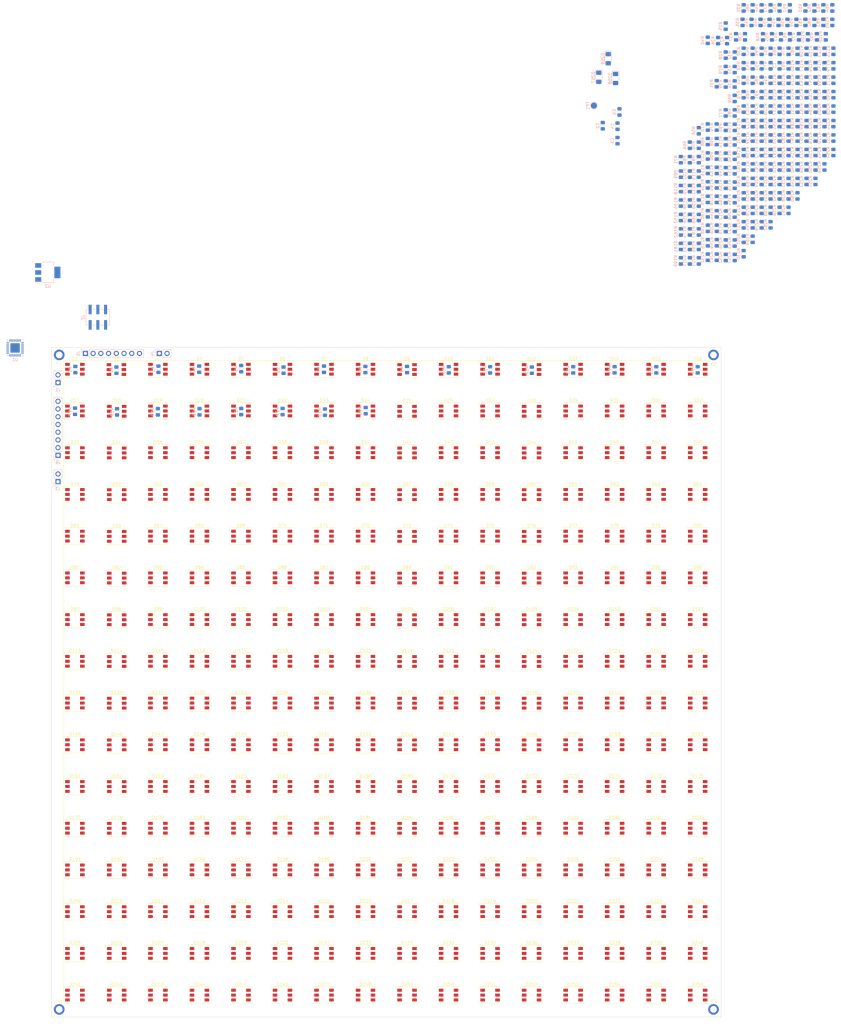
<source format=kicad_pcb>
(kicad_pcb (version 20171130) (host pcbnew "(5.1.5)-2")
  (layers (0 F.Cu signal) (31 B.Cu signal) (34 B.Paste user) (35 F.Paste user) (36 B.SilkS user) (37 F.SilkS user) (38 B.Mask user) (39 F.Mask user) (44 Edge.Cuts user))
  (net 0 "")
  (net 1 "Net-(D1-Pad1)")
  (net 2 "Net-(D1-Pad2)")
  (net 3 "Net-(D1-Pad3)")
  (net 4 "Net-(D1-Pad6)")
  (net 5 "Net-(D1-Pad5)")
  (net 6 /LED_DATA)
  (net 7 "Net-(D2-Pad1)")
  (net 8 "Net-(D114-Pad2)")
  (net 9 "Net-(D18-Pad4)")
  (net 10 "Net-(D2-Pad6)")
  (net 11 "Net-(D114-Pad5)")
  (net 12 "Net-(D18-Pad6)")
  (net 13 "Net-(D3-Pad1)")
  (net 14 "Net-(D115-Pad2)")
  (net 15 "Net-(D19-Pad4)")
  (net 16 "Net-(D226-Pad3)")
  (net 17 "Net-(D115-Pad5)")
  (net 18 "Net-(D19-Pad6)")
  (net 19 "Net-(D4-Pad1)")
  (net 20 "Net-(D100-Pad2)")
  (net 21 "Net-(D20-Pad4)")
  (net 22 "Net-(D227-Pad3)")
  (net 23 "Net-(D100-Pad5)")
  (net 24 "Net-(D20-Pad6)")
  (net 25 "Net-(D5-Pad1)")
  (net 26 "Net-(D101-Pad2)")
  (net 27 "Net-(D21-Pad4)")
  (net 28 "Net-(D228-Pad3)")
  (net 29 "Net-(D101-Pad5)")
  (net 30 "Net-(D21-Pad6)")
  (net 31 "Net-(D6-Pad1)")
  (net 32 "Net-(D102-Pad2)")
  (net 33 "Net-(D22-Pad4)")
  (net 34 "Net-(D229-Pad3)")
  (net 35 "Net-(D102-Pad5)")
  (net 36 "Net-(D22-Pad6)")
  (net 37 "Net-(D7-Pad1)")
  (net 38 "Net-(D103-Pad2)")
  (net 39 "Net-(D23-Pad4)")
  (net 40 "Net-(D230-Pad3)")
  (net 41 "Net-(D103-Pad5)")
  (net 42 "Net-(D23-Pad6)")
  (net 43 "Net-(D8-Pad1)")
  (net 44 "Net-(D104-Pad2)")
  (net 45 "Net-(D24-Pad4)")
  (net 46 "Net-(D231-Pad3)")
  (net 47 "Net-(D104-Pad5)")
  (net 48 "Net-(D24-Pad6)")
  (net 49 "Net-(D9-Pad1)")
  (net 50 "Net-(D105-Pad2)")
  (net 51 "Net-(D25-Pad4)")
  (net 52 "Net-(D232-Pad3)")
  (net 53 "Net-(D105-Pad5)")
  (net 54 "Net-(D248-Pad3)")
  (net 55 "Net-(D10-Pad1)")
  (net 56 "Net-(D10-Pad2)")
  (net 57 "Net-(D10-Pad3)")
  (net 58 "Net-(D10-Pad6)")
  (net 59 "Net-(D10-Pad5)")
  (net 60 "Net-(D10-Pad4)")
  (net 61 "Net-(D11-Pad1)")
  (net 62 "Net-(D107-Pad2)")
  (net 63 "Net-(D11-Pad3)")
  (net 64 "Net-(D11-Pad6)")
  (net 65 "Net-(D107-Pad5)")
  (net 66 "Net-(D11-Pad4)")
  (net 67 "Net-(D12-Pad1)")
  (net 68 "Net-(D108-Pad2)")
  (net 69 "Net-(D12-Pad3)")
  (net 70 "Net-(D12-Pad6)")
  (net 71 "Net-(D108-Pad5)")
  (net 72 "Net-(D12-Pad4)")
  (net 73 "Net-(D13-Pad1)")
  (net 74 "Net-(D109-Pad2)")
  (net 75 "Net-(D13-Pad3)")
  (net 76 "Net-(D13-Pad6)")
  (net 77 "Net-(D109-Pad5)")
  (net 78 "Net-(D13-Pad4)")
  (net 79 "Net-(D14-Pad1)")
  (net 80 "Net-(D110-Pad2)")
  (net 81 "Net-(D14-Pad3)")
  (net 82 "Net-(D14-Pad6)")
  (net 83 "Net-(D110-Pad5)")
  (net 84 "Net-(D14-Pad4)")
  (net 85 "Net-(D15-Pad1)")
  (net 86 "Net-(D111-Pad2)")
  (net 87 "Net-(D15-Pad3)")
  (net 88 "Net-(D15-Pad6)")
  (net 89 "Net-(D111-Pad5)")
  (net 90 "Net-(D15-Pad4)")
  (net 91 "Net-(D16-Pad1)")
  (net 92 "Net-(D112-Pad2)")
  (net 93 "Net-(D16-Pad3)")
  (net 94 "Net-(D16-Pad6)")
  (net 95 "Net-(D112-Pad5)")
  (net 96 "Net-(D16-Pad4)")
  (net 97 "Net-(D17-Pad1)")
  (net 98 "Net-(D17-Pad3)")
  (net 99 "Net-(D18-Pad1)")
  (net 100 "Net-(D18-Pad3)")
  (net 101 "Net-(D19-Pad1)")
  (net 102 "Net-(D19-Pad3)")
  (net 103 "Net-(D20-Pad1)")
  (net 104 "Net-(D20-Pad3)")
  (net 105 "Net-(D21-Pad1)")
  (net 106 "Net-(D21-Pad3)")
  (net 107 "Net-(D22-Pad1)")
  (net 108 "Net-(D22-Pad3)")
  (net 109 "Net-(D23-Pad1)")
  (net 110 "Net-(D23-Pad3)")
  (net 111 "Net-(D24-Pad1)")
  (net 112 "Net-(D24-Pad3)")
  (net 113 "Net-(D25-Pad1)")
  (net 114 "Net-(D25-Pad3)")
  (net 115 "Net-(D26-Pad1)")
  (net 116 "Net-(D26-Pad3)")
  (net 117 "Net-(D27-Pad1)")
  (net 118 "Net-(D27-Pad3)")
  (net 119 "Net-(D28-Pad1)")
  (net 120 "Net-(D28-Pad3)")
  (net 121 "Net-(D29-Pad1)")
  (net 122 "Net-(D29-Pad3)")
  (net 123 "Net-(D30-Pad1)")
  (net 124 "Net-(D30-Pad3)")
  (net 125 "Net-(D31-Pad1)")
  (net 126 "Net-(D31-Pad3)")
  (net 127 "Net-(D32-Pad1)")
  (net 128 "Net-(D32-Pad3)")
  (net 129 "Net-(D33-Pad1)")
  (net 130 "Net-(D33-Pad3)")
  (net 131 "Net-(D34-Pad1)")
  (net 132 "Net-(D34-Pad3)")
  (net 133 "Net-(D35-Pad1)")
  (net 134 "Net-(D35-Pad3)")
  (net 135 "Net-(D36-Pad1)")
  (net 136 "Net-(D36-Pad3)")
  (net 137 "Net-(D37-Pad1)")
  (net 138 "Net-(D37-Pad3)")
  (net 139 "Net-(D38-Pad1)")
  (net 140 "Net-(D38-Pad3)")
  (net 141 "Net-(D39-Pad1)")
  (net 142 "Net-(D39-Pad3)")
  (net 143 "Net-(D40-Pad1)")
  (net 144 "Net-(D40-Pad3)")
  (net 145 "Net-(D41-Pad1)")
  (net 146 "Net-(D41-Pad3)")
  (net 147 "Net-(D42-Pad1)")
  (net 148 "Net-(D42-Pad3)")
  (net 149 "Net-(D43-Pad1)")
  (net 150 "Net-(D43-Pad3)")
  (net 151 "Net-(D44-Pad1)")
  (net 152 "Net-(D44-Pad3)")
  (net 153 "Net-(D45-Pad1)")
  (net 154 "Net-(D45-Pad3)")
  (net 155 "Net-(D46-Pad1)")
  (net 156 "Net-(D46-Pad3)")
  (net 157 "Net-(D47-Pad1)")
  (net 158 "Net-(D47-Pad3)")
  (net 159 "Net-(D48-Pad1)")
  (net 160 "Net-(D48-Pad3)")
  (net 161 "Net-(D49-Pad1)")
  (net 162 "Net-(D49-Pad3)")
  (net 163 "Net-(D50-Pad1)")
  (net 164 "Net-(D50-Pad3)")
  (net 165 "Net-(D51-Pad1)")
  (net 166 "Net-(D51-Pad3)")
  (net 167 "Net-(D52-Pad1)")
  (net 168 "Net-(D52-Pad3)")
  (net 169 "Net-(D53-Pad1)")
  (net 170 "Net-(D53-Pad3)")
  (net 171 "Net-(D54-Pad1)")
  (net 172 "Net-(D54-Pad3)")
  (net 173 "Net-(D55-Pad1)")
  (net 174 "Net-(D55-Pad3)")
  (net 175 "Net-(D56-Pad1)")
  (net 176 "Net-(D56-Pad3)")
  (net 177 "Net-(D57-Pad1)")
  (net 178 "Net-(D57-Pad3)")
  (net 179 "Net-(D58-Pad1)")
  (net 180 "Net-(D58-Pad3)")
  (net 181 "Net-(D59-Pad1)")
  (net 182 "Net-(D59-Pad3)")
  (net 183 "Net-(D60-Pad1)")
  (net 184 "Net-(D60-Pad3)")
  (net 185 "Net-(D61-Pad1)")
  (net 186 "Net-(D61-Pad3)")
  (net 187 "Net-(D62-Pad1)")
  (net 188 "Net-(D62-Pad3)")
  (net 189 "Net-(D63-Pad1)")
  (net 190 "Net-(D63-Pad3)")
  (net 191 "Net-(D64-Pad1)")
  (net 192 "Net-(D64-Pad3)")
  (net 193 "Net-(D65-Pad1)")
  (net 194 "Net-(D65-Pad3)")
  (net 195 "Net-(D66-Pad1)")
  (net 196 "Net-(D66-Pad3)")
  (net 197 "Net-(D67-Pad1)")
  (net 198 "Net-(D67-Pad3)")
  (net 199 "Net-(D68-Pad1)")
  (net 200 "Net-(D100-Pad6)")
  (net 201 "Net-(D69-Pad1)")
  (net 202 "Net-(D101-Pad6)")
  (net 203 "Net-(D70-Pad1)")
  (net 204 "Net-(D102-Pad6)")
  (net 205 "Net-(D71-Pad1)")
  (net 206 "Net-(D103-Pad6)")
  (net 207 "Net-(D72-Pad1)")
  (net 208 "Net-(D104-Pad6)")
  (net 209 "Net-(D73-Pad1)")
  (net 210 "Net-(D105-Pad6)")
  (net 211 "Net-(D74-Pad1)")
  (net 212 "Net-(D106-Pad6)")
  (net 213 "Net-(D75-Pad1)")
  (net 214 "Net-(D107-Pad6)")
  (net 215 "Net-(D76-Pad1)")
  (net 216 "Net-(D108-Pad6)")
  (net 217 "Net-(D77-Pad1)")
  (net 218 "Net-(D109-Pad6)")
  (net 219 "Net-(D78-Pad1)")
  (net 220 "Net-(D110-Pad6)")
  (net 221 "Net-(D79-Pad1)")
  (net 222 "Net-(D111-Pad6)")
  (net 223 "Net-(D80-Pad1)")
  (net 224 "Net-(D112-Pad6)")
  (net 225 "Net-(D81-Pad1)")
  (net 226 "Net-(D113-Pad6)")
  (net 227 "Net-(D82-Pad1)")
  (net 228 "Net-(D114-Pad6)")
  (net 229 "Net-(D83-Pad1)")
  (net 230 "Net-(D115-Pad6)")
  (net 231 "Net-(D84-Pad1)")
  (net 232 "Net-(D100-Pad4)")
  (net 233 "Net-(D85-Pad1)")
  (net 234 "Net-(D101-Pad4)")
  (net 235 "Net-(D86-Pad1)")
  (net 236 "Net-(D102-Pad4)")
  (net 237 "Net-(D87-Pad1)")
  (net 238 "Net-(D103-Pad4)")
  (net 239 "Net-(D88-Pad1)")
  (net 240 "Net-(D104-Pad4)")
  (net 241 "Net-(D89-Pad1)")
  (net 242 "Net-(D105-Pad4)")
  (net 243 "Net-(D90-Pad1)")
  (net 244 "Net-(D106-Pad4)")
  (net 245 "Net-(D91-Pad1)")
  (net 246 "Net-(D107-Pad4)")
  (net 247 "Net-(D92-Pad1)")
  (net 248 "Net-(D108-Pad4)")
  (net 249 "Net-(D93-Pad1)")
  (net 250 "Net-(D109-Pad4)")
  (net 251 "Net-(D94-Pad1)")
  (net 252 "Net-(D110-Pad4)")
  (net 253 "Net-(D95-Pad1)")
  (net 254 "Net-(D111-Pad4)")
  (net 255 "Net-(D96-Pad1)")
  (net 256 "Net-(D112-Pad4)")
  (net 257 "Net-(D97-Pad1)")
  (net 258 "Net-(D113-Pad4)")
  (net 259 "Net-(D98-Pad1)")
  (net 260 "Net-(D114-Pad4)")
  (net 261 "Net-(D99-Pad1)")
  (net 262 "Net-(D115-Pad4)")
  (net 263 "Net-(D100-Pad1)")
  (net 264 "Net-(D100-Pad3)")
  (net 265 "Net-(D101-Pad1)")
  (net 266 "Net-(D101-Pad3)")
  (net 267 "Net-(D102-Pad1)")
  (net 268 "Net-(D102-Pad3)")
  (net 269 "Net-(D103-Pad1)")
  (net 270 "Net-(D103-Pad3)")
  (net 271 "Net-(D104-Pad1)")
  (net 272 "Net-(D104-Pad3)")
  (net 273 "Net-(D105-Pad1)")
  (net 274 "Net-(D105-Pad3)")
  (net 275 "Net-(D106-Pad1)")
  (net 276 "Net-(D106-Pad3)")
  (net 277 "Net-(D107-Pad1)")
  (net 278 "Net-(D107-Pad3)")
  (net 279 "Net-(D108-Pad1)")
  (net 280 "Net-(D108-Pad3)")
  (net 281 "Net-(D109-Pad1)")
  (net 282 "Net-(D109-Pad3)")
  (net 283 "Net-(D110-Pad1)")
  (net 284 "Net-(D110-Pad3)")
  (net 285 "Net-(D111-Pad1)")
  (net 286 "Net-(D111-Pad3)")
  (net 287 "Net-(D112-Pad1)")
  (net 288 "Net-(D112-Pad3)")
  (net 289 "Net-(D113-Pad1)")
  (net 290 "Net-(D113-Pad3)")
  (net 291 "Net-(D114-Pad1)")
  (net 292 "Net-(D114-Pad3)")
  (net 293 "Net-(D115-Pad1)")
  (net 294 "Net-(D115-Pad3)")
  (net 295 "Net-(D116-Pad1)")
  (net 296 "Net-(D116-Pad3)")
  (net 297 "Net-(D117-Pad1)")
  (net 298 "Net-(D117-Pad3)")
  (net 299 "Net-(D118-Pad1)")
  (net 300 "Net-(D118-Pad3)")
  (net 301 "Net-(D119-Pad1)")
  (net 302 "Net-(D119-Pad3)")
  (net 303 "Net-(D120-Pad1)")
  (net 304 "Net-(D120-Pad3)")
  (net 305 "Net-(D121-Pad1)")
  (net 306 "Net-(D121-Pad3)")
  (net 307 "Net-(D122-Pad1)")
  (net 308 "Net-(D122-Pad3)")
  (net 309 "Net-(D123-Pad1)")
  (net 310 "Net-(D123-Pad3)")
  (net 311 "Net-(D124-Pad1)")
  (net 312 "Net-(D124-Pad3)")
  (net 313 "Net-(D125-Pad1)")
  (net 314 "Net-(D125-Pad3)")
  (net 315 "Net-(D126-Pad1)")
  (net 316 "Net-(D126-Pad3)")
  (net 317 "Net-(D127-Pad1)")
  (net 318 "Net-(D127-Pad3)")
  (net 319 "Net-(D128-Pad1)")
  (net 320 "Net-(D128-Pad3)")
  (net 321 "Net-(D129-Pad1)")
  (net 322 "Net-(D129-Pad3)")
  (net 323 "Net-(D130-Pad1)")
  (net 324 "Net-(D130-Pad3)")
  (net 325 "Net-(D131-Pad1)")
  (net 326 "Net-(D131-Pad3)")
  (net 327 "Net-(D132-Pad1)")
  (net 328 "Net-(D132-Pad3)")
  (net 329 "Net-(D133-Pad1)")
  (net 330 "Net-(D133-Pad3)")
  (net 331 "Net-(D134-Pad1)")
  (net 332 "Net-(D134-Pad3)")
  (net 333 "Net-(D135-Pad1)")
  (net 334 "Net-(D135-Pad3)")
  (net 335 "Net-(D136-Pad1)")
  (net 336 "Net-(D136-Pad3)")
  (net 337 "Net-(D137-Pad1)")
  (net 338 "Net-(D137-Pad3)")
  (net 339 "Net-(D138-Pad1)")
  (net 340 "Net-(D138-Pad3)")
  (net 341 "Net-(D139-Pad1)")
  (net 342 "Net-(D139-Pad3)")
  (net 343 "Net-(D140-Pad1)")
  (net 344 "Net-(D140-Pad3)")
  (net 345 "Net-(D141-Pad1)")
  (net 346 "Net-(D141-Pad3)")
  (net 347 "Net-(D142-Pad1)")
  (net 348 "Net-(D142-Pad3)")
  (net 349 "Net-(D143-Pad1)")
  (net 350 "Net-(D143-Pad3)")
  (net 351 "Net-(D144-Pad1)")
  (net 352 "Net-(D144-Pad3)")
  (net 353 "Net-(D145-Pad1)")
  (net 354 "Net-(D145-Pad3)")
  (net 355 "Net-(D146-Pad1)")
  (net 356 "Net-(D146-Pad3)")
  (net 357 "Net-(D147-Pad1)")
  (net 358 "Net-(D147-Pad3)")
  (net 359 "Net-(D148-Pad1)")
  (net 360 "Net-(D148-Pad3)")
  (net 361 "Net-(D149-Pad1)")
  (net 362 "Net-(D149-Pad3)")
  (net 363 "Net-(D150-Pad1)")
  (net 364 "Net-(D150-Pad3)")
  (net 365 "Net-(D151-Pad1)")
  (net 366 "Net-(D151-Pad3)")
  (net 367 "Net-(D152-Pad1)")
  (net 368 "Net-(D152-Pad3)")
  (net 369 "Net-(D153-Pad1)")
  (net 370 "Net-(D153-Pad3)")
  (net 371 "Net-(D154-Pad1)")
  (net 372 "Net-(D154-Pad3)")
  (net 373 "Net-(D155-Pad1)")
  (net 374 "Net-(D155-Pad3)")
  (net 375 "Net-(D156-Pad1)")
  (net 376 "Net-(D156-Pad3)")
  (net 377 "Net-(D157-Pad1)")
  (net 378 "Net-(D157-Pad3)")
  (net 379 "Net-(D158-Pad1)")
  (net 380 "Net-(D158-Pad3)")
  (net 381 "Net-(D159-Pad1)")
  (net 382 "Net-(D159-Pad3)")
  (net 383 "Net-(D160-Pad1)")
  (net 384 "Net-(D160-Pad3)")
  (net 385 "Net-(D161-Pad1)")
  (net 386 "Net-(D161-Pad3)")
  (net 387 "Net-(D162-Pad1)")
  (net 388 "Net-(D162-Pad3)")
  (net 389 "Net-(D163-Pad1)")
  (net 390 "Net-(D163-Pad3)")
  (net 391 "Net-(D164-Pad1)")
  (net 392 "Net-(D164-Pad3)")
  (net 393 "Net-(D165-Pad1)")
  (net 394 "Net-(D165-Pad3)")
  (net 395 "Net-(D166-Pad1)")
  (net 396 "Net-(D166-Pad3)")
  (net 397 "Net-(D167-Pad1)")
  (net 398 "Net-(D167-Pad3)")
  (net 399 "Net-(D168-Pad1)")
  (net 400 "Net-(D168-Pad3)")
  (net 401 "Net-(D169-Pad1)")
  (net 402 "Net-(D169-Pad3)")
  (net 403 "Net-(D170-Pad1)")
  (net 404 "Net-(D170-Pad3)")
  (net 405 "Net-(D171-Pad1)")
  (net 406 "Net-(D171-Pad3)")
  (net 407 "Net-(D172-Pad1)")
  (net 408 "Net-(D172-Pad3)")
  (net 409 "Net-(D173-Pad1)")
  (net 410 "Net-(D173-Pad3)")
  (net 411 "Net-(D174-Pad1)")
  (net 412 "Net-(D174-Pad3)")
  (net 413 "Net-(D175-Pad1)")
  (net 414 "Net-(D175-Pad3)")
  (net 415 "Net-(D176-Pad1)")
  (net 416 "Net-(D176-Pad3)")
  (net 417 "Net-(D177-Pad1)")
  (net 418 "Net-(D177-Pad3)")
  (net 419 "Net-(D178-Pad1)")
  (net 420 "Net-(D178-Pad3)")
  (net 421 "Net-(D179-Pad1)")
  (net 422 "Net-(D179-Pad3)")
  (net 423 "Net-(D180-Pad1)")
  (net 424 "Net-(D180-Pad3)")
  (net 425 "Net-(D181-Pad1)")
  (net 426 "Net-(D181-Pad3)")
  (net 427 "Net-(D182-Pad1)")
  (net 428 "Net-(D182-Pad3)")
  (net 429 "Net-(D183-Pad1)")
  (net 430 "Net-(D183-Pad3)")
  (net 431 "Net-(D184-Pad1)")
  (net 432 "Net-(D184-Pad3)")
  (net 433 "Net-(D185-Pad1)")
  (net 434 "Net-(D185-Pad3)")
  (net 435 "Net-(D186-Pad1)")
  (net 436 "Net-(D186-Pad3)")
  (net 437 "Net-(D187-Pad1)")
  (net 438 "Net-(D187-Pad3)")
  (net 439 "Net-(D188-Pad1)")
  (net 440 "Net-(D188-Pad3)")
  (net 441 "Net-(D189-Pad1)")
  (net 442 "Net-(D189-Pad3)")
  (net 443 "Net-(D190-Pad1)")
  (net 444 "Net-(D190-Pad3)")
  (net 445 "Net-(D191-Pad1)")
  (net 446 "Net-(D191-Pad3)")
  (net 447 "Net-(D192-Pad1)")
  (net 448 "Net-(D192-Pad3)")
  (net 449 "Net-(D193-Pad1)")
  (net 450 "Net-(D193-Pad3)")
  (net 451 "Net-(D194-Pad1)")
  (net 452 "Net-(D194-Pad3)")
  (net 453 "Net-(D195-Pad1)")
  (net 454 "Net-(D195-Pad3)")
  (net 455 "Net-(D196-Pad1)")
  (net 456 "Net-(D196-Pad3)")
  (net 457 "Net-(D197-Pad1)")
  (net 458 "Net-(D197-Pad3)")
  (net 459 "Net-(D198-Pad1)")
  (net 460 "Net-(D198-Pad3)")
  (net 461 "Net-(D199-Pad1)")
  (net 462 "Net-(D199-Pad3)")
  (net 463 "Net-(D200-Pad1)")
  (net 464 "Net-(D200-Pad3)")
  (net 465 "Net-(D201-Pad1)")
  (net 466 "Net-(D201-Pad3)")
  (net 467 "Net-(D202-Pad1)")
  (net 468 "Net-(D202-Pad3)")
  (net 469 "Net-(D203-Pad1)")
  (net 470 "Net-(D203-Pad3)")
  (net 471 "Net-(D204-Pad1)")
  (net 472 "Net-(D204-Pad3)")
  (net 473 "Net-(D205-Pad1)")
  (net 474 "Net-(D205-Pad3)")
  (net 475 "Net-(D206-Pad1)")
  (net 476 "Net-(D206-Pad3)")
  (net 477 "Net-(D207-Pad1)")
  (net 478 "Net-(D207-Pad3)")
  (net 479 "Net-(D208-Pad1)")
  (net 480 "Net-(D208-Pad3)")
  (net 481 "Net-(D209-Pad1)")
  (net 482 "Net-(D209-Pad3)")
  (net 483 "Net-(D210-Pad1)")
  (net 484 "Net-(D210-Pad3)")
  (net 485 "Net-(D211-Pad1)")
  (net 486 "Net-(D211-Pad3)")
  (net 487 "Net-(D212-Pad1)")
  (net 488 "Net-(D212-Pad3)")
  (net 489 "Net-(D213-Pad1)")
  (net 490 "Net-(D213-Pad3)")
  (net 491 "Net-(D214-Pad1)")
  (net 492 "Net-(D214-Pad3)")
  (net 493 "Net-(D215-Pad1)")
  (net 494 "Net-(D215-Pad3)")
  (net 495 "Net-(D216-Pad1)")
  (net 496 "Net-(D216-Pad3)")
  (net 497 "Net-(D217-Pad1)")
  (net 498 "Net-(D217-Pad3)")
  (net 499 "Net-(D218-Pad1)")
  (net 500 "Net-(D218-Pad3)")
  (net 501 "Net-(D219-Pad1)")
  (net 502 "Net-(D219-Pad3)")
  (net 503 "Net-(D220-Pad1)")
  (net 504 "Net-(D220-Pad3)")
  (net 505 "Net-(D221-Pad1)")
  (net 506 "Net-(D221-Pad3)")
  (net 507 "Net-(D222-Pad1)")
  (net 508 "Net-(D222-Pad3)")
  (net 509 "Net-(D223-Pad1)")
  (net 510 "Net-(D223-Pad3)")
  (net 511 "Net-(D224-Pad1)")
  (net 512 "Net-(D224-Pad3)")
  (net 513 "Net-(D225-Pad1)")
  (net 514 "Net-(D226-Pad1)")
  (net 515 "Net-(D227-Pad1)")
  (net 516 "Net-(D228-Pad1)")
  (net 517 "Net-(D229-Pad1)")
  (net 518 "Net-(D230-Pad1)")
  (net 519 "Net-(D231-Pad1)")
  (net 520 "Net-(D232-Pad1)")
  (net 521 "Net-(D233-Pad1)")
  (net 522 "Net-(D234-Pad1)")
  (net 523 "Net-(D235-Pad1)")
  (net 524 "Net-(D236-Pad1)")
  (net 525 "Net-(D237-Pad1)")
  (net 526 "Net-(D238-Pad1)")
  (net 527 "Net-(D239-Pad1)")
  (net 528 "Net-(D240-Pad1)")
  (net 529 "Net-(D240-Pad3)")
  (net 530 "Net-(D241-Pad1)")
  (net 531 "Net-(D242-Pad1)")
  (net 532 "Net-(D243-Pad1)")
  (net 533 "Net-(D244-Pad1)")
  (net 534 "Net-(D245-Pad1)")
  (net 535 "Net-(D246-Pad1)")
  (net 536 "Net-(D247-Pad1)")
  (net 537 "Net-(D248-Pad1)")
  (net 538 "Net-(D249-Pad1)")
  (net 539 "Net-(D250-Pad1)")
  (net 540 "Net-(D251-Pad1)")
  (net 541 "Net-(D252-Pad1)")
  (net 542 "Net-(D253-Pad1)")
  (net 543 "Net-(D254-Pad1)")
  (net 544 "Net-(D255-Pad1)")
  (net 545 "Net-(D256-Pad1)")
  (net 546 "Net-(D256-Pad3)")
  (net 547 "Net-(U1-Pad32)")
  (net 548 /PROG_MISO)
  (net 549 /LED_TXD)
  (net 550 /LED_RXD)
  (net 551 /SDA)
  (net 552 /LED_GPIO1)
  (net 553 /SCL)
  (net 554 /LED_GPIO3)
  (net 555 "Net-(U1-Pad24)")
  (net 556 "Net-(U1-Pad23)")
  (net 557 "Net-(U1-Pad22)")
  (net 558 GND)
  (net 559 +3V3)
  (net 560 /LED_GPIO4)
  (net 561 /LED_GPIO5)
  (net 562 "Net-(U1-Pad17)")
  (net 563 "Net-(U1-Pad16)")
  (net 564 /LED_INT)
  (net 565 /LED_RST_N)
  (net 566 "Net-(U1-Pad13)")
  (net 567 /LED_AREF)
  (net 568 /SPI_CS_N)
  (net 569 /PROG_SCK)
  (net 570 /PROG_MOSI)
  (net 571 "Net-(U1-Pad8)")
  (net 572 "Net-(U1-Pad7)")
  (net 573 "Net-(U1-Pad6)")
  (net 574 "Net-(U1-Pad2)")
  (net 575 "Net-(U1-Pad1)")
  (net 576 +5V)
  (net 577 "Net-(D257-Pad1)")
  (net 578 "Net-(D258-Pad1)")
  (net 579 "Net-(D259-Pad1)")
  (net 580 "Net-(H1-Pad1)")
  (net 581 "Net-(H2-Pad1)")
  (net 582 "Net-(H3-Pad1)")
  (net 583 "Net-(H4-Pad1)")
  (module Connector_PinHeader_2.54mm:PinHeader_2x03_P2.54mm_Vertical_SMD (layer B.Cu) (at 15.2 -9.9 270)
    (fp_text reference J2 (at 0 4.87 90) (layer B.SilkS) (effects (justify mirror)))
    (fp_text value AVR-ISP-6)
    (pad 6 smd rect (at 2.525 -2.54 270) (size 3.15 1) (layers B.Cu B.Paste B.Mask) (net 558 GND))
    (pad 5 smd rect (at -2.525 -2.54 270) (size 3.15 1) (layers B.Cu B.Paste B.Mask) (net 565 /LED_RST_N))
    (pad 4 smd rect (at 2.525 0 270) (size 3.15 1) (layers B.Cu B.Paste B.Mask) (net 570 /PROG_MOSI))
    (pad 3 smd rect (at -2.525 0 270) (size 3.15 1) (layers B.Cu B.Paste B.Mask) (net 569 /PROG_SCK))
    (pad 2 smd rect (at 2.525 2.54 270) (size 3.15 1) (layers B.Cu B.Paste B.Mask) (net 559 +3V3))
    (pad 1 smd rect (at -2.525 2.54 270) (size 3.15 1) (layers B.Cu B.Paste B.Mask) (net 548 /PROG_MISO))
  )
  (module MountingHole:MountingHole_2.2mm_M2_ISO7380_Pad (layer F.Cu) (at 2.5 217.5)
    (fp_text reference H4 (at 0 -2.75) (layer F.SilkS))
    (fp_text value 4 hide)
    (pad 1 thru_hole circle (at 0 0) (size 3.5 3.5) (drill 2.2) (layers *.Cu *.Mask) (net 583 "Net-(H4-Pad1)"))
  )
  (module MountingHole:MountingHole_2.2mm_M2_ISO7380_Pad (layer F.Cu) (at 217.5 217.5)
    (fp_text reference H3 (at 0 -2.75) (layer F.SilkS))
    (fp_text value 3 hide)
    (pad 1 thru_hole circle (at 0 0) (size 3.5 3.5) (drill 2.2) (layers *.Cu *.Mask) (net 582 "Net-(H3-Pad1)"))
  )
  (module MountingHole:MountingHole_2.2mm_M2_ISO7380_Pad (layer F.Cu) (at 217.5 2.5)
    (fp_text reference H2 (at 0 2.9) (layer F.SilkS))
    (fp_text value 2 hide)
    (pad 1 thru_hole circle (at 0 0) (size 3.5 3.5) (drill 2.2) (layers *.Cu *.Mask) (net 581 "Net-(H2-Pad1)"))
  )
  (module MountingHole:MountingHole_2.2mm_M2_ISO7380_Pad (layer F.Cu) (at 2.5 2.5)
    (fp_text reference H1 (at 0 2.8) (layer F.SilkS))
    (fp_text value 1 hide)
    (pad 1 thru_hole circle (at 0 0) (size 3.5 3.5) (drill 2.2) (layers *.Cu *.Mask) (net 580 "Net-(H1-Pad1)"))
  )
  (module Connector_PinHeader_2.54mm:PinHeader_1x08_P2.54mm_Vertical (layer B.Cu) (at 2.1 35.5)
    (fp_text reference J6 (at 0 2.33 180) (layer B.SilkS) (effects (justify mirror)))
    (fp_text value PB)
    (pad 8 thru_hole oval (at 0 -17.78) (size 1.7 1.7) (drill 1) (layers *.Cu *.Mask) (net 565 /LED_RST_N))
    (pad 7 thru_hole oval (at 0 -15.24) (size 1.7 1.7) (drill 1) (layers *.Cu *.Mask) (net 564 /LED_INT))
    (pad 6 thru_hole oval (at 0 -12.7) (size 1.7 1.7) (drill 1) (layers *.Cu *.Mask) (net 561 /LED_GPIO5))
    (pad 5 thru_hole oval (at 0 -10.16) (size 1.7 1.7) (drill 1) (layers *.Cu *.Mask) (net 560 /LED_GPIO4))
    (pad 4 thru_hole oval (at 0 -7.62) (size 1.7 1.7) (drill 1) (layers *.Cu *.Mask) (net 554 /LED_GPIO3))
    (pad 3 thru_hole oval (at 0 -5.08) (size 1.7 1.7) (drill 1) (layers *.Cu *.Mask) (net 553 /SCL))
    (pad 2 thru_hole oval (at 0 -2.54) (size 1.7 1.7) (drill 1) (layers *.Cu *.Mask) (net 552 /LED_GPIO1))
    (pad 1 thru_hole rect (at 0 0) (size 1.7 1.7) (drill 1) (layers *.Cu *.Mask) (net 551 /SDA))
  )
  (module TestPoint:TestPoint_Pad_D2.0mm (layer B.Cu) (at 178.2 -79.4 270)
    (fp_text reference TP1 (at 0 1.998 270) (layer B.SilkS) (effects (justify mirror)))
    (fp_text value LED_DATA)
    (pad 1 smd circle (at 0 0 270) (size 2 2) (layers B.Cu B.Mask) (net 6 /LED_DATA))
  )
  (module Resistor_SMD:R_0805_2012Metric_Pad1.15x1.40mm_HandSolder (layer B.Cu) (at 236.25 -40.25 270)
    (fp_text reference R262 (at 0 1.65 270) (layer B.SilkS) (effects (justify mirror)))
    (fp_text value 330R)
    (pad 2 smd roundrect (at 1.025 0 270) (size 1.15 1.4) (layers B.Cu B.Paste B.Mask) (roundrect_rratio 0.217391) (net 558 GND))
    (pad 1 smd roundrect (at -1.025 0 270) (size 1.15 1.4) (layers B.Cu B.Paste B.Mask) (roundrect_rratio 0.217391) (net 579 "Net-(D259-Pad1)"))
  )
  (module Resistor_SMD:R_0805_2012Metric_Pad1.15x1.40mm_HandSolder (layer B.Cu) (at 242.15 -45 270)
    (fp_text reference R261 (at 0 1.65 270) (layer B.SilkS) (effects (justify mirror)))
    (fp_text value 330R)
    (pad 2 smd roundrect (at 1.025 0 270) (size 1.15 1.4) (layers B.Cu B.Paste B.Mask) (roundrect_rratio 0.217391) (net 558 GND))
    (pad 1 smd roundrect (at -1.025 0 270) (size 1.15 1.4) (layers B.Cu B.Paste B.Mask) (roundrect_rratio 0.217391) (net 578 "Net-(D258-Pad1)"))
  )
  (module Resistor_SMD:R_0805_2012Metric_Pad1.15x1.40mm_HandSolder (layer B.Cu) (at 245.1 -49.75 270)
    (fp_text reference R260 (at 0 1.65 270) (layer B.SilkS) (effects (justify mirror)))
    (fp_text value 330R)
    (pad 2 smd roundrect (at 1.025 0 270) (size 1.15 1.4) (layers B.Cu B.Paste B.Mask) (roundrect_rratio 0.217391) (net 558 GND))
    (pad 1 smd roundrect (at -1.025 0 270) (size 1.15 1.4) (layers B.Cu B.Paste B.Mask) (roundrect_rratio 0.217391) (net 577 "Net-(D257-Pad1)"))
  )
  (module Resistor_SMD:R_0805_2012Metric_Pad1.15x1.40mm_HandSolder (layer B.Cu) (at 253.95 -59.25 270)
    (fp_text reference R259 (at 0 1.65 270) (layer B.SilkS) (effects (justify mirror)))
    (fp_text value 10K)
    (pad 2 smd roundrect (at 1.025 0 270) (size 1.15 1.4) (layers B.Cu B.Paste B.Mask) (roundrect_rratio 0.217391) (net 565 /LED_RST_N))
    (pad 1 smd roundrect (at -1.025 0 270) (size 1.15 1.4) (layers B.Cu B.Paste B.Mask) (roundrect_rratio 0.217391) (net 559 +3V3))
  )
  (module Resistor_SMD:R_0805_2012Metric_Pad1.15x1.40mm_HandSolder (layer B.Cu) (at 236.25 -45 270)
    (fp_text reference R258 (at 0 1.65 270) (layer B.SilkS) (effects (justify mirror)))
    (fp_text value 10K)
    (pad 2 smd roundrect (at 1.025 0 270) (size 1.15 1.4) (layers B.Cu B.Paste B.Mask) (roundrect_rratio 0.217391) (net 553 /SCL))
    (pad 1 smd roundrect (at -1.025 0 270) (size 1.15 1.4) (layers B.Cu B.Paste B.Mask) (roundrect_rratio 0.217391) (net 559 +3V3))
  )
  (module Resistor_SMD:R_0805_2012Metric_Pad1.15x1.40mm_HandSolder (layer B.Cu) (at 224.45 -29.51 270)
    (fp_text reference R257 (at 0 1.65 270) (layer B.SilkS) (effects (justify mirror)))
    (fp_text value 10K)
    (pad 2 smd roundrect (at 1.025 0 270) (size 1.15 1.4) (layers B.Cu B.Paste B.Mask) (roundrect_rratio 0.217391) (net 551 /SDA))
    (pad 1 smd roundrect (at -1.025 0 270) (size 1.15 1.4) (layers B.Cu B.Paste B.Mask) (roundrect_rratio 0.217391) (net 559 +3V3))
  )
  (module Resistor_SMD:R_0805_2012Metric_Pad1.15x1.40mm_HandSolder (layer B.Cu) (at 239.2 -45 270)
    (fp_text reference R256 (at 0 1.65 270) (layer B.SilkS) (effects (justify mirror)))
    (fp_text value "0 OHM")
    (pad 2 smd roundrect (at 1.025 0 270) (size 1.15 1.4) (layers B.Cu B.Paste B.Mask) (roundrect_rratio 0.217391) (net 545 "Net-(D256-Pad1)"))
    (pad 1 smd roundrect (at -1.025 0 270) (size 1.15 1.4) (layers B.Cu B.Paste B.Mask) (roundrect_rratio 0.217391) (net 92 "Net-(D112-Pad2)"))
  )
  (module Resistor_SMD:R_0805_2012Metric_Pad1.15x1.40mm_HandSolder (layer B.Cu) (at 251 -54.5 270)
    (fp_text reference R255 (at 0 1.65 270) (layer B.SilkS) (effects (justify mirror)))
    (fp_text value "0 OHM")
    (pad 2 smd roundrect (at 1.025 0 270) (size 1.15 1.4) (layers B.Cu B.Paste B.Mask) (roundrect_rratio 0.217391) (net 544 "Net-(D255-Pad1)"))
    (pad 1 smd roundrect (at -1.025 0 270) (size 1.15 1.4) (layers B.Cu B.Paste B.Mask) (roundrect_rratio 0.217391) (net 86 "Net-(D111-Pad2)"))
  )
  (module Resistor_SMD:R_0805_2012Metric_Pad1.15x1.40mm_HandSolder (layer B.Cu) (at 256.9 -64 270)
    (fp_text reference R254 (at 0 1.65 270) (layer B.SilkS) (effects (justify mirror)))
    (fp_text value "0 OHM")
    (pad 2 smd roundrect (at 1.025 0 270) (size 1.15 1.4) (layers B.Cu B.Paste B.Mask) (roundrect_rratio 0.217391) (net 543 "Net-(D254-Pad1)"))
    (pad 1 smd roundrect (at -1.025 0 270) (size 1.15 1.4) (layers B.Cu B.Paste B.Mask) (roundrect_rratio 0.217391) (net 80 "Net-(D110-Pad2)"))
  )
  (module Resistor_SMD:R_0805_2012Metric_Pad1.15x1.40mm_HandSolder (layer B.Cu) (at 248.05 -54.5 270)
    (fp_text reference R253 (at 0 1.65 270) (layer B.SilkS) (effects (justify mirror)))
    (fp_text value "0 OHM")
    (pad 2 smd roundrect (at 1.025 0 270) (size 1.15 1.4) (layers B.Cu B.Paste B.Mask) (roundrect_rratio 0.217391) (net 542 "Net-(D253-Pad1)"))
    (pad 1 smd roundrect (at -1.025 0 270) (size 1.15 1.4) (layers B.Cu B.Paste B.Mask) (roundrect_rratio 0.217391) (net 74 "Net-(D109-Pad2)"))
  )
  (module Resistor_SMD:R_0805_2012Metric_Pad1.15x1.40mm_HandSolder (layer B.Cu) (at 221.5 -29.51 270)
    (fp_text reference R252 (at 0 1.65 270) (layer B.SilkS) (effects (justify mirror)))
    (fp_text value "0 OHM")
    (pad 2 smd roundrect (at 1.025 0 270) (size 1.15 1.4) (layers B.Cu B.Paste B.Mask) (roundrect_rratio 0.217391) (net 541 "Net-(D252-Pad1)"))
    (pad 1 smd roundrect (at -1.025 0 270) (size 1.15 1.4) (layers B.Cu B.Paste B.Mask) (roundrect_rratio 0.217391) (net 68 "Net-(D108-Pad2)"))
  )
  (module Resistor_SMD:R_0805_2012Metric_Pad1.15x1.40mm_HandSolder (layer B.Cu) (at 227.4 -35.5 270)
    (fp_text reference R251 (at 0 1.65 270) (layer B.SilkS) (effects (justify mirror)))
    (fp_text value "0 OHM")
    (pad 2 smd roundrect (at 1.025 0 270) (size 1.15 1.4) (layers B.Cu B.Paste B.Mask) (roundrect_rratio 0.217391) (net 540 "Net-(D251-Pad1)"))
    (pad 1 smd roundrect (at -1.025 0 270) (size 1.15 1.4) (layers B.Cu B.Paste B.Mask) (roundrect_rratio 0.217391) (net 62 "Net-(D107-Pad2)"))
  )
  (module Resistor_SMD:R_0805_2012Metric_Pad1.15x1.40mm_HandSolder (layer B.Cu) (at 251 -59.25 270)
    (fp_text reference R250 (at 0 1.65 270) (layer B.SilkS) (effects (justify mirror)))
    (fp_text value "0 OHM")
    (pad 2 smd roundrect (at 1.025 0 270) (size 1.15 1.4) (layers B.Cu B.Paste B.Mask) (roundrect_rratio 0.217391) (net 539 "Net-(D250-Pad1)"))
    (pad 1 smd roundrect (at -1.025 0 270) (size 1.15 1.4) (layers B.Cu B.Paste B.Mask) (roundrect_rratio 0.217391) (net 56 "Net-(D10-Pad2)"))
  )
  (module Resistor_SMD:R_0805_2012Metric_Pad1.15x1.40mm_HandSolder (layer B.Cu) (at 218.55 -34.36 270)
    (fp_text reference R249 (at 0 1.65 270) (layer B.SilkS) (effects (justify mirror)))
    (fp_text value "0 OHM")
    (pad 2 smd roundrect (at 1.025 0 270) (size 1.15 1.4) (layers B.Cu B.Paste B.Mask) (roundrect_rratio 0.217391) (net 538 "Net-(D249-Pad1)"))
    (pad 1 smd roundrect (at -1.025 0 270) (size 1.15 1.4) (layers B.Cu B.Paste B.Mask) (roundrect_rratio 0.217391) (net 50 "Net-(D105-Pad2)"))
  )
  (module Resistor_SMD:R_0805_2012Metric_Pad1.15x1.40mm_HandSolder (layer B.Cu) (at 224.45 -43.76 270)
    (fp_text reference R248 (at 0 1.65 270) (layer B.SilkS) (effects (justify mirror)))
    (fp_text value "0 OHM")
    (pad 2 smd roundrect (at 1.025 0 270) (size 1.15 1.4) (layers B.Cu B.Paste B.Mask) (roundrect_rratio 0.217391) (net 537 "Net-(D248-Pad1)"))
    (pad 1 smd roundrect (at -1.025 0 270) (size 1.15 1.4) (layers B.Cu B.Paste B.Mask) (roundrect_rratio 0.217391) (net 44 "Net-(D104-Pad2)"))
  )
  (module Resistor_SMD:R_0805_2012Metric_Pad1.15x1.40mm_HandSolder (layer B.Cu) (at 218.55 -29.61 270)
    (fp_text reference R247 (at 0 1.65 270) (layer B.SilkS) (effects (justify mirror)))
    (fp_text value "0 OHM")
    (pad 2 smd roundrect (at 1.025 0 270) (size 1.15 1.4) (layers B.Cu B.Paste B.Mask) (roundrect_rratio 0.217391) (net 536 "Net-(D247-Pad1)"))
    (pad 1 smd roundrect (at -1.025 0 270) (size 1.15 1.4) (layers B.Cu B.Paste B.Mask) (roundrect_rratio 0.217391) (net 38 "Net-(D103-Pad2)"))
  )
  (module Resistor_SMD:R_0805_2012Metric_Pad1.15x1.40mm_HandSolder (layer B.Cu) (at 245.1 -54.5 270)
    (fp_text reference R246 (at 0 1.65 270) (layer B.SilkS) (effects (justify mirror)))
    (fp_text value "0 OHM")
    (pad 2 smd roundrect (at 1.025 0 270) (size 1.15 1.4) (layers B.Cu B.Paste B.Mask) (roundrect_rratio 0.217391) (net 535 "Net-(D246-Pad1)"))
    (pad 1 smd roundrect (at -1.025 0 270) (size 1.15 1.4) (layers B.Cu B.Paste B.Mask) (roundrect_rratio 0.217391) (net 32 "Net-(D102-Pad2)"))
  )
  (module Resistor_SMD:R_0805_2012Metric_Pad1.15x1.40mm_HandSolder (layer B.Cu) (at 253.95 -64 270)
    (fp_text reference R245 (at 0 1.65 270) (layer B.SilkS) (effects (justify mirror)))
    (fp_text value "0 OHM")
    (pad 2 smd roundrect (at 1.025 0 270) (size 1.15 1.4) (layers B.Cu B.Paste B.Mask) (roundrect_rratio 0.217391) (net 534 "Net-(D245-Pad1)"))
    (pad 1 smd roundrect (at -1.025 0 270) (size 1.15 1.4) (layers B.Cu B.Paste B.Mask) (roundrect_rratio 0.217391) (net 26 "Net-(D101-Pad2)"))
  )
  (module Resistor_SMD:R_0805_2012Metric_Pad1.15x1.40mm_HandSolder (layer B.Cu) (at 230.35 -40.25 270)
    (fp_text reference R244 (at 0 1.65 270) (layer B.SilkS) (effects (justify mirror)))
    (fp_text value "0 OHM")
    (pad 2 smd roundrect (at 1.025 0 270) (size 1.15 1.4) (layers B.Cu B.Paste B.Mask) (roundrect_rratio 0.217391) (net 533 "Net-(D244-Pad1)"))
    (pad 1 smd roundrect (at -1.025 0 270) (size 1.15 1.4) (layers B.Cu B.Paste B.Mask) (roundrect_rratio 0.217391) (net 20 "Net-(D100-Pad2)"))
  )
  (module Resistor_SMD:R_0805_2012Metric_Pad1.15x1.40mm_HandSolder (layer B.Cu) (at 224.45 -34.26 270)
    (fp_text reference R243 (at 0 1.65 270) (layer B.SilkS) (effects (justify mirror)))
    (fp_text value "0 OHM")
    (pad 2 smd roundrect (at 1.025 0 270) (size 1.15 1.4) (layers B.Cu B.Paste B.Mask) (roundrect_rratio 0.217391) (net 532 "Net-(D243-Pad1)"))
    (pad 1 smd roundrect (at -1.025 0 270) (size 1.15 1.4) (layers B.Cu B.Paste B.Mask) (roundrect_rratio 0.217391) (net 14 "Net-(D115-Pad2)"))
  )
  (module Resistor_SMD:R_0805_2012Metric_Pad1.15x1.40mm_HandSolder (layer B.Cu) (at 239.2 -49.75 270)
    (fp_text reference R242 (at 0 1.65 270) (layer B.SilkS) (effects (justify mirror)))
    (fp_text value "0 OHM")
    (pad 2 smd roundrect (at 1.025 0 270) (size 1.15 1.4) (layers B.Cu B.Paste B.Mask) (roundrect_rratio 0.217391) (net 531 "Net-(D242-Pad1)"))
    (pad 1 smd roundrect (at -1.025 0 270) (size 1.15 1.4) (layers B.Cu B.Paste B.Mask) (roundrect_rratio 0.217391) (net 8 "Net-(D114-Pad2)"))
  )
  (module Resistor_SMD:R_0805_2012Metric_Pad1.15x1.40mm_HandSolder (layer B.Cu) (at 233.3 -45 270)
    (fp_text reference R241 (at 0 1.65 270) (layer B.SilkS) (effects (justify mirror)))
    (fp_text value "0 OHM")
    (pad 2 smd roundrect (at 1.025 0 270) (size 1.15 1.4) (layers B.Cu B.Paste B.Mask) (roundrect_rratio 0.217391) (net 530 "Net-(D241-Pad1)"))
    (pad 1 smd roundrect (at -1.025 0 270) (size 1.15 1.4) (layers B.Cu B.Paste B.Mask) (roundrect_rratio 0.217391) (net 2 "Net-(D1-Pad2)"))
  )
  (module Resistor_SMD:R_0805_2012Metric_Pad1.15x1.40mm_HandSolder (layer B.Cu) (at 245.1 -59.25 270)
    (fp_text reference R240 (at 0 1.65 270) (layer B.SilkS) (effects (justify mirror)))
    (fp_text value "0 OHM")
    (pad 2 smd roundrect (at 1.025 0 270) (size 1.15 1.4) (layers B.Cu B.Paste B.Mask) (roundrect_rratio 0.217391) (net 528 "Net-(D240-Pad1)"))
    (pad 1 smd roundrect (at -1.025 0 270) (size 1.15 1.4) (layers B.Cu B.Paste B.Mask) (roundrect_rratio 0.217391) (net 92 "Net-(D112-Pad2)"))
  )
  (module Resistor_SMD:R_0805_2012Metric_Pad1.15x1.40mm_HandSolder (layer B.Cu) (at 248.05 -59.25 270)
    (fp_text reference R239 (at 0 1.65 270) (layer B.SilkS) (effects (justify mirror)))
    (fp_text value "0 OHM")
    (pad 2 smd roundrect (at 1.025 0 270) (size 1.15 1.4) (layers B.Cu B.Paste B.Mask) (roundrect_rratio 0.217391) (net 527 "Net-(D239-Pad1)"))
    (pad 1 smd roundrect (at -1.025 0 270) (size 1.15 1.4) (layers B.Cu B.Paste B.Mask) (roundrect_rratio 0.217391) (net 86 "Net-(D111-Pad2)"))
  )
  (module Resistor_SMD:R_0805_2012Metric_Pad1.15x1.40mm_HandSolder (layer B.Cu) (at 242.15 -49.75 270)
    (fp_text reference R238 (at 0 1.65 270) (layer B.SilkS) (effects (justify mirror)))
    (fp_text value "0 OHM")
    (pad 2 smd roundrect (at 1.025 0 270) (size 1.15 1.4) (layers B.Cu B.Paste B.Mask) (roundrect_rratio 0.217391) (net 526 "Net-(D238-Pad1)"))
    (pad 1 smd roundrect (at -1.025 0 270) (size 1.15 1.4) (layers B.Cu B.Paste B.Mask) (roundrect_rratio 0.217391) (net 80 "Net-(D110-Pad2)"))
  )
  (module Resistor_SMD:R_0805_2012Metric_Pad1.15x1.40mm_HandSolder (layer B.Cu) (at 227.4 -40.25 270)
    (fp_text reference R237 (at 0 1.65 270) (layer B.SilkS) (effects (justify mirror)))
    (fp_text value "0 OHM")
    (pad 2 smd roundrect (at 1.025 0 270) (size 1.15 1.4) (layers B.Cu B.Paste B.Mask) (roundrect_rratio 0.217391) (net 525 "Net-(D237-Pad1)"))
    (pad 1 smd roundrect (at -1.025 0 270) (size 1.15 1.4) (layers B.Cu B.Paste B.Mask) (roundrect_rratio 0.217391) (net 74 "Net-(D109-Pad2)"))
  )
  (module Resistor_SMD:R_0805_2012Metric_Pad1.15x1.40mm_HandSolder (layer B.Cu) (at 221.5 -34.26 270)
    (fp_text reference R236 (at 0 1.65 270) (layer B.SilkS) (effects (justify mirror)))
    (fp_text value "0 OHM")
    (pad 2 smd roundrect (at 1.025 0 270) (size 1.15 1.4) (layers B.Cu B.Paste B.Mask) (roundrect_rratio 0.217391) (net 524 "Net-(D236-Pad1)"))
    (pad 1 smd roundrect (at -1.025 0 270) (size 1.15 1.4) (layers B.Cu B.Paste B.Mask) (roundrect_rratio 0.217391) (net 68 "Net-(D108-Pad2)"))
  )
  (module Resistor_SMD:R_0805_2012Metric_Pad1.15x1.40mm_HandSolder (layer B.Cu) (at 251 -64 270)
    (fp_text reference R235 (at 0 1.65 270) (layer B.SilkS) (effects (justify mirror)))
    (fp_text value "0 OHM")
    (pad 2 smd roundrect (at 1.025 0 270) (size 1.15 1.4) (layers B.Cu B.Paste B.Mask) (roundrect_rratio 0.217391) (net 523 "Net-(D235-Pad1)"))
    (pad 1 smd roundrect (at -1.025 0 270) (size 1.15 1.4) (layers B.Cu B.Paste B.Mask) (roundrect_rratio 0.217391) (net 62 "Net-(D107-Pad2)"))
  )
  (module Resistor_SMD:R_0805_2012Metric_Pad1.15x1.40mm_HandSolder (layer B.Cu) (at 236.25 -49.75 270)
    (fp_text reference R234 (at 0 1.65 270) (layer B.SilkS) (effects (justify mirror)))
    (fp_text value "0 OHM")
    (pad 2 smd roundrect (at 1.025 0 270) (size 1.15 1.4) (layers B.Cu B.Paste B.Mask) (roundrect_rratio 0.217391) (net 522 "Net-(D234-Pad1)"))
    (pad 1 smd roundrect (at -1.025 0 270) (size 1.15 1.4) (layers B.Cu B.Paste B.Mask) (roundrect_rratio 0.217391) (net 56 "Net-(D10-Pad2)"))
  )
  (module Resistor_SMD:R_0805_2012Metric_Pad1.15x1.40mm_HandSolder (layer B.Cu) (at 242.15 -54.5 270)
    (fp_text reference R233 (at 0 1.65 270) (layer B.SilkS) (effects (justify mirror)))
    (fp_text value "0 OHM")
    (pad 2 smd roundrect (at 1.025 0 270) (size 1.15 1.4) (layers B.Cu B.Paste B.Mask) (roundrect_rratio 0.217391) (net 521 "Net-(D233-Pad1)"))
    (pad 1 smd roundrect (at -1.025 0 270) (size 1.15 1.4) (layers B.Cu B.Paste B.Mask) (roundrect_rratio 0.217391) (net 50 "Net-(D105-Pad2)"))
  )
  (module Resistor_SMD:R_0805_2012Metric_Pad1.15x1.40mm_HandSolder (layer B.Cu) (at 215.6 -29.61 270)
    (fp_text reference R232 (at 0 1.65 270) (layer B.SilkS) (effects (justify mirror)))
    (fp_text value "0 OHM")
    (pad 2 smd roundrect (at 1.025 0 270) (size 1.15 1.4) (layers B.Cu B.Paste B.Mask) (roundrect_rratio 0.217391) (net 520 "Net-(D232-Pad1)"))
    (pad 1 smd roundrect (at -1.025 0 270) (size 1.15 1.4) (layers B.Cu B.Paste B.Mask) (roundrect_rratio 0.217391) (net 44 "Net-(D104-Pad2)"))
  )
  (module Resistor_SMD:R_0805_2012Metric_Pad1.15x1.40mm_HandSolder (layer B.Cu) (at 256.9 -68.75 270)
    (fp_text reference R231 (at 0 1.65 270) (layer B.SilkS) (effects (justify mirror)))
    (fp_text value "0 OHM")
    (pad 2 smd roundrect (at 1.025 0 270) (size 1.15 1.4) (layers B.Cu B.Paste B.Mask) (roundrect_rratio 0.217391) (net 519 "Net-(D231-Pad1)"))
    (pad 1 smd roundrect (at -1.025 0 270) (size 1.15 1.4) (layers B.Cu B.Paste B.Mask) (roundrect_rratio 0.217391) (net 38 "Net-(D103-Pad2)"))
  )
  (module Resistor_SMD:R_0805_2012Metric_Pad1.15x1.40mm_HandSolder (layer B.Cu) (at 227.4 -30.75 270)
    (fp_text reference R230 (at 0 1.65 270) (layer B.SilkS) (effects (justify mirror)))
    (fp_text value "0 OHM")
    (pad 2 smd roundrect (at 1.025 0 270) (size 1.15 1.4) (layers B.Cu B.Paste B.Mask) (roundrect_rratio 0.217391) (net 518 "Net-(D230-Pad1)"))
    (pad 1 smd roundrect (at -1.025 0 270) (size 1.15 1.4) (layers B.Cu B.Paste B.Mask) (roundrect_rratio 0.217391) (net 32 "Net-(D102-Pad2)"))
  )
  (module Resistor_SMD:R_0805_2012Metric_Pad1.15x1.40mm_HandSolder (layer B.Cu) (at 233.3 -40.25 270)
    (fp_text reference R229 (at 0 1.65 270) (layer B.SilkS) (effects (justify mirror)))
    (fp_text value "0 OHM")
    (pad 2 smd roundrect (at 1.025 0 270) (size 1.15 1.4) (layers B.Cu B.Paste B.Mask) (roundrect_rratio 0.217391) (net 517 "Net-(D229-Pad1)"))
    (pad 1 smd roundrect (at -1.025 0 270) (size 1.15 1.4) (layers B.Cu B.Paste B.Mask) (roundrect_rratio 0.217391) (net 26 "Net-(D101-Pad2)"))
  )
  (module Resistor_SMD:R_0805_2012Metric_Pad1.15x1.40mm_HandSolder (layer B.Cu) (at 230.35 -45 270)
    (fp_text reference R228 (at 0 1.65 270) (layer B.SilkS) (effects (justify mirror)))
    (fp_text value "0 OHM")
    (pad 2 smd roundrect (at 1.025 0 270) (size 1.15 1.4) (layers B.Cu B.Paste B.Mask) (roundrect_rratio 0.217391) (net 516 "Net-(D228-Pad1)"))
    (pad 1 smd roundrect (at -1.025 0 270) (size 1.15 1.4) (layers B.Cu B.Paste B.Mask) (roundrect_rratio 0.217391) (net 20 "Net-(D100-Pad2)"))
  )
  (module Resistor_SMD:R_0805_2012Metric_Pad1.15x1.40mm_HandSolder (layer B.Cu) (at 224.45 -39.01 270)
    (fp_text reference R227 (at 0 1.65 270) (layer B.SilkS) (effects (justify mirror)))
    (fp_text value "0 OHM")
    (pad 2 smd roundrect (at 1.025 0 270) (size 1.15 1.4) (layers B.Cu B.Paste B.Mask) (roundrect_rratio 0.217391) (net 515 "Net-(D227-Pad1)"))
    (pad 1 smd roundrect (at -1.025 0 270) (size 1.15 1.4) (layers B.Cu B.Paste B.Mask) (roundrect_rratio 0.217391) (net 14 "Net-(D115-Pad2)"))
  )
  (module Resistor_SMD:R_0805_2012Metric_Pad1.15x1.40mm_HandSolder (layer B.Cu) (at 239.2 -54.5 270)
    (fp_text reference R226 (at 0 1.65 270) (layer B.SilkS) (effects (justify mirror)))
    (fp_text value "0 OHM")
    (pad 2 smd roundrect (at 1.025 0 270) (size 1.15 1.4) (layers B.Cu B.Paste B.Mask) (roundrect_rratio 0.217391) (net 514 "Net-(D226-Pad1)"))
    (pad 1 smd roundrect (at -1.025 0 270) (size 1.15 1.4) (layers B.Cu B.Paste B.Mask) (roundrect_rratio 0.217391) (net 8 "Net-(D114-Pad2)"))
  )
  (module Resistor_SMD:R_0805_2012Metric_Pad1.15x1.40mm_HandSolder (layer B.Cu) (at 233.3 -49.75 270)
    (fp_text reference R225 (at 0 1.65 270) (layer B.SilkS) (effects (justify mirror)))
    (fp_text value "0 OHM")
    (pad 2 smd roundrect (at 1.025 0 270) (size 1.15 1.4) (layers B.Cu B.Paste B.Mask) (roundrect_rratio 0.217391) (net 513 "Net-(D225-Pad1)"))
    (pad 1 smd roundrect (at -1.025 0 270) (size 1.15 1.4) (layers B.Cu B.Paste B.Mask) (roundrect_rratio 0.217391) (net 2 "Net-(D1-Pad2)"))
  )
  (module Resistor_SMD:R_0805_2012Metric_Pad1.15x1.40mm_HandSolder (layer B.Cu) (at 256.9 -73.5 270)
    (fp_text reference R224 (at 0 1.65 270) (layer B.SilkS) (effects (justify mirror)))
    (fp_text value "0 OHM")
    (pad 2 smd roundrect (at 1.025 0 270) (size 1.15 1.4) (layers B.Cu B.Paste B.Mask) (roundrect_rratio 0.217391) (net 511 "Net-(D224-Pad1)"))
    (pad 1 smd roundrect (at -1.025 0 270) (size 1.15 1.4) (layers B.Cu B.Paste B.Mask) (roundrect_rratio 0.217391) (net 92 "Net-(D112-Pad2)"))
  )
  (module Resistor_SMD:R_0805_2012Metric_Pad1.15x1.40mm_HandSolder (layer B.Cu) (at 248.05 -64 270)
    (fp_text reference R223 (at 0 1.65 270) (layer B.SilkS) (effects (justify mirror)))
    (fp_text value "0 OHM")
    (pad 2 smd roundrect (at 1.025 0 270) (size 1.15 1.4) (layers B.Cu B.Paste B.Mask) (roundrect_rratio 0.217391) (net 509 "Net-(D223-Pad1)"))
    (pad 1 smd roundrect (at -1.025 0 270) (size 1.15 1.4) (layers B.Cu B.Paste B.Mask) (roundrect_rratio 0.217391) (net 86 "Net-(D111-Pad2)"))
  )
  (module Resistor_SMD:R_0805_2012Metric_Pad1.15x1.40mm_HandSolder (layer B.Cu) (at 253.95 -73.5 270)
    (fp_text reference R222 (at 0 1.65 270) (layer B.SilkS) (effects (justify mirror)))
    (fp_text value "0 OHM")
    (pad 2 smd roundrect (at 1.025 0 270) (size 1.15 1.4) (layers B.Cu B.Paste B.Mask) (roundrect_rratio 0.217391) (net 507 "Net-(D222-Pad1)"))
    (pad 1 smd roundrect (at -1.025 0 270) (size 1.15 1.4) (layers B.Cu B.Paste B.Mask) (roundrect_rratio 0.217391) (net 80 "Net-(D110-Pad2)"))
  )
  (module Resistor_SMD:R_0805_2012Metric_Pad1.15x1.40mm_HandSolder (layer B.Cu) (at 212.65 -28.4 270)
    (fp_text reference R221 (at 0 1.65 270) (layer B.SilkS) (effects (justify mirror)))
    (fp_text value "0 OHM")
    (pad 2 smd roundrect (at 1.025 0 270) (size 1.15 1.4) (layers B.Cu B.Paste B.Mask) (roundrect_rratio 0.217391) (net 505 "Net-(D221-Pad1)"))
    (pad 1 smd roundrect (at -1.025 0 270) (size 1.15 1.4) (layers B.Cu B.Paste B.Mask) (roundrect_rratio 0.217391) (net 74 "Net-(D109-Pad2)"))
  )
  (module Resistor_SMD:R_0805_2012Metric_Pad1.15x1.40mm_HandSolder (layer B.Cu) (at 253.95 -68.75 270)
    (fp_text reference R220 (at 0 1.65 270) (layer B.SilkS) (effects (justify mirror)))
    (fp_text value "0 OHM")
    (pad 2 smd roundrect (at 1.025 0 270) (size 1.15 1.4) (layers B.Cu B.Paste B.Mask) (roundrect_rratio 0.217391) (net 503 "Net-(D220-Pad1)"))
    (pad 1 smd roundrect (at -1.025 0 270) (size 1.15 1.4) (layers B.Cu B.Paste B.Mask) (roundrect_rratio 0.217391) (net 68 "Net-(D108-Pad2)"))
  )
  (module Resistor_SMD:R_0805_2012Metric_Pad1.15x1.40mm_HandSolder (layer B.Cu) (at 227.4 -45 270)
    (fp_text reference R219 (at 0 1.65 270) (layer B.SilkS) (effects (justify mirror)))
    (fp_text value "0 OHM")
    (pad 2 smd roundrect (at 1.025 0 270) (size 1.15 1.4) (layers B.Cu B.Paste B.Mask) (roundrect_rratio 0.217391) (net 501 "Net-(D219-Pad1)"))
    (pad 1 smd roundrect (at -1.025 0 270) (size 1.15 1.4) (layers B.Cu B.Paste B.Mask) (roundrect_rratio 0.217391) (net 62 "Net-(D107-Pad2)"))
  )
  (module Resistor_SMD:R_0805_2012Metric_Pad1.15x1.40mm_HandSolder (layer B.Cu) (at 251 -68.75 270)
    (fp_text reference R218 (at 0 1.65 270) (layer B.SilkS) (effects (justify mirror)))
    (fp_text value "0 OHM")
    (pad 2 smd roundrect (at 1.025 0 270) (size 1.15 1.4) (layers B.Cu B.Paste B.Mask) (roundrect_rratio 0.217391) (net 499 "Net-(D218-Pad1)"))
    (pad 1 smd roundrect (at -1.025 0 270) (size 1.15 1.4) (layers B.Cu B.Paste B.Mask) (roundrect_rratio 0.217391) (net 56 "Net-(D10-Pad2)"))
  )
  (module Resistor_SMD:R_0805_2012Metric_Pad1.15x1.40mm_HandSolder (layer B.Cu) (at 236.25 -54.5 270)
    (fp_text reference R217 (at 0 1.65 270) (layer B.SilkS) (effects (justify mirror)))
    (fp_text value "0 OHM")
    (pad 2 smd roundrect (at 1.025 0 270) (size 1.15 1.4) (layers B.Cu B.Paste B.Mask) (roundrect_rratio 0.217391) (net 497 "Net-(D217-Pad1)"))
    (pad 1 smd roundrect (at -1.025 0 270) (size 1.15 1.4) (layers B.Cu B.Paste B.Mask) (roundrect_rratio 0.217391) (net 50 "Net-(D105-Pad2)"))
  )
  (module Resistor_SMD:R_0805_2012Metric_Pad1.15x1.40mm_HandSolder (layer B.Cu) (at 242.15 -59.25 270)
    (fp_text reference R216 (at 0 1.65 270) (layer B.SilkS) (effects (justify mirror)))
    (fp_text value "0 OHM")
    (pad 2 smd roundrect (at 1.025 0 270) (size 1.15 1.4) (layers B.Cu B.Paste B.Mask) (roundrect_rratio 0.217391) (net 495 "Net-(D216-Pad1)"))
    (pad 1 smd roundrect (at -1.025 0 270) (size 1.15 1.4) (layers B.Cu B.Paste B.Mask) (roundrect_rratio 0.217391) (net 44 "Net-(D104-Pad2)"))
  )
  (module Resistor_SMD:R_0805_2012Metric_Pad1.15x1.40mm_HandSolder (layer B.Cu) (at 215.6 -34.36 270)
    (fp_text reference R215 (at 0 1.65 270) (layer B.SilkS) (effects (justify mirror)))
    (fp_text value "0 OHM")
    (pad 2 smd roundrect (at 1.025 0 270) (size 1.15 1.4) (layers B.Cu B.Paste B.Mask) (roundrect_rratio 0.217391) (net 493 "Net-(D215-Pad1)"))
    (pad 1 smd roundrect (at -1.025 0 270) (size 1.15 1.4) (layers B.Cu B.Paste B.Mask) (roundrect_rratio 0.217391) (net 38 "Net-(D103-Pad2)"))
  )
  (module Resistor_SMD:R_0805_2012Metric_Pad1.15x1.40mm_HandSolder (layer B.Cu) (at 245.1 -64 270)
    (fp_text reference R214 (at 0 1.65 270) (layer B.SilkS) (effects (justify mirror)))
    (fp_text value "0 OHM")
    (pad 2 smd roundrect (at 1.025 0 270) (size 1.15 1.4) (layers B.Cu B.Paste B.Mask) (roundrect_rratio 0.217391) (net 491 "Net-(D214-Pad1)"))
    (pad 1 smd roundrect (at -1.025 0 270) (size 1.15 1.4) (layers B.Cu B.Paste B.Mask) (roundrect_rratio 0.217391) (net 32 "Net-(D102-Pad2)"))
  )
  (module Resistor_SMD:R_0805_2012Metric_Pad1.15x1.40mm_HandSolder (layer B.Cu) (at 233.3 -78.25 270)
    (fp_text reference R213 (at 0 1.65 270) (layer B.SilkS) (effects (justify mirror)))
    (fp_text value "0 OHM")
    (pad 2 smd roundrect (at 1.025 0 270) (size 1.15 1.4) (layers B.Cu B.Paste B.Mask) (roundrect_rratio 0.217391) (net 489 "Net-(D213-Pad1)"))
    (pad 1 smd roundrect (at -1.025 0 270) (size 1.15 1.4) (layers B.Cu B.Paste B.Mask) (roundrect_rratio 0.217391) (net 26 "Net-(D101-Pad2)"))
  )
  (module Resistor_SMD:R_0805_2012Metric_Pad1.15x1.40mm_HandSolder (layer B.Cu) (at 221.5 -43.76 270)
    (fp_text reference R212 (at 0 1.65 270) (layer B.SilkS) (effects (justify mirror)))
    (fp_text value "0 OHM")
    (pad 2 smd roundrect (at 1.025 0 270) (size 1.15 1.4) (layers B.Cu B.Paste B.Mask) (roundrect_rratio 0.217391) (net 487 "Net-(D212-Pad1)"))
    (pad 1 smd roundrect (at -1.025 0 270) (size 1.15 1.4) (layers B.Cu B.Paste B.Mask) (roundrect_rratio 0.217391) (net 20 "Net-(D100-Pad2)"))
  )
  (module Resistor_SMD:R_0805_2012Metric_Pad1.15x1.40mm_HandSolder (layer B.Cu) (at 209.7 -28.4 270)
    (fp_text reference R211 (at 0 1.65 270) (layer B.SilkS) (effects (justify mirror)))
    (fp_text value "0 OHM")
    (pad 2 smd roundrect (at 1.025 0 270) (size 1.15 1.4) (layers B.Cu B.Paste B.Mask) (roundrect_rratio 0.217391) (net 485 "Net-(D211-Pad1)"))
    (pad 1 smd roundrect (at -1.025 0 270) (size 1.15 1.4) (layers B.Cu B.Paste B.Mask) (roundrect_rratio 0.217391) (net 14 "Net-(D115-Pad2)"))
  )
  (module Resistor_SMD:R_0805_2012Metric_Pad1.15x1.40mm_HandSolder (layer B.Cu) (at 239.2 -59.25 270)
    (fp_text reference R210 (at 0 1.65 270) (layer B.SilkS) (effects (justify mirror)))
    (fp_text value "0 OHM")
    (pad 2 smd roundrect (at 1.025 0 270) (size 1.15 1.4) (layers B.Cu B.Paste B.Mask) (roundrect_rratio 0.217391) (net 483 "Net-(D210-Pad1)"))
    (pad 1 smd roundrect (at -1.025 0 270) (size 1.15 1.4) (layers B.Cu B.Paste B.Mask) (roundrect_rratio 0.217391) (net 8 "Net-(D114-Pad2)"))
  )
  (module Resistor_SMD:R_0805_2012Metric_Pad1.15x1.40mm_HandSolder (layer B.Cu) (at 233.3 -54.5 270)
    (fp_text reference R209 (at 0 1.65 270) (layer B.SilkS) (effects (justify mirror)))
    (fp_text value "0 OHM")
    (pad 2 smd roundrect (at 1.025 0 270) (size 1.15 1.4) (layers B.Cu B.Paste B.Mask) (roundrect_rratio 0.217391) (net 481 "Net-(D209-Pad1)"))
    (pad 1 smd roundrect (at -1.025 0 270) (size 1.15 1.4) (layers B.Cu B.Paste B.Mask) (roundrect_rratio 0.217391) (net 2 "Net-(D1-Pad2)"))
  )
  (module Resistor_SMD:R_0805_2012Metric_Pad1.15x1.40mm_HandSolder (layer B.Cu) (at 256.9 -78.25 270)
    (fp_text reference R208 (at 0 1.65 270) (layer B.SilkS) (effects (justify mirror)))
    (fp_text value "0 OHM")
    (pad 2 smd roundrect (at 1.025 0 270) (size 1.15 1.4) (layers B.Cu B.Paste B.Mask) (roundrect_rratio 0.217391) (net 479 "Net-(D208-Pad1)"))
    (pad 1 smd roundrect (at -1.025 0 270) (size 1.15 1.4) (layers B.Cu B.Paste B.Mask) (roundrect_rratio 0.217391) (net 92 "Net-(D112-Pad2)"))
  )
  (module Resistor_SMD:R_0805_2012Metric_Pad1.15x1.40mm_HandSolder (layer B.Cu) (at 248.05 -68.75 270)
    (fp_text reference R207 (at 0 1.65 270) (layer B.SilkS) (effects (justify mirror)))
    (fp_text value "0 OHM")
    (pad 2 smd roundrect (at 1.025 0 270) (size 1.15 1.4) (layers B.Cu B.Paste B.Mask) (roundrect_rratio 0.217391) (net 477 "Net-(D207-Pad1)"))
    (pad 1 smd roundrect (at -1.025 0 270) (size 1.15 1.4) (layers B.Cu B.Paste B.Mask) (roundrect_rratio 0.217391) (net 86 "Net-(D111-Pad2)"))
  )
  (module Resistor_SMD:R_0805_2012Metric_Pad1.15x1.40mm_HandSolder (layer B.Cu) (at 218.55 -39.11 270)
    (fp_text reference R206 (at 0 1.65 270) (layer B.SilkS) (effects (justify mirror)))
    (fp_text value "0 OHM")
    (pad 2 smd roundrect (at 1.025 0 270) (size 1.15 1.4) (layers B.Cu B.Paste B.Mask) (roundrect_rratio 0.217391) (net 475 "Net-(D206-Pad1)"))
    (pad 1 smd roundrect (at -1.025 0 270) (size 1.15 1.4) (layers B.Cu B.Paste B.Mask) (roundrect_rratio 0.217391) (net 80 "Net-(D110-Pad2)"))
  )
  (module Resistor_SMD:R_0805_2012Metric_Pad1.15x1.40mm_HandSolder (layer B.Cu) (at 253.95 -78.25 270)
    (fp_text reference R205 (at 0 1.65 270) (layer B.SilkS) (effects (justify mirror)))
    (fp_text value "0 OHM")
    (pad 2 smd roundrect (at 1.025 0 270) (size 1.15 1.4) (layers B.Cu B.Paste B.Mask) (roundrect_rratio 0.217391) (net 473 "Net-(D205-Pad1)"))
    (pad 1 smd roundrect (at -1.025 0 270) (size 1.15 1.4) (layers B.Cu B.Paste B.Mask) (roundrect_rratio 0.217391) (net 74 "Net-(D109-Pad2)"))
  )
  (module Resistor_SMD:R_0805_2012Metric_Pad1.15x1.40mm_HandSolder (layer B.Cu) (at 227.4 -49.75 270)
    (fp_text reference R204 (at 0 1.65 270) (layer B.SilkS) (effects (justify mirror)))
    (fp_text value "0 OHM")
    (pad 2 smd roundrect (at 1.025 0 270) (size 1.15 1.4) (layers B.Cu B.Paste B.Mask) (roundrect_rratio 0.217391) (net 471 "Net-(D204-Pad1)"))
    (pad 1 smd roundrect (at -1.025 0 270) (size 1.15 1.4) (layers B.Cu B.Paste B.Mask) (roundrect_rratio 0.217391) (net 68 "Net-(D108-Pad2)"))
  )
  (module Resistor_SMD:R_0805_2012Metric_Pad1.15x1.40mm_HandSolder (layer B.Cu) (at 230.35 -49.75 270)
    (fp_text reference R203 (at 0 1.65 270) (layer B.SilkS) (effects (justify mirror)))
    (fp_text value "0 OHM")
    (pad 2 smd roundrect (at 1.025 0 270) (size 1.15 1.4) (layers B.Cu B.Paste B.Mask) (roundrect_rratio 0.217391) (net 469 "Net-(D203-Pad1)"))
    (pad 1 smd roundrect (at -1.025 0 270) (size 1.15 1.4) (layers B.Cu B.Paste B.Mask) (roundrect_rratio 0.217391) (net 62 "Net-(D107-Pad2)"))
  )
  (module Resistor_SMD:R_0805_2012Metric_Pad1.15x1.40mm_HandSolder (layer B.Cu) (at 251 -73.5 270)
    (fp_text reference R202 (at 0 1.65 270) (layer B.SilkS) (effects (justify mirror)))
    (fp_text value "0 OHM")
    (pad 2 smd roundrect (at 1.025 0 270) (size 1.15 1.4) (layers B.Cu B.Paste B.Mask) (roundrect_rratio 0.217391) (net 467 "Net-(D202-Pad1)"))
    (pad 1 smd roundrect (at -1.025 0 270) (size 1.15 1.4) (layers B.Cu B.Paste B.Mask) (roundrect_rratio 0.217391) (net 56 "Net-(D10-Pad2)"))
  )
  (module Resistor_SMD:R_0805_2012Metric_Pad1.15x1.40mm_HandSolder (layer B.Cu) (at 236.25 -59.25 270)
    (fp_text reference R201 (at 0 1.65 270) (layer B.SilkS) (effects (justify mirror)))
    (fp_text value "0 OHM")
    (pad 2 smd roundrect (at 1.025 0 270) (size 1.15 1.4) (layers B.Cu B.Paste B.Mask) (roundrect_rratio 0.217391) (net 465 "Net-(D201-Pad1)"))
    (pad 1 smd roundrect (at -1.025 0 270) (size 1.15 1.4) (layers B.Cu B.Paste B.Mask) (roundrect_rratio 0.217391) (net 50 "Net-(D105-Pad2)"))
  )
  (module Resistor_SMD:R_0805_2012Metric_Pad1.15x1.40mm_HandSolder (layer B.Cu) (at 242.15 -64 270)
    (fp_text reference R200 (at 0 1.65 270) (layer B.SilkS) (effects (justify mirror)))
    (fp_text value "0 OHM")
    (pad 2 smd roundrect (at 1.025 0 270) (size 1.15 1.4) (layers B.Cu B.Paste B.Mask) (roundrect_rratio 0.217391) (net 463 "Net-(D200-Pad1)"))
    (pad 1 smd roundrect (at -1.025 0 270) (size 1.15 1.4) (layers B.Cu B.Paste B.Mask) (roundrect_rratio 0.217391) (net 44 "Net-(D104-Pad2)"))
  )
  (module Resistor_SMD:R_0805_2012Metric_Pad1.15x1.40mm_HandSolder (layer B.Cu) (at 206.75 -28.4 270)
    (fp_text reference R199 (at 0 1.65 270) (layer B.SilkS) (effects (justify mirror)))
    (fp_text value "0 OHM")
    (pad 2 smd roundrect (at 1.025 0 270) (size 1.15 1.4) (layers B.Cu B.Paste B.Mask) (roundrect_rratio 0.217391) (net 461 "Net-(D199-Pad1)"))
    (pad 1 smd roundrect (at -1.025 0 270) (size 1.15 1.4) (layers B.Cu B.Paste B.Mask) (roundrect_rratio 0.217391) (net 38 "Net-(D103-Pad2)"))
  )
  (module Resistor_SMD:R_0805_2012Metric_Pad1.15x1.40mm_HandSolder (layer B.Cu) (at 215.6 -39.11 270)
    (fp_text reference R198 (at 0 1.65 270) (layer B.SilkS) (effects (justify mirror)))
    (fp_text value "0 OHM")
    (pad 2 smd roundrect (at 1.025 0 270) (size 1.15 1.4) (layers B.Cu B.Paste B.Mask) (roundrect_rratio 0.217391) (net 459 "Net-(D198-Pad1)"))
    (pad 1 smd roundrect (at -1.025 0 270) (size 1.15 1.4) (layers B.Cu B.Paste B.Mask) (roundrect_rratio 0.217391) (net 32 "Net-(D102-Pad2)"))
  )
  (module Resistor_SMD:R_0805_2012Metric_Pad1.15x1.40mm_HandSolder (layer B.Cu) (at 245.1 -68.75 270)
    (fp_text reference R197 (at 0 1.65 270) (layer B.SilkS) (effects (justify mirror)))
    (fp_text value "0 OHM")
    (pad 2 smd roundrect (at 1.025 0 270) (size 1.15 1.4) (layers B.Cu B.Paste B.Mask) (roundrect_rratio 0.217391) (net 457 "Net-(D197-Pad1)"))
    (pad 1 smd roundrect (at -1.025 0 270) (size 1.15 1.4) (layers B.Cu B.Paste B.Mask) (roundrect_rratio 0.217391) (net 26 "Net-(D101-Pad2)"))
  )
  (module Resistor_SMD:R_0805_2012Metric_Pad1.15x1.40mm_HandSolder (layer B.Cu) (at 212.65 -33.15 270)
    (fp_text reference R196 (at 0 1.65 270) (layer B.SilkS) (effects (justify mirror)))
    (fp_text value "0 OHM")
    (pad 2 smd roundrect (at 1.025 0 270) (size 1.15 1.4) (layers B.Cu B.Paste B.Mask) (roundrect_rratio 0.217391) (net 455 "Net-(D196-Pad1)"))
    (pad 1 smd roundrect (at -1.025 0 270) (size 1.15 1.4) (layers B.Cu B.Paste B.Mask) (roundrect_rratio 0.217391) (net 20 "Net-(D100-Pad2)"))
  )
  (module Resistor_SMD:R_0805_2012Metric_Pad1.15x1.40mm_HandSolder (layer B.Cu) (at 218.55 -53.36 270)
    (fp_text reference R195 (at 0 1.65 270) (layer B.SilkS) (effects (justify mirror)))
    (fp_text value "0 OHM")
    (pad 2 smd roundrect (at 1.025 0 270) (size 1.15 1.4) (layers B.Cu B.Paste B.Mask) (roundrect_rratio 0.217391) (net 453 "Net-(D195-Pad1)"))
    (pad 1 smd roundrect (at -1.025 0 270) (size 1.15 1.4) (layers B.Cu B.Paste B.Mask) (roundrect_rratio 0.217391) (net 14 "Net-(D115-Pad2)"))
  )
  (module Resistor_SMD:R_0805_2012Metric_Pad1.15x1.40mm_HandSolder (layer B.Cu) (at 224.45 -48.51 270)
    (fp_text reference R194 (at 0 1.65 270) (layer B.SilkS) (effects (justify mirror)))
    (fp_text value "0 OHM")
    (pad 2 smd roundrect (at 1.025 0 270) (size 1.15 1.4) (layers B.Cu B.Paste B.Mask) (roundrect_rratio 0.217391) (net 451 "Net-(D194-Pad1)"))
    (pad 1 smd roundrect (at -1.025 0 270) (size 1.15 1.4) (layers B.Cu B.Paste B.Mask) (roundrect_rratio 0.217391) (net 8 "Net-(D114-Pad2)"))
  )
  (module Resistor_SMD:R_0805_2012Metric_Pad1.15x1.40mm_HandSolder (layer B.Cu) (at 209.7 -33.15 270)
    (fp_text reference R193 (at 0 1.65 270) (layer B.SilkS) (effects (justify mirror)))
    (fp_text value "0 OHM")
    (pad 2 smd roundrect (at 1.025 0 270) (size 1.15 1.4) (layers B.Cu B.Paste B.Mask) (roundrect_rratio 0.217391) (net 449 "Net-(D193-Pad1)"))
    (pad 1 smd roundrect (at -1.025 0 270) (size 1.15 1.4) (layers B.Cu B.Paste B.Mask) (roundrect_rratio 0.217391) (net 2 "Net-(D1-Pad2)"))
  )
  (module Resistor_SMD:R_0805_2012Metric_Pad1.15x1.40mm_HandSolder (layer B.Cu) (at 239.2 -64 270)
    (fp_text reference R192 (at 0 1.65 270) (layer B.SilkS) (effects (justify mirror)))
    (fp_text value "0 OHM")
    (pad 2 smd roundrect (at 1.025 0 270) (size 1.15 1.4) (layers B.Cu B.Paste B.Mask) (roundrect_rratio 0.217391) (net 447 "Net-(D192-Pad1)"))
    (pad 1 smd roundrect (at -1.025 0 270) (size 1.15 1.4) (layers B.Cu B.Paste B.Mask) (roundrect_rratio 0.217391) (net 92 "Net-(D112-Pad2)"))
  )
  (module Resistor_SMD:R_0805_2012Metric_Pad1.15x1.40mm_HandSolder (layer B.Cu) (at 233.3 -59.25 270)
    (fp_text reference R191 (at 0 1.65 270) (layer B.SilkS) (effects (justify mirror)))
    (fp_text value "0 OHM")
    (pad 2 smd roundrect (at 1.025 0 270) (size 1.15 1.4) (layers B.Cu B.Paste B.Mask) (roundrect_rratio 0.217391) (net 445 "Net-(D191-Pad1)"))
    (pad 1 smd roundrect (at -1.025 0 270) (size 1.15 1.4) (layers B.Cu B.Paste B.Mask) (roundrect_rratio 0.217391) (net 86 "Net-(D111-Pad2)"))
  )
  (module Resistor_SMD:R_0805_2012Metric_Pad1.15x1.40mm_HandSolder (layer B.Cu) (at 256.9 -83 270)
    (fp_text reference R190 (at 0 1.65 270) (layer B.SilkS) (effects (justify mirror)))
    (fp_text value "0 OHM")
    (pad 2 smd roundrect (at 1.025 0 270) (size 1.15 1.4) (layers B.Cu B.Paste B.Mask) (roundrect_rratio 0.217391) (net 443 "Net-(D190-Pad1)"))
    (pad 1 smd roundrect (at -1.025 0 270) (size 1.15 1.4) (layers B.Cu B.Paste B.Mask) (roundrect_rratio 0.217391) (net 80 "Net-(D110-Pad2)"))
  )
  (module Resistor_SMD:R_0805_2012Metric_Pad1.15x1.40mm_HandSolder (layer B.Cu) (at 248.05 -73.5 270)
    (fp_text reference R189 (at 0 1.65 270) (layer B.SilkS) (effects (justify mirror)))
    (fp_text value "0 OHM")
    (pad 2 smd roundrect (at 1.025 0 270) (size 1.15 1.4) (layers B.Cu B.Paste B.Mask) (roundrect_rratio 0.217391) (net 441 "Net-(D189-Pad1)"))
    (pad 1 smd roundrect (at -1.025 0 270) (size 1.15 1.4) (layers B.Cu B.Paste B.Mask) (roundrect_rratio 0.217391) (net 74 "Net-(D109-Pad2)"))
  )
  (module Resistor_SMD:R_0805_2012Metric_Pad1.15x1.40mm_HandSolder (layer B.Cu) (at 245.1 -73.5 270)
    (fp_text reference R188 (at 0 1.65 270) (layer B.SilkS) (effects (justify mirror)))
    (fp_text value "0 OHM")
    (pad 2 smd roundrect (at 1.025 0 270) (size 1.15 1.4) (layers B.Cu B.Paste B.Mask) (roundrect_rratio 0.217391) (net 439 "Net-(D188-Pad1)"))
    (pad 1 smd roundrect (at -1.025 0 270) (size 1.15 1.4) (layers B.Cu B.Paste B.Mask) (roundrect_rratio 0.217391) (net 68 "Net-(D108-Pad2)"))
  )
  (module Resistor_SMD:R_0805_2012Metric_Pad1.15x1.40mm_HandSolder (layer B.Cu) (at 212.65 -37.9 270)
    (fp_text reference R187 (at 0 1.65 270) (layer B.SilkS) (effects (justify mirror)))
    (fp_text value "0 OHM")
    (pad 2 smd roundrect (at 1.025 0 270) (size 1.15 1.4) (layers B.Cu B.Paste B.Mask) (roundrect_rratio 0.217391) (net 437 "Net-(D187-Pad1)"))
    (pad 1 smd roundrect (at -1.025 0 270) (size 1.15 1.4) (layers B.Cu B.Paste B.Mask) (roundrect_rratio 0.217391) (net 62 "Net-(D107-Pad2)"))
  )
  (module Resistor_SMD:R_0805_2012Metric_Pad1.15x1.40mm_HandSolder (layer B.Cu) (at 230.35 -54.5 270)
    (fp_text reference R186 (at 0 1.65 270) (layer B.SilkS) (effects (justify mirror)))
    (fp_text value "0 OHM")
    (pad 2 smd roundrect (at 1.025 0 270) (size 1.15 1.4) (layers B.Cu B.Paste B.Mask) (roundrect_rratio 0.217391) (net 435 "Net-(D186-Pad1)"))
    (pad 1 smd roundrect (at -1.025 0 270) (size 1.15 1.4) (layers B.Cu B.Paste B.Mask) (roundrect_rratio 0.217391) (net 56 "Net-(D10-Pad2)"))
  )
  (module Resistor_SMD:R_0805_2012Metric_Pad1.15x1.40mm_HandSolder (layer B.Cu) (at 227.4 -54.5 270)
    (fp_text reference R185 (at 0 1.65 270) (layer B.SilkS) (effects (justify mirror)))
    (fp_text value "0 OHM")
    (pad 2 smd roundrect (at 1.025 0 270) (size 1.15 1.4) (layers B.Cu B.Paste B.Mask) (roundrect_rratio 0.217391) (net 433 "Net-(D185-Pad1)"))
    (pad 1 smd roundrect (at -1.025 0 270) (size 1.15 1.4) (layers B.Cu B.Paste B.Mask) (roundrect_rratio 0.217391) (net 50 "Net-(D105-Pad2)"))
  )
  (module Resistor_SMD:R_0805_2012Metric_Pad1.15x1.40mm_HandSolder (layer B.Cu) (at 251 -78.25 270)
    (fp_text reference R184 (at 0 1.65 270) (layer B.SilkS) (effects (justify mirror)))
    (fp_text value "0 OHM")
    (pad 2 smd roundrect (at 1.025 0 270) (size 1.15 1.4) (layers B.Cu B.Paste B.Mask) (roundrect_rratio 0.217391) (net 431 "Net-(D184-Pad1)"))
    (pad 1 smd roundrect (at -1.025 0 270) (size 1.15 1.4) (layers B.Cu B.Paste B.Mask) (roundrect_rratio 0.217391) (net 44 "Net-(D104-Pad2)"))
  )
  (module Resistor_SMD:R_0805_2012Metric_Pad1.15x1.40mm_HandSolder (layer B.Cu) (at 236.25 -64 270)
    (fp_text reference R183 (at 0 1.65 270) (layer B.SilkS) (effects (justify mirror)))
    (fp_text value "0 OHM")
    (pad 2 smd roundrect (at 1.025 0 270) (size 1.15 1.4) (layers B.Cu B.Paste B.Mask) (roundrect_rratio 0.217391) (net 429 "Net-(D183-Pad1)"))
    (pad 1 smd roundrect (at -1.025 0 270) (size 1.15 1.4) (layers B.Cu B.Paste B.Mask) (roundrect_rratio 0.217391) (net 38 "Net-(D103-Pad2)"))
  )
  (module Resistor_SMD:R_0805_2012Metric_Pad1.15x1.40mm_HandSolder (layer B.Cu) (at 242.15 -68.75 270)
    (fp_text reference R182 (at 0 1.65 270) (layer B.SilkS) (effects (justify mirror)))
    (fp_text value "0 OHM")
    (pad 2 smd roundrect (at 1.025 0 270) (size 1.15 1.4) (layers B.Cu B.Paste B.Mask) (roundrect_rratio 0.217391) (net 427 "Net-(D182-Pad1)"))
    (pad 1 smd roundrect (at -1.025 0 270) (size 1.15 1.4) (layers B.Cu B.Paste B.Mask) (roundrect_rratio 0.217391) (net 32 "Net-(D102-Pad2)"))
  )
  (module Resistor_SMD:R_0805_2012Metric_Pad1.15x1.40mm_HandSolder (layer B.Cu) (at 206.75 -33.15 270)
    (fp_text reference R181 (at 0 1.65 270) (layer B.SilkS) (effects (justify mirror)))
    (fp_text value "0 OHM")
    (pad 2 smd roundrect (at 1.025 0 270) (size 1.15 1.4) (layers B.Cu B.Paste B.Mask) (roundrect_rratio 0.217391) (net 425 "Net-(D181-Pad1)"))
    (pad 1 smd roundrect (at -1.025 0 270) (size 1.15 1.4) (layers B.Cu B.Paste B.Mask) (roundrect_rratio 0.217391) (net 26 "Net-(D101-Pad2)"))
  )
  (module Resistor_SMD:R_0805_2012Metric_Pad1.15x1.40mm_HandSolder (layer B.Cu) (at 215.6 -43.86 270)
    (fp_text reference R180 (at 0 1.65 270) (layer B.SilkS) (effects (justify mirror)))
    (fp_text value "0 OHM")
    (pad 2 smd roundrect (at 1.025 0 270) (size 1.15 1.4) (layers B.Cu B.Paste B.Mask) (roundrect_rratio 0.217391) (net 423 "Net-(D180-Pad1)"))
    (pad 1 smd roundrect (at -1.025 0 270) (size 1.15 1.4) (layers B.Cu B.Paste B.Mask) (roundrect_rratio 0.217391) (net 20 "Net-(D100-Pad2)"))
  )
  (module Resistor_SMD:R_0805_2012Metric_Pad1.15x1.40mm_HandSolder (layer B.Cu) (at 256.9 -92.5 270)
    (fp_text reference R179 (at 0 1.65 270) (layer B.SilkS) (effects (justify mirror)))
    (fp_text value "0 OHM")
    (pad 2 smd roundrect (at 1.025 0 270) (size 1.15 1.4) (layers B.Cu B.Paste B.Mask) (roundrect_rratio 0.217391) (net 421 "Net-(D179-Pad1)"))
    (pad 1 smd roundrect (at -1.025 0 270) (size 1.15 1.4) (layers B.Cu B.Paste B.Mask) (roundrect_rratio 0.217391) (net 14 "Net-(D115-Pad2)"))
  )
  (module Resistor_SMD:R_0805_2012Metric_Pad1.15x1.40mm_HandSolder (layer B.Cu) (at 218.55 -48.61 270)
    (fp_text reference R178 (at 0 1.65 270) (layer B.SilkS) (effects (justify mirror)))
    (fp_text value "0 OHM")
    (pad 2 smd roundrect (at 1.025 0 270) (size 1.15 1.4) (layers B.Cu B.Paste B.Mask) (roundrect_rratio 0.217391) (net 419 "Net-(D178-Pad1)"))
    (pad 1 smd roundrect (at -1.025 0 270) (size 1.15 1.4) (layers B.Cu B.Paste B.Mask) (roundrect_rratio 0.217391) (net 8 "Net-(D114-Pad2)"))
  )
  (module Resistor_SMD:R_0805_2012Metric_Pad1.15x1.40mm_HandSolder (layer B.Cu) (at 253.95 -83 270)
    (fp_text reference R177 (at 0 1.65 270) (layer B.SilkS) (effects (justify mirror)))
    (fp_text value "0 OHM")
    (pad 2 smd roundrect (at 1.025 0 270) (size 1.15 1.4) (layers B.Cu B.Paste B.Mask) (roundrect_rratio 0.217391) (net 417 "Net-(D177-Pad1)"))
    (pad 1 smd roundrect (at -1.025 0 270) (size 1.15 1.4) (layers B.Cu B.Paste B.Mask) (roundrect_rratio 0.217391) (net 2 "Net-(D1-Pad2)"))
  )
  (module Resistor_SMD:R_0805_2012Metric_Pad1.15x1.40mm_HandSolder (layer B.Cu) (at 224.45 -53.26 270)
    (fp_text reference R176 (at 0 1.65 270) (layer B.SilkS) (effects (justify mirror)))
    (fp_text value "0 OHM")
    (pad 2 smd roundrect (at 1.025 0 270) (size 1.15 1.4) (layers B.Cu B.Paste B.Mask) (roundrect_rratio 0.217391) (net 415 "Net-(D176-Pad1)"))
    (pad 1 smd roundrect (at -1.025 0 270) (size 1.15 1.4) (layers B.Cu B.Paste B.Mask) (roundrect_rratio 0.217391) (net 92 "Net-(D112-Pad2)"))
  )
  (module Resistor_SMD:R_0805_2012Metric_Pad1.15x1.40mm_HandSolder (layer B.Cu) (at 230.35 -59.25 270)
    (fp_text reference R175 (at 0 1.65 270) (layer B.SilkS) (effects (justify mirror)))
    (fp_text value "0 OHM")
    (pad 2 smd roundrect (at 1.025 0 270) (size 1.15 1.4) (layers B.Cu B.Paste B.Mask) (roundrect_rratio 0.217391) (net 413 "Net-(D175-Pad1)"))
    (pad 1 smd roundrect (at -1.025 0 270) (size 1.15 1.4) (layers B.Cu B.Paste B.Mask) (roundrect_rratio 0.217391) (net 86 "Net-(D111-Pad2)"))
  )
  (module Resistor_SMD:R_0805_2012Metric_Pad1.15x1.40mm_HandSolder (layer B.Cu) (at 209.7 -37.9 270)
    (fp_text reference R174 (at 0 1.65 270) (layer B.SilkS) (effects (justify mirror)))
    (fp_text value "0 OHM")
    (pad 2 smd roundrect (at 1.025 0 270) (size 1.15 1.4) (layers B.Cu B.Paste B.Mask) (roundrect_rratio 0.217391) (net 411 "Net-(D174-Pad1)"))
    (pad 1 smd roundrect (at -1.025 0 270) (size 1.15 1.4) (layers B.Cu B.Paste B.Mask) (roundrect_rratio 0.217391) (net 80 "Net-(D110-Pad2)"))
  )
  (module Resistor_SMD:R_0805_2012Metric_Pad1.15x1.40mm_HandSolder (layer B.Cu) (at 239.2 -68.75 270)
    (fp_text reference R173 (at 0 1.65 270) (layer B.SilkS) (effects (justify mirror)))
    (fp_text value "0 OHM")
    (pad 2 smd roundrect (at 1.025 0 270) (size 1.15 1.4) (layers B.Cu B.Paste B.Mask) (roundrect_rratio 0.217391) (net 409 "Net-(D173-Pad1)"))
    (pad 1 smd roundrect (at -1.025 0 270) (size 1.15 1.4) (layers B.Cu B.Paste B.Mask) (roundrect_rratio 0.217391) (net 74 "Net-(D109-Pad2)"))
  )
  (module Resistor_SMD:R_0805_2012Metric_Pad1.15x1.40mm_HandSolder (layer B.Cu) (at 233.3 -64 270)
    (fp_text reference R172 (at 0 1.65 270) (layer B.SilkS) (effects (justify mirror)))
    (fp_text value "0 OHM")
    (pad 2 smd roundrect (at 1.025 0 270) (size 1.15 1.4) (layers B.Cu B.Paste B.Mask) (roundrect_rratio 0.217391) (net 407 "Net-(D172-Pad1)"))
    (pad 1 smd roundrect (at -1.025 0 270) (size 1.15 1.4) (layers B.Cu B.Paste B.Mask) (roundrect_rratio 0.217391) (net 68 "Net-(D108-Pad2)"))
  )
  (module Resistor_SMD:R_0805_2012Metric_Pad1.15x1.40mm_HandSolder (layer B.Cu) (at 256.9 -87.75 270)
    (fp_text reference R171 (at 0 1.65 270) (layer B.SilkS) (effects (justify mirror)))
    (fp_text value "0 OHM")
    (pad 2 smd roundrect (at 1.025 0 270) (size 1.15 1.4) (layers B.Cu B.Paste B.Mask) (roundrect_rratio 0.217391) (net 405 "Net-(D171-Pad1)"))
    (pad 1 smd roundrect (at -1.025 0 270) (size 1.15 1.4) (layers B.Cu B.Paste B.Mask) (roundrect_rratio 0.217391) (net 62 "Net-(D107-Pad2)"))
  )
  (module Resistor_SMD:R_0805_2012Metric_Pad1.15x1.40mm_HandSolder (layer B.Cu) (at 215.6 -48.61 270)
    (fp_text reference R170 (at 0 1.65 270) (layer B.SilkS) (effects (justify mirror)))
    (fp_text value "0 OHM")
    (pad 2 smd roundrect (at 1.025 0 270) (size 1.15 1.4) (layers B.Cu B.Paste B.Mask) (roundrect_rratio 0.217391) (net 403 "Net-(D170-Pad1)"))
    (pad 1 smd roundrect (at -1.025 0 270) (size 1.15 1.4) (layers B.Cu B.Paste B.Mask) (roundrect_rratio 0.217391) (net 56 "Net-(D10-Pad2)"))
  )
  (module Resistor_SMD:R_0805_2012Metric_Pad1.15x1.40mm_HandSolder (layer B.Cu) (at 230.35 -35.5 270)
    (fp_text reference R169 (at 0 1.65 270) (layer B.SilkS) (effects (justify mirror)))
    (fp_text value "0 OHM")
    (pad 2 smd roundrect (at 1.025 0 270) (size 1.15 1.4) (layers B.Cu B.Paste B.Mask) (roundrect_rratio 0.217391) (net 401 "Net-(D169-Pad1)"))
    (pad 1 smd roundrect (at -1.025 0 270) (size 1.15 1.4) (layers B.Cu B.Paste B.Mask) (roundrect_rratio 0.217391) (net 50 "Net-(D105-Pad2)"))
  )
  (module Resistor_SMD:R_0805_2012Metric_Pad1.15x1.40mm_HandSolder (layer B.Cu) (at 212.65 -42.65 270)
    (fp_text reference R168 (at 0 1.65 270) (layer B.SilkS) (effects (justify mirror)))
    (fp_text value "0 OHM")
    (pad 2 smd roundrect (at 1.025 0 270) (size 1.15 1.4) (layers B.Cu B.Paste B.Mask) (roundrect_rratio 0.217391) (net 399 "Net-(D168-Pad1)"))
    (pad 1 smd roundrect (at -1.025 0 270) (size 1.15 1.4) (layers B.Cu B.Paste B.Mask) (roundrect_rratio 0.217391) (net 44 "Net-(D104-Pad2)"))
  )
  (module Resistor_SMD:R_0805_2012Metric_Pad1.15x1.40mm_HandSolder (layer B.Cu) (at 227.4 -59.25 270)
    (fp_text reference R167 (at 0 1.65 270) (layer B.SilkS) (effects (justify mirror)))
    (fp_text value "0 OHM")
    (pad 2 smd roundrect (at 1.025 0 270) (size 1.15 1.4) (layers B.Cu B.Paste B.Mask) (roundrect_rratio 0.217391) (net 397 "Net-(D167-Pad1)"))
    (pad 1 smd roundrect (at -1.025 0 270) (size 1.15 1.4) (layers B.Cu B.Paste B.Mask) (roundrect_rratio 0.217391) (net 38 "Net-(D103-Pad2)"))
  )
  (module Resistor_SMD:R_0805_2012Metric_Pad1.15x1.40mm_HandSolder (layer B.Cu) (at 221.5 -53.26 270)
    (fp_text reference R166 (at 0 1.65 270) (layer B.SilkS) (effects (justify mirror)))
    (fp_text value "0 OHM")
    (pad 2 smd roundrect (at 1.025 0 270) (size 1.15 1.4) (layers B.Cu B.Paste B.Mask) (roundrect_rratio 0.217391) (net 395 "Net-(D166-Pad1)"))
    (pad 1 smd roundrect (at -1.025 0 270) (size 1.15 1.4) (layers B.Cu B.Paste B.Mask) (roundrect_rratio 0.217391) (net 32 "Net-(D102-Pad2)"))
  )
  (module Resistor_SMD:R_0805_2012Metric_Pad1.15x1.40mm_HandSolder (layer B.Cu) (at 251 -83 270)
    (fp_text reference R165 (at 0 1.65 270) (layer B.SilkS) (effects (justify mirror)))
    (fp_text value "0 OHM")
    (pad 2 smd roundrect (at 1.025 0 270) (size 1.15 1.4) (layers B.Cu B.Paste B.Mask) (roundrect_rratio 0.217391) (net 393 "Net-(D165-Pad1)"))
    (pad 1 smd roundrect (at -1.025 0 270) (size 1.15 1.4) (layers B.Cu B.Paste B.Mask) (roundrect_rratio 0.217391) (net 26 "Net-(D101-Pad2)"))
  )
  (module Resistor_SMD:R_0805_2012Metric_Pad1.15x1.40mm_HandSolder (layer B.Cu) (at 236.25 -68.75 270)
    (fp_text reference R164 (at 0 1.65 270) (layer B.SilkS) (effects (justify mirror)))
    (fp_text value "0 OHM")
    (pad 2 smd roundrect (at 1.025 0 270) (size 1.15 1.4) (layers B.Cu B.Paste B.Mask) (roundrect_rratio 0.217391) (net 391 "Net-(D164-Pad1)"))
    (pad 1 smd roundrect (at -1.025 0 270) (size 1.15 1.4) (layers B.Cu B.Paste B.Mask) (roundrect_rratio 0.217391) (net 20 "Net-(D100-Pad2)"))
  )
  (module Resistor_SMD:R_0805_2012Metric_Pad1.15x1.40mm_HandSolder (layer B.Cu) (at 242.15 -73.5 270)
    (fp_text reference R163 (at 0 1.65 270) (layer B.SilkS) (effects (justify mirror)))
    (fp_text value "0 OHM")
    (pad 2 smd roundrect (at 1.025 0 270) (size 1.15 1.4) (layers B.Cu B.Paste B.Mask) (roundrect_rratio 0.217391) (net 389 "Net-(D163-Pad1)"))
    (pad 1 smd roundrect (at -1.025 0 270) (size 1.15 1.4) (layers B.Cu B.Paste B.Mask) (roundrect_rratio 0.217391) (net 14 "Net-(D115-Pad2)"))
  )
  (module Resistor_SMD:R_0805_2012Metric_Pad1.15x1.40mm_HandSolder (layer B.Cu) (at 206.75 -37.9 270)
    (fp_text reference R162 (at 0 1.65 270) (layer B.SilkS) (effects (justify mirror)))
    (fp_text value "0 OHM")
    (pad 2 smd roundrect (at 1.025 0 270) (size 1.15 1.4) (layers B.Cu B.Paste B.Mask) (roundrect_rratio 0.217391) (net 387 "Net-(D162-Pad1)"))
    (pad 1 smd roundrect (at -1.025 0 270) (size 1.15 1.4) (layers B.Cu B.Paste B.Mask) (roundrect_rratio 0.217391) (net 8 "Net-(D114-Pad2)"))
  )
  (module Resistor_SMD:R_0805_2012Metric_Pad1.15x1.40mm_HandSolder (layer B.Cu) (at 248.05 -78.25 270)
    (fp_text reference R161 (at 0 1.65 270) (layer B.SilkS) (effects (justify mirror)))
    (fp_text value "0 OHM")
    (pad 2 smd roundrect (at 1.025 0 270) (size 1.15 1.4) (layers B.Cu B.Paste B.Mask) (roundrect_rratio 0.217391) (net 385 "Net-(D161-Pad1)"))
    (pad 1 smd roundrect (at -1.025 0 270) (size 1.15 1.4) (layers B.Cu B.Paste B.Mask) (roundrect_rratio 0.217391) (net 2 "Net-(D1-Pad2)"))
  )
  (module Resistor_SMD:R_0805_2012Metric_Pad1.15x1.40mm_HandSolder (layer B.Cu) (at 221.5 -48.51 270)
    (fp_text reference R160 (at 0 1.65 270) (layer B.SilkS) (effects (justify mirror)))
    (fp_text value "0 OHM")
    (pad 2 smd roundrect (at 1.025 0 270) (size 1.15 1.4) (layers B.Cu B.Paste B.Mask) (roundrect_rratio 0.217391) (net 383 "Net-(D160-Pad1)"))
    (pad 1 smd roundrect (at -1.025 0 270) (size 1.15 1.4) (layers B.Cu B.Paste B.Mask) (roundrect_rratio 0.217391) (net 92 "Net-(D112-Pad2)"))
  )
  (module Resistor_SMD:R_0805_2012Metric_Pad1.15x1.40mm_HandSolder (layer B.Cu) (at 253.95 -87.75 270)
    (fp_text reference R159 (at 0 1.65 270) (layer B.SilkS) (effects (justify mirror)))
    (fp_text value "0 OHM")
    (pad 2 smd roundrect (at 1.025 0 270) (size 1.15 1.4) (layers B.Cu B.Paste B.Mask) (roundrect_rratio 0.217391) (net 381 "Net-(D159-Pad1)"))
    (pad 1 smd roundrect (at -1.025 0 270) (size 1.15 1.4) (layers B.Cu B.Paste B.Mask) (roundrect_rratio 0.217391) (net 86 "Net-(D111-Pad2)"))
  )
  (module Resistor_SMD:R_0805_2012Metric_Pad1.15x1.40mm_HandSolder (layer B.Cu) (at 230.35 -64 270)
    (fp_text reference R158 (at 0 1.65 270) (layer B.SilkS) (effects (justify mirror)))
    (fp_text value "0 OHM")
    (pad 2 smd roundrect (at 1.025 0 270) (size 1.15 1.4) (layers B.Cu B.Paste B.Mask) (roundrect_rratio 0.217391) (net 379 "Net-(D158-Pad1)"))
    (pad 1 smd roundrect (at -1.025 0 270) (size 1.15 1.4) (layers B.Cu B.Paste B.Mask) (roundrect_rratio 0.217391) (net 80 "Net-(D110-Pad2)"))
  )
  (module Resistor_SMD:R_0805_2012Metric_Pad1.15x1.40mm_HandSolder (layer B.Cu) (at 224.45 -58.01 270)
    (fp_text reference R157 (at 0 1.65 270) (layer B.SilkS) (effects (justify mirror)))
    (fp_text value "0 OHM")
    (pad 2 smd roundrect (at 1.025 0 270) (size 1.15 1.4) (layers B.Cu B.Paste B.Mask) (roundrect_rratio 0.217391) (net 377 "Net-(D157-Pad1)"))
    (pad 1 smd roundrect (at -1.025 0 270) (size 1.15 1.4) (layers B.Cu B.Paste B.Mask) (roundrect_rratio 0.217391) (net 74 "Net-(D109-Pad2)"))
  )
  (module Resistor_SMD:R_0805_2012Metric_Pad1.15x1.40mm_HandSolder (layer B.Cu) (at 209.7 -42.65 270)
    (fp_text reference R156 (at 0 1.65 270) (layer B.SilkS) (effects (justify mirror)))
    (fp_text value "0 OHM")
    (pad 2 smd roundrect (at 1.025 0 270) (size 1.15 1.4) (layers B.Cu B.Paste B.Mask) (roundrect_rratio 0.217391) (net 375 "Net-(D156-Pad1)"))
    (pad 1 smd roundrect (at -1.025 0 270) (size 1.15 1.4) (layers B.Cu B.Paste B.Mask) (roundrect_rratio 0.217391) (net 68 "Net-(D108-Pad2)"))
  )
  (module Resistor_SMD:R_0805_2012Metric_Pad1.15x1.40mm_HandSolder (layer B.Cu) (at 239.2 -73.5 270)
    (fp_text reference R155 (at 0 1.65 270) (layer B.SilkS) (effects (justify mirror)))
    (fp_text value "0 OHM")
    (pad 2 smd roundrect (at 1.025 0 270) (size 1.15 1.4) (layers B.Cu B.Paste B.Mask) (roundrect_rratio 0.217391) (net 373 "Net-(D155-Pad1)"))
    (pad 1 smd roundrect (at -1.025 0 270) (size 1.15 1.4) (layers B.Cu B.Paste B.Mask) (roundrect_rratio 0.217391) (net 62 "Net-(D107-Pad2)"))
  )
  (module Resistor_SMD:R_0805_2012Metric_Pad1.15x1.40mm_HandSolder (layer B.Cu) (at 233.3 -68.75 270)
    (fp_text reference R154 (at 0 1.65 270) (layer B.SilkS) (effects (justify mirror)))
    (fp_text value "0 OHM")
    (pad 2 smd roundrect (at 1.025 0 270) (size 1.15 1.4) (layers B.Cu B.Paste B.Mask) (roundrect_rratio 0.217391) (net 371 "Net-(D154-Pad1)"))
    (pad 1 smd roundrect (at -1.025 0 270) (size 1.15 1.4) (layers B.Cu B.Paste B.Mask) (roundrect_rratio 0.217391) (net 56 "Net-(D10-Pad2)"))
  )
  (module Resistor_SMD:R_0805_2012Metric_Pad1.15x1.40mm_HandSolder (layer B.Cu) (at 206.75 -42.65 270)
    (fp_text reference R153 (at 0 1.65 270) (layer B.SilkS) (effects (justify mirror)))
    (fp_text value "0 OHM")
    (pad 2 smd roundrect (at 1.025 0 270) (size 1.15 1.4) (layers B.Cu B.Paste B.Mask) (roundrect_rratio 0.217391) (net 369 "Net-(D153-Pad1)"))
    (pad 1 smd roundrect (at -1.025 0 270) (size 1.15 1.4) (layers B.Cu B.Paste B.Mask) (roundrect_rratio 0.217391) (net 50 "Net-(D105-Pad2)"))
  )
  (module Resistor_SMD:R_0805_2012Metric_Pad1.15x1.40mm_HandSolder (layer B.Cu) (at 248.05 -83 270)
    (fp_text reference R152 (at 0 1.65 270) (layer B.SilkS) (effects (justify mirror)))
    (fp_text value "0 OHM")
    (pad 2 smd roundrect (at 1.025 0 270) (size 1.15 1.4) (layers B.Cu B.Paste B.Mask) (roundrect_rratio 0.217391) (net 367 "Net-(D152-Pad1)"))
    (pad 1 smd roundrect (at -1.025 0 270) (size 1.15 1.4) (layers B.Cu B.Paste B.Mask) (roundrect_rratio 0.217391) (net 44 "Net-(D104-Pad2)"))
  )
  (module Resistor_SMD:R_0805_2012Metric_Pad1.15x1.40mm_HandSolder (layer B.Cu) (at 245.1 -78.25 270)
    (fp_text reference R151 (at 0 1.65 270) (layer B.SilkS) (effects (justify mirror)))
    (fp_text value "0 OHM")
    (pad 2 smd roundrect (at 1.025 0 270) (size 1.15 1.4) (layers B.Cu B.Paste B.Mask) (roundrect_rratio 0.217391) (net 365 "Net-(D151-Pad1)"))
    (pad 1 smd roundrect (at -1.025 0 270) (size 1.15 1.4) (layers B.Cu B.Paste B.Mask) (roundrect_rratio 0.217391) (net 38 "Net-(D103-Pad2)"))
  )
  (module Resistor_SMD:R_0805_2012Metric_Pad1.15x1.40mm_HandSolder (layer B.Cu) (at 212.65 -47.4 270)
    (fp_text reference R150 (at 0 1.65 270) (layer B.SilkS) (effects (justify mirror)))
    (fp_text value "0 OHM")
    (pad 2 smd roundrect (at 1.025 0 270) (size 1.15 1.4) (layers B.Cu B.Paste B.Mask) (roundrect_rratio 0.217391) (net 363 "Net-(D150-Pad1)"))
    (pad 1 smd roundrect (at -1.025 0 270) (size 1.15 1.4) (layers B.Cu B.Paste B.Mask) (roundrect_rratio 0.217391) (net 32 "Net-(D102-Pad2)"))
  )
  (module Resistor_SMD:R_0805_2012Metric_Pad1.15x1.40mm_HandSolder (layer B.Cu) (at 221.5 -58.01 270)
    (fp_text reference R149 (at 0 1.65 270) (layer B.SilkS) (effects (justify mirror)))
    (fp_text value "0 OHM")
    (pad 2 smd roundrect (at 1.025 0 270) (size 1.15 1.4) (layers B.Cu B.Paste B.Mask) (roundrect_rratio 0.217391) (net 361 "Net-(D149-Pad1)"))
    (pad 1 smd roundrect (at -1.025 0 270) (size 1.15 1.4) (layers B.Cu B.Paste B.Mask) (roundrect_rratio 0.217391) (net 26 "Net-(D101-Pad2)"))
  )
  (module Resistor_SMD:R_0805_2012Metric_Pad1.15x1.40mm_HandSolder (layer B.Cu) (at 227.4 -64 270)
    (fp_text reference R148 (at 0 1.65 270) (layer B.SilkS) (effects (justify mirror)))
    (fp_text value "0 OHM")
    (pad 2 smd roundrect (at 1.025 0 270) (size 1.15 1.4) (layers B.Cu B.Paste B.Mask) (roundrect_rratio 0.217391) (net 359 "Net-(D148-Pad1)"))
    (pad 1 smd roundrect (at -1.025 0 270) (size 1.15 1.4) (layers B.Cu B.Paste B.Mask) (roundrect_rratio 0.217391) (net 20 "Net-(D100-Pad2)"))
  )
  (module Resistor_SMD:R_0805_2012Metric_Pad1.15x1.40mm_HandSolder (layer B.Cu) (at 251 -87.75 270)
    (fp_text reference R147 (at 0 1.65 270) (layer B.SilkS) (effects (justify mirror)))
    (fp_text value "0 OHM")
    (pad 2 smd roundrect (at 1.025 0 270) (size 1.15 1.4) (layers B.Cu B.Paste B.Mask) (roundrect_rratio 0.217391) (net 357 "Net-(D147-Pad1)"))
    (pad 1 smd roundrect (at -1.025 0 270) (size 1.15 1.4) (layers B.Cu B.Paste B.Mask) (roundrect_rratio 0.217391) (net 14 "Net-(D115-Pad2)"))
  )
  (module Resistor_SMD:R_0805_2012Metric_Pad1.15x1.40mm_HandSolder (layer B.Cu) (at 236.25 -73.5 270)
    (fp_text reference R146 (at 0 1.65 270) (layer B.SilkS) (effects (justify mirror)))
    (fp_text value "0 OHM")
    (pad 2 smd roundrect (at 1.025 0 270) (size 1.15 1.4) (layers B.Cu B.Paste B.Mask) (roundrect_rratio 0.217391) (net 355 "Net-(D146-Pad1)"))
    (pad 1 smd roundrect (at -1.025 0 270) (size 1.15 1.4) (layers B.Cu B.Paste B.Mask) (roundrect_rratio 0.217391) (net 8 "Net-(D114-Pad2)"))
  )
  (module Resistor_SMD:R_0805_2012Metric_Pad1.15x1.40mm_HandSolder (layer B.Cu) (at 242.15 -78.25 270)
    (fp_text reference R145 (at 0 1.65 270) (layer B.SilkS) (effects (justify mirror)))
    (fp_text value "0 OHM")
    (pad 2 smd roundrect (at 1.025 0 270) (size 1.15 1.4) (layers B.Cu B.Paste B.Mask) (roundrect_rratio 0.217391) (net 353 "Net-(D145-Pad1)"))
    (pad 1 smd roundrect (at -1.025 0 270) (size 1.15 1.4) (layers B.Cu B.Paste B.Mask) (roundrect_rratio 0.217391) (net 2 "Net-(D1-Pad2)"))
  )
  (module Resistor_SMD:R_0805_2012Metric_Pad1.15x1.40mm_HandSolder (layer B.Cu) (at 218.55 -43.86 270)
    (fp_text reference R144 (at 0 1.65 270) (layer B.SilkS) (effects (justify mirror)))
    (fp_text value "0 OHM")
    (pad 2 smd roundrect (at 1.025 0 270) (size 1.15 1.4) (layers B.Cu B.Paste B.Mask) (roundrect_rratio 0.217391) (net 351 "Net-(D144-Pad1)"))
    (pad 1 smd roundrect (at -1.025 0 270) (size 1.15 1.4) (layers B.Cu B.Paste B.Mask) (roundrect_rratio 0.217391) (net 92 "Net-(D112-Pad2)"))
  )
  (module Resistor_SMD:R_0805_2012Metric_Pad1.15x1.40mm_HandSolder (layer B.Cu) (at 248.05 -87.75 270)
    (fp_text reference R143 (at 0 1.65 270) (layer B.SilkS) (effects (justify mirror)))
    (fp_text value "0 OHM")
    (pad 2 smd roundrect (at 1.025 0 270) (size 1.15 1.4) (layers B.Cu B.Paste B.Mask) (roundrect_rratio 0.217391) (net 349 "Net-(D143-Pad1)"))
    (pad 1 smd roundrect (at -1.025 0 270) (size 1.15 1.4) (layers B.Cu B.Paste B.Mask) (roundrect_rratio 0.217391) (net 86 "Net-(D111-Pad2)"))
  )
  (module Resistor_SMD:R_0805_2012Metric_Pad1.15x1.40mm_HandSolder (layer B.Cu) (at 245.1 -83 270)
    (fp_text reference R142 (at 0 1.65 270) (layer B.SilkS) (effects (justify mirror)))
    (fp_text value "0 OHM")
    (pad 2 smd roundrect (at 1.025 0 270) (size 1.15 1.4) (layers B.Cu B.Paste B.Mask) (roundrect_rratio 0.217391) (net 347 "Net-(D142-Pad1)"))
    (pad 1 smd roundrect (at -1.025 0 270) (size 1.15 1.4) (layers B.Cu B.Paste B.Mask) (roundrect_rratio 0.217391) (net 80 "Net-(D110-Pad2)"))
  )
  (module Resistor_SMD:R_0805_2012Metric_Pad1.15x1.40mm_HandSolder (layer B.Cu) (at 253.95 -92.5 270)
    (fp_text reference R141 (at 0 1.65 270) (layer B.SilkS) (effects (justify mirror)))
    (fp_text value "0 OHM")
    (pad 2 smd roundrect (at 1.025 0 270) (size 1.15 1.4) (layers B.Cu B.Paste B.Mask) (roundrect_rratio 0.217391) (net 345 "Net-(D141-Pad1)"))
    (pad 1 smd roundrect (at -1.025 0 270) (size 1.15 1.4) (layers B.Cu B.Paste B.Mask) (roundrect_rratio 0.217391) (net 74 "Net-(D109-Pad2)"))
  )
  (module Resistor_SMD:R_0805_2012Metric_Pad1.15x1.40mm_HandSolder (layer B.Cu) (at 224.45 -62.76 270)
    (fp_text reference R140 (at 0 1.65 270) (layer B.SilkS) (effects (justify mirror)))
    (fp_text value "0 OHM")
    (pad 2 smd roundrect (at 1.025 0 270) (size 1.15 1.4) (layers B.Cu B.Paste B.Mask) (roundrect_rratio 0.217391) (net 343 "Net-(D140-Pad1)"))
    (pad 1 smd roundrect (at -1.025 0 270) (size 1.15 1.4) (layers B.Cu B.Paste B.Mask) (roundrect_rratio 0.217391) (net 68 "Net-(D108-Pad2)"))
  )
  (module Resistor_SMD:R_0805_2012Metric_Pad1.15x1.40mm_HandSolder (layer B.Cu) (at 230.35 -68.75 270)
    (fp_text reference R139 (at 0 1.65 270) (layer B.SilkS) (effects (justify mirror)))
    (fp_text value "0 OHM")
    (pad 2 smd roundrect (at 1.025 0 270) (size 1.15 1.4) (layers B.Cu B.Paste B.Mask) (roundrect_rratio 0.217391) (net 341 "Net-(D139-Pad1)"))
    (pad 1 smd roundrect (at -1.025 0 270) (size 1.15 1.4) (layers B.Cu B.Paste B.Mask) (roundrect_rratio 0.217391) (net 62 "Net-(D107-Pad2)"))
  )
  (module Resistor_SMD:R_0805_2012Metric_Pad1.15x1.40mm_HandSolder (layer B.Cu) (at 209.7 -47.4 270)
    (fp_text reference R138 (at 0 1.65 270) (layer B.SilkS) (effects (justify mirror)))
    (fp_text value "0 OHM")
    (pad 2 smd roundrect (at 1.025 0 270) (size 1.15 1.4) (layers B.Cu B.Paste B.Mask) (roundrect_rratio 0.217391) (net 339 "Net-(D138-Pad1)"))
    (pad 1 smd roundrect (at -1.025 0 270) (size 1.15 1.4) (layers B.Cu B.Paste B.Mask) (roundrect_rratio 0.217391) (net 56 "Net-(D10-Pad2)"))
  )
  (module Resistor_SMD:R_0805_2012Metric_Pad1.15x1.40mm_HandSolder (layer B.Cu) (at 239.2 -78.25 270)
    (fp_text reference R137 (at 0 1.65 270) (layer B.SilkS) (effects (justify mirror)))
    (fp_text value "0 OHM")
    (pad 2 smd roundrect (at 1.025 0 270) (size 1.15 1.4) (layers B.Cu B.Paste B.Mask) (roundrect_rratio 0.217391) (net 337 "Net-(D137-Pad1)"))
    (pad 1 smd roundrect (at -1.025 0 270) (size 1.15 1.4) (layers B.Cu B.Paste B.Mask) (roundrect_rratio 0.217391) (net 50 "Net-(D105-Pad2)"))
  )
  (module Resistor_SMD:R_0805_2012Metric_Pad1.15x1.40mm_HandSolder (layer B.Cu) (at 233.3 -73.5 270)
    (fp_text reference R136 (at 0 1.65 270) (layer B.SilkS) (effects (justify mirror)))
    (fp_text value "0 OHM")
    (pad 2 smd roundrect (at 1.025 0 270) (size 1.15 1.4) (layers B.Cu B.Paste B.Mask) (roundrect_rratio 0.217391) (net 335 "Net-(D136-Pad1)"))
    (pad 1 smd roundrect (at -1.025 0 270) (size 1.15 1.4) (layers B.Cu B.Paste B.Mask) (roundrect_rratio 0.217391) (net 44 "Net-(D104-Pad2)"))
  )
  (module Resistor_SMD:R_0805_2012Metric_Pad1.15x1.40mm_HandSolder (layer B.Cu) (at 206.75 -47.4 270)
    (fp_text reference R135 (at 0 1.65 270) (layer B.SilkS) (effects (justify mirror)))
    (fp_text value "0 OHM")
    (pad 2 smd roundrect (at 1.025 0 270) (size 1.15 1.4) (layers B.Cu B.Paste B.Mask) (roundrect_rratio 0.217391) (net 333 "Net-(D135-Pad1)"))
    (pad 1 smd roundrect (at -1.025 0 270) (size 1.15 1.4) (layers B.Cu B.Paste B.Mask) (roundrect_rratio 0.217391) (net 38 "Net-(D103-Pad2)"))
  )
  (module Resistor_SMD:R_0805_2012Metric_Pad1.15x1.40mm_HandSolder (layer B.Cu) (at 215.6 -53.36 270)
    (fp_text reference R134 (at 0 1.65 270) (layer B.SilkS) (effects (justify mirror)))
    (fp_text value "0 OHM")
    (pad 2 smd roundrect (at 1.025 0 270) (size 1.15 1.4) (layers B.Cu B.Paste B.Mask) (roundrect_rratio 0.217391) (net 331 "Net-(D134-Pad1)"))
    (pad 1 smd roundrect (at -1.025 0 270) (size 1.15 1.4) (layers B.Cu B.Paste B.Mask) (roundrect_rratio 0.217391) (net 32 "Net-(D102-Pad2)"))
  )
  (module Resistor_SMD:R_0805_2012Metric_Pad1.15x1.40mm_HandSolder (layer B.Cu) (at 218.55 -58.11 270)
    (fp_text reference R133 (at 0 1.65 270) (layer B.SilkS) (effects (justify mirror)))
    (fp_text value "0 OHM")
    (pad 2 smd roundrect (at 1.025 0 270) (size 1.15 1.4) (layers B.Cu B.Paste B.Mask) (roundrect_rratio 0.217391) (net 329 "Net-(D133-Pad1)"))
    (pad 1 smd roundrect (at -1.025 0 270) (size 1.15 1.4) (layers B.Cu B.Paste B.Mask) (roundrect_rratio 0.217391) (net 26 "Net-(D101-Pad2)"))
  )
  (module Resistor_SMD:R_0805_2012Metric_Pad1.15x1.40mm_HandSolder (layer B.Cu) (at 212.65 -52.15 270)
    (fp_text reference R132 (at 0 1.65 270) (layer B.SilkS) (effects (justify mirror)))
    (fp_text value "0 OHM")
    (pad 2 smd roundrect (at 1.025 0 270) (size 1.15 1.4) (layers B.Cu B.Paste B.Mask) (roundrect_rratio 0.217391) (net 327 "Net-(D132-Pad1)"))
    (pad 1 smd roundrect (at -1.025 0 270) (size 1.15 1.4) (layers B.Cu B.Paste B.Mask) (roundrect_rratio 0.217391) (net 20 "Net-(D100-Pad2)"))
  )
  (module Resistor_SMD:R_0805_2012Metric_Pad1.15x1.40mm_HandSolder (layer B.Cu) (at 227.4 -68.75 270)
    (fp_text reference R131 (at 0 1.65 270) (layer B.SilkS) (effects (justify mirror)))
    (fp_text value "0 OHM")
    (pad 2 smd roundrect (at 1.025 0 270) (size 1.15 1.4) (layers B.Cu B.Paste B.Mask) (roundrect_rratio 0.217391) (net 325 "Net-(D131-Pad1)"))
    (pad 1 smd roundrect (at -1.025 0 270) (size 1.15 1.4) (layers B.Cu B.Paste B.Mask) (roundrect_rratio 0.217391) (net 14 "Net-(D115-Pad2)"))
  )
  (module Resistor_SMD:R_0805_2012Metric_Pad1.15x1.40mm_HandSolder (layer B.Cu) (at 221.5 -62.76 270)
    (fp_text reference R130 (at 0 1.65 270) (layer B.SilkS) (effects (justify mirror)))
    (fp_text value "0 OHM")
    (pad 2 smd roundrect (at 1.025 0 270) (size 1.15 1.4) (layers B.Cu B.Paste B.Mask) (roundrect_rratio 0.217391) (net 323 "Net-(D130-Pad1)"))
    (pad 1 smd roundrect (at -1.025 0 270) (size 1.15 1.4) (layers B.Cu B.Paste B.Mask) (roundrect_rratio 0.217391) (net 8 "Net-(D114-Pad2)"))
  )
  (module Resistor_SMD:R_0805_2012Metric_Pad1.15x1.40mm_HandSolder (layer B.Cu) (at 251 -92.5 270)
    (fp_text reference R129 (at 0 1.65 270) (layer B.SilkS) (effects (justify mirror)))
    (fp_text value "0 OHM")
    (pad 2 smd roundrect (at 1.025 0 270) (size 1.15 1.4) (layers B.Cu B.Paste B.Mask) (roundrect_rratio 0.217391) (net 321 "Net-(D129-Pad1)"))
    (pad 1 smd roundrect (at -1.025 0 270) (size 1.15 1.4) (layers B.Cu B.Paste B.Mask) (roundrect_rratio 0.217391) (net 2 "Net-(D1-Pad2)"))
  )
  (module Resistor_SMD:R_0805_2012Metric_Pad1.15x1.40mm_HandSolder (layer B.Cu) (at 236.25 -78.25 270)
    (fp_text reference R128 (at 0 1.65 270) (layer B.SilkS) (effects (justify mirror)))
    (fp_text value "0 OHM")
    (pad 2 smd roundrect (at 1.025 0 270) (size 1.15 1.4) (layers B.Cu B.Paste B.Mask) (roundrect_rratio 0.217391) (net 319 "Net-(D128-Pad1)"))
    (pad 1 smd roundrect (at -1.025 0 270) (size 1.15 1.4) (layers B.Cu B.Paste B.Mask) (roundrect_rratio 0.217391) (net 92 "Net-(D112-Pad2)"))
  )
  (module Resistor_SMD:R_0805_2012Metric_Pad1.15x1.40mm_HandSolder (layer B.Cu) (at 242.15 -83 270)
    (fp_text reference R127 (at 0 1.65 270) (layer B.SilkS) (effects (justify mirror)))
    (fp_text value "0 OHM")
    (pad 2 smd roundrect (at 1.025 0 270) (size 1.15 1.4) (layers B.Cu B.Paste B.Mask) (roundrect_rratio 0.217391) (net 317 "Net-(D127-Pad1)"))
    (pad 1 smd roundrect (at -1.025 0 270) (size 1.15 1.4) (layers B.Cu B.Paste B.Mask) (roundrect_rratio 0.217391) (net 86 "Net-(D111-Pad2)"))
  )
  (module Resistor_SMD:R_0805_2012Metric_Pad1.15x1.40mm_HandSolder (layer B.Cu) (at 256.9 -97.25 270)
    (fp_text reference R126 (at 0 1.65 270) (layer B.SilkS) (effects (justify mirror)))
    (fp_text value "0 OHM")
    (pad 2 smd roundrect (at 1.025 0 270) (size 1.15 1.4) (layers B.Cu B.Paste B.Mask) (roundrect_rratio 0.217391) (net 315 "Net-(D126-Pad1)"))
    (pad 1 smd roundrect (at -1.025 0 270) (size 1.15 1.4) (layers B.Cu B.Paste B.Mask) (roundrect_rratio 0.217391) (net 80 "Net-(D110-Pad2)"))
  )
  (module Resistor_SMD:R_0805_2012Metric_Pad1.15x1.40mm_HandSolder (layer B.Cu) (at 221.5 -39.01 270)
    (fp_text reference R125 (at 0 1.65 270) (layer B.SilkS) (effects (justify mirror)))
    (fp_text value "0 OHM")
    (pad 2 smd roundrect (at 1.025 0 270) (size 1.15 1.4) (layers B.Cu B.Paste B.Mask) (roundrect_rratio 0.217391) (net 313 "Net-(D125-Pad1)"))
    (pad 1 smd roundrect (at -1.025 0 270) (size 1.15 1.4) (layers B.Cu B.Paste B.Mask) (roundrect_rratio 0.217391) (net 74 "Net-(D109-Pad2)"))
  )
  (module Resistor_SMD:R_0805_2012Metric_Pad1.15x1.40mm_HandSolder (layer B.Cu) (at 245.1 -87.75 270)
    (fp_text reference R124 (at 0 1.65 270) (layer B.SilkS) (effects (justify mirror)))
    (fp_text value "0 OHM")
    (pad 2 smd roundrect (at 1.025 0 270) (size 1.15 1.4) (layers B.Cu B.Paste B.Mask) (roundrect_rratio 0.217391) (net 311 "Net-(D124-Pad1)"))
    (pad 1 smd roundrect (at -1.025 0 270) (size 1.15 1.4) (layers B.Cu B.Paste B.Mask) (roundrect_rratio 0.217391) (net 68 "Net-(D108-Pad2)"))
  )
  (module Resistor_SMD:R_0805_2012Metric_Pad1.15x1.40mm_HandSolder (layer B.Cu) (at 253.95 -97.25 270)
    (fp_text reference R123 (at 0 1.65 270) (layer B.SilkS) (effects (justify mirror)))
    (fp_text value "0 OHM")
    (pad 2 smd roundrect (at 1.025 0 270) (size 1.15 1.4) (layers B.Cu B.Paste B.Mask) (roundrect_rratio 0.217391) (net 309 "Net-(D123-Pad1)"))
    (pad 1 smd roundrect (at -1.025 0 270) (size 1.15 1.4) (layers B.Cu B.Paste B.Mask) (roundrect_rratio 0.217391) (net 62 "Net-(D107-Pad2)"))
  )
  (module Resistor_SMD:R_0805_2012Metric_Pad1.15x1.40mm_HandSolder (layer B.Cu) (at 230.35 -73.5 270)
    (fp_text reference R122 (at 0 1.65 270) (layer B.SilkS) (effects (justify mirror)))
    (fp_text value "0 OHM")
    (pad 2 smd roundrect (at 1.025 0 270) (size 1.15 1.4) (layers B.Cu B.Paste B.Mask) (roundrect_rratio 0.217391) (net 307 "Net-(D122-Pad1)"))
    (pad 1 smd roundrect (at -1.025 0 270) (size 1.15 1.4) (layers B.Cu B.Paste B.Mask) (roundrect_rratio 0.217391) (net 56 "Net-(D10-Pad2)"))
  )
  (module Resistor_SMD:R_0805_2012Metric_Pad1.15x1.40mm_HandSolder (layer B.Cu) (at 224.45 -67.51 270)
    (fp_text reference R121 (at 0 1.65 270) (layer B.SilkS) (effects (justify mirror)))
    (fp_text value "0 OHM")
    (pad 2 smd roundrect (at 1.025 0 270) (size 1.15 1.4) (layers B.Cu B.Paste B.Mask) (roundrect_rratio 0.217391) (net 305 "Net-(D121-Pad1)"))
    (pad 1 smd roundrect (at -1.025 0 270) (size 1.15 1.4) (layers B.Cu B.Paste B.Mask) (roundrect_rratio 0.217391) (net 50 "Net-(D105-Pad2)"))
  )
  (module Resistor_SMD:R_0805_2012Metric_Pad1.15x1.40mm_HandSolder (layer B.Cu) (at 209.7 -52.15 270)
    (fp_text reference R120 (at 0 1.65 270) (layer B.SilkS) (effects (justify mirror)))
    (fp_text value "0 OHM")
    (pad 2 smd roundrect (at 1.025 0 270) (size 1.15 1.4) (layers B.Cu B.Paste B.Mask) (roundrect_rratio 0.217391) (net 303 "Net-(D120-Pad1)"))
    (pad 1 smd roundrect (at -1.025 0 270) (size 1.15 1.4) (layers B.Cu B.Paste B.Mask) (roundrect_rratio 0.217391) (net 44 "Net-(D104-Pad2)"))
  )
  (module Resistor_SMD:R_0805_2012Metric_Pad1.15x1.40mm_HandSolder (layer B.Cu) (at 239.2 -83 270)
    (fp_text reference R119 (at 0 1.65 270) (layer B.SilkS) (effects (justify mirror)))
    (fp_text value "0 OHM")
    (pad 2 smd roundrect (at 1.025 0 270) (size 1.15 1.4) (layers B.Cu B.Paste B.Mask) (roundrect_rratio 0.217391) (net 301 "Net-(D119-Pad1)"))
    (pad 1 smd roundrect (at -1.025 0 270) (size 1.15 1.4) (layers B.Cu B.Paste B.Mask) (roundrect_rratio 0.217391) (net 38 "Net-(D103-Pad2)"))
  )
  (module Resistor_SMD:R_0805_2012Metric_Pad1.15x1.40mm_HandSolder (layer B.Cu) (at 206.75 -52.15 270)
    (fp_text reference R118 (at 0 1.65 270) (layer B.SilkS) (effects (justify mirror)))
    (fp_text value "0 OHM")
    (pad 2 smd roundrect (at 1.025 0 270) (size 1.15 1.4) (layers B.Cu B.Paste B.Mask) (roundrect_rratio 0.217391) (net 299 "Net-(D118-Pad1)"))
    (pad 1 smd roundrect (at -1.025 0 270) (size 1.15 1.4) (layers B.Cu B.Paste B.Mask) (roundrect_rratio 0.217391) (net 32 "Net-(D102-Pad2)"))
  )
  (module Resistor_SMD:R_0805_2012Metric_Pad1.15x1.40mm_HandSolder (layer B.Cu) (at 248.05 -92.5 270)
    (fp_text reference R117 (at 0 1.65 270) (layer B.SilkS) (effects (justify mirror)))
    (fp_text value "0 OHM")
    (pad 2 smd roundrect (at 1.025 0 270) (size 1.15 1.4) (layers B.Cu B.Paste B.Mask) (roundrect_rratio 0.217391) (net 297 "Net-(D117-Pad1)"))
    (pad 1 smd roundrect (at -1.025 0 270) (size 1.15 1.4) (layers B.Cu B.Paste B.Mask) (roundrect_rratio 0.217391) (net 26 "Net-(D101-Pad2)"))
  )
  (module Resistor_SMD:R_0805_2012Metric_Pad1.15x1.40mm_HandSolder (layer B.Cu) (at 215.6 -58.11 270)
    (fp_text reference R116 (at 0 1.65 270) (layer B.SilkS) (effects (justify mirror)))
    (fp_text value "0 OHM")
    (pad 2 smd roundrect (at 1.025 0 270) (size 1.15 1.4) (layers B.Cu B.Paste B.Mask) (roundrect_rratio 0.217391) (net 295 "Net-(D116-Pad1)"))
    (pad 1 smd roundrect (at -1.025 0 270) (size 1.15 1.4) (layers B.Cu B.Paste B.Mask) (roundrect_rratio 0.217391) (net 20 "Net-(D100-Pad2)"))
  )
  (module Resistor_SMD:R_0805_2012Metric_Pad1.15x1.40mm_HandSolder (layer B.Cu) (at 212.65 -56.9 270)
    (fp_text reference R115 (at 0 1.65 270) (layer B.SilkS) (effects (justify mirror)))
    (fp_text value "0 OHM")
    (pad 2 smd roundrect (at 1.025 0 270) (size 1.15 1.4) (layers B.Cu B.Paste B.Mask) (roundrect_rratio 0.217391) (net 293 "Net-(D115-Pad1)"))
    (pad 1 smd roundrect (at -1.025 0 270) (size 1.15 1.4) (layers B.Cu B.Paste B.Mask) (roundrect_rratio 0.217391) (net 14 "Net-(D115-Pad2)"))
  )
  (module Resistor_SMD:R_0805_2012Metric_Pad1.15x1.40mm_HandSolder (layer B.Cu) (at 221.5 -67.51 270)
    (fp_text reference R114 (at 0 1.65 270) (layer B.SilkS) (effects (justify mirror)))
    (fp_text value "0 OHM")
    (pad 2 smd roundrect (at 1.025 0 270) (size 1.15 1.4) (layers B.Cu B.Paste B.Mask) (roundrect_rratio 0.217391) (net 291 "Net-(D114-Pad1)"))
    (pad 1 smd roundrect (at -1.025 0 270) (size 1.15 1.4) (layers B.Cu B.Paste B.Mask) (roundrect_rratio 0.217391) (net 8 "Net-(D114-Pad2)"))
  )
  (module Resistor_SMD:R_0805_2012Metric_Pad1.15x1.40mm_HandSolder (layer B.Cu) (at 227.4 -73.5 270)
    (fp_text reference R113 (at 0 1.65 270) (layer B.SilkS) (effects (justify mirror)))
    (fp_text value "0 OHM")
    (pad 2 smd roundrect (at 1.025 0 270) (size 1.15 1.4) (layers B.Cu B.Paste B.Mask) (roundrect_rratio 0.217391) (net 289 "Net-(D113-Pad1)"))
    (pad 1 smd roundrect (at -1.025 0 270) (size 1.15 1.4) (layers B.Cu B.Paste B.Mask) (roundrect_rratio 0.217391) (net 2 "Net-(D1-Pad2)"))
  )
  (module Resistor_SMD:R_0805_2012Metric_Pad1.15x1.40mm_HandSolder (layer B.Cu) (at 251 -97.25 270)
    (fp_text reference R112 (at 0 1.65 270) (layer B.SilkS) (effects (justify mirror)))
    (fp_text value "0 OHM")
    (pad 2 smd roundrect (at 1.025 0 270) (size 1.15 1.4) (layers B.Cu B.Paste B.Mask) (roundrect_rratio 0.217391) (net 287 "Net-(D112-Pad1)"))
    (pad 1 smd roundrect (at -1.025 0 270) (size 1.15 1.4) (layers B.Cu B.Paste B.Mask) (roundrect_rratio 0.217391) (net 92 "Net-(D112-Pad2)"))
  )
  (module Resistor_SMD:R_0805_2012Metric_Pad1.15x1.40mm_HandSolder (layer B.Cu) (at 236.25 -83 270)
    (fp_text reference R111 (at 0 1.65 270) (layer B.SilkS) (effects (justify mirror)))
    (fp_text value "0 OHM")
    (pad 2 smd roundrect (at 1.025 0 270) (size 1.15 1.4) (layers B.Cu B.Paste B.Mask) (roundrect_rratio 0.217391) (net 285 "Net-(D111-Pad1)"))
    (pad 1 smd roundrect (at -1.025 0 270) (size 1.15 1.4) (layers B.Cu B.Paste B.Mask) (roundrect_rratio 0.217391) (net 86 "Net-(D111-Pad2)"))
  )
  (module Resistor_SMD:R_0805_2012Metric_Pad1.15x1.40mm_HandSolder (layer B.Cu) (at 242.15 -87.75 270)
    (fp_text reference R110 (at 0 1.65 270) (layer B.SilkS) (effects (justify mirror)))
    (fp_text value "0 OHM")
    (pad 2 smd roundrect (at 1.025 0 270) (size 1.15 1.4) (layers B.Cu B.Paste B.Mask) (roundrect_rratio 0.217391) (net 283 "Net-(D110-Pad1)"))
    (pad 1 smd roundrect (at -1.025 0 270) (size 1.15 1.4) (layers B.Cu B.Paste B.Mask) (roundrect_rratio 0.217391) (net 80 "Net-(D110-Pad2)"))
  )
  (module Resistor_SMD:R_0805_2012Metric_Pad1.15x1.40mm_HandSolder (layer B.Cu) (at 248.49 -102 270)
    (fp_text reference R109 (at 0 1.65 270) (layer B.SilkS) (effects (justify mirror)))
    (fp_text value "0 OHM")
    (pad 2 smd roundrect (at 1.025 0 270) (size 1.15 1.4) (layers B.Cu B.Paste B.Mask) (roundrect_rratio 0.217391) (net 281 "Net-(D109-Pad1)"))
    (pad 1 smd roundrect (at -1.025 0 270) (size 1.15 1.4) (layers B.Cu B.Paste B.Mask) (roundrect_rratio 0.217391) (net 74 "Net-(D109-Pad2)"))
  )
  (module Resistor_SMD:R_0805_2012Metric_Pad1.15x1.40mm_HandSolder (layer B.Cu) (at 248.05 -97.25 270)
    (fp_text reference R108 (at 0 1.65 270) (layer B.SilkS) (effects (justify mirror)))
    (fp_text value "0 OHM")
    (pad 2 smd roundrect (at 1.025 0 270) (size 1.15 1.4) (layers B.Cu B.Paste B.Mask) (roundrect_rratio 0.217391) (net 279 "Net-(D108-Pad1)"))
    (pad 1 smd roundrect (at -1.025 0 270) (size 1.15 1.4) (layers B.Cu B.Paste B.Mask) (roundrect_rratio 0.217391) (net 68 "Net-(D108-Pad2)"))
  )
  (module Resistor_SMD:R_0805_2012Metric_Pad1.15x1.40mm_HandSolder (layer B.Cu) (at 215.6 -62.86 270)
    (fp_text reference R107 (at 0 1.65 270) (layer B.SilkS) (effects (justify mirror)))
    (fp_text value "0 OHM")
    (pad 2 smd roundrect (at 1.025 0 270) (size 1.15 1.4) (layers B.Cu B.Paste B.Mask) (roundrect_rratio 0.217391) (net 277 "Net-(D107-Pad1)"))
    (pad 1 smd roundrect (at -1.025 0 270) (size 1.15 1.4) (layers B.Cu B.Paste B.Mask) (roundrect_rratio 0.217391) (net 62 "Net-(D107-Pad2)"))
  )
  (module Resistor_SMD:R_0805_2012Metric_Pad1.15x1.40mm_HandSolder (layer B.Cu) (at 254.39 -102 270)
    (fp_text reference R106 (at 0 1.65 270) (layer B.SilkS) (effects (justify mirror)))
    (fp_text value "0 OHM")
    (pad 2 smd roundrect (at 1.025 0 270) (size 1.15 1.4) (layers B.Cu B.Paste B.Mask) (roundrect_rratio 0.217391) (net 275 "Net-(D106-Pad1)"))
    (pad 1 smd roundrect (at -1.025 0 270) (size 1.15 1.4) (layers B.Cu B.Paste B.Mask) (roundrect_rratio 0.217391) (net 56 "Net-(D10-Pad2)"))
  )
  (module Resistor_SMD:R_0805_2012Metric_Pad1.15x1.40mm_HandSolder (layer B.Cu) (at 245.1 -92.5 270)
    (fp_text reference R105 (at 0 1.65 270) (layer B.SilkS) (effects (justify mirror)))
    (fp_text value "0 OHM")
    (pad 2 smd roundrect (at 1.025 0 270) (size 1.15 1.4) (layers B.Cu B.Paste B.Mask) (roundrect_rratio 0.217391) (net 273 "Net-(D105-Pad1)"))
    (pad 1 smd roundrect (at -1.025 0 270) (size 1.15 1.4) (layers B.Cu B.Paste B.Mask) (roundrect_rratio 0.217391) (net 50 "Net-(D105-Pad2)"))
  )
  (module Resistor_SMD:R_0805_2012Metric_Pad1.15x1.40mm_HandSolder (layer B.Cu) (at 224.45 -72.26 270)
    (fp_text reference R104 (at 0 1.65 270) (layer B.SilkS) (effects (justify mirror)))
    (fp_text value "0 OHM")
    (pad 2 smd roundrect (at 1.025 0 270) (size 1.15 1.4) (layers B.Cu B.Paste B.Mask) (roundrect_rratio 0.217391) (net 271 "Net-(D104-Pad1)"))
    (pad 1 smd roundrect (at -1.025 0 270) (size 1.15 1.4) (layers B.Cu B.Paste B.Mask) (roundrect_rratio 0.217391) (net 44 "Net-(D104-Pad2)"))
  )
  (module Resistor_SMD:R_0805_2012Metric_Pad1.15x1.40mm_HandSolder (layer B.Cu) (at 230.35 -78.25 270)
    (fp_text reference R103 (at 0 1.65 270) (layer B.SilkS) (effects (justify mirror)))
    (fp_text value "0 OHM")
    (pad 2 smd roundrect (at 1.025 0 270) (size 1.15 1.4) (layers B.Cu B.Paste B.Mask) (roundrect_rratio 0.217391) (net 269 "Net-(D103-Pad1)"))
    (pad 1 smd roundrect (at -1.025 0 270) (size 1.15 1.4) (layers B.Cu B.Paste B.Mask) (roundrect_rratio 0.217391) (net 38 "Net-(D103-Pad2)"))
  )
  (module Resistor_SMD:R_0805_2012Metric_Pad1.15x1.40mm_HandSolder (layer B.Cu) (at 209.7 -56.9 270)
    (fp_text reference R102 (at 0 1.65 270) (layer B.SilkS) (effects (justify mirror)))
    (fp_text value "0 OHM")
    (pad 2 smd roundrect (at 1.025 0 270) (size 1.15 1.4) (layers B.Cu B.Paste B.Mask) (roundrect_rratio 0.217391) (net 267 "Net-(D102-Pad1)"))
    (pad 1 smd roundrect (at -1.025 0 270) (size 1.15 1.4) (layers B.Cu B.Paste B.Mask) (roundrect_rratio 0.217391) (net 32 "Net-(D102-Pad2)"))
  )
  (module Resistor_SMD:R_0805_2012Metric_Pad1.15x1.40mm_HandSolder (layer B.Cu) (at 239.2 -87.75 270)
    (fp_text reference R101 (at 0 1.65 270) (layer B.SilkS) (effects (justify mirror)))
    (fp_text value "0 OHM")
    (pad 2 smd roundrect (at 1.025 0 270) (size 1.15 1.4) (layers B.Cu B.Paste B.Mask) (roundrect_rratio 0.217391) (net 265 "Net-(D101-Pad1)"))
    (pad 1 smd roundrect (at -1.025 0 270) (size 1.15 1.4) (layers B.Cu B.Paste B.Mask) (roundrect_rratio 0.217391) (net 26 "Net-(D101-Pad2)"))
  )
  (module Resistor_SMD:R_0805_2012Metric_Pad1.15x1.40mm_HandSolder (layer B.Cu) (at 256.54 -106.75 270)
    (fp_text reference R100 (at 0 1.65 270) (layer B.SilkS) (effects (justify mirror)))
    (fp_text value "0 OHM")
    (pad 2 smd roundrect (at 1.025 0 270) (size 1.15 1.4) (layers B.Cu B.Paste B.Mask) (roundrect_rratio 0.217391) (net 263 "Net-(D100-Pad1)"))
    (pad 1 smd roundrect (at -1.025 0 270) (size 1.15 1.4) (layers B.Cu B.Paste B.Mask) (roundrect_rratio 0.217391) (net 20 "Net-(D100-Pad2)"))
  )
  (module Resistor_SMD:R_0805_2012Metric_Pad1.15x1.40mm_HandSolder (layer B.Cu) (at 233.3 -97.25 270)
    (fp_text reference R99 (at 0 1.65 270) (layer B.SilkS) (effects (justify mirror)))
    (fp_text value "0 OHM")
    (pad 2 smd roundrect (at 1.025 0 270) (size 1.15 1.4) (layers B.Cu B.Paste B.Mask) (roundrect_rratio 0.217391) (net 261 "Net-(D99-Pad1)"))
    (pad 1 smd roundrect (at -1.025 0 270) (size 1.15 1.4) (layers B.Cu B.Paste B.Mask) (roundrect_rratio 0.217391) (net 14 "Net-(D115-Pad2)"))
  )
  (module Resistor_SMD:R_0805_2012Metric_Pad1.15x1.40mm_HandSolder (layer B.Cu) (at 218.55 -67.61 270)
    (fp_text reference R98 (at 0 1.65 270) (layer B.SilkS) (effects (justify mirror)))
    (fp_text value "0 OHM")
    (pad 2 smd roundrect (at 1.025 0 270) (size 1.15 1.4) (layers B.Cu B.Paste B.Mask) (roundrect_rratio 0.217391) (net 259 "Net-(D98-Pad1)"))
    (pad 1 smd roundrect (at -1.025 0 270) (size 1.15 1.4) (layers B.Cu B.Paste B.Mask) (roundrect_rratio 0.217391) (net 8 "Net-(D114-Pad2)"))
  )
  (module Resistor_SMD:R_0805_2012Metric_Pad1.15x1.40mm_HandSolder (layer B.Cu) (at 212.65 -61.65 270)
    (fp_text reference R97 (at 0 1.65 270) (layer B.SilkS) (effects (justify mirror)))
    (fp_text value "0 OHM")
    (pad 2 smd roundrect (at 1.025 0 270) (size 1.15 1.4) (layers B.Cu B.Paste B.Mask) (roundrect_rratio 0.217391) (net 257 "Net-(D97-Pad1)"))
    (pad 1 smd roundrect (at -1.025 0 270) (size 1.15 1.4) (layers B.Cu B.Paste B.Mask) (roundrect_rratio 0.217391) (net 2 "Net-(D1-Pad2)"))
  )
  (module Resistor_SMD:R_0805_2012Metric_Pad1.15x1.40mm_HandSolder (layer B.Cu) (at 227.4 -78.25 270)
    (fp_text reference R96 (at 0 1.65 270) (layer B.SilkS) (effects (justify mirror)))
    (fp_text value "0 OHM")
    (pad 2 smd roundrect (at 1.025 0 270) (size 1.15 1.4) (layers B.Cu B.Paste B.Mask) (roundrect_rratio 0.217391) (net 255 "Net-(D96-Pad1)"))
    (pad 1 smd roundrect (at -1.025 0 270) (size 1.15 1.4) (layers B.Cu B.Paste B.Mask) (roundrect_rratio 0.217391) (net 92 "Net-(D112-Pad2)"))
  )
  (module Resistor_SMD:R_0805_2012Metric_Pad1.15x1.40mm_HandSolder (layer B.Cu) (at 221.5 -72.26 270)
    (fp_text reference R95 (at 0 1.65 270) (layer B.SilkS) (effects (justify mirror)))
    (fp_text value "0 OHM")
    (pad 2 smd roundrect (at 1.025 0 270) (size 1.15 1.4) (layers B.Cu B.Paste B.Mask) (roundrect_rratio 0.217391) (net 253 "Net-(D95-Pad1)"))
    (pad 1 smd roundrect (at -1.025 0 270) (size 1.15 1.4) (layers B.Cu B.Paste B.Mask) (roundrect_rratio 0.217391) (net 86 "Net-(D111-Pad2)"))
  )
  (module Resistor_SMD:R_0805_2012Metric_Pad1.15x1.40mm_HandSolder (layer B.Cu) (at 236.25 -87.75 270)
    (fp_text reference R94 (at 0 1.65 270) (layer B.SilkS) (effects (justify mirror)))
    (fp_text value "0 OHM")
    (pad 2 smd roundrect (at 1.025 0 270) (size 1.15 1.4) (layers B.Cu B.Paste B.Mask) (roundrect_rratio 0.217391) (net 251 "Net-(D94-Pad1)"))
    (pad 1 smd roundrect (at -1.025 0 270) (size 1.15 1.4) (layers B.Cu B.Paste B.Mask) (roundrect_rratio 0.217391) (net 80 "Net-(D110-Pad2)"))
  )
  (module Resistor_SMD:R_0805_2012Metric_Pad1.15x1.40mm_HandSolder (layer B.Cu) (at 242.15 -92.5 270)
    (fp_text reference R93 (at 0 1.65 270) (layer B.SilkS) (effects (justify mirror)))
    (fp_text value "0 OHM")
    (pad 2 smd roundrect (at 1.025 0 270) (size 1.15 1.4) (layers B.Cu B.Paste B.Mask) (roundrect_rratio 0.217391) (net 249 "Net-(D93-Pad1)"))
    (pad 1 smd roundrect (at -1.025 0 270) (size 1.15 1.4) (layers B.Cu B.Paste B.Mask) (roundrect_rratio 0.217391) (net 74 "Net-(D109-Pad2)"))
  )
  (module Resistor_SMD:R_0805_2012Metric_Pad1.15x1.40mm_HandSolder (layer B.Cu) (at 251.44 -102 270)
    (fp_text reference R92 (at 0 1.65 270) (layer B.SilkS) (effects (justify mirror)))
    (fp_text value "0 OHM")
    (pad 2 smd roundrect (at 1.025 0 270) (size 1.15 1.4) (layers B.Cu B.Paste B.Mask) (roundrect_rratio 0.217391) (net 247 "Net-(D92-Pad1)"))
    (pad 1 smd roundrect (at -1.025 0 270) (size 1.15 1.4) (layers B.Cu B.Paste B.Mask) (roundrect_rratio 0.217391) (net 68 "Net-(D108-Pad2)"))
  )
  (module Resistor_SMD:R_0805_2012Metric_Pad1.15x1.40mm_HandSolder (layer B.Cu) (at 233.3 -83 270)
    (fp_text reference R91 (at 0 1.65 270) (layer B.SilkS) (effects (justify mirror)))
    (fp_text value "0 OHM")
    (pad 2 smd roundrect (at 1.025 0 270) (size 1.15 1.4) (layers B.Cu B.Paste B.Mask) (roundrect_rratio 0.217391) (net 245 "Net-(D91-Pad1)"))
    (pad 1 smd roundrect (at -1.025 0 270) (size 1.15 1.4) (layers B.Cu B.Paste B.Mask) (roundrect_rratio 0.217391) (net 62 "Net-(D107-Pad2)"))
  )
  (module Resistor_SMD:R_0805_2012Metric_Pad1.15x1.40mm_HandSolder (layer B.Cu) (at 218.55 -62.86 270)
    (fp_text reference R90 (at 0 1.65 270) (layer B.SilkS) (effects (justify mirror)))
    (fp_text value "0 OHM")
    (pad 2 smd roundrect (at 1.025 0 270) (size 1.15 1.4) (layers B.Cu B.Paste B.Mask) (roundrect_rratio 0.217391) (net 243 "Net-(D90-Pad1)"))
    (pad 1 smd roundrect (at -1.025 0 270) (size 1.15 1.4) (layers B.Cu B.Paste B.Mask) (roundrect_rratio 0.217391) (net 56 "Net-(D10-Pad2)"))
  )
  (module Resistor_SMD:R_0805_2012Metric_Pad1.15x1.40mm_HandSolder (layer B.Cu) (at 206.75 -56.9 270)
    (fp_text reference R89 (at 0 1.65 270) (layer B.SilkS) (effects (justify mirror)))
    (fp_text value "0 OHM")
    (pad 2 smd roundrect (at 1.025 0 270) (size 1.15 1.4) (layers B.Cu B.Paste B.Mask) (roundrect_rratio 0.217391) (net 241 "Net-(D89-Pad1)"))
    (pad 1 smd roundrect (at -1.025 0 270) (size 1.15 1.4) (layers B.Cu B.Paste B.Mask) (roundrect_rratio 0.217391) (net 50 "Net-(D105-Pad2)"))
  )
  (module Resistor_SMD:R_0805_2012Metric_Pad1.15x1.40mm_HandSolder (layer B.Cu) (at 215.6 -67.61 270)
    (fp_text reference R88 (at 0 1.65 270) (layer B.SilkS) (effects (justify mirror)))
    (fp_text value "0 OHM")
    (pad 2 smd roundrect (at 1.025 0 270) (size 1.15 1.4) (layers B.Cu B.Paste B.Mask) (roundrect_rratio 0.217391) (net 239 "Net-(D88-Pad1)"))
    (pad 1 smd roundrect (at -1.025 0 270) (size 1.15 1.4) (layers B.Cu B.Paste B.Mask) (roundrect_rratio 0.217391) (net 44 "Net-(D104-Pad2)"))
  )
  (module Resistor_SMD:R_0805_2012Metric_Pad1.15x1.40mm_HandSolder (layer B.Cu) (at 245.1 -97.25 270)
    (fp_text reference R87 (at 0 1.65 270) (layer B.SilkS) (effects (justify mirror)))
    (fp_text value "0 OHM")
    (pad 2 smd roundrect (at 1.025 0 270) (size 1.15 1.4) (layers B.Cu B.Paste B.Mask) (roundrect_rratio 0.217391) (net 237 "Net-(D87-Pad1)"))
    (pad 1 smd roundrect (at -1.025 0 270) (size 1.15 1.4) (layers B.Cu B.Paste B.Mask) (roundrect_rratio 0.217391) (net 38 "Net-(D103-Pad2)"))
  )
  (module Resistor_SMD:R_0805_2012Metric_Pad1.15x1.40mm_HandSolder (layer B.Cu) (at 230.35 -83 270)
    (fp_text reference R86 (at 0 1.65 270) (layer B.SilkS) (effects (justify mirror)))
    (fp_text value "0 OHM")
    (pad 2 smd roundrect (at 1.025 0 270) (size 1.15 1.4) (layers B.Cu B.Paste B.Mask) (roundrect_rratio 0.217391) (net 235 "Net-(D86-Pad1)"))
    (pad 1 smd roundrect (at -1.025 0 270) (size 1.15 1.4) (layers B.Cu B.Paste B.Mask) (roundrect_rratio 0.217391) (net 32 "Net-(D102-Pad2)"))
  )
  (module Resistor_SMD:R_0805_2012Metric_Pad1.15x1.40mm_HandSolder (layer B.Cu) (at 224.45 -77.01 270)
    (fp_text reference R85 (at 0 1.65 270) (layer B.SilkS) (effects (justify mirror)))
    (fp_text value "0 OHM")
    (pad 2 smd roundrect (at 1.025 0 270) (size 1.15 1.4) (layers B.Cu B.Paste B.Mask) (roundrect_rratio 0.217391) (net 233 "Net-(D85-Pad1)"))
    (pad 1 smd roundrect (at -1.025 0 270) (size 1.15 1.4) (layers B.Cu B.Paste B.Mask) (roundrect_rratio 0.217391) (net 26 "Net-(D101-Pad2)"))
  )
  (module Resistor_SMD:R_0805_2012Metric_Pad1.15x1.40mm_HandSolder (layer B.Cu) (at 209.7 -61.65 270)
    (fp_text reference R84 (at 0 1.65 270) (layer B.SilkS) (effects (justify mirror)))
    (fp_text value "0 OHM")
    (pad 2 smd roundrect (at 1.025 0 270) (size 1.15 1.4) (layers B.Cu B.Paste B.Mask) (roundrect_rratio 0.217391) (net 231 "Net-(D84-Pad1)"))
    (pad 1 smd roundrect (at -1.025 0 270) (size 1.15 1.4) (layers B.Cu B.Paste B.Mask) (roundrect_rratio 0.217391) (net 20 "Net-(D100-Pad2)"))
  )
  (module Resistor_SMD:R_0805_2012Metric_Pad1.15x1.40mm_HandSolder (layer B.Cu) (at 253.59 -106.75 270)
    (fp_text reference R83 (at 0 1.65 270) (layer B.SilkS) (effects (justify mirror)))
    (fp_text value "0 OHM")
    (pad 2 smd roundrect (at 1.025 0 270) (size 1.15 1.4) (layers B.Cu B.Paste B.Mask) (roundrect_rratio 0.217391) (net 229 "Net-(D83-Pad1)"))
    (pad 1 smd roundrect (at -1.025 0 270) (size 1.15 1.4) (layers B.Cu B.Paste B.Mask) (roundrect_rratio 0.217391) (net 14 "Net-(D115-Pad2)"))
  )
  (module Resistor_SMD:R_0805_2012Metric_Pad1.15x1.40mm_HandSolder (layer B.Cu) (at 250.64 -106.75 270)
    (fp_text reference R82 (at 0 1.65 270) (layer B.SilkS) (effects (justify mirror)))
    (fp_text value "0 OHM")
    (pad 2 smd roundrect (at 1.025 0 270) (size 1.15 1.4) (layers B.Cu B.Paste B.Mask) (roundrect_rratio 0.217391) (net 227 "Net-(D82-Pad1)"))
    (pad 1 smd roundrect (at -1.025 0 270) (size 1.15 1.4) (layers B.Cu B.Paste B.Mask) (roundrect_rratio 0.217391) (net 8 "Net-(D114-Pad2)"))
  )
  (module Resistor_SMD:R_0805_2012Metric_Pad1.15x1.40mm_HandSolder (layer B.Cu) (at 230.35 -111.5 270)
    (fp_text reference R81 (at 0 1.65 270) (layer B.SilkS) (effects (justify mirror)))
    (fp_text value "0 OHM")
    (pad 2 smd roundrect (at 1.025 0 270) (size 1.15 1.4) (layers B.Cu B.Paste B.Mask) (roundrect_rratio 0.217391) (net 225 "Net-(D81-Pad1)"))
    (pad 1 smd roundrect (at -1.025 0 270) (size 1.15 1.4) (layers B.Cu B.Paste B.Mask) (roundrect_rratio 0.217391) (net 2 "Net-(D1-Pad2)"))
  )
  (module Resistor_SMD:R_0805_2012Metric_Pad1.15x1.40mm_HandSolder (layer B.Cu) (at 233.3 -87.75 270)
    (fp_text reference R80 (at 0 1.65 270) (layer B.SilkS) (effects (justify mirror)))
    (fp_text value "0 OHM")
    (pad 2 smd roundrect (at 1.025 0 270) (size 1.15 1.4) (layers B.Cu B.Paste B.Mask) (roundrect_rratio 0.217391) (net 223 "Net-(D80-Pad1)"))
    (pad 1 smd roundrect (at -1.025 0 270) (size 1.15 1.4) (layers B.Cu B.Paste B.Mask) (roundrect_rratio 0.217391) (net 92 "Net-(D112-Pad2)"))
  )
  (module Resistor_SMD:R_0805_2012Metric_Pad1.15x1.40mm_HandSolder (layer B.Cu) (at 218.55 -72.36 270)
    (fp_text reference R79 (at 0 1.65 270) (layer B.SilkS) (effects (justify mirror)))
    (fp_text value "0 OHM")
    (pad 2 smd roundrect (at 1.025 0 270) (size 1.15 1.4) (layers B.Cu B.Paste B.Mask) (roundrect_rratio 0.217391) (net 221 "Net-(D79-Pad1)"))
    (pad 1 smd roundrect (at -1.025 0 270) (size 1.15 1.4) (layers B.Cu B.Paste B.Mask) (roundrect_rratio 0.217391) (net 86 "Net-(D111-Pad2)"))
  )
  (module Resistor_SMD:R_0805_2012Metric_Pad1.15x1.40mm_HandSolder (layer B.Cu) (at 212.65 -66.4 270)
    (fp_text reference R78 (at 0 1.65 270) (layer B.SilkS) (effects (justify mirror)))
    (fp_text value "0 OHM")
    (pad 2 smd roundrect (at 1.025 0 270) (size 1.15 1.4) (layers B.Cu B.Paste B.Mask) (roundrect_rratio 0.217391) (net 219 "Net-(D78-Pad1)"))
    (pad 1 smd roundrect (at -1.025 0 270) (size 1.15 1.4) (layers B.Cu B.Paste B.Mask) (roundrect_rratio 0.217391) (net 80 "Net-(D110-Pad2)"))
  )
  (module Resistor_SMD:R_0805_2012Metric_Pad1.15x1.40mm_HandSolder (layer B.Cu) (at 221.5 -77.01 270)
    (fp_text reference R77 (at 0 1.65 270) (layer B.SilkS) (effects (justify mirror)))
    (fp_text value "0 OHM")
    (pad 2 smd roundrect (at 1.025 0 270) (size 1.15 1.4) (layers B.Cu B.Paste B.Mask) (roundrect_rratio 0.217391) (net 217 "Net-(D77-Pad1)"))
    (pad 1 smd roundrect (at -1.025 0 270) (size 1.15 1.4) (layers B.Cu B.Paste B.Mask) (roundrect_rratio 0.217391) (net 74 "Net-(D109-Pad2)"))
  )
  (module Resistor_SMD:R_0805_2012Metric_Pad1.15x1.40mm_HandSolder (layer B.Cu) (at 227.4 -83 270)
    (fp_text reference R76 (at 0 1.65 270) (layer B.SilkS) (effects (justify mirror)))
    (fp_text value "0 OHM")
    (pad 2 smd roundrect (at 1.025 0 270) (size 1.15 1.4) (layers B.Cu B.Paste B.Mask) (roundrect_rratio 0.217391) (net 215 "Net-(D76-Pad1)"))
    (pad 1 smd roundrect (at -1.025 0 270) (size 1.15 1.4) (layers B.Cu B.Paste B.Mask) (roundrect_rratio 0.217391) (net 68 "Net-(D108-Pad2)"))
  )
  (module Resistor_SMD:R_0805_2012Metric_Pad1.15x1.40mm_HandSolder (layer B.Cu) (at 236.25 -92.5 270)
    (fp_text reference R75 (at 0 1.65 270) (layer B.SilkS) (effects (justify mirror)))
    (fp_text value "0 OHM")
    (pad 2 smd roundrect (at 1.025 0 270) (size 1.15 1.4) (layers B.Cu B.Paste B.Mask) (roundrect_rratio 0.217391) (net 213 "Net-(D75-Pad1)"))
    (pad 1 smd roundrect (at -1.025 0 270) (size 1.15 1.4) (layers B.Cu B.Paste B.Mask) (roundrect_rratio 0.217391) (net 62 "Net-(D107-Pad2)"))
  )
  (module Resistor_SMD:R_0805_2012Metric_Pad1.15x1.40mm_HandSolder (layer B.Cu) (at 242.15 -97.25 270)
    (fp_text reference R74 (at 0 1.65 270) (layer B.SilkS) (effects (justify mirror)))
    (fp_text value "0 OHM")
    (pad 2 smd roundrect (at 1.025 0 270) (size 1.15 1.4) (layers B.Cu B.Paste B.Mask) (roundrect_rratio 0.217391) (net 211 "Net-(D74-Pad1)"))
    (pad 1 smd roundrect (at -1.025 0 270) (size 1.15 1.4) (layers B.Cu B.Paste B.Mask) (roundrect_rratio 0.217391) (net 56 "Net-(D10-Pad2)"))
  )
  (module Resistor_SMD:R_0805_2012Metric_Pad1.15x1.40mm_HandSolder (layer B.Cu) (at 236.25 -111.5 270)
    (fp_text reference R73 (at 0 1.65 270) (layer B.SilkS) (effects (justify mirror)))
    (fp_text value "0 OHM")
    (pad 2 smd roundrect (at 1.025 0 270) (size 1.15 1.4) (layers B.Cu B.Paste B.Mask) (roundrect_rratio 0.217391) (net 209 "Net-(D73-Pad1)"))
    (pad 1 smd roundrect (at -1.025 0 270) (size 1.15 1.4) (layers B.Cu B.Paste B.Mask) (roundrect_rratio 0.217391) (net 50 "Net-(D105-Pad2)"))
  )
  (module Resistor_SMD:R_0805_2012Metric_Pad1.15x1.40mm_HandSolder (layer B.Cu) (at 245.54 -102 270)
    (fp_text reference R72 (at 0 1.65 270) (layer B.SilkS) (effects (justify mirror)))
    (fp_text value "0 OHM")
    (pad 2 smd roundrect (at 1.025 0 270) (size 1.15 1.4) (layers B.Cu B.Paste B.Mask) (roundrect_rratio 0.217391) (net 207 "Net-(D72-Pad1)"))
    (pad 1 smd roundrect (at -1.025 0 270) (size 1.15 1.4) (layers B.Cu B.Paste B.Mask) (roundrect_rratio 0.217391) (net 44 "Net-(D104-Pad2)"))
  )
  (module Resistor_SMD:R_0805_2012Metric_Pad1.15x1.40mm_HandSolder (layer B.Cu) (at 206.75 -61.65 270)
    (fp_text reference R71 (at 0 1.65 270) (layer B.SilkS) (effects (justify mirror)))
    (fp_text value "0 OHM")
    (pad 2 smd roundrect (at 1.025 0 270) (size 1.15 1.4) (layers B.Cu B.Paste B.Mask) (roundrect_rratio 0.217391) (net 205 "Net-(D71-Pad1)"))
    (pad 1 smd roundrect (at -1.025 0 270) (size 1.15 1.4) (layers B.Cu B.Paste B.Mask) (roundrect_rratio 0.217391) (net 38 "Net-(D103-Pad2)"))
  )
  (module Resistor_SMD:R_0805_2012Metric_Pad1.15x1.40mm_HandSolder (layer B.Cu) (at 215.6 -72.36 270)
    (fp_text reference R70 (at 0 1.65 270) (layer B.SilkS) (effects (justify mirror)))
    (fp_text value "0 OHM")
    (pad 2 smd roundrect (at 1.025 0 270) (size 1.15 1.4) (layers B.Cu B.Paste B.Mask) (roundrect_rratio 0.217391) (net 203 "Net-(D70-Pad1)"))
    (pad 1 smd roundrect (at -1.025 0 270) (size 1.15 1.4) (layers B.Cu B.Paste B.Mask) (roundrect_rratio 0.217391) (net 32 "Net-(D102-Pad2)"))
  )
  (module Resistor_SMD:R_0805_2012Metric_Pad1.15x1.40mm_HandSolder (layer B.Cu) (at 224.45 -81.76 270)
    (fp_text reference R69 (at 0 1.65 270) (layer B.SilkS) (effects (justify mirror)))
    (fp_text value "0 OHM")
    (pad 2 smd roundrect (at 1.025 0 270) (size 1.15 1.4) (layers B.Cu B.Paste B.Mask) (roundrect_rratio 0.217391) (net 201 "Net-(D69-Pad1)"))
    (pad 1 smd roundrect (at -1.025 0 270) (size 1.15 1.4) (layers B.Cu B.Paste B.Mask) (roundrect_rratio 0.217391) (net 26 "Net-(D101-Pad2)"))
  )
  (module Resistor_SMD:R_0805_2012Metric_Pad1.15x1.40mm_HandSolder (layer B.Cu) (at 230.35 -87.75 270)
    (fp_text reference R68 (at 0 1.65 270) (layer B.SilkS) (effects (justify mirror)))
    (fp_text value "0 OHM")
    (pad 2 smd roundrect (at 1.025 0 270) (size 1.15 1.4) (layers B.Cu B.Paste B.Mask) (roundrect_rratio 0.217391) (net 199 "Net-(D68-Pad1)"))
    (pad 1 smd roundrect (at -1.025 0 270) (size 1.15 1.4) (layers B.Cu B.Paste B.Mask) (roundrect_rratio 0.217391) (net 20 "Net-(D100-Pad2)"))
  )
  (module Resistor_SMD:R_0805_2012Metric_Pad1.15x1.40mm_HandSolder (layer B.Cu) (at 242.59 -102 270)
    (fp_text reference R67 (at 0 1.65 270) (layer B.SilkS) (effects (justify mirror)))
    (fp_text value "0 OHM")
    (pad 2 smd roundrect (at 1.025 0 270) (size 1.15 1.4) (layers B.Cu B.Paste B.Mask) (roundrect_rratio 0.217391) (net 197 "Net-(D67-Pad1)"))
    (pad 1 smd roundrect (at -1.025 0 270) (size 1.15 1.4) (layers B.Cu B.Paste B.Mask) (roundrect_rratio 0.217391) (net 14 "Net-(D115-Pad2)"))
  )
  (module Resistor_SMD:R_0805_2012Metric_Pad1.15x1.40mm_HandSolder (layer B.Cu) (at 209.7 -66.4 270)
    (fp_text reference R66 (at 0 1.65 270) (layer B.SilkS) (effects (justify mirror)))
    (fp_text value "0 OHM")
    (pad 2 smd roundrect (at 1.025 0 270) (size 1.15 1.4) (layers B.Cu B.Paste B.Mask) (roundrect_rratio 0.217391) (net 195 "Net-(D66-Pad1)"))
    (pad 1 smd roundrect (at -1.025 0 270) (size 1.15 1.4) (layers B.Cu B.Paste B.Mask) (roundrect_rratio 0.217391) (net 8 "Net-(D114-Pad2)"))
  )
  (module Resistor_SMD:R_0805_2012Metric_Pad1.15x1.40mm_HandSolder (layer B.Cu) (at 239.2 -97.25 270)
    (fp_text reference R65 (at 0 1.65 270) (layer B.SilkS) (effects (justify mirror)))
    (fp_text value "0 OHM")
    (pad 2 smd roundrect (at 1.025 0 270) (size 1.15 1.4) (layers B.Cu B.Paste B.Mask) (roundrect_rratio 0.217391) (net 193 "Net-(D65-Pad1)"))
    (pad 1 smd roundrect (at -1.025 0 270) (size 1.15 1.4) (layers B.Cu B.Paste B.Mask) (roundrect_rratio 0.217391) (net 2 "Net-(D1-Pad2)"))
  )
  (module Resistor_SMD:R_0805_2012Metric_Pad1.15x1.40mm_HandSolder (layer B.Cu) (at 256.54 -111.5 270)
    (fp_text reference R64 (at 0 1.65 270) (layer B.SilkS) (effects (justify mirror)))
    (fp_text value "0 OHM")
    (pad 2 smd roundrect (at 1.025 0 270) (size 1.15 1.4) (layers B.Cu B.Paste B.Mask) (roundrect_rratio 0.217391) (net 191 "Net-(D64-Pad1)"))
    (pad 1 smd roundrect (at -1.025 0 270) (size 1.15 1.4) (layers B.Cu B.Paste B.Mask) (roundrect_rratio 0.217391) (net 92 "Net-(D112-Pad2)"))
  )
  (module Resistor_SMD:R_0805_2012Metric_Pad1.15x1.40mm_HandSolder (layer B.Cu) (at 253.59 -111.5 270)
    (fp_text reference R63 (at 0 1.65 270) (layer B.SilkS) (effects (justify mirror)))
    (fp_text value "0 OHM")
    (pad 2 smd roundrect (at 1.025 0 270) (size 1.15 1.4) (layers B.Cu B.Paste B.Mask) (roundrect_rratio 0.217391) (net 189 "Net-(D63-Pad1)"))
    (pad 1 smd roundrect (at -1.025 0 270) (size 1.15 1.4) (layers B.Cu B.Paste B.Mask) (roundrect_rratio 0.217391) (net 86 "Net-(D111-Pad2)"))
  )
  (module Resistor_SMD:R_0805_2012Metric_Pad1.15x1.40mm_HandSolder (layer B.Cu) (at 250.64 -111.5 270)
    (fp_text reference R62 (at 0 1.65 270) (layer B.SilkS) (effects (justify mirror)))
    (fp_text value "0 OHM")
    (pad 2 smd roundrect (at 1.025 0 270) (size 1.15 1.4) (layers B.Cu B.Paste B.Mask) (roundrect_rratio 0.217391) (net 187 "Net-(D62-Pad1)"))
    (pad 1 smd roundrect (at -1.025 0 270) (size 1.15 1.4) (layers B.Cu B.Paste B.Mask) (roundrect_rratio 0.217391) (net 80 "Net-(D110-Pad2)"))
  )
  (module Resistor_SMD:R_0805_2012Metric_Pad1.15x1.40mm_HandSolder (layer B.Cu) (at 247.69 -106.75 270)
    (fp_text reference R61 (at 0 1.65 270) (layer B.SilkS) (effects (justify mirror)))
    (fp_text value "0 OHM")
    (pad 2 smd roundrect (at 1.025 0 270) (size 1.15 1.4) (layers B.Cu B.Paste B.Mask) (roundrect_rratio 0.217391) (net 185 "Net-(D61-Pad1)"))
    (pad 1 smd roundrect (at -1.025 0 270) (size 1.15 1.4) (layers B.Cu B.Paste B.Mask) (roundrect_rratio 0.217391) (net 74 "Net-(D109-Pad2)"))
  )
  (module Resistor_SMD:R_0805_2012Metric_Pad1.15x1.40mm_HandSolder (layer B.Cu) (at 247.69 -111.5 270)
    (fp_text reference R60 (at 0 1.65 270) (layer B.SilkS) (effects (justify mirror)))
    (fp_text value "0 OHM")
    (pad 2 smd roundrect (at 1.025 0 270) (size 1.15 1.4) (layers B.Cu B.Paste B.Mask) (roundrect_rratio 0.217391) (net 183 "Net-(D60-Pad1)"))
    (pad 1 smd roundrect (at -1.025 0 270) (size 1.15 1.4) (layers B.Cu B.Paste B.Mask) (roundrect_rratio 0.217391) (net 68 "Net-(D108-Pad2)"))
  )
  (module Resistor_SMD:R_0805_2012Metric_Pad1.15x1.40mm_HandSolder (layer B.Cu) (at 244.74 -106.75 270)
    (fp_text reference R59 (at 0 1.65 270) (layer B.SilkS) (effects (justify mirror)))
    (fp_text value "0 OHM")
    (pad 2 smd roundrect (at 1.025 0 270) (size 1.15 1.4) (layers B.Cu B.Paste B.Mask) (roundrect_rratio 0.217391) (net 181 "Net-(D59-Pad1)"))
    (pad 1 smd roundrect (at -1.025 0 270) (size 1.15 1.4) (layers B.Cu B.Paste B.Mask) (roundrect_rratio 0.217391) (net 62 "Net-(D107-Pad2)"))
  )
  (module Resistor_SMD:R_0805_2012Metric_Pad1.15x1.40mm_HandSolder (layer B.Cu) (at 241.79 -106.75 270)
    (fp_text reference R58 (at 0 1.65 270) (layer B.SilkS) (effects (justify mirror)))
    (fp_text value "0 OHM")
    (pad 2 smd roundrect (at 1.025 0 270) (size 1.15 1.4) (layers B.Cu B.Paste B.Mask) (roundrect_rratio 0.217391) (net 179 "Net-(D58-Pad1)"))
    (pad 1 smd roundrect (at -1.025 0 270) (size 1.15 1.4) (layers B.Cu B.Paste B.Mask) (roundrect_rratio 0.217391) (net 56 "Net-(D10-Pad2)"))
  )
  (module Resistor_SMD:R_0805_2012Metric_Pad1.15x1.40mm_HandSolder (layer B.Cu) (at 242.59 -111.5 270)
    (fp_text reference R57 (at 0 1.65 270) (layer B.SilkS) (effects (justify mirror)))
    (fp_text value "0 OHM")
    (pad 2 smd roundrect (at 1.025 0 270) (size 1.15 1.4) (layers B.Cu B.Paste B.Mask) (roundrect_rratio 0.217391) (net 177 "Net-(D57-Pad1)"))
    (pad 1 smd roundrect (at -1.025 0 270) (size 1.15 1.4) (layers B.Cu B.Paste B.Mask) (roundrect_rratio 0.217391) (net 50 "Net-(D105-Pad2)"))
  )
  (module Resistor_SMD:R_0805_2012Metric_Pad1.15x1.40mm_HandSolder (layer B.Cu) (at 212.65 -71.15 270)
    (fp_text reference R56 (at 0 1.65 270) (layer B.SilkS) (effects (justify mirror)))
    (fp_text value "0 OHM")
    (pad 2 smd roundrect (at 1.025 0 270) (size 1.15 1.4) (layers B.Cu B.Paste B.Mask) (roundrect_rratio 0.217391) (net 175 "Net-(D56-Pad1)"))
    (pad 1 smd roundrect (at -1.025 0 270) (size 1.15 1.4) (layers B.Cu B.Paste B.Mask) (roundrect_rratio 0.217391) (net 44 "Net-(D104-Pad2)"))
  )
  (module Resistor_SMD:R_0805_2012Metric_Pad1.15x1.40mm_HandSolder (layer B.Cu) (at 236.69 -102 270)
    (fp_text reference R55 (at 0 1.65 270) (layer B.SilkS) (effects (justify mirror)))
    (fp_text value "0 OHM")
    (pad 2 smd roundrect (at 1.025 0 270) (size 1.15 1.4) (layers B.Cu B.Paste B.Mask) (roundrect_rratio 0.217391) (net 173 "Net-(D55-Pad1)"))
    (pad 1 smd roundrect (at -1.025 0 270) (size 1.15 1.4) (layers B.Cu B.Paste B.Mask) (roundrect_rratio 0.217391) (net 38 "Net-(D103-Pad2)"))
  )
  (module Resistor_SMD:R_0805_2012Metric_Pad1.15x1.40mm_HandSolder (layer B.Cu) (at 238.84 -106.75 270)
    (fp_text reference R54 (at 0 1.65 270) (layer B.SilkS) (effects (justify mirror)))
    (fp_text value "0 OHM")
    (pad 2 smd roundrect (at 1.025 0 270) (size 1.15 1.4) (layers B.Cu B.Paste B.Mask) (roundrect_rratio 0.217391) (net 171 "Net-(D54-Pad1)"))
    (pad 1 smd roundrect (at -1.025 0 270) (size 1.15 1.4) (layers B.Cu B.Paste B.Mask) (roundrect_rratio 0.217391) (net 32 "Net-(D102-Pad2)"))
  )
  (module Resistor_SMD:R_0805_2012Metric_Pad1.15x1.40mm_HandSolder (layer B.Cu) (at 235.89 -106.75 270)
    (fp_text reference R53 (at 0 1.65 270) (layer B.SilkS) (effects (justify mirror)))
    (fp_text value "0 OHM")
    (pad 2 smd roundrect (at 1.025 0 270) (size 1.15 1.4) (layers B.Cu B.Paste B.Mask) (roundrect_rratio 0.217391) (net 169 "Net-(D53-Pad1)"))
    (pad 1 smd roundrect (at -1.025 0 270) (size 1.15 1.4) (layers B.Cu B.Paste B.Mask) (roundrect_rratio 0.217391) (net 26 "Net-(D101-Pad2)"))
  )
  (module Resistor_SMD:R_0805_2012Metric_Pad1.15x1.40mm_HandSolder (layer B.Cu) (at 239.2 -111.5 270)
    (fp_text reference R52 (at 0 1.65 270) (layer B.SilkS) (effects (justify mirror)))
    (fp_text value "0 OHM")
    (pad 2 smd roundrect (at 1.025 0 270) (size 1.15 1.4) (layers B.Cu B.Paste B.Mask) (roundrect_rratio 0.217391) (net 167 "Net-(D52-Pad1)"))
    (pad 1 smd roundrect (at -1.025 0 270) (size 1.15 1.4) (layers B.Cu B.Paste B.Mask) (roundrect_rratio 0.217391) (net 20 "Net-(D100-Pad2)"))
  )
  (module Resistor_SMD:R_0805_2012Metric_Pad1.15x1.40mm_HandSolder (layer B.Cu) (at 236.25 -97.25 270)
    (fp_text reference R51 (at 0 1.65 270) (layer B.SilkS) (effects (justify mirror)))
    (fp_text value "0 OHM")
    (pad 2 smd roundrect (at 1.025 0 270) (size 1.15 1.4) (layers B.Cu B.Paste B.Mask) (roundrect_rratio 0.217391) (net 165 "Net-(D51-Pad1)"))
    (pad 1 smd roundrect (at -1.025 0 270) (size 1.15 1.4) (layers B.Cu B.Paste B.Mask) (roundrect_rratio 0.217391) (net 14 "Net-(D115-Pad2)"))
  )
  (module Resistor_SMD:R_0805_2012Metric_Pad1.15x1.40mm_HandSolder (layer B.Cu) (at 233.3 -92.5 270)
    (fp_text reference R50 (at 0 1.65 270) (layer B.SilkS) (effects (justify mirror)))
    (fp_text value "0 OHM")
    (pad 2 smd roundrect (at 1.025 0 270) (size 1.15 1.4) (layers B.Cu B.Paste B.Mask) (roundrect_rratio 0.217391) (net 163 "Net-(D50-Pad1)"))
    (pad 1 smd roundrect (at -1.025 0 270) (size 1.15 1.4) (layers B.Cu B.Paste B.Mask) (roundrect_rratio 0.217391) (net 8 "Net-(D114-Pad2)"))
  )
  (module Resistor_SMD:R_0805_2012Metric_Pad1.15x1.40mm_HandSolder (layer B.Cu) (at 227.4 -92.5 270)
    (fp_text reference R49 (at 0 1.65 270) (layer B.SilkS) (effects (justify mirror)))
    (fp_text value "0 OHM")
    (pad 2 smd roundrect (at 1.025 0 270) (size 1.15 1.4) (layers B.Cu B.Paste B.Mask) (roundrect_rratio 0.217391) (net 161 "Net-(D49-Pad1)"))
    (pad 1 smd roundrect (at -1.025 0 270) (size 1.15 1.4) (layers B.Cu B.Paste B.Mask) (roundrect_rratio 0.217391) (net 2 "Net-(D1-Pad2)"))
  )
  (module Resistor_SMD:R_0805_2012Metric_Pad1.15x1.40mm_HandSolder (layer B.Cu) (at 233.74 -102 270)
    (fp_text reference R48 (at 0 1.65 270) (layer B.SilkS) (effects (justify mirror)))
    (fp_text value "0 OHM")
    (pad 2 smd roundrect (at 1.025 0 270) (size 1.15 1.4) (layers B.Cu B.Paste B.Mask) (roundrect_rratio 0.217391) (net 159 "Net-(D48-Pad1)"))
    (pad 1 smd roundrect (at -1.025 0 270) (size 1.15 1.4) (layers B.Cu B.Paste B.Mask) (roundrect_rratio 0.217391) (net 92 "Net-(D112-Pad2)"))
  )
  (module Resistor_SMD:R_0805_2012Metric_Pad1.15x1.40mm_HandSolder (layer B.Cu) (at 239.64 -102 270)
    (fp_text reference R47 (at 0 1.65 270) (layer B.SilkS) (effects (justify mirror)))
    (fp_text value "0 OHM")
    (pad 2 smd roundrect (at 1.025 0 270) (size 1.15 1.4) (layers B.Cu B.Paste B.Mask) (roundrect_rratio 0.217391) (net 157 "Net-(D47-Pad1)"))
    (pad 1 smd roundrect (at -1.025 0 270) (size 1.15 1.4) (layers B.Cu B.Paste B.Mask) (roundrect_rratio 0.217391) (net 86 "Net-(D111-Pad2)"))
  )
  (module Resistor_SMD:R_0805_2012Metric_Pad1.15x1.40mm_HandSolder (layer B.Cu) (at 232.94 -106.75 270)
    (fp_text reference R46 (at 0 1.65 270) (layer B.SilkS) (effects (justify mirror)))
    (fp_text value "0 OHM")
    (pad 2 smd roundrect (at 1.025 0 270) (size 1.15 1.4) (layers B.Cu B.Paste B.Mask) (roundrect_rratio 0.217391) (net 155 "Net-(D46-Pad1)"))
    (pad 1 smd roundrect (at -1.025 0 270) (size 1.15 1.4) (layers B.Cu B.Paste B.Mask) (roundrect_rratio 0.217391) (net 80 "Net-(D110-Pad2)"))
  )
  (module Resistor_SMD:R_0805_2012Metric_Pad1.15x1.40mm_HandSolder (layer B.Cu) (at 229.99 -106.75 270)
    (fp_text reference R45 (at 0 1.65 270) (layer B.SilkS) (effects (justify mirror)))
    (fp_text value "0 OHM")
    (pad 2 smd roundrect (at 1.025 0 270) (size 1.15 1.4) (layers B.Cu B.Paste B.Mask) (roundrect_rratio 0.217391) (net 153 "Net-(D45-Pad1)"))
    (pad 1 smd roundrect (at -1.025 0 270) (size 1.15 1.4) (layers B.Cu B.Paste B.Mask) (roundrect_rratio 0.217391) (net 74 "Net-(D109-Pad2)"))
  )
  (module Resistor_SMD:R_0805_2012Metric_Pad1.15x1.40mm_HandSolder (layer B.Cu) (at 233.3 -111.5 270)
    (fp_text reference R44 (at 0 1.65 270) (layer B.SilkS) (effects (justify mirror)))
    (fp_text value "0 OHM")
    (pad 2 smd roundrect (at 1.025 0 270) (size 1.15 1.4) (layers B.Cu B.Paste B.Mask) (roundrect_rratio 0.217391) (net 151 "Net-(D44-Pad1)"))
    (pad 1 smd roundrect (at -1.025 0 270) (size 1.15 1.4) (layers B.Cu B.Paste B.Mask) (roundrect_rratio 0.217391) (net 68 "Net-(D108-Pad2)"))
  )
  (module Resistor_SMD:R_0805_2012Metric_Pad1.15x1.40mm_HandSolder (layer B.Cu) (at 230.35 -92.5 270)
    (fp_text reference R43 (at 0 1.65 270) (layer B.SilkS) (effects (justify mirror)))
    (fp_text value "0 OHM")
    (pad 2 smd roundrect (at 1.025 0 270) (size 1.15 1.4) (layers B.Cu B.Paste B.Mask) (roundrect_rratio 0.217391) (net 149 "Net-(D43-Pad1)"))
    (pad 1 smd roundrect (at -1.025 0 270) (size 1.15 1.4) (layers B.Cu B.Paste B.Mask) (roundrect_rratio 0.217391) (net 62 "Net-(D107-Pad2)"))
  )
  (module Resistor_SMD:R_0805_2012Metric_Pad1.15x1.40mm_HandSolder (layer B.Cu) (at 230.35 -97.25 270)
    (fp_text reference R42 (at 0 1.65 270) (layer B.SilkS) (effects (justify mirror)))
    (fp_text value "0 OHM")
    (pad 2 smd roundrect (at 1.025 0 270) (size 1.15 1.4) (layers B.Cu B.Paste B.Mask) (roundrect_rratio 0.217391) (net 147 "Net-(D42-Pad1)"))
    (pad 1 smd roundrect (at -1.025 0 270) (size 1.15 1.4) (layers B.Cu B.Paste B.Mask) (roundrect_rratio 0.217391) (net 56 "Net-(D10-Pad2)"))
  )
  (module Resistor_SMD:R_0805_2012Metric_Pad1.15x1.40mm_HandSolder (layer B.Cu) (at 227.4 -87.75 270)
    (fp_text reference R41 (at 0 1.65 270) (layer B.SilkS) (effects (justify mirror)))
    (fp_text value "0 OHM")
    (pad 2 smd roundrect (at 1.025 0 270) (size 1.15 1.4) (layers B.Cu B.Paste B.Mask) (roundrect_rratio 0.217391) (net 145 "Net-(D41-Pad1)"))
    (pad 1 smd roundrect (at -1.025 0 270) (size 1.15 1.4) (layers B.Cu B.Paste B.Mask) (roundrect_rratio 0.217391) (net 50 "Net-(D105-Pad2)"))
  )
  (module Resistor_SMD:R_0805_2012Metric_Pad1.15x1.40mm_HandSolder (layer B.Cu) (at 215.6 -100.86 270)
    (fp_text reference R40 (at 0 1.65 270) (layer B.SilkS) (effects (justify mirror)))
    (fp_text value "0 OHM")
    (pad 2 smd roundrect (at 1.025 0 270) (size 1.15 1.4) (layers B.Cu B.Paste B.Mask) (roundrect_rratio 0.217391) (net 143 "Net-(D40-Pad1)"))
    (pad 1 smd roundrect (at -1.025 0 270) (size 1.15 1.4) (layers B.Cu B.Paste B.Mask) (roundrect_rratio 0.217391) (net 44 "Net-(D104-Pad2)"))
  )
  (module Resistor_SMD:R_0805_2012Metric_Pad1.15x1.40mm_HandSolder (layer B.Cu) (at 221.5 -86.51 270)
    (fp_text reference R39 (at 0 1.65 270) (layer B.SilkS) (effects (justify mirror)))
    (fp_text value "0 OHM")
    (pad 2 smd roundrect (at 1.025 0 270) (size 1.15 1.4) (layers B.Cu B.Paste B.Mask) (roundrect_rratio 0.217391) (net 141 "Net-(D39-Pad1)"))
    (pad 1 smd roundrect (at -1.025 0 270) (size 1.15 1.4) (layers B.Cu B.Paste B.Mask) (roundrect_rratio 0.217391) (net 38 "Net-(D103-Pad2)"))
  )
  (module Resistor_SMD:R_0805_2012Metric_Pad1.15x1.40mm_HandSolder (layer B.Cu) (at 227.84 -102 270)
    (fp_text reference R38 (at 0 1.65 270) (layer B.SilkS) (effects (justify mirror)))
    (fp_text value "0 OHM")
    (pad 2 smd roundrect (at 1.025 0 270) (size 1.15 1.4) (layers B.Cu B.Paste B.Mask) (roundrect_rratio 0.217391) (net 139 "Net-(D38-Pad1)"))
    (pad 1 smd roundrect (at -1.025 0 270) (size 1.15 1.4) (layers B.Cu B.Paste B.Mask) (roundrect_rratio 0.217391) (net 32 "Net-(D102-Pad2)"))
  )
  (module Resistor_SMD:R_0805_2012Metric_Pad1.15x1.40mm_HandSolder (layer B.Cu) (at 224.89 -102 270)
    (fp_text reference R37 (at 0 1.65 270) (layer B.SilkS) (effects (justify mirror)))
    (fp_text value "0 OHM")
    (pad 2 smd roundrect (at 1.025 0 270) (size 1.15 1.4) (layers B.Cu B.Paste B.Mask) (roundrect_rratio 0.217391) (net 137 "Net-(D37-Pad1)"))
    (pad 1 smd roundrect (at -1.025 0 270) (size 1.15 1.4) (layers B.Cu B.Paste B.Mask) (roundrect_rratio 0.217391) (net 26 "Net-(D101-Pad2)"))
  )
  (module Resistor_SMD:R_0805_2012Metric_Pad1.15x1.40mm_HandSolder (layer B.Cu) (at 227.04 -106.75 270)
    (fp_text reference R36 (at 0 1.65 270) (layer B.SilkS) (effects (justify mirror)))
    (fp_text value "0 OHM")
    (pad 2 smd roundrect (at 1.025 0 270) (size 1.15 1.4) (layers B.Cu B.Paste B.Mask) (roundrect_rratio 0.217391) (net 135 "Net-(D36-Pad1)"))
    (pad 1 smd roundrect (at -1.025 0 270) (size 1.15 1.4) (layers B.Cu B.Paste B.Mask) (roundrect_rratio 0.217391) (net 20 "Net-(D100-Pad2)"))
  )
  (module Resistor_SMD:R_0805_2012Metric_Pad1.15x1.40mm_HandSolder (layer B.Cu) (at 227.4 -111.5 270)
    (fp_text reference R35 (at 0 1.65 270) (layer B.SilkS) (effects (justify mirror)))
    (fp_text value "0 OHM")
    (pad 2 smd roundrect (at 1.025 0 270) (size 1.15 1.4) (layers B.Cu B.Paste B.Mask) (roundrect_rratio 0.217391) (net 133 "Net-(D35-Pad1)"))
    (pad 1 smd roundrect (at -1.025 0 270) (size 1.15 1.4) (layers B.Cu B.Paste B.Mask) (roundrect_rratio 0.217391) (net 14 "Net-(D115-Pad2)"))
  )
  (module Resistor_SMD:R_0805_2012Metric_Pad1.15x1.40mm_HandSolder (layer B.Cu) (at 224.45 -86.51 270)
    (fp_text reference R34 (at 0 1.65 270) (layer B.SilkS) (effects (justify mirror)))
    (fp_text value "0 OHM")
    (pad 2 smd roundrect (at 1.025 0 270) (size 1.15 1.4) (layers B.Cu B.Paste B.Mask) (roundrect_rratio 0.217391) (net 131 "Net-(D34-Pad1)"))
    (pad 1 smd roundrect (at -1.025 0 270) (size 1.15 1.4) (layers B.Cu B.Paste B.Mask) (roundrect_rratio 0.217391) (net 8 "Net-(D114-Pad2)"))
  )
  (module Resistor_SMD:R_0805_2012Metric_Pad1.15x1.40mm_HandSolder (layer B.Cu) (at 224.45 -91.26 270)
    (fp_text reference R33 (at 0 1.65 270) (layer B.SilkS) (effects (justify mirror)))
    (fp_text value "0 OHM")
    (pad 2 smd roundrect (at 1.025 0 270) (size 1.15 1.4) (layers B.Cu B.Paste B.Mask) (roundrect_rratio 0.217391) (net 129 "Net-(D33-Pad1)"))
    (pad 1 smd roundrect (at -1.025 0 270) (size 1.15 1.4) (layers B.Cu B.Paste B.Mask) (roundrect_rratio 0.217391) (net 2 "Net-(D1-Pad2)"))
  )
  (module Resistor_SMD:R_0805_2012Metric_Pad1.15x1.40mm_HandSolder (layer B.Cu) (at 224.45 -96.01 270)
    (fp_text reference R32 (at 0 1.65 270) (layer B.SilkS) (effects (justify mirror)))
    (fp_text value "0 OHM")
    (pad 2 smd roundrect (at 1.025 0 270) (size 1.15 1.4) (layers B.Cu B.Paste B.Mask) (roundrect_rratio 0.217391) (net 127 "Net-(D32-Pad1)"))
    (pad 1 smd roundrect (at -1.025 0 270) (size 1.15 1.4) (layers B.Cu B.Paste B.Mask) (roundrect_rratio 0.217391) (net 92 "Net-(D112-Pad2)"))
  )
  (module Resistor_SMD:R_0805_2012Metric_Pad1.15x1.40mm_HandSolder (layer B.Cu) (at 218.55 -86.61 270)
    (fp_text reference R31 (at 0 1.65 270) (layer B.SilkS) (effects (justify mirror)))
    (fp_text value "0 OHM")
    (pad 2 smd roundrect (at 1.025 0 270) (size 1.15 1.4) (layers B.Cu B.Paste B.Mask) (roundrect_rratio 0.217391) (net 125 "Net-(D31-Pad1)"))
    (pad 1 smd roundrect (at -1.025 0 270) (size 1.15 1.4) (layers B.Cu B.Paste B.Mask) (roundrect_rratio 0.217391) (net 86 "Net-(D111-Pad2)"))
  )
  (module Resistor_SMD:R_0805_2012Metric_Pad1.15x1.40mm_HandSolder (layer B.Cu) (at 227.4 -97.25 270)
    (fp_text reference R30 (at 0 1.65 270) (layer B.SilkS) (effects (justify mirror)))
    (fp_text value "0 OHM")
    (pad 2 smd roundrect (at 1.025 0 270) (size 1.15 1.4) (layers B.Cu B.Paste B.Mask) (roundrect_rratio 0.217391) (net 123 "Net-(D30-Pad1)"))
    (pad 1 smd roundrect (at -1.025 0 270) (size 1.15 1.4) (layers B.Cu B.Paste B.Mask) (roundrect_rratio 0.217391) (net 80 "Net-(D110-Pad2)"))
  )
  (module Resistor_SMD:R_0805_2012Metric_Pad1.15x1.40mm_HandSolder (layer B.Cu) (at 221.5 -91.26 270)
    (fp_text reference R29 (at 0 1.65 270) (layer B.SilkS) (effects (justify mirror)))
    (fp_text value "0 OHM")
    (pad 2 smd roundrect (at 1.025 0 270) (size 1.15 1.4) (layers B.Cu B.Paste B.Mask) (roundrect_rratio 0.217391) (net 121 "Net-(D29-Pad1)"))
    (pad 1 smd roundrect (at -1.025 0 270) (size 1.15 1.4) (layers B.Cu B.Paste B.Mask) (roundrect_rratio 0.217391) (net 74 "Net-(D109-Pad2)"))
  )
  (module Resistor_SMD:R_0805_2012Metric_Pad1.15x1.40mm_HandSolder (layer B.Cu) (at 221.5 -96.01 270)
    (fp_text reference R28 (at 0 1.65 270) (layer B.SilkS) (effects (justify mirror)))
    (fp_text value "0 OHM")
    (pad 2 smd roundrect (at 1.025 0 270) (size 1.15 1.4) (layers B.Cu B.Paste B.Mask) (roundrect_rratio 0.217391) (net 119 "Net-(D28-Pad1)"))
    (pad 1 smd roundrect (at -1.025 0 270) (size 1.15 1.4) (layers B.Cu B.Paste B.Mask) (roundrect_rratio 0.217391) (net 68 "Net-(D108-Pad2)"))
  )
  (module Resistor_SMD:R_0805_2012Metric_Pad1.15x1.40mm_HandSolder (layer B.Cu) (at 221.94 -100.76 270)
    (fp_text reference R27 (at 0 1.65 270) (layer B.SilkS) (effects (justify mirror)))
    (fp_text value "0 OHM")
    (pad 2 smd roundrect (at 1.025 0 270) (size 1.15 1.4) (layers B.Cu B.Paste B.Mask) (roundrect_rratio 0.217391) (net 117 "Net-(D27-Pad1)"))
    (pad 1 smd roundrect (at -1.025 0 270) (size 1.15 1.4) (layers B.Cu B.Paste B.Mask) (roundrect_rratio 0.217391) (net 62 "Net-(D107-Pad2)"))
  )
  (module Resistor_SMD:R_0805_2012Metric_Pad1.15x1.40mm_HandSolder (layer B.Cu) (at 218.99 -100.76 270)
    (fp_text reference R26 (at 0 1.65 270) (layer B.SilkS) (effects (justify mirror)))
    (fp_text value "0 OHM")
    (pad 2 smd roundrect (at 1.025 0 270) (size 1.15 1.4) (layers B.Cu B.Paste B.Mask) (roundrect_rratio 0.217391) (net 115 "Net-(D26-Pad1)"))
    (pad 1 smd roundrect (at -1.025 0 270) (size 1.15 1.4) (layers B.Cu B.Paste B.Mask) (roundrect_rratio 0.217391) (net 56 "Net-(D10-Pad2)"))
  )
  (module Resistor_SMD:R_0805_2012Metric_Pad1.15x1.40mm_HandSolder (layer B.Cu) (at 221.5 -105.51 270)
    (fp_text reference R25 (at 0 1.65 270) (layer B.SilkS) (effects (justify mirror)))
    (fp_text value "0 OHM")
    (pad 2 smd roundrect (at 1.025 0 270) (size 1.15 1.4) (layers B.Cu B.Paste B.Mask) (roundrect_rratio 0.217391) (net 113 "Net-(D25-Pad1)"))
    (pad 1 smd roundrect (at -1.025 0 270) (size 1.15 1.4) (layers B.Cu B.Paste B.Mask) (roundrect_rratio 0.217391) (net 50 "Net-(D105-Pad2)"))
  )
  (module Resistor_SMD:R_0805_2012Metric_Pad1.15x1.40mm_HandSolder (layer B.Cu) (at 103.2 20.8 270)
    (fp_text reference R24 (at 0 1.65 270) (layer B.SilkS) (effects (justify mirror)))
    (fp_text value "0 OHM")
    (pad 2 smd roundrect (at 1.025 0 270) (size 1.15 1.4) (layers B.Cu B.Paste B.Mask) (roundrect_rratio 0.217391) (net 111 "Net-(D24-Pad1)"))
    (pad 1 smd roundrect (at -1.025 0 270) (size 1.15 1.4) (layers B.Cu B.Paste B.Mask) (roundrect_rratio 0.217391) (net 44 "Net-(D104-Pad2)"))
  )
  (module Resistor_SMD:R_0805_2012Metric_Pad1.15x1.40mm_HandSolder (layer B.Cu) (at 89.8 21.3 270)
    (fp_text reference R23 (at 0 1.65 270) (layer B.SilkS) (effects (justify mirror)))
    (fp_text value "0 OHM")
    (pad 2 smd roundrect (at 1.025 0 270) (size 1.15 1.4) (layers B.Cu B.Paste B.Mask) (roundrect_rratio 0.217391) (net 109 "Net-(D23-Pad1)"))
    (pad 1 smd roundrect (at -1.025 0 270) (size 1.15 1.4) (layers B.Cu B.Paste B.Mask) (roundrect_rratio 0.217391) (net 38 "Net-(D103-Pad2)"))
  )
  (module Resistor_SMD:R_0805_2012Metric_Pad1.15x1.40mm_HandSolder (layer B.Cu) (at 75.9 21.1 270)
    (fp_text reference R22 (at 0 1.65 270) (layer B.SilkS) (effects (justify mirror)))
    (fp_text value "0 OHM")
    (pad 2 smd roundrect (at 1.025 0 270) (size 1.15 1.4) (layers B.Cu B.Paste B.Mask) (roundrect_rratio 0.217391) (net 107 "Net-(D22-Pad1)"))
    (pad 1 smd roundrect (at -1.025 0 270) (size 1.15 1.4) (layers B.Cu B.Paste B.Mask) (roundrect_rratio 0.217391) (net 32 "Net-(D102-Pad2)"))
  )
  (module Resistor_SMD:R_0805_2012Metric_Pad1.15x1.40mm_HandSolder (layer B.Cu) (at 62.3 21.1 270)
    (fp_text reference R21 (at 0 1.65 270) (layer B.SilkS) (effects (justify mirror)))
    (fp_text value "0 OHM")
    (pad 2 smd roundrect (at 1.025 0 270) (size 1.15 1.4) (layers B.Cu B.Paste B.Mask) (roundrect_rratio 0.217391) (net 105 "Net-(D21-Pad1)"))
    (pad 1 smd roundrect (at -1.025 0 270) (size 1.15 1.4) (layers B.Cu B.Paste B.Mask) (roundrect_rratio 0.217391) (net 26 "Net-(D101-Pad2)"))
  )
  (module Resistor_SMD:R_0805_2012Metric_Pad1.15x1.40mm_HandSolder (layer B.Cu) (at 48.6 21.175 270)
    (fp_text reference R20 (at 0 1.65 270) (layer B.SilkS) (effects (justify mirror)))
    (fp_text value "0 OHM")
    (pad 2 smd roundrect (at 1.025 0 270) (size 1.15 1.4) (layers B.Cu B.Paste B.Mask) (roundrect_rratio 0.217391) (net 103 "Net-(D20-Pad1)"))
    (pad 1 smd roundrect (at -1.025 0 270) (size 1.15 1.4) (layers B.Cu B.Paste B.Mask) (roundrect_rratio 0.217391) (net 20 "Net-(D100-Pad2)"))
  )
  (module Resistor_SMD:R_0805_2012Metric_Pad1.15x1.40mm_HandSolder (layer B.Cu) (at 34.9 21.175 270)
    (fp_text reference R19 (at 0 1.65 270) (layer B.SilkS) (effects (justify mirror)))
    (fp_text value "0 OHM")
    (pad 2 smd roundrect (at 1.025 0 270) (size 1.15 1.4) (layers B.Cu B.Paste B.Mask) (roundrect_rratio 0.217391) (net 101 "Net-(D19-Pad1)"))
    (pad 1 smd roundrect (at -1.025 0 270) (size 1.15 1.4) (layers B.Cu B.Paste B.Mask) (roundrect_rratio 0.217391) (net 14 "Net-(D115-Pad2)"))
  )
  (module Resistor_SMD:R_0805_2012Metric_Pad1.15x1.40mm_HandSolder (layer B.Cu) (at 21.5 21.2 270)
    (fp_text reference R18 (at 0 1.65 270) (layer B.SilkS) (effects (justify mirror)))
    (fp_text value "0 OHM")
    (pad 2 smd roundrect (at 1.025 0 270) (size 1.15 1.4) (layers B.Cu B.Paste B.Mask) (roundrect_rratio 0.217391) (net 99 "Net-(D18-Pad1)"))
    (pad 1 smd roundrect (at -1.025 0 270) (size 1.15 1.4) (layers B.Cu B.Paste B.Mask) (roundrect_rratio 0.217391) (net 8 "Net-(D114-Pad2)"))
  )
  (module Resistor_SMD:R_0805_2012Metric_Pad1.15x1.40mm_HandSolder (layer B.Cu) (at 7.7 21 270)
    (fp_text reference R17 (at 0 1.65 270) (layer B.SilkS) (effects (justify mirror)))
    (fp_text value "0 OHM")
    (pad 2 smd roundrect (at 1.025 0 270) (size 1.15 1.4) (layers B.Cu B.Paste B.Mask) (roundrect_rratio 0.217391) (net 97 "Net-(D17-Pad1)"))
    (pad 1 smd roundrect (at -1.025 0 270) (size 1.15 1.4) (layers B.Cu B.Paste B.Mask) (roundrect_rratio 0.217391) (net 2 "Net-(D1-Pad2)"))
  )
  (module Resistor_SMD:R_0805_2012Metric_Pad1.15x1.40mm_HandSolder (layer B.Cu) (at 212.3 7.4 270)
    (fp_text reference R16 (at 0 1.65 270) (layer B.SilkS) (effects (justify mirror)))
    (fp_text value "0 OHM")
    (pad 2 smd roundrect (at 1.025 0 270) (size 1.15 1.4) (layers B.Cu B.Paste B.Mask) (roundrect_rratio 0.217391) (net 91 "Net-(D16-Pad1)"))
    (pad 1 smd roundrect (at -1.025 0 270) (size 1.15 1.4) (layers B.Cu B.Paste B.Mask) (roundrect_rratio 0.217391) (net 92 "Net-(D112-Pad2)"))
  )
  (module Resistor_SMD:R_0805_2012Metric_Pad1.15x1.40mm_HandSolder (layer B.Cu) (at 198.7 7.4 270)
    (fp_text reference R15 (at 0 1.65 270) (layer B.SilkS) (effects (justify mirror)))
    (fp_text value "0 OHM")
    (pad 2 smd roundrect (at 1.025 0 270) (size 1.15 1.4) (layers B.Cu B.Paste B.Mask) (roundrect_rratio 0.217391) (net 85 "Net-(D15-Pad1)"))
    (pad 1 smd roundrect (at -1.025 0 270) (size 1.15 1.4) (layers B.Cu B.Paste B.Mask) (roundrect_rratio 0.217391) (net 86 "Net-(D111-Pad2)"))
  )
  (module Resistor_SMD:R_0805_2012Metric_Pad1.15x1.40mm_HandSolder (layer B.Cu) (at 185 7.375 270)
    (fp_text reference R14 (at 0 1.65 270) (layer B.SilkS) (effects (justify mirror)))
    (fp_text value "0 OHM")
    (pad 2 smd roundrect (at 1.025 0 270) (size 1.15 1.4) (layers B.Cu B.Paste B.Mask) (roundrect_rratio 0.217391) (net 79 "Net-(D14-Pad1)"))
    (pad 1 smd roundrect (at -1.025 0 270) (size 1.15 1.4) (layers B.Cu B.Paste B.Mask) (roundrect_rratio 0.217391) (net 80 "Net-(D110-Pad2)"))
  )
  (module Resistor_SMD:R_0805_2012Metric_Pad1.15x1.40mm_HandSolder (layer B.Cu) (at 171.4 7.4 270)
    (fp_text reference R13 (at 0 1.65 270) (layer B.SilkS) (effects (justify mirror)))
    (fp_text value "0 OHM")
    (pad 2 smd roundrect (at 1.025 0 270) (size 1.15 1.4) (layers B.Cu B.Paste B.Mask) (roundrect_rratio 0.217391) (net 73 "Net-(D13-Pad1)"))
    (pad 1 smd roundrect (at -1.025 0 270) (size 1.15 1.4) (layers B.Cu B.Paste B.Mask) (roundrect_rratio 0.217391) (net 74 "Net-(D109-Pad2)"))
  )
  (module Resistor_SMD:R_0805_2012Metric_Pad1.15x1.40mm_HandSolder (layer B.Cu) (at 157.8 7.5 270)
    (fp_text reference R12 (at 0 1.65 270) (layer B.SilkS) (effects (justify mirror)))
    (fp_text value "0 OHM")
    (pad 2 smd roundrect (at 1.025 0 270) (size 1.15 1.4) (layers B.Cu B.Paste B.Mask) (roundrect_rratio 0.217391) (net 67 "Net-(D12-Pad1)"))
    (pad 1 smd roundrect (at -1.025 0 270) (size 1.15 1.4) (layers B.Cu B.Paste B.Mask) (roundrect_rratio 0.217391) (net 68 "Net-(D108-Pad2)"))
  )
  (module Resistor_SMD:R_0805_2012Metric_Pad1.15x1.40mm_HandSolder (layer B.Cu) (at 144.1 7.4 270)
    (fp_text reference R11 (at 0 1.65 270) (layer B.SilkS) (effects (justify mirror)))
    (fp_text value "0 OHM")
    (pad 2 smd roundrect (at 1.025 0 270) (size 1.15 1.4) (layers B.Cu B.Paste B.Mask) (roundrect_rratio 0.217391) (net 61 "Net-(D11-Pad1)"))
    (pad 1 smd roundrect (at -1.025 0 270) (size 1.15 1.4) (layers B.Cu B.Paste B.Mask) (roundrect_rratio 0.217391) (net 62 "Net-(D107-Pad2)"))
  )
  (module Resistor_SMD:R_0805_2012Metric_Pad1.15x1.40mm_HandSolder (layer B.Cu) (at 130.5 7.4 270)
    (fp_text reference R10 (at 0 1.65 270) (layer B.SilkS) (effects (justify mirror)))
    (fp_text value "0 OHM")
    (pad 2 smd roundrect (at 1.025 0 270) (size 1.15 1.4) (layers B.Cu B.Paste B.Mask) (roundrect_rratio 0.217391) (net 55 "Net-(D10-Pad1)"))
    (pad 1 smd roundrect (at -1.025 0 270) (size 1.15 1.4) (layers B.Cu B.Paste B.Mask) (roundrect_rratio 0.217391) (net 56 "Net-(D10-Pad2)"))
  )
  (module Resistor_SMD:R_0805_2012Metric_Pad1.15x1.40mm_HandSolder (layer B.Cu) (at 116.8 7.3 270)
    (fp_text reference R9 (at 0 1.65 270) (layer B.SilkS) (effects (justify mirror)))
    (fp_text value "0 OHM")
    (pad 2 smd roundrect (at 1.025 0 270) (size 1.15 1.4) (layers B.Cu B.Paste B.Mask) (roundrect_rratio 0.217391) (net 49 "Net-(D9-Pad1)"))
    (pad 1 smd roundrect (at -1.025 0 270) (size 1.15 1.4) (layers B.Cu B.Paste B.Mask) (roundrect_rratio 0.217391) (net 50 "Net-(D105-Pad2)"))
  )
  (module Resistor_SMD:R_0805_2012Metric_Pad1.15x1.40mm_HandSolder (layer B.Cu) (at 103.1 7.3 270)
    (fp_text reference R8 (at 0 1.65 270) (layer B.SilkS) (effects (justify mirror)))
    (fp_text value "0 OHM")
    (pad 2 smd roundrect (at 1.025 0 270) (size 1.15 1.4) (layers B.Cu B.Paste B.Mask) (roundrect_rratio 0.217391) (net 43 "Net-(D8-Pad1)"))
    (pad 1 smd roundrect (at -1.025 0 270) (size 1.15 1.4) (layers B.Cu B.Paste B.Mask) (roundrect_rratio 0.217391) (net 44 "Net-(D104-Pad2)"))
  )
  (module Resistor_SMD:R_0805_2012Metric_Pad1.15x1.40mm_HandSolder (layer B.Cu) (at 89.5 7.2 270)
    (fp_text reference R7 (at 0 1.65 270) (layer B.SilkS) (effects (justify mirror)))
    (fp_text value "0 OHM")
    (pad 2 smd roundrect (at 1.025 0 270) (size 1.15 1.4) (layers B.Cu B.Paste B.Mask) (roundrect_rratio 0.217391) (net 37 "Net-(D7-Pad1)"))
    (pad 1 smd roundrect (at -1.025 0 270) (size 1.15 1.4) (layers B.Cu B.Paste B.Mask) (roundrect_rratio 0.217391) (net 38 "Net-(D103-Pad2)"))
  )
  (module Resistor_SMD:R_0805_2012Metric_Pad1.15x1.40mm_HandSolder (layer B.Cu) (at 76.2 7.5 270)
    (fp_text reference R6 (at 0 1.65 270) (layer B.SilkS) (effects (justify mirror)))
    (fp_text value "0 OHM")
    (pad 2 smd roundrect (at 1.025 0 270) (size 1.15 1.4) (layers B.Cu B.Paste B.Mask) (roundrect_rratio 0.217391) (net 31 "Net-(D6-Pad1)"))
    (pad 1 smd roundrect (at -1.025 0 270) (size 1.15 1.4) (layers B.Cu B.Paste B.Mask) (roundrect_rratio 0.217391) (net 32 "Net-(D102-Pad2)"))
  )
  (module Resistor_SMD:R_0805_2012Metric_Pad1.15x1.40mm_HandSolder (layer B.Cu) (at 62.3 7 270)
    (fp_text reference R5 (at 0 1.65 270) (layer B.SilkS) (effects (justify mirror)))
    (fp_text value "0 OHM")
    (pad 2 smd roundrect (at 1.025 0 270) (size 1.15 1.4) (layers B.Cu B.Paste B.Mask) (roundrect_rratio 0.217391) (net 25 "Net-(D5-Pad1)"))
    (pad 1 smd roundrect (at -1.025 0 270) (size 1.15 1.4) (layers B.Cu B.Paste B.Mask) (roundrect_rratio 0.217391) (net 26 "Net-(D101-Pad2)"))
  )
  (module Resistor_SMD:R_0805_2012Metric_Pad1.15x1.40mm_HandSolder (layer B.Cu) (at 48.5 7.175 270)
    (fp_text reference R4 (at 0 1.65 270) (layer B.SilkS) (effects (justify mirror)))
    (fp_text value "0 OHM")
    (pad 2 smd roundrect (at 1.025 0 270) (size 1.15 1.4) (layers B.Cu B.Paste B.Mask) (roundrect_rratio 0.217391) (net 19 "Net-(D4-Pad1)"))
    (pad 1 smd roundrect (at -1.025 0 270) (size 1.15 1.4) (layers B.Cu B.Paste B.Mask) (roundrect_rratio 0.217391) (net 20 "Net-(D100-Pad2)"))
  )
  (module Resistor_SMD:R_0805_2012Metric_Pad1.15x1.40mm_HandSolder (layer B.Cu) (at 35.1 7.2 270)
    (fp_text reference R3 (at 0 1.65 270) (layer B.SilkS) (effects (justify mirror)))
    (fp_text value "0 OHM")
    (pad 2 smd roundrect (at 1.025 0 270) (size 1.15 1.4) (layers B.Cu B.Paste B.Mask) (roundrect_rratio 0.217391) (net 13 "Net-(D3-Pad1)"))
    (pad 1 smd roundrect (at -1.025 0 270) (size 1.15 1.4) (layers B.Cu B.Paste B.Mask) (roundrect_rratio 0.217391) (net 14 "Net-(D115-Pad2)"))
  )
  (module Resistor_SMD:R_0805_2012Metric_Pad1.15x1.40mm_HandSolder (layer B.Cu) (at 21.3 7.5 270)
    (fp_text reference R2 (at 0 1.65 270) (layer B.SilkS) (effects (justify mirror)))
    (fp_text value "0 OHM")
    (pad 2 smd roundrect (at 1.025 0 270) (size 1.15 1.4) (layers B.Cu B.Paste B.Mask) (roundrect_rratio 0.217391) (net 7 "Net-(D2-Pad1)"))
    (pad 1 smd roundrect (at -1.025 0 270) (size 1.15 1.4) (layers B.Cu B.Paste B.Mask) (roundrect_rratio 0.217391) (net 8 "Net-(D114-Pad2)"))
  )
  (module Resistor_SMD:R_0805_2012Metric_Pad1.15x1.40mm_HandSolder (layer B.Cu) (at 7.8 7.3 270)
    (fp_text reference R1 (at 0 1.65 270) (layer B.SilkS) (effects (justify mirror)))
    (fp_text value "0 OHM")
    (pad 2 smd roundrect (at 1.025 0 270) (size 1.15 1.4) (layers B.Cu B.Paste B.Mask) (roundrect_rratio 0.217391) (net 1 "Net-(D1-Pad1)"))
    (pad 1 smd roundrect (at -1.025 0 270) (size 1.15 1.4) (layers B.Cu B.Paste B.Mask) (roundrect_rratio 0.217391) (net 2 "Net-(D1-Pad2)"))
  )
  (module Connector_PinHeader_2.54mm:PinHeader_1x08_P2.54mm_Vertical (layer B.Cu) (at 11.1 2 270)
    (fp_text reference J5 (at 0 2.33 270) (layer B.SilkS) (effects (justify mirror)))
    (fp_text value PA)
    (pad 8 thru_hole oval (at 0 -17.78 270) (size 1.7 1.7) (drill 1) (layers *.Cu *.Mask) (net 567 /LED_AREF))
    (pad 7 thru_hole oval (at 0 -15.24 270) (size 1.7 1.7) (drill 1) (layers *.Cu *.Mask) (net 568 /SPI_CS_N))
    (pad 6 thru_hole oval (at 0 -12.7 270) (size 1.7 1.7) (drill 1) (layers *.Cu *.Mask) (net 569 /PROG_SCK))
    (pad 5 thru_hole oval (at 0 -10.16 270) (size 1.7 1.7) (drill 1) (layers *.Cu *.Mask) (net 570 /PROG_MOSI))
    (pad 4 thru_hole oval (at 0 -7.62 270) (size 1.7 1.7) (drill 1) (layers *.Cu *.Mask) (net 6 /LED_DATA))
    (pad 3 thru_hole oval (at 0 -5.08 270) (size 1.7 1.7) (drill 1) (layers *.Cu *.Mask) (net 548 /PROG_MISO))
    (pad 2 thru_hole oval (at 0 -2.54 270) (size 1.7 1.7) (drill 1) (layers *.Cu *.Mask) (net 549 /LED_TXD))
    (pad 1 thru_hole rect (at 0 0 270) (size 1.7 1.7) (drill 1) (layers *.Cu *.Mask) (net 550 /LED_RXD))
  )
  (module Connector_PinHeader_2.54mm:PinHeader_1x02_P2.54mm_Vertical (layer B.Cu) (at 35.4 2 270)
    (fp_text reference J4 (at 0 2.33 270) (layer B.SilkS) (effects (justify mirror)))
    (fp_text value I2C)
    (pad 2 thru_hole oval (at 0 -2.54 270) (size 1.7 1.7) (drill 1) (layers *.Cu *.Mask) (net 553 /SCL))
    (pad 1 thru_hole rect (at 0 0 270) (size 1.7 1.7) (drill 1) (layers *.Cu *.Mask) (net 551 /SDA))
  )
  (module Connector_PinHeader_2.54mm:PinHeader_1x02_P2.54mm_Vertical (layer B.Cu) (at 2.1 44.14)
    (fp_text reference J3 (at 0 2.33 180) (layer B.SilkS) (effects (justify mirror)))
    (fp_text value UART)
    (pad 2 thru_hole oval (at 0 -2.54) (size 1.7 1.7) (drill 1) (layers *.Cu *.Mask) (net 550 /LED_RXD))
    (pad 1 thru_hole rect (at 0 0) (size 1.7 1.7) (drill 1) (layers *.Cu *.Mask) (net 549 /LED_TXD))
  )
  (module Connector_PinHeader_2.54mm:PinHeader_1x02_P2.54mm_Vertical (layer B.Cu) (at 2.1 11.6)
    (fp_text reference J1 (at 0 2.33 180) (layer B.SilkS) (effects (justify mirror)))
    (fp_text value PWR_IN)
    (pad 2 thru_hole oval (at 0 -2.54) (size 1.7 1.7) (drill 1) (layers *.Cu *.Mask) (net 576 +5V))
    (pad 1 thru_hole rect (at 0 0) (size 1.7 1.7) (drill 1) (layers *.Cu *.Mask) (net 558 GND))
  )
  (module LED_SMD:LED_1206_3216Metric_Pad1.42x1.75mm_HandSolder (layer B.Cu) (at 182.9 -94.8125 270)
    (fp_text reference D259 (at 0 1.82 270) (layer B.SilkS) (effects (justify mirror)))
    (fp_text value GPIO_LED)
    (pad 2 smd roundrect (at 1.4875 0 270) (size 1.425 1.75) (layers B.Cu B.Paste B.Mask) (roundrect_rratio 0.175439) (net 552 /LED_GPIO1))
    (pad 1 smd roundrect (at -1.4875 0 270) (size 1.425 1.75) (layers B.Cu B.Paste B.Mask) (roundrect_rratio 0.175439) (net 579 "Net-(D259-Pad1)"))
  )
  (module LED_SMD:LED_1206_3216Metric_Pad1.42x1.75mm_HandSolder (layer B.Cu) (at 185.3 -88.3125 270)
    (fp_text reference D258 (at 0 1.82 270) (layer B.SilkS) (effects (justify mirror)))
    (fp_text value 3V3)
    (pad 2 smd roundrect (at 1.4875 0 270) (size 1.425 1.75) (layers B.Cu B.Paste B.Mask) (roundrect_rratio 0.175439) (net 559 +3V3))
    (pad 1 smd roundrect (at -1.4875 0 270) (size 1.425 1.75) (layers B.Cu B.Paste B.Mask) (roundrect_rratio 0.175439) (net 578 "Net-(D258-Pad1)"))
  )
  (module LED_SMD:LED_1206_3216Metric_Pad1.42x1.75mm_HandSolder (layer B.Cu) (at 179.8 -88.7125 270)
    (fp_text reference D257 (at 0 1.82 270) (layer B.SilkS) (effects (justify mirror)))
    (fp_text value PWR)
    (pad 2 smd roundrect (at 1.4875 0 270) (size 1.425 1.75) (layers B.Cu B.Paste B.Mask) (roundrect_rratio 0.175439) (net 576 +5V))
    (pad 1 smd roundrect (at -1.4875 0 270) (size 1.425 1.75) (layers B.Cu B.Paste B.Mask) (roundrect_rratio 0.175439) (net 577 "Net-(D257-Pad1)"))
  )
  (module Capacitor_SMD:C_0805_2012Metric_Pad1.15x1.40mm_HandSolder (layer B.Cu) (at 186.6 -77.325 270)
    (fp_text reference C5 (at 0 1.65 270) (layer B.SilkS) (effects (justify mirror)))
    (fp_text value 10u)
    (pad 2 smd roundrect (at 1.025 0 270) (size 1.15 1.4) (layers B.Cu B.Paste B.Mask) (roundrect_rratio 0.217391) (net 558 GND))
    (pad 1 smd roundrect (at -1.025 0 270) (size 1.15 1.4) (layers B.Cu B.Paste B.Mask) (roundrect_rratio 0.217391) (net 559 +3V3))
  )
  (module Capacitor_SMD:C_0805_2012Metric_Pad1.15x1.40mm_HandSolder (layer B.Cu) (at 185.95 -72.65 270)
    (fp_text reference C4 (at 0 1.65 270) (layer B.SilkS) (effects (justify mirror)))
    (fp_text value 100n)
    (pad 2 smd roundrect (at 1.025 0 270) (size 1.15 1.4) (layers B.Cu B.Paste B.Mask) (roundrect_rratio 0.217391) (net 558 GND))
    (pad 1 smd roundrect (at -1.025 0 270) (size 1.15 1.4) (layers B.Cu B.Paste B.Mask) (roundrect_rratio 0.217391) (net 559 +3V3))
  )
  (module Capacitor_SMD:C_0805_2012Metric_Pad1.15x1.40mm_HandSolder (layer B.Cu) (at 185.95 -67.9 270)
    (fp_text reference C3 (at 0 1.65 270) (layer B.SilkS) (effects (justify mirror)))
    (fp_text value 10u)
    (pad 2 smd roundrect (at 1.025 0 270) (size 1.15 1.4) (layers B.Cu B.Paste B.Mask) (roundrect_rratio 0.217391) (net 558 GND))
    (pad 1 smd roundrect (at -1.025 0 270) (size 1.15 1.4) (layers B.Cu B.Paste B.Mask) (roundrect_rratio 0.217391) (net 559 +3V3))
  )
  (module Capacitor_SMD:C_0805_2012Metric_Pad1.15x1.40mm_HandSolder (layer B.Cu) (at 181.1 -72.8 270)
    (fp_text reference C2 (at 0 1.65 270) (layer B.SilkS) (effects (justify mirror)))
    (fp_text value 100n)
    (pad 2 smd roundrect (at 1.025 0 270) (size 1.15 1.4) (layers B.Cu B.Paste B.Mask) (roundrect_rratio 0.217391) (net 558 GND))
    (pad 1 smd roundrect (at -1.025 0 270) (size 1.15 1.4) (layers B.Cu B.Paste B.Mask) (roundrect_rratio 0.217391) (net 559 +3V3))
  )
  (module Capacitor_SMD:C_0805_2012Metric_Pad1.15x1.40mm_HandSolder (layer B.Cu) (at 239.2 -92.5 270)
    (fp_text reference C1 (at 0 1.65 270) (layer B.SilkS) (effects (justify mirror)))
    (fp_text value 10u)
    (pad 2 smd roundrect (at 1.025 0 270) (size 1.15 1.4) (layers B.Cu B.Paste B.Mask) (roundrect_rratio 0.217391) (net 558 GND))
    (pad 1 smd roundrect (at -1.025 0 270) (size 1.15 1.4) (layers B.Cu B.Paste B.Mask) (roundrect_rratio 0.217391) (net 576 +5V))
  )
  (module Package_TO_SOT_SMD:SOT-223-3_TabPin2 (layer B.Cu) (at -1.25 -24.6)
    (fp_text reference U2 (at 0 4.5) (layer B.SilkS) (effects (justify mirror)))
    (fp_text value NCP1117-3.3_SOT223)
    (pad 1 smd rect (at -3.15 2.3) (size 2 1.5) (layers B.Cu B.Paste B.Mask) (net 558 GND))
    (pad 3 smd rect (at -3.15 -2.3) (size 2 1.5) (layers B.Cu B.Paste B.Mask) (net 576 +5V))
    (pad 2 smd rect (at -3.15 0) (size 2 1.5) (layers B.Cu B.Paste B.Mask) (net 559 +3V3))
    (pad 2 smd rect (at 3.15 0) (size 2 3.8) (layers B.Cu B.Paste B.Mask) (net 559 +3V3))
  )
  (module Package_DFN_QFN:QFN-32-1EP_5x5mm_P0.5mm_EP3.1x3.1mm (layer B.Cu) (at -12 0.2)
    (fp_text reference U1 (at 0 3.82) (layer B.SilkS) (effects (justify mirror)))
    (fp_text value ATtiny87-MU)
    (pad 32 smd roundrect (at -1.75 2.4375) (size 0.25 0.875) (layers B.Cu B.Paste B.Mask) (net 547 "Net-(U1-Pad32)"))
    (pad 31 smd roundrect (at -1.25 2.4375) (size 0.25 0.875) (layers B.Cu B.Paste B.Mask) (net 548 /PROG_MISO))
    (pad 30 smd roundrect (at -0.75 2.4375) (size 0.25 0.875) (layers B.Cu B.Paste B.Mask) (net 549 /LED_TXD))
    (pad 29 smd roundrect (at -0.25 2.4375) (size 0.25 0.875) (layers B.Cu B.Paste B.Mask) (net 550 /LED_RXD))
    (pad 28 smd roundrect (at 0.25 2.4375) (size 0.25 0.875) (layers B.Cu B.Paste B.Mask) (net 551 /SDA))
    (pad 27 smd roundrect (at 0.75 2.4375) (size 0.25 0.875) (layers B.Cu B.Paste B.Mask) (net 552 /LED_GPIO1))
    (pad 26 smd roundrect (at 1.25 2.4375) (size 0.25 0.875) (layers B.Cu B.Paste B.Mask) (net 553 /SCL))
    (pad 25 smd roundrect (at 1.75 2.4375) (size 0.25 0.875) (layers B.Cu B.Paste B.Mask) (net 554 /LED_GPIO3))
    (pad 24 smd roundrect (at 2.4375 1.75) (size 0.875 0.25) (layers B.Cu B.Paste B.Mask) (net 555 "Net-(U1-Pad24)"))
    (pad 23 smd roundrect (at 2.4375 1.25) (size 0.875 0.25) (layers B.Cu B.Paste B.Mask) (net 556 "Net-(U1-Pad23)"))
    (pad 22 smd roundrect (at 2.4375 0.75) (size 0.875 0.25) (layers B.Cu B.Paste B.Mask) (net 557 "Net-(U1-Pad22)"))
    (pad 21 smd roundrect (at 2.4375 0.25) (size 0.875 0.25) (layers B.Cu B.Paste B.Mask) (net 558 GND))
    (pad 20 smd roundrect (at 2.4375 -0.25) (size 0.875 0.25) (layers B.Cu B.Paste B.Mask) (net 559 +3V3))
    (pad 19 smd roundrect (at 2.4375 -0.75) (size 0.875 0.25) (layers B.Cu B.Paste B.Mask) (net 560 /LED_GPIO4))
    (pad 18 smd roundrect (at 2.4375 -1.25) (size 0.875 0.25) (layers B.Cu B.Paste B.Mask) (net 561 /LED_GPIO5))
    (pad 17 smd roundrect (at 2.4375 -1.75) (size 0.875 0.25) (layers B.Cu B.Paste B.Mask) (net 562 "Net-(U1-Pad17)"))
    (pad 16 smd roundrect (at 1.75 -2.4375) (size 0.25 0.875) (layers B.Cu B.Paste B.Mask) (net 563 "Net-(U1-Pad16)"))
    (pad 15 smd roundrect (at 1.25 -2.4375) (size 0.25 0.875) (layers B.Cu B.Paste B.Mask) (net 564 /LED_INT))
    (pad 14 smd roundrect (at 0.75 -2.4375) (size 0.25 0.875) (layers B.Cu B.Paste B.Mask) (net 565 /LED_RST_N))
    (pad 13 smd roundrect (at 0.25 -2.4375) (size 0.25 0.875) (layers B.Cu B.Paste B.Mask) (net 566 "Net-(U1-Pad13)"))
    (pad 12 smd roundrect (at -0.25 -2.4375) (size 0.25 0.875) (layers B.Cu B.Paste B.Mask) (net 567 /LED_AREF))
    (pad 11 smd roundrect (at -0.75 -2.4375) (size 0.25 0.875) (layers B.Cu B.Paste B.Mask) (net 568 /SPI_CS_N))
    (pad 10 smd roundrect (at -1.25 -2.4375) (size 0.25 0.875) (layers B.Cu B.Paste B.Mask) (net 569 /PROG_SCK))
    (pad 9 smd roundrect (at -1.75 -2.4375) (size 0.25 0.875) (layers B.Cu B.Paste B.Mask) (net 570 /PROG_MOSI))
    (pad 8 smd roundrect (at -2.4375 -1.75) (size 0.875 0.25) (layers B.Cu B.Paste B.Mask) (net 571 "Net-(U1-Pad8)"))
    (pad 7 smd roundrect (at -2.4375 -1.25) (size 0.875 0.25) (layers B.Cu B.Paste B.Mask) (net 572 "Net-(U1-Pad7)"))
    (pad 6 smd roundrect (at -2.4375 -0.75) (size 0.875 0.25) (layers B.Cu B.Paste B.Mask) (net 573 "Net-(U1-Pad6)"))
    (pad 5 smd roundrect (at -2.4375 -0.25) (size 0.875 0.25) (layers B.Cu B.Paste B.Mask) (net 558 GND))
    (pad 4 smd roundrect (at -2.4375 0.25) (size 0.875 0.25) (layers B.Cu B.Paste B.Mask) (net 559 +3V3))
    (pad 3 smd roundrect (at -2.4375 0.75) (size 0.875 0.25) (layers B.Cu B.Paste B.Mask) (net 6 /LED_DATA))
    (pad 2 smd roundrect (at -2.4375 1.25) (size 0.875 0.25) (layers B.Cu B.Paste B.Mask) (net 574 "Net-(U1-Pad2)"))
    (pad 1 smd roundrect (at -2.4375 1.75) (size 0.875 0.25) (layers B.Cu B.Paste B.Mask) (net 575 "Net-(U1-Pad1)"))
    (pad 33 smd roundrect (at 0 0) (size 3.1 3.1) (layers B.Cu B.Mask) (roundrect_rratio 0.08064499999999999) (net 558 GND))
  )
  (module LED_SMD:LED_WS2812_PLCC6_5.0x5.0mm_P1.6mm (layer F.Cu) (at 212.3 212.8)
    (fp_text reference D256 (at 0 -3.5) (layer F.SilkS))
    (fp_text value WS2813)
    (pad 1 smd rect (at -2.45 -1.6) (size 1.5 1) (layers F.Cu F.Paste F.Mask) (net 545 "Net-(D256-Pad1)"))
    (pad 2 smd rect (at -2.45 0) (size 1.5 1) (layers F.Cu F.Paste F.Mask) (net 92 "Net-(D112-Pad2)"))
    (pad 3 smd rect (at -2.45 1.6) (size 1.5 1) (layers F.Cu F.Paste F.Mask) (net 546 "Net-(D256-Pad3)"))
    (pad 6 smd rect (at 2.45 -1.6) (size 1.5 1) (layers F.Cu F.Paste F.Mask) (net 512 "Net-(D224-Pad3)"))
    (pad 5 smd rect (at 2.45 0) (size 1.5 1) (layers F.Cu F.Paste F.Mask) (net 95 "Net-(D112-Pad5)"))
    (pad 4 smd rect (at 2.45 1.6) (size 1.5 1) (layers F.Cu F.Paste F.Mask) (net 529 "Net-(D240-Pad3)"))
  )
  (module LED_SMD:LED_WS2812_PLCC6_5.0x5.0mm_P1.6mm (layer F.Cu) (at 198.656662 212.8)
    (fp_text reference D255 (at 0 -3.5) (layer F.SilkS))
    (fp_text value WS2813)
    (pad 4 smd rect (at 2.45 1.6) (size 1.5 1) (layers F.Cu F.Paste F.Mask) (net 94 "Net-(D16-Pad6)"))
    (pad 5 smd rect (at 2.45 0) (size 1.5 1) (layers F.Cu F.Paste F.Mask) (net 89 "Net-(D111-Pad5)"))
    (pad 6 smd rect (at 2.45 -1.6) (size 1.5 1) (layers F.Cu F.Paste F.Mask) (net 510 "Net-(D223-Pad3)"))
    (pad 3 smd rect (at -2.45 1.6) (size 1.5 1) (layers F.Cu F.Paste F.Mask) (net 96 "Net-(D16-Pad4)"))
    (pad 2 smd rect (at -2.45 0) (size 1.5 1) (layers F.Cu F.Paste F.Mask) (net 86 "Net-(D111-Pad2)"))
    (pad 1 smd rect (at -2.45 -1.6) (size 1.5 1) (layers F.Cu F.Paste F.Mask) (net 544 "Net-(D255-Pad1)"))
  )
  (module LED_SMD:LED_WS2812_PLCC6_5.0x5.0mm_P1.6mm (layer F.Cu) (at 185.013329 212.8)
    (fp_text reference D254 (at 0 -3.5) (layer F.SilkS))
    (fp_text value WS2813)
    (pad 1 smd rect (at -2.45 -1.6) (size 1.5 1) (layers F.Cu F.Paste F.Mask) (net 543 "Net-(D254-Pad1)"))
    (pad 2 smd rect (at -2.45 0) (size 1.5 1) (layers F.Cu F.Paste F.Mask) (net 80 "Net-(D110-Pad2)"))
    (pad 3 smd rect (at -2.45 1.6) (size 1.5 1) (layers F.Cu F.Paste F.Mask) (net 90 "Net-(D15-Pad4)"))
    (pad 6 smd rect (at 2.45 -1.6) (size 1.5 1) (layers F.Cu F.Paste F.Mask) (net 508 "Net-(D222-Pad3)"))
    (pad 5 smd rect (at 2.45 0) (size 1.5 1) (layers F.Cu F.Paste F.Mask) (net 83 "Net-(D110-Pad5)"))
    (pad 4 smd rect (at 2.45 1.6) (size 1.5 1) (layers F.Cu F.Paste F.Mask) (net 88 "Net-(D15-Pad6)"))
  )
  (module LED_SMD:LED_WS2812_PLCC6_5.0x5.0mm_P1.6mm (layer F.Cu) (at 171.369996 212.8)
    (fp_text reference D253 (at 0 -3.5) (layer F.SilkS))
    (fp_text value WS2813)
    (pad 1 smd rect (at -2.45 -1.6) (size 1.5 1) (layers F.Cu F.Paste F.Mask) (net 542 "Net-(D253-Pad1)"))
    (pad 2 smd rect (at -2.45 0) (size 1.5 1) (layers F.Cu F.Paste F.Mask) (net 74 "Net-(D109-Pad2)"))
    (pad 3 smd rect (at -2.45 1.6) (size 1.5 1) (layers F.Cu F.Paste F.Mask) (net 84 "Net-(D14-Pad4)"))
    (pad 6 smd rect (at 2.45 -1.6) (size 1.5 1) (layers F.Cu F.Paste F.Mask) (net 506 "Net-(D221-Pad3)"))
    (pad 5 smd rect (at 2.45 0) (size 1.5 1) (layers F.Cu F.Paste F.Mask) (net 77 "Net-(D109-Pad5)"))
    (pad 4 smd rect (at 2.45 1.6) (size 1.5 1) (layers F.Cu F.Paste F.Mask) (net 82 "Net-(D14-Pad6)"))
  )
  (module LED_SMD:LED_WS2812_PLCC6_5.0x5.0mm_P1.6mm (layer F.Cu) (at 157.726663 212.8)
    (fp_text reference D252 (at 0 -3.5) (layer F.SilkS))
    (fp_text value WS2813)
    (pad 1 smd rect (at -2.45 -1.6) (size 1.5 1) (layers F.Cu F.Paste F.Mask) (net 541 "Net-(D252-Pad1)"))
    (pad 2 smd rect (at -2.45 0) (size 1.5 1) (layers F.Cu F.Paste F.Mask) (net 68 "Net-(D108-Pad2)"))
    (pad 3 smd rect (at -2.45 1.6) (size 1.5 1) (layers F.Cu F.Paste F.Mask) (net 78 "Net-(D13-Pad4)"))
    (pad 6 smd rect (at 2.45 -1.6) (size 1.5 1) (layers F.Cu F.Paste F.Mask) (net 504 "Net-(D220-Pad3)"))
    (pad 5 smd rect (at 2.45 0) (size 1.5 1) (layers F.Cu F.Paste F.Mask) (net 71 "Net-(D108-Pad5)"))
    (pad 4 smd rect (at 2.45 1.6) (size 1.5 1) (layers F.Cu F.Paste F.Mask) (net 76 "Net-(D13-Pad6)"))
  )
  (module LED_SMD:LED_WS2812_PLCC6_5.0x5.0mm_P1.6mm (layer F.Cu) (at 144.08333 212.8)
    (fp_text reference D251 (at 0 -3.5) (layer F.SilkS))
    (fp_text value WS2813)
    (pad 1 smd rect (at -2.45 -1.6) (size 1.5 1) (layers F.Cu F.Paste F.Mask) (net 540 "Net-(D251-Pad1)"))
    (pad 2 smd rect (at -2.45 0) (size 1.5 1) (layers F.Cu F.Paste F.Mask) (net 62 "Net-(D107-Pad2)"))
    (pad 3 smd rect (at -2.45 1.6) (size 1.5 1) (layers F.Cu F.Paste F.Mask) (net 72 "Net-(D12-Pad4)"))
    (pad 6 smd rect (at 2.45 -1.6) (size 1.5 1) (layers F.Cu F.Paste F.Mask) (net 502 "Net-(D219-Pad3)"))
    (pad 5 smd rect (at 2.45 0) (size 1.5 1) (layers F.Cu F.Paste F.Mask) (net 65 "Net-(D107-Pad5)"))
    (pad 4 smd rect (at 2.45 1.6) (size 1.5 1) (layers F.Cu F.Paste F.Mask) (net 70 "Net-(D12-Pad6)"))
  )
  (module LED_SMD:LED_WS2812_PLCC6_5.0x5.0mm_P1.6mm (layer F.Cu) (at 130.439997 212.8)
    (fp_text reference D250 (at 0 -3.5) (layer F.SilkS))
    (fp_text value WS2813)
    (pad 1 smd rect (at -2.45 -1.6) (size 1.5 1) (layers F.Cu F.Paste F.Mask) (net 539 "Net-(D250-Pad1)"))
    (pad 2 smd rect (at -2.45 0) (size 1.5 1) (layers F.Cu F.Paste F.Mask) (net 56 "Net-(D10-Pad2)"))
    (pad 3 smd rect (at -2.45 1.6) (size 1.5 1) (layers F.Cu F.Paste F.Mask) (net 66 "Net-(D11-Pad4)"))
    (pad 6 smd rect (at 2.45 -1.6) (size 1.5 1) (layers F.Cu F.Paste F.Mask) (net 500 "Net-(D218-Pad3)"))
    (pad 5 smd rect (at 2.45 0) (size 1.5 1) (layers F.Cu F.Paste F.Mask) (net 59 "Net-(D10-Pad5)"))
    (pad 4 smd rect (at 2.45 1.6) (size 1.5 1) (layers F.Cu F.Paste F.Mask) (net 64 "Net-(D11-Pad6)"))
  )
  (module LED_SMD:LED_WS2812_PLCC6_5.0x5.0mm_P1.6mm (layer F.Cu) (at 116.796664 212.8)
    (fp_text reference D249 (at 0 -3.5) (layer F.SilkS))
    (fp_text value WS2813)
    (pad 1 smd rect (at -2.45 -1.6) (size 1.5 1) (layers F.Cu F.Paste F.Mask) (net 538 "Net-(D249-Pad1)"))
    (pad 2 smd rect (at -2.45 0) (size 1.5 1) (layers F.Cu F.Paste F.Mask) (net 50 "Net-(D105-Pad2)"))
    (pad 3 smd rect (at -2.45 1.6) (size 1.5 1) (layers F.Cu F.Paste F.Mask) (net 60 "Net-(D10-Pad4)"))
    (pad 6 smd rect (at 2.45 -1.6) (size 1.5 1) (layers F.Cu F.Paste F.Mask) (net 498 "Net-(D217-Pad3)"))
    (pad 5 smd rect (at 2.45 0) (size 1.5 1) (layers F.Cu F.Paste F.Mask) (net 53 "Net-(D105-Pad5)"))
    (pad 4 smd rect (at 2.45 1.6) (size 1.5 1) (layers F.Cu F.Paste F.Mask) (net 58 "Net-(D10-Pad6)"))
  )
  (module LED_SMD:LED_WS2812_PLCC6_5.0x5.0mm_P1.6mm (layer F.Cu) (at 103.153331 212.8)
    (fp_text reference D248 (at 0 -3.5) (layer F.SilkS))
    (fp_text value WS2813)
    (pad 1 smd rect (at -2.45 -1.6) (size 1.5 1) (layers F.Cu F.Paste F.Mask) (net 537 "Net-(D248-Pad1)"))
    (pad 2 smd rect (at -2.45 0) (size 1.5 1) (layers F.Cu F.Paste F.Mask) (net 44 "Net-(D104-Pad2)"))
    (pad 3 smd rect (at -2.45 1.6) (size 1.5 1) (layers F.Cu F.Paste F.Mask) (net 54 "Net-(D248-Pad3)"))
    (pad 6 smd rect (at 2.45 -1.6) (size 1.5 1) (layers F.Cu F.Paste F.Mask) (net 496 "Net-(D216-Pad3)"))
    (pad 5 smd rect (at 2.45 0) (size 1.5 1) (layers F.Cu F.Paste F.Mask) (net 47 "Net-(D104-Pad5)"))
    (pad 4 smd rect (at 2.45 1.6) (size 1.5 1) (layers F.Cu F.Paste F.Mask) (net 52 "Net-(D232-Pad3)"))
  )
  (module LED_SMD:LED_WS2812_PLCC6_5.0x5.0mm_P1.6mm (layer F.Cu) (at 89.509998 212.8)
    (fp_text reference D247 (at 0 -3.5) (layer F.SilkS))
    (fp_text value WS2813)
    (pad 1 smd rect (at -2.45 -1.6) (size 1.5 1) (layers F.Cu F.Paste F.Mask) (net 536 "Net-(D247-Pad1)"))
    (pad 2 smd rect (at -2.45 0) (size 1.5 1) (layers F.Cu F.Paste F.Mask) (net 38 "Net-(D103-Pad2)"))
    (pad 3 smd rect (at -2.45 1.6) (size 1.5 1) (layers F.Cu F.Paste F.Mask) (net 48 "Net-(D24-Pad6)"))
    (pad 6 smd rect (at 2.45 -1.6) (size 1.5 1) (layers F.Cu F.Paste F.Mask) (net 494 "Net-(D215-Pad3)"))
    (pad 5 smd rect (at 2.45 0) (size 1.5 1) (layers F.Cu F.Paste F.Mask) (net 41 "Net-(D103-Pad5)"))
    (pad 4 smd rect (at 2.45 1.6) (size 1.5 1) (layers F.Cu F.Paste F.Mask) (net 46 "Net-(D231-Pad3)"))
  )
  (module LED_SMD:LED_WS2812_PLCC6_5.0x5.0mm_P1.6mm (layer F.Cu) (at 75.866665 212.8)
    (fp_text reference D246 (at 0 -3.5) (layer F.SilkS))
    (fp_text value WS2813)
    (pad 1 smd rect (at -2.45 -1.6) (size 1.5 1) (layers F.Cu F.Paste F.Mask) (net 535 "Net-(D246-Pad1)"))
    (pad 2 smd rect (at -2.45 0) (size 1.5 1) (layers F.Cu F.Paste F.Mask) (net 32 "Net-(D102-Pad2)"))
    (pad 3 smd rect (at -2.45 1.6) (size 1.5 1) (layers F.Cu F.Paste F.Mask) (net 42 "Net-(D23-Pad6)"))
    (pad 6 smd rect (at 2.45 -1.6) (size 1.5 1) (layers F.Cu F.Paste F.Mask) (net 492 "Net-(D214-Pad3)"))
    (pad 5 smd rect (at 2.45 0) (size 1.5 1) (layers F.Cu F.Paste F.Mask) (net 35 "Net-(D102-Pad5)"))
    (pad 4 smd rect (at 2.45 1.6) (size 1.5 1) (layers F.Cu F.Paste F.Mask) (net 40 "Net-(D230-Pad3)"))
  )
  (module LED_SMD:LED_WS2812_PLCC6_5.0x5.0mm_P1.6mm (layer F.Cu) (at 62.223332 212.8)
    (fp_text reference D245 (at 0 -3.5) (layer F.SilkS))
    (fp_text value WS2813)
    (pad 1 smd rect (at -2.45 -1.6) (size 1.5 1) (layers F.Cu F.Paste F.Mask) (net 534 "Net-(D245-Pad1)"))
    (pad 2 smd rect (at -2.45 0) (size 1.5 1) (layers F.Cu F.Paste F.Mask) (net 26 "Net-(D101-Pad2)"))
    (pad 3 smd rect (at -2.45 1.6) (size 1.5 1) (layers F.Cu F.Paste F.Mask) (net 36 "Net-(D22-Pad6)"))
    (pad 6 smd rect (at 2.45 -1.6) (size 1.5 1) (layers F.Cu F.Paste F.Mask) (net 490 "Net-(D213-Pad3)"))
    (pad 5 smd rect (at 2.45 0) (size 1.5 1) (layers F.Cu F.Paste F.Mask) (net 29 "Net-(D101-Pad5)"))
    (pad 4 smd rect (at 2.45 1.6) (size 1.5 1) (layers F.Cu F.Paste F.Mask) (net 34 "Net-(D229-Pad3)"))
  )
  (module LED_SMD:LED_WS2812_PLCC6_5.0x5.0mm_P1.6mm (layer F.Cu) (at 48.579999 212.8)
    (fp_text reference D244 (at 0 -3.5) (layer F.SilkS))
    (fp_text value WS2813)
    (pad 1 smd rect (at -2.45 -1.6) (size 1.5 1) (layers F.Cu F.Paste F.Mask) (net 533 "Net-(D244-Pad1)"))
    (pad 2 smd rect (at -2.45 0) (size 1.5 1) (layers F.Cu F.Paste F.Mask) (net 20 "Net-(D100-Pad2)"))
    (pad 3 smd rect (at -2.45 1.6) (size 1.5 1) (layers F.Cu F.Paste F.Mask) (net 30 "Net-(D21-Pad6)"))
    (pad 6 smd rect (at 2.45 -1.6) (size 1.5 1) (layers F.Cu F.Paste F.Mask) (net 488 "Net-(D212-Pad3)"))
    (pad 5 smd rect (at 2.45 0) (size 1.5 1) (layers F.Cu F.Paste F.Mask) (net 23 "Net-(D100-Pad5)"))
    (pad 4 smd rect (at 2.45 1.6) (size 1.5 1) (layers F.Cu F.Paste F.Mask) (net 28 "Net-(D228-Pad3)"))
  )
  (module LED_SMD:LED_WS2812_PLCC6_5.0x5.0mm_P1.6mm (layer F.Cu) (at 34.936666 212.8)
    (fp_text reference D243 (at 0 -3.5) (layer F.SilkS))
    (fp_text value WS2813)
    (pad 1 smd rect (at -2.45 -1.6) (size 1.5 1) (layers F.Cu F.Paste F.Mask) (net 532 "Net-(D243-Pad1)"))
    (pad 2 smd rect (at -2.45 0) (size 1.5 1) (layers F.Cu F.Paste F.Mask) (net 14 "Net-(D115-Pad2)"))
    (pad 3 smd rect (at -2.45 1.6) (size 1.5 1) (layers F.Cu F.Paste F.Mask) (net 24 "Net-(D20-Pad6)"))
    (pad 6 smd rect (at 2.45 -1.6) (size 1.5 1) (layers F.Cu F.Paste F.Mask) (net 486 "Net-(D211-Pad3)"))
    (pad 5 smd rect (at 2.45 0) (size 1.5 1) (layers F.Cu F.Paste F.Mask) (net 17 "Net-(D115-Pad5)"))
    (pad 4 smd rect (at 2.45 1.6) (size 1.5 1) (layers F.Cu F.Paste F.Mask) (net 22 "Net-(D227-Pad3)"))
  )
  (module LED_SMD:LED_WS2812_PLCC6_5.0x5.0mm_P1.6mm (layer F.Cu) (at 21.4 212.8)
    (fp_text reference D242 (at 0 -3.5) (layer F.SilkS))
    (fp_text value WS2813)
    (pad 1 smd rect (at -2.45 -1.6) (size 1.5 1) (layers F.Cu F.Paste F.Mask) (net 531 "Net-(D242-Pad1)"))
    (pad 2 smd rect (at -2.45 0) (size 1.5 1) (layers F.Cu F.Paste F.Mask) (net 8 "Net-(D114-Pad2)"))
    (pad 3 smd rect (at -2.45 1.6) (size 1.5 1) (layers F.Cu F.Paste F.Mask) (net 18 "Net-(D19-Pad6)"))
    (pad 6 smd rect (at 2.45 -1.6) (size 1.5 1) (layers F.Cu F.Paste F.Mask) (net 484 "Net-(D210-Pad3)"))
    (pad 5 smd rect (at 2.45 0) (size 1.5 1) (layers F.Cu F.Paste F.Mask) (net 11 "Net-(D114-Pad5)"))
    (pad 4 smd rect (at 2.45 1.6) (size 1.5 1) (layers F.Cu F.Paste F.Mask) (net 16 "Net-(D226-Pad3)"))
  )
  (module LED_SMD:LED_WS2812_PLCC6_5.0x5.0mm_P1.6mm (layer F.Cu) (at 7.65 212.8)
    (fp_text reference D241 (at 0 -3.5) (layer F.SilkS))
    (fp_text value WS2813)
    (pad 1 smd rect (at -2.45 -1.6) (size 1.5 1) (layers F.Cu F.Paste F.Mask) (net 530 "Net-(D241-Pad1)"))
    (pad 2 smd rect (at -2.45 0) (size 1.5 1) (layers F.Cu F.Paste F.Mask) (net 2 "Net-(D1-Pad2)"))
    (pad 3 smd rect (at -2.45 1.6) (size 1.5 1) (layers F.Cu F.Paste F.Mask) (net 12 "Net-(D18-Pad6)"))
    (pad 6 smd rect (at 2.45 -1.6) (size 1.5 1) (layers F.Cu F.Paste F.Mask) (net 482 "Net-(D209-Pad3)"))
    (pad 5 smd rect (at 2.45 0) (size 1.5 1) (layers F.Cu F.Paste F.Mask) (net 5 "Net-(D1-Pad5)"))
    (pad 4 smd rect (at 2.45 1.6) (size 1.5 1) (layers F.Cu F.Paste F.Mask) (net 10 "Net-(D2-Pad6)"))
  )
  (module LED_SMD:LED_WS2812_PLCC6_5.0x5.0mm_P1.6mm (layer F.Cu) (at 212.3 199.093324)
    (fp_text reference D240 (at 0 -3.5) (layer F.SilkS))
    (fp_text value WS2813)
    (pad 1 smd rect (at -2.45 -1.6) (size 1.5 1) (layers F.Cu F.Paste F.Mask) (net 528 "Net-(D240-Pad1)"))
    (pad 2 smd rect (at -2.45 0) (size 1.5 1) (layers F.Cu F.Paste F.Mask) (net 92 "Net-(D112-Pad2)"))
    (pad 3 smd rect (at -2.45 1.6) (size 1.5 1) (layers F.Cu F.Paste F.Mask) (net 529 "Net-(D240-Pad3)"))
    (pad 6 smd rect (at 2.45 -1.6) (size 1.5 1) (layers F.Cu F.Paste F.Mask) (net 480 "Net-(D208-Pad3)"))
    (pad 5 smd rect (at 2.45 0) (size 1.5 1) (layers F.Cu F.Paste F.Mask) (net 95 "Net-(D112-Pad5)"))
    (pad 4 smd rect (at 2.45 1.6) (size 1.5 1) (layers F.Cu F.Paste F.Mask) (net 512 "Net-(D224-Pad3)"))
  )
  (module LED_SMD:LED_WS2812_PLCC6_5.0x5.0mm_P1.6mm (layer F.Cu) (at 198.656662 199.093324)
    (fp_text reference D239 (at 0 -3.5) (layer F.SilkS))
    (fp_text value WS2813)
    (pad 4 smd rect (at 2.45 1.6) (size 1.5 1) (layers F.Cu F.Paste F.Mask) (net 510 "Net-(D223-Pad3)"))
    (pad 5 smd rect (at 2.45 0) (size 1.5 1) (layers F.Cu F.Paste F.Mask) (net 89 "Net-(D111-Pad5)"))
    (pad 6 smd rect (at 2.45 -1.6) (size 1.5 1) (layers F.Cu F.Paste F.Mask) (net 478 "Net-(D207-Pad3)"))
    (pad 3 smd rect (at -2.45 1.6) (size 1.5 1) (layers F.Cu F.Paste F.Mask) (net 94 "Net-(D16-Pad6)"))
    (pad 2 smd rect (at -2.45 0) (size 1.5 1) (layers F.Cu F.Paste F.Mask) (net 86 "Net-(D111-Pad2)"))
    (pad 1 smd rect (at -2.45 -1.6) (size 1.5 1) (layers F.Cu F.Paste F.Mask) (net 527 "Net-(D239-Pad1)"))
  )
  (module LED_SMD:LED_WS2812_PLCC6_5.0x5.0mm_P1.6mm (layer F.Cu) (at 185.013329 199.093324)
    (fp_text reference D238 (at 0 -3.5) (layer F.SilkS))
    (fp_text value WS2813)
    (pad 1 smd rect (at -2.45 -1.6) (size 1.5 1) (layers F.Cu F.Paste F.Mask) (net 526 "Net-(D238-Pad1)"))
    (pad 2 smd rect (at -2.45 0) (size 1.5 1) (layers F.Cu F.Paste F.Mask) (net 80 "Net-(D110-Pad2)"))
    (pad 3 smd rect (at -2.45 1.6) (size 1.5 1) (layers F.Cu F.Paste F.Mask) (net 88 "Net-(D15-Pad6)"))
    (pad 6 smd rect (at 2.45 -1.6) (size 1.5 1) (layers F.Cu F.Paste F.Mask) (net 476 "Net-(D206-Pad3)"))
    (pad 5 smd rect (at 2.45 0) (size 1.5 1) (layers F.Cu F.Paste F.Mask) (net 83 "Net-(D110-Pad5)"))
    (pad 4 smd rect (at 2.45 1.6) (size 1.5 1) (layers F.Cu F.Paste F.Mask) (net 508 "Net-(D222-Pad3)"))
  )
  (module LED_SMD:LED_WS2812_PLCC6_5.0x5.0mm_P1.6mm (layer F.Cu) (at 171.369996 199.093324)
    (fp_text reference D237 (at 0 -3.5) (layer F.SilkS))
    (fp_text value WS2813)
    (pad 1 smd rect (at -2.45 -1.6) (size 1.5 1) (layers F.Cu F.Paste F.Mask) (net 525 "Net-(D237-Pad1)"))
    (pad 2 smd rect (at -2.45 0) (size 1.5 1) (layers F.Cu F.Paste F.Mask) (net 74 "Net-(D109-Pad2)"))
    (pad 3 smd rect (at -2.45 1.6) (size 1.5 1) (layers F.Cu F.Paste F.Mask) (net 82 "Net-(D14-Pad6)"))
    (pad 6 smd rect (at 2.45 -1.6) (size 1.5 1) (layers F.Cu F.Paste F.Mask) (net 474 "Net-(D205-Pad3)"))
    (pad 5 smd rect (at 2.45 0) (size 1.5 1) (layers F.Cu F.Paste F.Mask) (net 77 "Net-(D109-Pad5)"))
    (pad 4 smd rect (at 2.45 1.6) (size 1.5 1) (layers F.Cu F.Paste F.Mask) (net 506 "Net-(D221-Pad3)"))
  )
  (module LED_SMD:LED_WS2812_PLCC6_5.0x5.0mm_P1.6mm (layer F.Cu) (at 157.726663 199.1)
    (fp_text reference D236 (at 0 -3.5) (layer F.SilkS))
    (fp_text value WS2813)
    (pad 1 smd rect (at -2.45 -1.6) (size 1.5 1) (layers F.Cu F.Paste F.Mask) (net 524 "Net-(D236-Pad1)"))
    (pad 2 smd rect (at -2.45 0) (size 1.5 1) (layers F.Cu F.Paste F.Mask) (net 68 "Net-(D108-Pad2)"))
    (pad 3 smd rect (at -2.45 1.6) (size 1.5 1) (layers F.Cu F.Paste F.Mask) (net 76 "Net-(D13-Pad6)"))
    (pad 6 smd rect (at 2.45 -1.6) (size 1.5 1) (layers F.Cu F.Paste F.Mask) (net 472 "Net-(D204-Pad3)"))
    (pad 5 smd rect (at 2.45 0) (size 1.5 1) (layers F.Cu F.Paste F.Mask) (net 71 "Net-(D108-Pad5)"))
    (pad 4 smd rect (at 2.45 1.6) (size 1.5 1) (layers F.Cu F.Paste F.Mask) (net 504 "Net-(D220-Pad3)"))
  )
  (module LED_SMD:LED_WS2812_PLCC6_5.0x5.0mm_P1.6mm (layer F.Cu) (at 144.08333 199.093324)
    (fp_text reference D235 (at 0 -3.5) (layer F.SilkS))
    (fp_text value WS2813)
    (pad 1 smd rect (at -2.45 -1.6) (size 1.5 1) (layers F.Cu F.Paste F.Mask) (net 523 "Net-(D235-Pad1)"))
    (pad 2 smd rect (at -2.45 0) (size 1.5 1) (layers F.Cu F.Paste F.Mask) (net 62 "Net-(D107-Pad2)"))
    (pad 3 smd rect (at -2.45 1.6) (size 1.5 1) (layers F.Cu F.Paste F.Mask) (net 70 "Net-(D12-Pad6)"))
    (pad 6 smd rect (at 2.45 -1.6) (size 1.5 1) (layers F.Cu F.Paste F.Mask) (net 470 "Net-(D203-Pad3)"))
    (pad 5 smd rect (at 2.45 0) (size 1.5 1) (layers F.Cu F.Paste F.Mask) (net 65 "Net-(D107-Pad5)"))
    (pad 4 smd rect (at 2.45 1.6) (size 1.5 1) (layers F.Cu F.Paste F.Mask) (net 502 "Net-(D219-Pad3)"))
  )
  (module LED_SMD:LED_WS2812_PLCC6_5.0x5.0mm_P1.6mm (layer F.Cu) (at 130.439997 199.093324)
    (fp_text reference D234 (at 0 -3.5) (layer F.SilkS))
    (fp_text value WS2813)
    (pad 1 smd rect (at -2.45 -1.6) (size 1.5 1) (layers F.Cu F.Paste F.Mask) (net 522 "Net-(D234-Pad1)"))
    (pad 2 smd rect (at -2.45 0) (size 1.5 1) (layers F.Cu F.Paste F.Mask) (net 56 "Net-(D10-Pad2)"))
    (pad 3 smd rect (at -2.45 1.6) (size 1.5 1) (layers F.Cu F.Paste F.Mask) (net 64 "Net-(D11-Pad6)"))
    (pad 6 smd rect (at 2.45 -1.6) (size 1.5 1) (layers F.Cu F.Paste F.Mask) (net 468 "Net-(D202-Pad3)"))
    (pad 5 smd rect (at 2.45 0) (size 1.5 1) (layers F.Cu F.Paste F.Mask) (net 59 "Net-(D10-Pad5)"))
    (pad 4 smd rect (at 2.45 1.6) (size 1.5 1) (layers F.Cu F.Paste F.Mask) (net 500 "Net-(D218-Pad3)"))
  )
  (module LED_SMD:LED_WS2812_PLCC6_5.0x5.0mm_P1.6mm (layer F.Cu) (at 116.796664 199.1)
    (fp_text reference D233 (at 0 -3.5) (layer F.SilkS))
    (fp_text value WS2813)
    (pad 1 smd rect (at -2.45 -1.6) (size 1.5 1) (layers F.Cu F.Paste F.Mask) (net 521 "Net-(D233-Pad1)"))
    (pad 2 smd rect (at -2.45 0) (size 1.5 1) (layers F.Cu F.Paste F.Mask) (net 50 "Net-(D105-Pad2)"))
    (pad 3 smd rect (at -2.45 1.6) (size 1.5 1) (layers F.Cu F.Paste F.Mask) (net 58 "Net-(D10-Pad6)"))
    (pad 6 smd rect (at 2.45 -1.6) (size 1.5 1) (layers F.Cu F.Paste F.Mask) (net 466 "Net-(D201-Pad3)"))
    (pad 5 smd rect (at 2.45 0) (size 1.5 1) (layers F.Cu F.Paste F.Mask) (net 53 "Net-(D105-Pad5)"))
    (pad 4 smd rect (at 2.45 1.6) (size 1.5 1) (layers F.Cu F.Paste F.Mask) (net 498 "Net-(D217-Pad3)"))
  )
  (module LED_SMD:LED_WS2812_PLCC6_5.0x5.0mm_P1.6mm (layer F.Cu) (at 103.153331 199.093324)
    (fp_text reference D232 (at 0 -3.5) (layer F.SilkS))
    (fp_text value WS2813)
    (pad 1 smd rect (at -2.45 -1.6) (size 1.5 1) (layers F.Cu F.Paste F.Mask) (net 520 "Net-(D232-Pad1)"))
    (pad 2 smd rect (at -2.45 0) (size 1.5 1) (layers F.Cu F.Paste F.Mask) (net 44 "Net-(D104-Pad2)"))
    (pad 3 smd rect (at -2.45 1.6) (size 1.5 1) (layers F.Cu F.Paste F.Mask) (net 52 "Net-(D232-Pad3)"))
    (pad 6 smd rect (at 2.45 -1.6) (size 1.5 1) (layers F.Cu F.Paste F.Mask) (net 464 "Net-(D200-Pad3)"))
    (pad 5 smd rect (at 2.45 0) (size 1.5 1) (layers F.Cu F.Paste F.Mask) (net 47 "Net-(D104-Pad5)"))
    (pad 4 smd rect (at 2.45 1.6) (size 1.5 1) (layers F.Cu F.Paste F.Mask) (net 496 "Net-(D216-Pad3)"))
  )
  (module LED_SMD:LED_WS2812_PLCC6_5.0x5.0mm_P1.6mm (layer F.Cu) (at 89.509998 199.093324)
    (fp_text reference D231 (at 0 -3.5) (layer F.SilkS))
    (fp_text value WS2813)
    (pad 1 smd rect (at -2.45 -1.6) (size 1.5 1) (layers F.Cu F.Paste F.Mask) (net 519 "Net-(D231-Pad1)"))
    (pad 2 smd rect (at -2.45 0) (size 1.5 1) (layers F.Cu F.Paste F.Mask) (net 38 "Net-(D103-Pad2)"))
    (pad 3 smd rect (at -2.45 1.6) (size 1.5 1) (layers F.Cu F.Paste F.Mask) (net 46 "Net-(D231-Pad3)"))
    (pad 6 smd rect (at 2.45 -1.6) (size 1.5 1) (layers F.Cu F.Paste F.Mask) (net 462 "Net-(D199-Pad3)"))
    (pad 5 smd rect (at 2.45 0) (size 1.5 1) (layers F.Cu F.Paste F.Mask) (net 41 "Net-(D103-Pad5)"))
    (pad 4 smd rect (at 2.45 1.6) (size 1.5 1) (layers F.Cu F.Paste F.Mask) (net 494 "Net-(D215-Pad3)"))
  )
  (module LED_SMD:LED_WS2812_PLCC6_5.0x5.0mm_P1.6mm (layer F.Cu) (at 75.866665 199.093324)
    (fp_text reference D230 (at 0 -3.5) (layer F.SilkS))
    (fp_text value WS2813)
    (pad 1 smd rect (at -2.45 -1.6) (size 1.5 1) (layers F.Cu F.Paste F.Mask) (net 518 "Net-(D230-Pad1)"))
    (pad 2 smd rect (at -2.45 0) (size 1.5 1) (layers F.Cu F.Paste F.Mask) (net 32 "Net-(D102-Pad2)"))
    (pad 3 smd rect (at -2.45 1.6) (size 1.5 1) (layers F.Cu F.Paste F.Mask) (net 40 "Net-(D230-Pad3)"))
    (pad 6 smd rect (at 2.45 -1.6) (size 1.5 1) (layers F.Cu F.Paste F.Mask) (net 460 "Net-(D198-Pad3)"))
    (pad 5 smd rect (at 2.45 0) (size 1.5 1) (layers F.Cu F.Paste F.Mask) (net 35 "Net-(D102-Pad5)"))
    (pad 4 smd rect (at 2.45 1.6) (size 1.5 1) (layers F.Cu F.Paste F.Mask) (net 492 "Net-(D214-Pad3)"))
  )
  (module LED_SMD:LED_WS2812_PLCC6_5.0x5.0mm_P1.6mm (layer F.Cu) (at 62.223332 199.093324)
    (fp_text reference D229 (at 0 -3.5) (layer F.SilkS))
    (fp_text value WS2813)
    (pad 1 smd rect (at -2.45 -1.6) (size 1.5 1) (layers F.Cu F.Paste F.Mask) (net 517 "Net-(D229-Pad1)"))
    (pad 2 smd rect (at -2.45 0) (size 1.5 1) (layers F.Cu F.Paste F.Mask) (net 26 "Net-(D101-Pad2)"))
    (pad 3 smd rect (at -2.45 1.6) (size 1.5 1) (layers F.Cu F.Paste F.Mask) (net 34 "Net-(D229-Pad3)"))
    (pad 6 smd rect (at 2.45 -1.6) (size 1.5 1) (layers F.Cu F.Paste F.Mask) (net 458 "Net-(D197-Pad3)"))
    (pad 5 smd rect (at 2.45 0) (size 1.5 1) (layers F.Cu F.Paste F.Mask) (net 29 "Net-(D101-Pad5)"))
    (pad 4 smd rect (at 2.45 1.6) (size 1.5 1) (layers F.Cu F.Paste F.Mask) (net 490 "Net-(D213-Pad3)"))
  )
  (module LED_SMD:LED_WS2812_PLCC6_5.0x5.0mm_P1.6mm (layer F.Cu) (at 48.579999 199.093324)
    (fp_text reference D228 (at 0 -3.5) (layer F.SilkS))
    (fp_text value WS2813)
    (pad 1 smd rect (at -2.45 -1.6) (size 1.5 1) (layers F.Cu F.Paste F.Mask) (net 516 "Net-(D228-Pad1)"))
    (pad 2 smd rect (at -2.45 0) (size 1.5 1) (layers F.Cu F.Paste F.Mask) (net 20 "Net-(D100-Pad2)"))
    (pad 3 smd rect (at -2.45 1.6) (size 1.5 1) (layers F.Cu F.Paste F.Mask) (net 28 "Net-(D228-Pad3)"))
    (pad 6 smd rect (at 2.45 -1.6) (size 1.5 1) (layers F.Cu F.Paste F.Mask) (net 456 "Net-(D196-Pad3)"))
    (pad 5 smd rect (at 2.45 0) (size 1.5 1) (layers F.Cu F.Paste F.Mask) (net 23 "Net-(D100-Pad5)"))
    (pad 4 smd rect (at 2.45 1.6) (size 1.5 1) (layers F.Cu F.Paste F.Mask) (net 488 "Net-(D212-Pad3)"))
  )
  (module LED_SMD:LED_WS2812_PLCC6_5.0x5.0mm_P1.6mm (layer F.Cu) (at 34.936666 199.093324)
    (fp_text reference D227 (at 0 -3.5) (layer F.SilkS))
    (fp_text value WS2813)
    (pad 1 smd rect (at -2.45 -1.6) (size 1.5 1) (layers F.Cu F.Paste F.Mask) (net 515 "Net-(D227-Pad1)"))
    (pad 2 smd rect (at -2.45 0) (size 1.5 1) (layers F.Cu F.Paste F.Mask) (net 14 "Net-(D115-Pad2)"))
    (pad 3 smd rect (at -2.45 1.6) (size 1.5 1) (layers F.Cu F.Paste F.Mask) (net 22 "Net-(D227-Pad3)"))
    (pad 6 smd rect (at 2.45 -1.6) (size 1.5 1) (layers F.Cu F.Paste F.Mask) (net 454 "Net-(D195-Pad3)"))
    (pad 5 smd rect (at 2.45 0) (size 1.5 1) (layers F.Cu F.Paste F.Mask) (net 17 "Net-(D115-Pad5)"))
    (pad 4 smd rect (at 2.45 1.6) (size 1.5 1) (layers F.Cu F.Paste F.Mask) (net 486 "Net-(D211-Pad3)"))
  )
  (module LED_SMD:LED_WS2812_PLCC6_5.0x5.0mm_P1.6mm (layer F.Cu) (at 21.4 199.1)
    (fp_text reference D226 (at 0 -3.5) (layer F.SilkS))
    (fp_text value WS2813)
    (pad 1 smd rect (at -2.45 -1.6) (size 1.5 1) (layers F.Cu F.Paste F.Mask) (net 514 "Net-(D226-Pad1)"))
    (pad 2 smd rect (at -2.45 0) (size 1.5 1) (layers F.Cu F.Paste F.Mask) (net 8 "Net-(D114-Pad2)"))
    (pad 3 smd rect (at -2.45 1.6) (size 1.5 1) (layers F.Cu F.Paste F.Mask) (net 16 "Net-(D226-Pad3)"))
    (pad 6 smd rect (at 2.45 -1.6) (size 1.5 1) (layers F.Cu F.Paste F.Mask) (net 452 "Net-(D194-Pad3)"))
    (pad 5 smd rect (at 2.45 0) (size 1.5 1) (layers F.Cu F.Paste F.Mask) (net 11 "Net-(D114-Pad5)"))
    (pad 4 smd rect (at 2.45 1.6) (size 1.5 1) (layers F.Cu F.Paste F.Mask) (net 484 "Net-(D210-Pad3)"))
  )
  (module LED_SMD:LED_WS2812_PLCC6_5.0x5.0mm_P1.6mm (layer F.Cu) (at 7.65 199.093324)
    (fp_text reference D225 (at 0 -3.5) (layer F.SilkS))
    (fp_text value WS2813)
    (pad 1 smd rect (at -2.45 -1.6) (size 1.5 1) (layers F.Cu F.Paste F.Mask) (net 513 "Net-(D225-Pad1)"))
    (pad 2 smd rect (at -2.45 0) (size 1.5 1) (layers F.Cu F.Paste F.Mask) (net 2 "Net-(D1-Pad2)"))
    (pad 3 smd rect (at -2.45 1.6) (size 1.5 1) (layers F.Cu F.Paste F.Mask) (net 10 "Net-(D2-Pad6)"))
    (pad 6 smd rect (at 2.45 -1.6) (size 1.5 1) (layers F.Cu F.Paste F.Mask) (net 450 "Net-(D193-Pad3)"))
    (pad 5 smd rect (at 2.45 0) (size 1.5 1) (layers F.Cu F.Paste F.Mask) (net 5 "Net-(D1-Pad5)"))
    (pad 4 smd rect (at 2.45 1.6) (size 1.5 1) (layers F.Cu F.Paste F.Mask) (net 482 "Net-(D209-Pad3)"))
  )
  (module LED_SMD:LED_WS2812_PLCC6_5.0x5.0mm_P1.6mm (layer F.Cu) (at 212.3 185.386658)
    (fp_text reference D224 (at 0 -3.5) (layer F.SilkS))
    (fp_text value WS2813)
    (pad 1 smd rect (at -2.45 -1.6) (size 1.5 1) (layers F.Cu F.Paste F.Mask) (net 511 "Net-(D224-Pad1)"))
    (pad 2 smd rect (at -2.45 0) (size 1.5 1) (layers F.Cu F.Paste F.Mask) (net 92 "Net-(D112-Pad2)"))
    (pad 3 smd rect (at -2.45 1.6) (size 1.5 1) (layers F.Cu F.Paste F.Mask) (net 512 "Net-(D224-Pad3)"))
    (pad 6 smd rect (at 2.45 -1.6) (size 1.5 1) (layers F.Cu F.Paste F.Mask) (net 448 "Net-(D192-Pad3)"))
    (pad 5 smd rect (at 2.45 0) (size 1.5 1) (layers F.Cu F.Paste F.Mask) (net 95 "Net-(D112-Pad5)"))
    (pad 4 smd rect (at 2.45 1.6) (size 1.5 1) (layers F.Cu F.Paste F.Mask) (net 480 "Net-(D208-Pad3)"))
  )
  (module LED_SMD:LED_WS2812_PLCC6_5.0x5.0mm_P1.6mm (layer F.Cu) (at 198.656662 185.386658)
    (fp_text reference D223 (at 0 -3.5) (layer F.SilkS))
    (fp_text value WS2813)
    (pad 4 smd rect (at 2.45 1.6) (size 1.5 1) (layers F.Cu F.Paste F.Mask) (net 478 "Net-(D207-Pad3)"))
    (pad 5 smd rect (at 2.45 0) (size 1.5 1) (layers F.Cu F.Paste F.Mask) (net 89 "Net-(D111-Pad5)"))
    (pad 6 smd rect (at 2.45 -1.6) (size 1.5 1) (layers F.Cu F.Paste F.Mask) (net 446 "Net-(D191-Pad3)"))
    (pad 3 smd rect (at -2.45 1.6) (size 1.5 1) (layers F.Cu F.Paste F.Mask) (net 510 "Net-(D223-Pad3)"))
    (pad 2 smd rect (at -2.45 0) (size 1.5 1) (layers F.Cu F.Paste F.Mask) (net 86 "Net-(D111-Pad2)"))
    (pad 1 smd rect (at -2.45 -1.6) (size 1.5 1) (layers F.Cu F.Paste F.Mask) (net 509 "Net-(D223-Pad1)"))
  )
  (module LED_SMD:LED_WS2812_PLCC6_5.0x5.0mm_P1.6mm (layer F.Cu) (at 185.013329 185.386658)
    (fp_text reference D222 (at 0 -3.5) (layer F.SilkS))
    (fp_text value WS2813)
    (pad 1 smd rect (at -2.45 -1.6) (size 1.5 1) (layers F.Cu F.Paste F.Mask) (net 507 "Net-(D222-Pad1)"))
    (pad 2 smd rect (at -2.45 0) (size 1.5 1) (layers F.Cu F.Paste F.Mask) (net 80 "Net-(D110-Pad2)"))
    (pad 3 smd rect (at -2.45 1.6) (size 1.5 1) (layers F.Cu F.Paste F.Mask) (net 508 "Net-(D222-Pad3)"))
    (pad 6 smd rect (at 2.45 -1.6) (size 1.5 1) (layers F.Cu F.Paste F.Mask) (net 444 "Net-(D190-Pad3)"))
    (pad 5 smd rect (at 2.45 0) (size 1.5 1) (layers F.Cu F.Paste F.Mask) (net 83 "Net-(D110-Pad5)"))
    (pad 4 smd rect (at 2.45 1.6) (size 1.5 1) (layers F.Cu F.Paste F.Mask) (net 476 "Net-(D206-Pad3)"))
  )
  (module LED_SMD:LED_WS2812_PLCC6_5.0x5.0mm_P1.6mm (layer F.Cu) (at 171.369996 185.386658)
    (fp_text reference D221 (at 0 -3.5) (layer F.SilkS))
    (fp_text value WS2813)
    (pad 1 smd rect (at -2.45 -1.6) (size 1.5 1) (layers F.Cu F.Paste F.Mask) (net 505 "Net-(D221-Pad1)"))
    (pad 2 smd rect (at -2.45 0) (size 1.5 1) (layers F.Cu F.Paste F.Mask) (net 74 "Net-(D109-Pad2)"))
    (pad 3 smd rect (at -2.45 1.6) (size 1.5 1) (layers F.Cu F.Paste F.Mask) (net 506 "Net-(D221-Pad3)"))
    (pad 6 smd rect (at 2.45 -1.6) (size 1.5 1) (layers F.Cu F.Paste F.Mask) (net 442 "Net-(D189-Pad3)"))
    (pad 5 smd rect (at 2.45 0) (size 1.5 1) (layers F.Cu F.Paste F.Mask) (net 77 "Net-(D109-Pad5)"))
    (pad 4 smd rect (at 2.45 1.6) (size 1.5 1) (layers F.Cu F.Paste F.Mask) (net 474 "Net-(D205-Pad3)"))
  )
  (module LED_SMD:LED_WS2812_PLCC6_5.0x5.0mm_P1.6mm (layer F.Cu) (at 157.726663 185.4)
    (fp_text reference D220 (at 0 -3.5) (layer F.SilkS))
    (fp_text value WS2813)
    (pad 1 smd rect (at -2.45 -1.6) (size 1.5 1) (layers F.Cu F.Paste F.Mask) (net 503 "Net-(D220-Pad1)"))
    (pad 2 smd rect (at -2.45 0) (size 1.5 1) (layers F.Cu F.Paste F.Mask) (net 68 "Net-(D108-Pad2)"))
    (pad 3 smd rect (at -2.45 1.6) (size 1.5 1) (layers F.Cu F.Paste F.Mask) (net 504 "Net-(D220-Pad3)"))
    (pad 6 smd rect (at 2.45 -1.6) (size 1.5 1) (layers F.Cu F.Paste F.Mask) (net 440 "Net-(D188-Pad3)"))
    (pad 5 smd rect (at 2.45 0) (size 1.5 1) (layers F.Cu F.Paste F.Mask) (net 71 "Net-(D108-Pad5)"))
    (pad 4 smd rect (at 2.45 1.6) (size 1.5 1) (layers F.Cu F.Paste F.Mask) (net 472 "Net-(D204-Pad3)"))
  )
  (module LED_SMD:LED_WS2812_PLCC6_5.0x5.0mm_P1.6mm (layer F.Cu) (at 144.08333 185.386658)
    (fp_text reference D219 (at 0 -3.5) (layer F.SilkS))
    (fp_text value WS2813)
    (pad 1 smd rect (at -2.45 -1.6) (size 1.5 1) (layers F.Cu F.Paste F.Mask) (net 501 "Net-(D219-Pad1)"))
    (pad 2 smd rect (at -2.45 0) (size 1.5 1) (layers F.Cu F.Paste F.Mask) (net 62 "Net-(D107-Pad2)"))
    (pad 3 smd rect (at -2.45 1.6) (size 1.5 1) (layers F.Cu F.Paste F.Mask) (net 502 "Net-(D219-Pad3)"))
    (pad 6 smd rect (at 2.45 -1.6) (size 1.5 1) (layers F.Cu F.Paste F.Mask) (net 438 "Net-(D187-Pad3)"))
    (pad 5 smd rect (at 2.45 0) (size 1.5 1) (layers F.Cu F.Paste F.Mask) (net 65 "Net-(D107-Pad5)"))
    (pad 4 smd rect (at 2.45 1.6) (size 1.5 1) (layers F.Cu F.Paste F.Mask) (net 470 "Net-(D203-Pad3)"))
  )
  (module LED_SMD:LED_WS2812_PLCC6_5.0x5.0mm_P1.6mm (layer F.Cu) (at 130.439997 185.386658)
    (fp_text reference D218 (at 0 -3.5) (layer F.SilkS))
    (fp_text value WS2813)
    (pad 1 smd rect (at -2.45 -1.6) (size 1.5 1) (layers F.Cu F.Paste F.Mask) (net 499 "Net-(D218-Pad1)"))
    (pad 2 smd rect (at -2.45 0) (size 1.5 1) (layers F.Cu F.Paste F.Mask) (net 56 "Net-(D10-Pad2)"))
    (pad 3 smd rect (at -2.45 1.6) (size 1.5 1) (layers F.Cu F.Paste F.Mask) (net 500 "Net-(D218-Pad3)"))
    (pad 6 smd rect (at 2.45 -1.6) (size 1.5 1) (layers F.Cu F.Paste F.Mask) (net 436 "Net-(D186-Pad3)"))
    (pad 5 smd rect (at 2.45 0) (size 1.5 1) (layers F.Cu F.Paste F.Mask) (net 59 "Net-(D10-Pad5)"))
    (pad 4 smd rect (at 2.45 1.6) (size 1.5 1) (layers F.Cu F.Paste F.Mask) (net 468 "Net-(D202-Pad3)"))
  )
  (module LED_SMD:LED_WS2812_PLCC6_5.0x5.0mm_P1.6mm (layer F.Cu) (at 116.796664 185.4)
    (fp_text reference D217 (at 0 -3.5) (layer F.SilkS))
    (fp_text value WS2813)
    (pad 1 smd rect (at -2.45 -1.6) (size 1.5 1) (layers F.Cu F.Paste F.Mask) (net 497 "Net-(D217-Pad1)"))
    (pad 2 smd rect (at -2.45 0) (size 1.5 1) (layers F.Cu F.Paste F.Mask) (net 50 "Net-(D105-Pad2)"))
    (pad 3 smd rect (at -2.45 1.6) (size 1.5 1) (layers F.Cu F.Paste F.Mask) (net 498 "Net-(D217-Pad3)"))
    (pad 6 smd rect (at 2.45 -1.6) (size 1.5 1) (layers F.Cu F.Paste F.Mask) (net 434 "Net-(D185-Pad3)"))
    (pad 5 smd rect (at 2.45 0) (size 1.5 1) (layers F.Cu F.Paste F.Mask) (net 53 "Net-(D105-Pad5)"))
    (pad 4 smd rect (at 2.45 1.6) (size 1.5 1) (layers F.Cu F.Paste F.Mask) (net 466 "Net-(D201-Pad3)"))
  )
  (module LED_SMD:LED_WS2812_PLCC6_5.0x5.0mm_P1.6mm (layer F.Cu) (at 103.153331 185.386658)
    (fp_text reference D216 (at 0 -3.5) (layer F.SilkS))
    (fp_text value WS2813)
    (pad 1 smd rect (at -2.45 -1.6) (size 1.5 1) (layers F.Cu F.Paste F.Mask) (net 495 "Net-(D216-Pad1)"))
    (pad 2 smd rect (at -2.45 0) (size 1.5 1) (layers F.Cu F.Paste F.Mask) (net 44 "Net-(D104-Pad2)"))
    (pad 3 smd rect (at -2.45 1.6) (size 1.5 1) (layers F.Cu F.Paste F.Mask) (net 496 "Net-(D216-Pad3)"))
    (pad 6 smd rect (at 2.45 -1.6) (size 1.5 1) (layers F.Cu F.Paste F.Mask) (net 432 "Net-(D184-Pad3)"))
    (pad 5 smd rect (at 2.45 0) (size 1.5 1) (layers F.Cu F.Paste F.Mask) (net 47 "Net-(D104-Pad5)"))
    (pad 4 smd rect (at 2.45 1.6) (size 1.5 1) (layers F.Cu F.Paste F.Mask) (net 464 "Net-(D200-Pad3)"))
  )
  (module LED_SMD:LED_WS2812_PLCC6_5.0x5.0mm_P1.6mm (layer F.Cu) (at 89.509998 185.386658)
    (fp_text reference D215 (at 0 -3.5) (layer F.SilkS))
    (fp_text value WS2813)
    (pad 1 smd rect (at -2.45 -1.6) (size 1.5 1) (layers F.Cu F.Paste F.Mask) (net 493 "Net-(D215-Pad1)"))
    (pad 2 smd rect (at -2.45 0) (size 1.5 1) (layers F.Cu F.Paste F.Mask) (net 38 "Net-(D103-Pad2)"))
    (pad 3 smd rect (at -2.45 1.6) (size 1.5 1) (layers F.Cu F.Paste F.Mask) (net 494 "Net-(D215-Pad3)"))
    (pad 6 smd rect (at 2.45 -1.6) (size 1.5 1) (layers F.Cu F.Paste F.Mask) (net 430 "Net-(D183-Pad3)"))
    (pad 5 smd rect (at 2.45 0) (size 1.5 1) (layers F.Cu F.Paste F.Mask) (net 41 "Net-(D103-Pad5)"))
    (pad 4 smd rect (at 2.45 1.6) (size 1.5 1) (layers F.Cu F.Paste F.Mask) (net 462 "Net-(D199-Pad3)"))
  )
  (module LED_SMD:LED_WS2812_PLCC6_5.0x5.0mm_P1.6mm (layer F.Cu) (at 75.866665 185.386658)
    (fp_text reference D214 (at 0 -3.5) (layer F.SilkS))
    (fp_text value WS2813)
    (pad 1 smd rect (at -2.45 -1.6) (size 1.5 1) (layers F.Cu F.Paste F.Mask) (net 491 "Net-(D214-Pad1)"))
    (pad 2 smd rect (at -2.45 0) (size 1.5 1) (layers F.Cu F.Paste F.Mask) (net 32 "Net-(D102-Pad2)"))
    (pad 3 smd rect (at -2.45 1.6) (size 1.5 1) (layers F.Cu F.Paste F.Mask) (net 492 "Net-(D214-Pad3)"))
    (pad 6 smd rect (at 2.45 -1.6) (size 1.5 1) (layers F.Cu F.Paste F.Mask) (net 428 "Net-(D182-Pad3)"))
    (pad 5 smd rect (at 2.45 0) (size 1.5 1) (layers F.Cu F.Paste F.Mask) (net 35 "Net-(D102-Pad5)"))
    (pad 4 smd rect (at 2.45 1.6) (size 1.5 1) (layers F.Cu F.Paste F.Mask) (net 460 "Net-(D198-Pad3)"))
  )
  (module LED_SMD:LED_WS2812_PLCC6_5.0x5.0mm_P1.6mm (layer F.Cu) (at 62.223332 185.386658)
    (fp_text reference D213 (at 0 -3.5) (layer F.SilkS))
    (fp_text value WS2813)
    (pad 1 smd rect (at -2.45 -1.6) (size 1.5 1) (layers F.Cu F.Paste F.Mask) (net 489 "Net-(D213-Pad1)"))
    (pad 2 smd rect (at -2.45 0) (size 1.5 1) (layers F.Cu F.Paste F.Mask) (net 26 "Net-(D101-Pad2)"))
    (pad 3 smd rect (at -2.45 1.6) (size 1.5 1) (layers F.Cu F.Paste F.Mask) (net 490 "Net-(D213-Pad3)"))
    (pad 6 smd rect (at 2.45 -1.6) (size 1.5 1) (layers F.Cu F.Paste F.Mask) (net 426 "Net-(D181-Pad3)"))
    (pad 5 smd rect (at 2.45 0) (size 1.5 1) (layers F.Cu F.Paste F.Mask) (net 29 "Net-(D101-Pad5)"))
    (pad 4 smd rect (at 2.45 1.6) (size 1.5 1) (layers F.Cu F.Paste F.Mask) (net 458 "Net-(D197-Pad3)"))
  )
  (module LED_SMD:LED_WS2812_PLCC6_5.0x5.0mm_P1.6mm (layer F.Cu) (at 48.579999 185.386658)
    (fp_text reference D212 (at 0 -3.5) (layer F.SilkS))
    (fp_text value WS2813)
    (pad 1 smd rect (at -2.45 -1.6) (size 1.5 1) (layers F.Cu F.Paste F.Mask) (net 487 "Net-(D212-Pad1)"))
    (pad 2 smd rect (at -2.45 0) (size 1.5 1) (layers F.Cu F.Paste F.Mask) (net 20 "Net-(D100-Pad2)"))
    (pad 3 smd rect (at -2.45 1.6) (size 1.5 1) (layers F.Cu F.Paste F.Mask) (net 488 "Net-(D212-Pad3)"))
    (pad 6 smd rect (at 2.45 -1.6) (size 1.5 1) (layers F.Cu F.Paste F.Mask) (net 424 "Net-(D180-Pad3)"))
    (pad 5 smd rect (at 2.45 0) (size 1.5 1) (layers F.Cu F.Paste F.Mask) (net 23 "Net-(D100-Pad5)"))
    (pad 4 smd rect (at 2.45 1.6) (size 1.5 1) (layers F.Cu F.Paste F.Mask) (net 456 "Net-(D196-Pad3)"))
  )
  (module LED_SMD:LED_WS2812_PLCC6_5.0x5.0mm_P1.6mm (layer F.Cu) (at 34.936666 185.386658)
    (fp_text reference D211 (at 0 -3.5) (layer F.SilkS))
    (fp_text value WS2813)
    (pad 1 smd rect (at -2.45 -1.6) (size 1.5 1) (layers F.Cu F.Paste F.Mask) (net 485 "Net-(D211-Pad1)"))
    (pad 2 smd rect (at -2.45 0) (size 1.5 1) (layers F.Cu F.Paste F.Mask) (net 14 "Net-(D115-Pad2)"))
    (pad 3 smd rect (at -2.45 1.6) (size 1.5 1) (layers F.Cu F.Paste F.Mask) (net 486 "Net-(D211-Pad3)"))
    (pad 6 smd rect (at 2.45 -1.6) (size 1.5 1) (layers F.Cu F.Paste F.Mask) (net 422 "Net-(D179-Pad3)"))
    (pad 5 smd rect (at 2.45 0) (size 1.5 1) (layers F.Cu F.Paste F.Mask) (net 17 "Net-(D115-Pad5)"))
    (pad 4 smd rect (at 2.45 1.6) (size 1.5 1) (layers F.Cu F.Paste F.Mask) (net 454 "Net-(D195-Pad3)"))
  )
  (module LED_SMD:LED_WS2812_PLCC6_5.0x5.0mm_P1.6mm (layer F.Cu) (at 21.4 185.4)
    (fp_text reference D210 (at 0 -3.5) (layer F.SilkS))
    (fp_text value WS2813)
    (pad 1 smd rect (at -2.45 -1.6) (size 1.5 1) (layers F.Cu F.Paste F.Mask) (net 483 "Net-(D210-Pad1)"))
    (pad 2 smd rect (at -2.45 0) (size 1.5 1) (layers F.Cu F.Paste F.Mask) (net 8 "Net-(D114-Pad2)"))
    (pad 3 smd rect (at -2.45 1.6) (size 1.5 1) (layers F.Cu F.Paste F.Mask) (net 484 "Net-(D210-Pad3)"))
    (pad 6 smd rect (at 2.45 -1.6) (size 1.5 1) (layers F.Cu F.Paste F.Mask) (net 420 "Net-(D178-Pad3)"))
    (pad 5 smd rect (at 2.45 0) (size 1.5 1) (layers F.Cu F.Paste F.Mask) (net 11 "Net-(D114-Pad5)"))
    (pad 4 smd rect (at 2.45 1.6) (size 1.5 1) (layers F.Cu F.Paste F.Mask) (net 452 "Net-(D194-Pad3)"))
  )
  (module LED_SMD:LED_WS2812_PLCC6_5.0x5.0mm_P1.6mm (layer F.Cu) (at 7.65 185.386658)
    (fp_text reference D209 (at 0 -3.5) (layer F.SilkS))
    (fp_text value WS2813)
    (pad 1 smd rect (at -2.45 -1.6) (size 1.5 1) (layers F.Cu F.Paste F.Mask) (net 481 "Net-(D209-Pad1)"))
    (pad 2 smd rect (at -2.45 0) (size 1.5 1) (layers F.Cu F.Paste F.Mask) (net 2 "Net-(D1-Pad2)"))
    (pad 3 smd rect (at -2.45 1.6) (size 1.5 1) (layers F.Cu F.Paste F.Mask) (net 482 "Net-(D209-Pad3)"))
    (pad 6 smd rect (at 2.45 -1.6) (size 1.5 1) (layers F.Cu F.Paste F.Mask) (net 418 "Net-(D177-Pad3)"))
    (pad 5 smd rect (at 2.45 0) (size 1.5 1) (layers F.Cu F.Paste F.Mask) (net 5 "Net-(D1-Pad5)"))
    (pad 4 smd rect (at 2.45 1.6) (size 1.5 1) (layers F.Cu F.Paste F.Mask) (net 450 "Net-(D193-Pad3)"))
  )
  (module LED_SMD:LED_WS2812_PLCC6_5.0x5.0mm_P1.6mm (layer F.Cu) (at 212.3 171.679992)
    (fp_text reference D208 (at 0 -3.5) (layer F.SilkS))
    (fp_text value WS2813)
    (pad 1 smd rect (at -2.45 -1.6) (size 1.5 1) (layers F.Cu F.Paste F.Mask) (net 479 "Net-(D208-Pad1)"))
    (pad 2 smd rect (at -2.45 0) (size 1.5 1) (layers F.Cu F.Paste F.Mask) (net 92 "Net-(D112-Pad2)"))
    (pad 3 smd rect (at -2.45 1.6) (size 1.5 1) (layers F.Cu F.Paste F.Mask) (net 480 "Net-(D208-Pad3)"))
    (pad 6 smd rect (at 2.45 -1.6) (size 1.5 1) (layers F.Cu F.Paste F.Mask) (net 416 "Net-(D176-Pad3)"))
    (pad 5 smd rect (at 2.45 0) (size 1.5 1) (layers F.Cu F.Paste F.Mask) (net 95 "Net-(D112-Pad5)"))
    (pad 4 smd rect (at 2.45 1.6) (size 1.5 1) (layers F.Cu F.Paste F.Mask) (net 448 "Net-(D192-Pad3)"))
  )
  (module LED_SMD:LED_WS2812_PLCC6_5.0x5.0mm_P1.6mm (layer F.Cu) (at 198.656662 171.679992)
    (fp_text reference D207 (at 0 -3.5) (layer F.SilkS))
    (fp_text value WS2813)
    (pad 4 smd rect (at 2.45 1.6) (size 1.5 1) (layers F.Cu F.Paste F.Mask) (net 446 "Net-(D191-Pad3)"))
    (pad 5 smd rect (at 2.45 0) (size 1.5 1) (layers F.Cu F.Paste F.Mask) (net 89 "Net-(D111-Pad5)"))
    (pad 6 smd rect (at 2.45 -1.6) (size 1.5 1) (layers F.Cu F.Paste F.Mask) (net 414 "Net-(D175-Pad3)"))
    (pad 3 smd rect (at -2.45 1.6) (size 1.5 1) (layers F.Cu F.Paste F.Mask) (net 478 "Net-(D207-Pad3)"))
    (pad 2 smd rect (at -2.45 0) (size 1.5 1) (layers F.Cu F.Paste F.Mask) (net 86 "Net-(D111-Pad2)"))
    (pad 1 smd rect (at -2.45 -1.6) (size 1.5 1) (layers F.Cu F.Paste F.Mask) (net 477 "Net-(D207-Pad1)"))
  )
  (module LED_SMD:LED_WS2812_PLCC6_5.0x5.0mm_P1.6mm (layer F.Cu) (at 185.013329 171.679992)
    (fp_text reference D206 (at 0 -3.5) (layer F.SilkS))
    (fp_text value WS2813)
    (pad 1 smd rect (at -2.45 -1.6) (size 1.5 1) (layers F.Cu F.Paste F.Mask) (net 475 "Net-(D206-Pad1)"))
    (pad 2 smd rect (at -2.45 0) (size 1.5 1) (layers F.Cu F.Paste F.Mask) (net 80 "Net-(D110-Pad2)"))
    (pad 3 smd rect (at -2.45 1.6) (size 1.5 1) (layers F.Cu F.Paste F.Mask) (net 476 "Net-(D206-Pad3)"))
    (pad 6 smd rect (at 2.45 -1.6) (size 1.5 1) (layers F.Cu F.Paste F.Mask) (net 412 "Net-(D174-Pad3)"))
    (pad 5 smd rect (at 2.45 0) (size 1.5 1) (layers F.Cu F.Paste F.Mask) (net 83 "Net-(D110-Pad5)"))
    (pad 4 smd rect (at 2.45 1.6) (size 1.5 1) (layers F.Cu F.Paste F.Mask) (net 444 "Net-(D190-Pad3)"))
  )
  (module LED_SMD:LED_WS2812_PLCC6_5.0x5.0mm_P1.6mm (layer F.Cu) (at 171.369996 171.679992)
    (fp_text reference D205 (at 0 -3.5) (layer F.SilkS))
    (fp_text value WS2813)
    (pad 1 smd rect (at -2.45 -1.6) (size 1.5 1) (layers F.Cu F.Paste F.Mask) (net 473 "Net-(D205-Pad1)"))
    (pad 2 smd rect (at -2.45 0) (size 1.5 1) (layers F.Cu F.Paste F.Mask) (net 74 "Net-(D109-Pad2)"))
    (pad 3 smd rect (at -2.45 1.6) (size 1.5 1) (layers F.Cu F.Paste F.Mask) (net 474 "Net-(D205-Pad3)"))
    (pad 6 smd rect (at 2.45 -1.6) (size 1.5 1) (layers F.Cu F.Paste F.Mask) (net 410 "Net-(D173-Pad3)"))
    (pad 5 smd rect (at 2.45 0) (size 1.5 1) (layers F.Cu F.Paste F.Mask) (net 77 "Net-(D109-Pad5)"))
    (pad 4 smd rect (at 2.45 1.6) (size 1.5 1) (layers F.Cu F.Paste F.Mask) (net 442 "Net-(D189-Pad3)"))
  )
  (module LED_SMD:LED_WS2812_PLCC6_5.0x5.0mm_P1.6mm (layer F.Cu) (at 157.726663 171.7)
    (fp_text reference D204 (at 0 -3.5) (layer F.SilkS))
    (fp_text value WS2813)
    (pad 1 smd rect (at -2.45 -1.6) (size 1.5 1) (layers F.Cu F.Paste F.Mask) (net 471 "Net-(D204-Pad1)"))
    (pad 2 smd rect (at -2.45 0) (size 1.5 1) (layers F.Cu F.Paste F.Mask) (net 68 "Net-(D108-Pad2)"))
    (pad 3 smd rect (at -2.45 1.6) (size 1.5 1) (layers F.Cu F.Paste F.Mask) (net 472 "Net-(D204-Pad3)"))
    (pad 6 smd rect (at 2.45 -1.6) (size 1.5 1) (layers F.Cu F.Paste F.Mask) (net 408 "Net-(D172-Pad3)"))
    (pad 5 smd rect (at 2.45 0) (size 1.5 1) (layers F.Cu F.Paste F.Mask) (net 71 "Net-(D108-Pad5)"))
    (pad 4 smd rect (at 2.45 1.6) (size 1.5 1) (layers F.Cu F.Paste F.Mask) (net 440 "Net-(D188-Pad3)"))
  )
  (module LED_SMD:LED_WS2812_PLCC6_5.0x5.0mm_P1.6mm (layer F.Cu) (at 144.08333 171.679992)
    (fp_text reference D203 (at 0 -3.5) (layer F.SilkS))
    (fp_text value WS2813)
    (pad 1 smd rect (at -2.45 -1.6) (size 1.5 1) (layers F.Cu F.Paste F.Mask) (net 469 "Net-(D203-Pad1)"))
    (pad 2 smd rect (at -2.45 0) (size 1.5 1) (layers F.Cu F.Paste F.Mask) (net 62 "Net-(D107-Pad2)"))
    (pad 3 smd rect (at -2.45 1.6) (size 1.5 1) (layers F.Cu F.Paste F.Mask) (net 470 "Net-(D203-Pad3)"))
    (pad 6 smd rect (at 2.45 -1.6) (size 1.5 1) (layers F.Cu F.Paste F.Mask) (net 406 "Net-(D171-Pad3)"))
    (pad 5 smd rect (at 2.45 0) (size 1.5 1) (layers F.Cu F.Paste F.Mask) (net 65 "Net-(D107-Pad5)"))
    (pad 4 smd rect (at 2.45 1.6) (size 1.5 1) (layers F.Cu F.Paste F.Mask) (net 438 "Net-(D187-Pad3)"))
  )
  (module LED_SMD:LED_WS2812_PLCC6_5.0x5.0mm_P1.6mm (layer F.Cu) (at 130.439997 171.679992)
    (fp_text reference D202 (at 0 -3.5) (layer F.SilkS))
    (fp_text value WS2813)
    (pad 1 smd rect (at -2.45 -1.6) (size 1.5 1) (layers F.Cu F.Paste F.Mask) (net 467 "Net-(D202-Pad1)"))
    (pad 2 smd rect (at -2.45 0) (size 1.5 1) (layers F.Cu F.Paste F.Mask) (net 56 "Net-(D10-Pad2)"))
    (pad 3 smd rect (at -2.45 1.6) (size 1.5 1) (layers F.Cu F.Paste F.Mask) (net 468 "Net-(D202-Pad3)"))
    (pad 6 smd rect (at 2.45 -1.6) (size 1.5 1) (layers F.Cu F.Paste F.Mask) (net 404 "Net-(D170-Pad3)"))
    (pad 5 smd rect (at 2.45 0) (size 1.5 1) (layers F.Cu F.Paste F.Mask) (net 59 "Net-(D10-Pad5)"))
    (pad 4 smd rect (at 2.45 1.6) (size 1.5 1) (layers F.Cu F.Paste F.Mask) (net 436 "Net-(D186-Pad3)"))
  )
  (module LED_SMD:LED_WS2812_PLCC6_5.0x5.0mm_P1.6mm (layer F.Cu) (at 116.796664 171.7)
    (fp_text reference D201 (at 0 -3.5) (layer F.SilkS))
    (fp_text value WS2813)
    (pad 1 smd rect (at -2.45 -1.6) (size 1.5 1) (layers F.Cu F.Paste F.Mask) (net 465 "Net-(D201-Pad1)"))
    (pad 2 smd rect (at -2.45 0) (size 1.5 1) (layers F.Cu F.Paste F.Mask) (net 50 "Net-(D105-Pad2)"))
    (pad 3 smd rect (at -2.45 1.6) (size 1.5 1) (layers F.Cu F.Paste F.Mask) (net 466 "Net-(D201-Pad3)"))
    (pad 6 smd rect (at 2.45 -1.6) (size 1.5 1) (layers F.Cu F.Paste F.Mask) (net 402 "Net-(D169-Pad3)"))
    (pad 5 smd rect (at 2.45 0) (size 1.5 1) (layers F.Cu F.Paste F.Mask) (net 53 "Net-(D105-Pad5)"))
    (pad 4 smd rect (at 2.45 1.6) (size 1.5 1) (layers F.Cu F.Paste F.Mask) (net 434 "Net-(D185-Pad3)"))
  )
  (module LED_SMD:LED_WS2812_PLCC6_5.0x5.0mm_P1.6mm (layer F.Cu) (at 103.153331 171.679992)
    (fp_text reference D200 (at 0 -3.5) (layer F.SilkS))
    (fp_text value WS2813)
    (pad 1 smd rect (at -2.45 -1.6) (size 1.5 1) (layers F.Cu F.Paste F.Mask) (net 463 "Net-(D200-Pad1)"))
    (pad 2 smd rect (at -2.45 0) (size 1.5 1) (layers F.Cu F.Paste F.Mask) (net 44 "Net-(D104-Pad2)"))
    (pad 3 smd rect (at -2.45 1.6) (size 1.5 1) (layers F.Cu F.Paste F.Mask) (net 464 "Net-(D200-Pad3)"))
    (pad 6 smd rect (at 2.45 -1.6) (size 1.5 1) (layers F.Cu F.Paste F.Mask) (net 400 "Net-(D168-Pad3)"))
    (pad 5 smd rect (at 2.45 0) (size 1.5 1) (layers F.Cu F.Paste F.Mask) (net 47 "Net-(D104-Pad5)"))
    (pad 4 smd rect (at 2.45 1.6) (size 1.5 1) (layers F.Cu F.Paste F.Mask) (net 432 "Net-(D184-Pad3)"))
  )
  (module LED_SMD:LED_WS2812_PLCC6_5.0x5.0mm_P1.6mm (layer F.Cu) (at 89.509998 171.679992)
    (fp_text reference D199 (at 0 -3.5) (layer F.SilkS))
    (fp_text value WS2813)
    (pad 1 smd rect (at -2.45 -1.6) (size 1.5 1) (layers F.Cu F.Paste F.Mask) (net 461 "Net-(D199-Pad1)"))
    (pad 2 smd rect (at -2.45 0) (size 1.5 1) (layers F.Cu F.Paste F.Mask) (net 38 "Net-(D103-Pad2)"))
    (pad 3 smd rect (at -2.45 1.6) (size 1.5 1) (layers F.Cu F.Paste F.Mask) (net 462 "Net-(D199-Pad3)"))
    (pad 6 smd rect (at 2.45 -1.6) (size 1.5 1) (layers F.Cu F.Paste F.Mask) (net 398 "Net-(D167-Pad3)"))
    (pad 5 smd rect (at 2.45 0) (size 1.5 1) (layers F.Cu F.Paste F.Mask) (net 41 "Net-(D103-Pad5)"))
    (pad 4 smd rect (at 2.45 1.6) (size 1.5 1) (layers F.Cu F.Paste F.Mask) (net 430 "Net-(D183-Pad3)"))
  )
  (module LED_SMD:LED_WS2812_PLCC6_5.0x5.0mm_P1.6mm (layer F.Cu) (at 75.866665 171.679992)
    (fp_text reference D198 (at 0 -3.5) (layer F.SilkS))
    (fp_text value WS2813)
    (pad 1 smd rect (at -2.45 -1.6) (size 1.5 1) (layers F.Cu F.Paste F.Mask) (net 459 "Net-(D198-Pad1)"))
    (pad 2 smd rect (at -2.45 0) (size 1.5 1) (layers F.Cu F.Paste F.Mask) (net 32 "Net-(D102-Pad2)"))
    (pad 3 smd rect (at -2.45 1.6) (size 1.5 1) (layers F.Cu F.Paste F.Mask) (net 460 "Net-(D198-Pad3)"))
    (pad 6 smd rect (at 2.45 -1.6) (size 1.5 1) (layers F.Cu F.Paste F.Mask) (net 396 "Net-(D166-Pad3)"))
    (pad 5 smd rect (at 2.45 0) (size 1.5 1) (layers F.Cu F.Paste F.Mask) (net 35 "Net-(D102-Pad5)"))
    (pad 4 smd rect (at 2.45 1.6) (size 1.5 1) (layers F.Cu F.Paste F.Mask) (net 428 "Net-(D182-Pad3)"))
  )
  (module LED_SMD:LED_WS2812_PLCC6_5.0x5.0mm_P1.6mm (layer F.Cu) (at 62.223332 171.679992)
    (fp_text reference D197 (at 0 -3.5) (layer F.SilkS))
    (fp_text value WS2813)
    (pad 1 smd rect (at -2.45 -1.6) (size 1.5 1) (layers F.Cu F.Paste F.Mask) (net 457 "Net-(D197-Pad1)"))
    (pad 2 smd rect (at -2.45 0) (size 1.5 1) (layers F.Cu F.Paste F.Mask) (net 26 "Net-(D101-Pad2)"))
    (pad 3 smd rect (at -2.45 1.6) (size 1.5 1) (layers F.Cu F.Paste F.Mask) (net 458 "Net-(D197-Pad3)"))
    (pad 6 smd rect (at 2.45 -1.6) (size 1.5 1) (layers F.Cu F.Paste F.Mask) (net 394 "Net-(D165-Pad3)"))
    (pad 5 smd rect (at 2.45 0) (size 1.5 1) (layers F.Cu F.Paste F.Mask) (net 29 "Net-(D101-Pad5)"))
    (pad 4 smd rect (at 2.45 1.6) (size 1.5 1) (layers F.Cu F.Paste F.Mask) (net 426 "Net-(D181-Pad3)"))
  )
  (module LED_SMD:LED_WS2812_PLCC6_5.0x5.0mm_P1.6mm (layer F.Cu) (at 48.579999 171.679992)
    (fp_text reference D196 (at 0 -3.5) (layer F.SilkS))
    (fp_text value WS2813)
    (pad 1 smd rect (at -2.45 -1.6) (size 1.5 1) (layers F.Cu F.Paste F.Mask) (net 455 "Net-(D196-Pad1)"))
    (pad 2 smd rect (at -2.45 0) (size 1.5 1) (layers F.Cu F.Paste F.Mask) (net 20 "Net-(D100-Pad2)"))
    (pad 3 smd rect (at -2.45 1.6) (size 1.5 1) (layers F.Cu F.Paste F.Mask) (net 456 "Net-(D196-Pad3)"))
    (pad 6 smd rect (at 2.45 -1.6) (size 1.5 1) (layers F.Cu F.Paste F.Mask) (net 392 "Net-(D164-Pad3)"))
    (pad 5 smd rect (at 2.45 0) (size 1.5 1) (layers F.Cu F.Paste F.Mask) (net 23 "Net-(D100-Pad5)"))
    (pad 4 smd rect (at 2.45 1.6) (size 1.5 1) (layers F.Cu F.Paste F.Mask) (net 424 "Net-(D180-Pad3)"))
  )
  (module LED_SMD:LED_WS2812_PLCC6_5.0x5.0mm_P1.6mm (layer F.Cu) (at 34.936666 171.679992)
    (fp_text reference D195 (at 0 -3.5) (layer F.SilkS))
    (fp_text value WS2813)
    (pad 1 smd rect (at -2.45 -1.6) (size 1.5 1) (layers F.Cu F.Paste F.Mask) (net 453 "Net-(D195-Pad1)"))
    (pad 2 smd rect (at -2.45 0) (size 1.5 1) (layers F.Cu F.Paste F.Mask) (net 14 "Net-(D115-Pad2)"))
    (pad 3 smd rect (at -2.45 1.6) (size 1.5 1) (layers F.Cu F.Paste F.Mask) (net 454 "Net-(D195-Pad3)"))
    (pad 6 smd rect (at 2.45 -1.6) (size 1.5 1) (layers F.Cu F.Paste F.Mask) (net 390 "Net-(D163-Pad3)"))
    (pad 5 smd rect (at 2.45 0) (size 1.5 1) (layers F.Cu F.Paste F.Mask) (net 17 "Net-(D115-Pad5)"))
    (pad 4 smd rect (at 2.45 1.6) (size 1.5 1) (layers F.Cu F.Paste F.Mask) (net 422 "Net-(D179-Pad3)"))
  )
  (module LED_SMD:LED_WS2812_PLCC6_5.0x5.0mm_P1.6mm (layer F.Cu) (at 21.4 171.7)
    (fp_text reference D194 (at 0 -3.5) (layer F.SilkS))
    (fp_text value WS2813)
    (pad 1 smd rect (at -2.45 -1.6) (size 1.5 1) (layers F.Cu F.Paste F.Mask) (net 451 "Net-(D194-Pad1)"))
    (pad 2 smd rect (at -2.45 0) (size 1.5 1) (layers F.Cu F.Paste F.Mask) (net 8 "Net-(D114-Pad2)"))
    (pad 3 smd rect (at -2.45 1.6) (size 1.5 1) (layers F.Cu F.Paste F.Mask) (net 452 "Net-(D194-Pad3)"))
    (pad 6 smd rect (at 2.45 -1.6) (size 1.5 1) (layers F.Cu F.Paste F.Mask) (net 388 "Net-(D162-Pad3)"))
    (pad 5 smd rect (at 2.45 0) (size 1.5 1) (layers F.Cu F.Paste F.Mask) (net 11 "Net-(D114-Pad5)"))
    (pad 4 smd rect (at 2.45 1.6) (size 1.5 1) (layers F.Cu F.Paste F.Mask) (net 420 "Net-(D178-Pad3)"))
  )
  (module LED_SMD:LED_WS2812_PLCC6_5.0x5.0mm_P1.6mm (layer F.Cu) (at 7.65 171.679992)
    (fp_text reference D193 (at 0 -3.5) (layer F.SilkS))
    (fp_text value WS2813)
    (pad 1 smd rect (at -2.45 -1.6) (size 1.5 1) (layers F.Cu F.Paste F.Mask) (net 449 "Net-(D193-Pad1)"))
    (pad 2 smd rect (at -2.45 0) (size 1.5 1) (layers F.Cu F.Paste F.Mask) (net 2 "Net-(D1-Pad2)"))
    (pad 3 smd rect (at -2.45 1.6) (size 1.5 1) (layers F.Cu F.Paste F.Mask) (net 450 "Net-(D193-Pad3)"))
    (pad 6 smd rect (at 2.45 -1.6) (size 1.5 1) (layers F.Cu F.Paste F.Mask) (net 386 "Net-(D161-Pad3)"))
    (pad 5 smd rect (at 2.45 0) (size 1.5 1) (layers F.Cu F.Paste F.Mask) (net 5 "Net-(D1-Pad5)"))
    (pad 4 smd rect (at 2.45 1.6) (size 1.5 1) (layers F.Cu F.Paste F.Mask) (net 418 "Net-(D177-Pad3)"))
  )
  (module LED_SMD:LED_WS2812_PLCC6_5.0x5.0mm_P1.6mm (layer F.Cu) (at 212.3 157.973326)
    (fp_text reference D192 (at 0 -3.5) (layer F.SilkS))
    (fp_text value WS2813)
    (pad 1 smd rect (at -2.45 -1.6) (size 1.5 1) (layers F.Cu F.Paste F.Mask) (net 447 "Net-(D192-Pad1)"))
    (pad 2 smd rect (at -2.45 0) (size 1.5 1) (layers F.Cu F.Paste F.Mask) (net 92 "Net-(D112-Pad2)"))
    (pad 3 smd rect (at -2.45 1.6) (size 1.5 1) (layers F.Cu F.Paste F.Mask) (net 448 "Net-(D192-Pad3)"))
    (pad 6 smd rect (at 2.45 -1.6) (size 1.5 1) (layers F.Cu F.Paste F.Mask) (net 384 "Net-(D160-Pad3)"))
    (pad 5 smd rect (at 2.45 0) (size 1.5 1) (layers F.Cu F.Paste F.Mask) (net 95 "Net-(D112-Pad5)"))
    (pad 4 smd rect (at 2.45 1.6) (size 1.5 1) (layers F.Cu F.Paste F.Mask) (net 416 "Net-(D176-Pad3)"))
  )
  (module LED_SMD:LED_WS2812_PLCC6_5.0x5.0mm_P1.6mm (layer F.Cu) (at 198.656662 157.973326)
    (fp_text reference D191 (at 0 -3.5) (layer F.SilkS))
    (fp_text value WS2813)
    (pad 4 smd rect (at 2.45 1.6) (size 1.5 1) (layers F.Cu F.Paste F.Mask) (net 414 "Net-(D175-Pad3)"))
    (pad 5 smd rect (at 2.45 0) (size 1.5 1) (layers F.Cu F.Paste F.Mask) (net 89 "Net-(D111-Pad5)"))
    (pad 6 smd rect (at 2.45 -1.6) (size 1.5 1) (layers F.Cu F.Paste F.Mask) (net 382 "Net-(D159-Pad3)"))
    (pad 3 smd rect (at -2.45 1.6) (size 1.5 1) (layers F.Cu F.Paste F.Mask) (net 446 "Net-(D191-Pad3)"))
    (pad 2 smd rect (at -2.45 0) (size 1.5 1) (layers F.Cu F.Paste F.Mask) (net 86 "Net-(D111-Pad2)"))
    (pad 1 smd rect (at -2.45 -1.6) (size 1.5 1) (layers F.Cu F.Paste F.Mask) (net 445 "Net-(D191-Pad1)"))
  )
  (module LED_SMD:LED_WS2812_PLCC6_5.0x5.0mm_P1.6mm (layer F.Cu) (at 185.013329 157.973326)
    (fp_text reference D190 (at 0 -3.5) (layer F.SilkS))
    (fp_text value WS2813)
    (pad 1 smd rect (at -2.45 -1.6) (size 1.5 1) (layers F.Cu F.Paste F.Mask) (net 443 "Net-(D190-Pad1)"))
    (pad 2 smd rect (at -2.45 0) (size 1.5 1) (layers F.Cu F.Paste F.Mask) (net 80 "Net-(D110-Pad2)"))
    (pad 3 smd rect (at -2.45 1.6) (size 1.5 1) (layers F.Cu F.Paste F.Mask) (net 444 "Net-(D190-Pad3)"))
    (pad 6 smd rect (at 2.45 -1.6) (size 1.5 1) (layers F.Cu F.Paste F.Mask) (net 380 "Net-(D158-Pad3)"))
    (pad 5 smd rect (at 2.45 0) (size 1.5 1) (layers F.Cu F.Paste F.Mask) (net 83 "Net-(D110-Pad5)"))
    (pad 4 smd rect (at 2.45 1.6) (size 1.5 1) (layers F.Cu F.Paste F.Mask) (net 412 "Net-(D174-Pad3)"))
  )
  (module LED_SMD:LED_WS2812_PLCC6_5.0x5.0mm_P1.6mm (layer F.Cu) (at 171.369996 157.973326)
    (fp_text reference D189 (at 0 -3.5) (layer F.SilkS))
    (fp_text value WS2813)
    (pad 1 smd rect (at -2.45 -1.6) (size 1.5 1) (layers F.Cu F.Paste F.Mask) (net 441 "Net-(D189-Pad1)"))
    (pad 2 smd rect (at -2.45 0) (size 1.5 1) (layers F.Cu F.Paste F.Mask) (net 74 "Net-(D109-Pad2)"))
    (pad 3 smd rect (at -2.45 1.6) (size 1.5 1) (layers F.Cu F.Paste F.Mask) (net 442 "Net-(D189-Pad3)"))
    (pad 6 smd rect (at 2.45 -1.6) (size 1.5 1) (layers F.Cu F.Paste F.Mask) (net 378 "Net-(D157-Pad3)"))
    (pad 5 smd rect (at 2.45 0) (size 1.5 1) (layers F.Cu F.Paste F.Mask) (net 77 "Net-(D109-Pad5)"))
    (pad 4 smd rect (at 2.45 1.6) (size 1.5 1) (layers F.Cu F.Paste F.Mask) (net 410 "Net-(D173-Pad3)"))
  )
  (module LED_SMD:LED_WS2812_PLCC6_5.0x5.0mm_P1.6mm (layer F.Cu) (at 157.726663 158)
    (fp_text reference D188 (at 0 -3.5) (layer F.SilkS))
    (fp_text value WS2813)
    (pad 1 smd rect (at -2.45 -1.6) (size 1.5 1) (layers F.Cu F.Paste F.Mask) (net 439 "Net-(D188-Pad1)"))
    (pad 2 smd rect (at -2.45 0) (size 1.5 1) (layers F.Cu F.Paste F.Mask) (net 68 "Net-(D108-Pad2)"))
    (pad 3 smd rect (at -2.45 1.6) (size 1.5 1) (layers F.Cu F.Paste F.Mask) (net 440 "Net-(D188-Pad3)"))
    (pad 6 smd rect (at 2.45 -1.6) (size 1.5 1) (layers F.Cu F.Paste F.Mask) (net 376 "Net-(D156-Pad3)"))
    (pad 5 smd rect (at 2.45 0) (size 1.5 1) (layers F.Cu F.Paste F.Mask) (net 71 "Net-(D108-Pad5)"))
    (pad 4 smd rect (at 2.45 1.6) (size 1.5 1) (layers F.Cu F.Paste F.Mask) (net 408 "Net-(D172-Pad3)"))
  )
  (module LED_SMD:LED_WS2812_PLCC6_5.0x5.0mm_P1.6mm (layer F.Cu) (at 144.08333 157.973326)
    (fp_text reference D187 (at 0 -3.5) (layer F.SilkS))
    (fp_text value WS2813)
    (pad 1 smd rect (at -2.45 -1.6) (size 1.5 1) (layers F.Cu F.Paste F.Mask) (net 437 "Net-(D187-Pad1)"))
    (pad 2 smd rect (at -2.45 0) (size 1.5 1) (layers F.Cu F.Paste F.Mask) (net 62 "Net-(D107-Pad2)"))
    (pad 3 smd rect (at -2.45 1.6) (size 1.5 1) (layers F.Cu F.Paste F.Mask) (net 438 "Net-(D187-Pad3)"))
    (pad 6 smd rect (at 2.45 -1.6) (size 1.5 1) (layers F.Cu F.Paste F.Mask) (net 374 "Net-(D155-Pad3)"))
    (pad 5 smd rect (at 2.45 0) (size 1.5 1) (layers F.Cu F.Paste F.Mask) (net 65 "Net-(D107-Pad5)"))
    (pad 4 smd rect (at 2.45 1.6) (size 1.5 1) (layers F.Cu F.Paste F.Mask) (net 406 "Net-(D171-Pad3)"))
  )
  (module LED_SMD:LED_WS2812_PLCC6_5.0x5.0mm_P1.6mm (layer F.Cu) (at 130.439997 157.973326)
    (fp_text reference D186 (at 0 -3.5) (layer F.SilkS))
    (fp_text value WS2813)
    (pad 1 smd rect (at -2.45 -1.6) (size 1.5 1) (layers F.Cu F.Paste F.Mask) (net 435 "Net-(D186-Pad1)"))
    (pad 2 smd rect (at -2.45 0) (size 1.5 1) (layers F.Cu F.Paste F.Mask) (net 56 "Net-(D10-Pad2)"))
    (pad 3 smd rect (at -2.45 1.6) (size 1.5 1) (layers F.Cu F.Paste F.Mask) (net 436 "Net-(D186-Pad3)"))
    (pad 6 smd rect (at 2.45 -1.6) (size 1.5 1) (layers F.Cu F.Paste F.Mask) (net 372 "Net-(D154-Pad3)"))
    (pad 5 smd rect (at 2.45 0) (size 1.5 1) (layers F.Cu F.Paste F.Mask) (net 59 "Net-(D10-Pad5)"))
    (pad 4 smd rect (at 2.45 1.6) (size 1.5 1) (layers F.Cu F.Paste F.Mask) (net 404 "Net-(D170-Pad3)"))
  )
  (module LED_SMD:LED_WS2812_PLCC6_5.0x5.0mm_P1.6mm (layer F.Cu) (at 116.796664 158)
    (fp_text reference D185 (at 0 -3.5) (layer F.SilkS))
    (fp_text value WS2813)
    (pad 1 smd rect (at -2.45 -1.6) (size 1.5 1) (layers F.Cu F.Paste F.Mask) (net 433 "Net-(D185-Pad1)"))
    (pad 2 smd rect (at -2.45 0) (size 1.5 1) (layers F.Cu F.Paste F.Mask) (net 50 "Net-(D105-Pad2)"))
    (pad 3 smd rect (at -2.45 1.6) (size 1.5 1) (layers F.Cu F.Paste F.Mask) (net 434 "Net-(D185-Pad3)"))
    (pad 6 smd rect (at 2.45 -1.6) (size 1.5 1) (layers F.Cu F.Paste F.Mask) (net 370 "Net-(D153-Pad3)"))
    (pad 5 smd rect (at 2.45 0) (size 1.5 1) (layers F.Cu F.Paste F.Mask) (net 53 "Net-(D105-Pad5)"))
    (pad 4 smd rect (at 2.45 1.6) (size 1.5 1) (layers F.Cu F.Paste F.Mask) (net 402 "Net-(D169-Pad3)"))
  )
  (module LED_SMD:LED_WS2812_PLCC6_5.0x5.0mm_P1.6mm (layer F.Cu) (at 103.153331 157.973326)
    (fp_text reference D184 (at 0 -3.5) (layer F.SilkS))
    (fp_text value WS2813)
    (pad 1 smd rect (at -2.45 -1.6) (size 1.5 1) (layers F.Cu F.Paste F.Mask) (net 431 "Net-(D184-Pad1)"))
    (pad 2 smd rect (at -2.45 0) (size 1.5 1) (layers F.Cu F.Paste F.Mask) (net 44 "Net-(D104-Pad2)"))
    (pad 3 smd rect (at -2.45 1.6) (size 1.5 1) (layers F.Cu F.Paste F.Mask) (net 432 "Net-(D184-Pad3)"))
    (pad 6 smd rect (at 2.45 -1.6) (size 1.5 1) (layers F.Cu F.Paste F.Mask) (net 368 "Net-(D152-Pad3)"))
    (pad 5 smd rect (at 2.45 0) (size 1.5 1) (layers F.Cu F.Paste F.Mask) (net 47 "Net-(D104-Pad5)"))
    (pad 4 smd rect (at 2.45 1.6) (size 1.5 1) (layers F.Cu F.Paste F.Mask) (net 400 "Net-(D168-Pad3)"))
  )
  (module LED_SMD:LED_WS2812_PLCC6_5.0x5.0mm_P1.6mm (layer F.Cu) (at 89.509998 157.973326)
    (fp_text reference D183 (at 0 -3.5) (layer F.SilkS))
    (fp_text value WS2813)
    (pad 1 smd rect (at -2.45 -1.6) (size 1.5 1) (layers F.Cu F.Paste F.Mask) (net 429 "Net-(D183-Pad1)"))
    (pad 2 smd rect (at -2.45 0) (size 1.5 1) (layers F.Cu F.Paste F.Mask) (net 38 "Net-(D103-Pad2)"))
    (pad 3 smd rect (at -2.45 1.6) (size 1.5 1) (layers F.Cu F.Paste F.Mask) (net 430 "Net-(D183-Pad3)"))
    (pad 6 smd rect (at 2.45 -1.6) (size 1.5 1) (layers F.Cu F.Paste F.Mask) (net 366 "Net-(D151-Pad3)"))
    (pad 5 smd rect (at 2.45 0) (size 1.5 1) (layers F.Cu F.Paste F.Mask) (net 41 "Net-(D103-Pad5)"))
    (pad 4 smd rect (at 2.45 1.6) (size 1.5 1) (layers F.Cu F.Paste F.Mask) (net 398 "Net-(D167-Pad3)"))
  )
  (module LED_SMD:LED_WS2812_PLCC6_5.0x5.0mm_P1.6mm (layer F.Cu) (at 75.866665 157.973326)
    (fp_text reference D182 (at 0 -3.5) (layer F.SilkS))
    (fp_text value WS2813)
    (pad 1 smd rect (at -2.45 -1.6) (size 1.5 1) (layers F.Cu F.Paste F.Mask) (net 427 "Net-(D182-Pad1)"))
    (pad 2 smd rect (at -2.45 0) (size 1.5 1) (layers F.Cu F.Paste F.Mask) (net 32 "Net-(D102-Pad2)"))
    (pad 3 smd rect (at -2.45 1.6) (size 1.5 1) (layers F.Cu F.Paste F.Mask) (net 428 "Net-(D182-Pad3)"))
    (pad 6 smd rect (at 2.45 -1.6) (size 1.5 1) (layers F.Cu F.Paste F.Mask) (net 364 "Net-(D150-Pad3)"))
    (pad 5 smd rect (at 2.45 0) (size 1.5 1) (layers F.Cu F.Paste F.Mask) (net 35 "Net-(D102-Pad5)"))
    (pad 4 smd rect (at 2.45 1.6) (size 1.5 1) (layers F.Cu F.Paste F.Mask) (net 396 "Net-(D166-Pad3)"))
  )
  (module LED_SMD:LED_WS2812_PLCC6_5.0x5.0mm_P1.6mm (layer F.Cu) (at 62.223332 157.973326)
    (fp_text reference D181 (at 0 -3.5) (layer F.SilkS))
    (fp_text value WS2813)
    (pad 1 smd rect (at -2.45 -1.6) (size 1.5 1) (layers F.Cu F.Paste F.Mask) (net 425 "Net-(D181-Pad1)"))
    (pad 2 smd rect (at -2.45 0) (size 1.5 1) (layers F.Cu F.Paste F.Mask) (net 26 "Net-(D101-Pad2)"))
    (pad 3 smd rect (at -2.45 1.6) (size 1.5 1) (layers F.Cu F.Paste F.Mask) (net 426 "Net-(D181-Pad3)"))
    (pad 6 smd rect (at 2.45 -1.6) (size 1.5 1) (layers F.Cu F.Paste F.Mask) (net 362 "Net-(D149-Pad3)"))
    (pad 5 smd rect (at 2.45 0) (size 1.5 1) (layers F.Cu F.Paste F.Mask) (net 29 "Net-(D101-Pad5)"))
    (pad 4 smd rect (at 2.45 1.6) (size 1.5 1) (layers F.Cu F.Paste F.Mask) (net 394 "Net-(D165-Pad3)"))
  )
  (module LED_SMD:LED_WS2812_PLCC6_5.0x5.0mm_P1.6mm (layer F.Cu) (at 48.579999 157.973326)
    (fp_text reference D180 (at 0 -3.5) (layer F.SilkS))
    (fp_text value WS2813)
    (pad 1 smd rect (at -2.45 -1.6) (size 1.5 1) (layers F.Cu F.Paste F.Mask) (net 423 "Net-(D180-Pad1)"))
    (pad 2 smd rect (at -2.45 0) (size 1.5 1) (layers F.Cu F.Paste F.Mask) (net 20 "Net-(D100-Pad2)"))
    (pad 3 smd rect (at -2.45 1.6) (size 1.5 1) (layers F.Cu F.Paste F.Mask) (net 424 "Net-(D180-Pad3)"))
    (pad 6 smd rect (at 2.45 -1.6) (size 1.5 1) (layers F.Cu F.Paste F.Mask) (net 360 "Net-(D148-Pad3)"))
    (pad 5 smd rect (at 2.45 0) (size 1.5 1) (layers F.Cu F.Paste F.Mask) (net 23 "Net-(D100-Pad5)"))
    (pad 4 smd rect (at 2.45 1.6) (size 1.5 1) (layers F.Cu F.Paste F.Mask) (net 392 "Net-(D164-Pad3)"))
  )
  (module LED_SMD:LED_WS2812_PLCC6_5.0x5.0mm_P1.6mm (layer F.Cu) (at 34.936666 157.973326)
    (fp_text reference D179 (at 0 -3.5) (layer F.SilkS))
    (fp_text value WS2813)
    (pad 1 smd rect (at -2.45 -1.6) (size 1.5 1) (layers F.Cu F.Paste F.Mask) (net 421 "Net-(D179-Pad1)"))
    (pad 2 smd rect (at -2.45 0) (size 1.5 1) (layers F.Cu F.Paste F.Mask) (net 14 "Net-(D115-Pad2)"))
    (pad 3 smd rect (at -2.45 1.6) (size 1.5 1) (layers F.Cu F.Paste F.Mask) (net 422 "Net-(D179-Pad3)"))
    (pad 6 smd rect (at 2.45 -1.6) (size 1.5 1) (layers F.Cu F.Paste F.Mask) (net 358 "Net-(D147-Pad3)"))
    (pad 5 smd rect (at 2.45 0) (size 1.5 1) (layers F.Cu F.Paste F.Mask) (net 17 "Net-(D115-Pad5)"))
    (pad 4 smd rect (at 2.45 1.6) (size 1.5 1) (layers F.Cu F.Paste F.Mask) (net 390 "Net-(D163-Pad3)"))
  )
  (module LED_SMD:LED_WS2812_PLCC6_5.0x5.0mm_P1.6mm (layer F.Cu) (at 21.4 158)
    (fp_text reference D178 (at 0 -3.5) (layer F.SilkS))
    (fp_text value WS2813)
    (pad 1 smd rect (at -2.45 -1.6) (size 1.5 1) (layers F.Cu F.Paste F.Mask) (net 419 "Net-(D178-Pad1)"))
    (pad 2 smd rect (at -2.45 0) (size 1.5 1) (layers F.Cu F.Paste F.Mask) (net 8 "Net-(D114-Pad2)"))
    (pad 3 smd rect (at -2.45 1.6) (size 1.5 1) (layers F.Cu F.Paste F.Mask) (net 420 "Net-(D178-Pad3)"))
    (pad 6 smd rect (at 2.45 -1.6) (size 1.5 1) (layers F.Cu F.Paste F.Mask) (net 356 "Net-(D146-Pad3)"))
    (pad 5 smd rect (at 2.45 0) (size 1.5 1) (layers F.Cu F.Paste F.Mask) (net 11 "Net-(D114-Pad5)"))
    (pad 4 smd rect (at 2.45 1.6) (size 1.5 1) (layers F.Cu F.Paste F.Mask) (net 388 "Net-(D162-Pad3)"))
  )
  (module LED_SMD:LED_WS2812_PLCC6_5.0x5.0mm_P1.6mm (layer F.Cu) (at 7.65 157.973326)
    (fp_text reference D177 (at 0 -3.5) (layer F.SilkS))
    (fp_text value WS2813)
    (pad 1 smd rect (at -2.45 -1.6) (size 1.5 1) (layers F.Cu F.Paste F.Mask) (net 417 "Net-(D177-Pad1)"))
    (pad 2 smd rect (at -2.45 0) (size 1.5 1) (layers F.Cu F.Paste F.Mask) (net 2 "Net-(D1-Pad2)"))
    (pad 3 smd rect (at -2.45 1.6) (size 1.5 1) (layers F.Cu F.Paste F.Mask) (net 418 "Net-(D177-Pad3)"))
    (pad 6 smd rect (at 2.45 -1.6) (size 1.5 1) (layers F.Cu F.Paste F.Mask) (net 354 "Net-(D145-Pad3)"))
    (pad 5 smd rect (at 2.45 0) (size 1.5 1) (layers F.Cu F.Paste F.Mask) (net 5 "Net-(D1-Pad5)"))
    (pad 4 smd rect (at 2.45 1.6) (size 1.5 1) (layers F.Cu F.Paste F.Mask) (net 386 "Net-(D161-Pad3)"))
  )
  (module LED_SMD:LED_WS2812_PLCC6_5.0x5.0mm_P1.6mm (layer F.Cu) (at 212.3 144.26666)
    (fp_text reference D176 (at 0 -3.5) (layer F.SilkS))
    (fp_text value WS2813)
    (pad 1 smd rect (at -2.45 -1.6) (size 1.5 1) (layers F.Cu F.Paste F.Mask) (net 415 "Net-(D176-Pad1)"))
    (pad 2 smd rect (at -2.45 0) (size 1.5 1) (layers F.Cu F.Paste F.Mask) (net 92 "Net-(D112-Pad2)"))
    (pad 3 smd rect (at -2.45 1.6) (size 1.5 1) (layers F.Cu F.Paste F.Mask) (net 416 "Net-(D176-Pad3)"))
    (pad 6 smd rect (at 2.45 -1.6) (size 1.5 1) (layers F.Cu F.Paste F.Mask) (net 352 "Net-(D144-Pad3)"))
    (pad 5 smd rect (at 2.45 0) (size 1.5 1) (layers F.Cu F.Paste F.Mask) (net 95 "Net-(D112-Pad5)"))
    (pad 4 smd rect (at 2.45 1.6) (size 1.5 1) (layers F.Cu F.Paste F.Mask) (net 384 "Net-(D160-Pad3)"))
  )
  (module LED_SMD:LED_WS2812_PLCC6_5.0x5.0mm_P1.6mm (layer F.Cu) (at 198.656662 144.26666)
    (fp_text reference D175 (at 0 -3.5) (layer F.SilkS))
    (fp_text value WS2813)
    (pad 4 smd rect (at 2.45 1.6) (size 1.5 1) (layers F.Cu F.Paste F.Mask) (net 382 "Net-(D159-Pad3)"))
    (pad 5 smd rect (at 2.45 0) (size 1.5 1) (layers F.Cu F.Paste F.Mask) (net 89 "Net-(D111-Pad5)"))
    (pad 6 smd rect (at 2.45 -1.6) (size 1.5 1) (layers F.Cu F.Paste F.Mask) (net 350 "Net-(D143-Pad3)"))
    (pad 3 smd rect (at -2.45 1.6) (size 1.5 1) (layers F.Cu F.Paste F.Mask) (net 414 "Net-(D175-Pad3)"))
    (pad 2 smd rect (at -2.45 0) (size 1.5 1) (layers F.Cu F.Paste F.Mask) (net 86 "Net-(D111-Pad2)"))
    (pad 1 smd rect (at -2.45 -1.6) (size 1.5 1) (layers F.Cu F.Paste F.Mask) (net 413 "Net-(D175-Pad1)"))
  )
  (module LED_SMD:LED_WS2812_PLCC6_5.0x5.0mm_P1.6mm (layer F.Cu) (at 185.013329 144.26666)
    (fp_text reference D174 (at 0 -3.5) (layer F.SilkS))
    (fp_text value WS2813)
    (pad 1 smd rect (at -2.45 -1.6) (size 1.5 1) (layers F.Cu F.Paste F.Mask) (net 411 "Net-(D174-Pad1)"))
    (pad 2 smd rect (at -2.45 0) (size 1.5 1) (layers F.Cu F.Paste F.Mask) (net 80 "Net-(D110-Pad2)"))
    (pad 3 smd rect (at -2.45 1.6) (size 1.5 1) (layers F.Cu F.Paste F.Mask) (net 412 "Net-(D174-Pad3)"))
    (pad 6 smd rect (at 2.45 -1.6) (size 1.5 1) (layers F.Cu F.Paste F.Mask) (net 348 "Net-(D142-Pad3)"))
    (pad 5 smd rect (at 2.45 0) (size 1.5 1) (layers F.Cu F.Paste F.Mask) (net 83 "Net-(D110-Pad5)"))
    (pad 4 smd rect (at 2.45 1.6) (size 1.5 1) (layers F.Cu F.Paste F.Mask) (net 380 "Net-(D158-Pad3)"))
  )
  (module LED_SMD:LED_WS2812_PLCC6_5.0x5.0mm_P1.6mm (layer F.Cu) (at 171.369996 144.26666)
    (fp_text reference D173 (at 0 -3.5) (layer F.SilkS))
    (fp_text value WS2813)
    (pad 1 smd rect (at -2.45 -1.6) (size 1.5 1) (layers F.Cu F.Paste F.Mask) (net 409 "Net-(D173-Pad1)"))
    (pad 2 smd rect (at -2.45 0) (size 1.5 1) (layers F.Cu F.Paste F.Mask) (net 74 "Net-(D109-Pad2)"))
    (pad 3 smd rect (at -2.45 1.6) (size 1.5 1) (layers F.Cu F.Paste F.Mask) (net 410 "Net-(D173-Pad3)"))
    (pad 6 smd rect (at 2.45 -1.6) (size 1.5 1) (layers F.Cu F.Paste F.Mask) (net 346 "Net-(D141-Pad3)"))
    (pad 5 smd rect (at 2.45 0) (size 1.5 1) (layers F.Cu F.Paste F.Mask) (net 77 "Net-(D109-Pad5)"))
    (pad 4 smd rect (at 2.45 1.6) (size 1.5 1) (layers F.Cu F.Paste F.Mask) (net 378 "Net-(D157-Pad3)"))
  )
  (module LED_SMD:LED_WS2812_PLCC6_5.0x5.0mm_P1.6mm (layer F.Cu) (at 157.726663 144.3)
    (fp_text reference D172 (at 0 -3.5) (layer F.SilkS))
    (fp_text value WS2813)
    (pad 1 smd rect (at -2.45 -1.6) (size 1.5 1) (layers F.Cu F.Paste F.Mask) (net 407 "Net-(D172-Pad1)"))
    (pad 2 smd rect (at -2.45 0) (size 1.5 1) (layers F.Cu F.Paste F.Mask) (net 68 "Net-(D108-Pad2)"))
    (pad 3 smd rect (at -2.45 1.6) (size 1.5 1) (layers F.Cu F.Paste F.Mask) (net 408 "Net-(D172-Pad3)"))
    (pad 6 smd rect (at 2.45 -1.6) (size 1.5 1) (layers F.Cu F.Paste F.Mask) (net 344 "Net-(D140-Pad3)"))
    (pad 5 smd rect (at 2.45 0) (size 1.5 1) (layers F.Cu F.Paste F.Mask) (net 71 "Net-(D108-Pad5)"))
    (pad 4 smd rect (at 2.45 1.6) (size 1.5 1) (layers F.Cu F.Paste F.Mask) (net 376 "Net-(D156-Pad3)"))
  )
  (module LED_SMD:LED_WS2812_PLCC6_5.0x5.0mm_P1.6mm (layer F.Cu) (at 144.08333 144.26666)
    (fp_text reference D171 (at 0 -3.5) (layer F.SilkS))
    (fp_text value WS2813)
    (pad 1 smd rect (at -2.45 -1.6) (size 1.5 1) (layers F.Cu F.Paste F.Mask) (net 405 "Net-(D171-Pad1)"))
    (pad 2 smd rect (at -2.45 0) (size 1.5 1) (layers F.Cu F.Paste F.Mask) (net 62 "Net-(D107-Pad2)"))
    (pad 3 smd rect (at -2.45 1.6) (size 1.5 1) (layers F.Cu F.Paste F.Mask) (net 406 "Net-(D171-Pad3)"))
    (pad 6 smd rect (at 2.45 -1.6) (size 1.5 1) (layers F.Cu F.Paste F.Mask) (net 342 "Net-(D139-Pad3)"))
    (pad 5 smd rect (at 2.45 0) (size 1.5 1) (layers F.Cu F.Paste F.Mask) (net 65 "Net-(D107-Pad5)"))
    (pad 4 smd rect (at 2.45 1.6) (size 1.5 1) (layers F.Cu F.Paste F.Mask) (net 374 "Net-(D155-Pad3)"))
  )
  (module LED_SMD:LED_WS2812_PLCC6_5.0x5.0mm_P1.6mm (layer F.Cu) (at 130.439997 144.26666)
    (fp_text reference D170 (at 0 -3.5) (layer F.SilkS))
    (fp_text value WS2813)
    (pad 1 smd rect (at -2.45 -1.6) (size 1.5 1) (layers F.Cu F.Paste F.Mask) (net 403 "Net-(D170-Pad1)"))
    (pad 2 smd rect (at -2.45 0) (size 1.5 1) (layers F.Cu F.Paste F.Mask) (net 56 "Net-(D10-Pad2)"))
    (pad 3 smd rect (at -2.45 1.6) (size 1.5 1) (layers F.Cu F.Paste F.Mask) (net 404 "Net-(D170-Pad3)"))
    (pad 6 smd rect (at 2.45 -1.6) (size 1.5 1) (layers F.Cu F.Paste F.Mask) (net 340 "Net-(D138-Pad3)"))
    (pad 5 smd rect (at 2.45 0) (size 1.5 1) (layers F.Cu F.Paste F.Mask) (net 59 "Net-(D10-Pad5)"))
    (pad 4 smd rect (at 2.45 1.6) (size 1.5 1) (layers F.Cu F.Paste F.Mask) (net 372 "Net-(D154-Pad3)"))
  )
  (module LED_SMD:LED_WS2812_PLCC6_5.0x5.0mm_P1.6mm (layer F.Cu) (at 116.796664 144.3)
    (fp_text reference D169 (at 0 -3.5) (layer F.SilkS))
    (fp_text value WS2813)
    (pad 1 smd rect (at -2.45 -1.6) (size 1.5 1) (layers F.Cu F.Paste F.Mask) (net 401 "Net-(D169-Pad1)"))
    (pad 2 smd rect (at -2.45 0) (size 1.5 1) (layers F.Cu F.Paste F.Mask) (net 50 "Net-(D105-Pad2)"))
    (pad 3 smd rect (at -2.45 1.6) (size 1.5 1) (layers F.Cu F.Paste F.Mask) (net 402 "Net-(D169-Pad3)"))
    (pad 6 smd rect (at 2.45 -1.6) (size 1.5 1) (layers F.Cu F.Paste F.Mask) (net 338 "Net-(D137-Pad3)"))
    (pad 5 smd rect (at 2.45 0) (size 1.5 1) (layers F.Cu F.Paste F.Mask) (net 53 "Net-(D105-Pad5)"))
    (pad 4 smd rect (at 2.45 1.6) (size 1.5 1) (layers F.Cu F.Paste F.Mask) (net 370 "Net-(D153-Pad3)"))
  )
  (module LED_SMD:LED_WS2812_PLCC6_5.0x5.0mm_P1.6mm (layer F.Cu) (at 103.153331 144.26666)
    (fp_text reference D168 (at 0 -3.5) (layer F.SilkS))
    (fp_text value WS2813)
    (pad 1 smd rect (at -2.45 -1.6) (size 1.5 1) (layers F.Cu F.Paste F.Mask) (net 399 "Net-(D168-Pad1)"))
    (pad 2 smd rect (at -2.45 0) (size 1.5 1) (layers F.Cu F.Paste F.Mask) (net 44 "Net-(D104-Pad2)"))
    (pad 3 smd rect (at -2.45 1.6) (size 1.5 1) (layers F.Cu F.Paste F.Mask) (net 400 "Net-(D168-Pad3)"))
    (pad 6 smd rect (at 2.45 -1.6) (size 1.5 1) (layers F.Cu F.Paste F.Mask) (net 336 "Net-(D136-Pad3)"))
    (pad 5 smd rect (at 2.45 0) (size 1.5 1) (layers F.Cu F.Paste F.Mask) (net 47 "Net-(D104-Pad5)"))
    (pad 4 smd rect (at 2.45 1.6) (size 1.5 1) (layers F.Cu F.Paste F.Mask) (net 368 "Net-(D152-Pad3)"))
  )
  (module LED_SMD:LED_WS2812_PLCC6_5.0x5.0mm_P1.6mm (layer F.Cu) (at 89.509998 144.26666)
    (fp_text reference D167 (at 0 -3.5) (layer F.SilkS))
    (fp_text value WS2813)
    (pad 1 smd rect (at -2.45 -1.6) (size 1.5 1) (layers F.Cu F.Paste F.Mask) (net 397 "Net-(D167-Pad1)"))
    (pad 2 smd rect (at -2.45 0) (size 1.5 1) (layers F.Cu F.Paste F.Mask) (net 38 "Net-(D103-Pad2)"))
    (pad 3 smd rect (at -2.45 1.6) (size 1.5 1) (layers F.Cu F.Paste F.Mask) (net 398 "Net-(D167-Pad3)"))
    (pad 6 smd rect (at 2.45 -1.6) (size 1.5 1) (layers F.Cu F.Paste F.Mask) (net 334 "Net-(D135-Pad3)"))
    (pad 5 smd rect (at 2.45 0) (size 1.5 1) (layers F.Cu F.Paste F.Mask) (net 41 "Net-(D103-Pad5)"))
    (pad 4 smd rect (at 2.45 1.6) (size 1.5 1) (layers F.Cu F.Paste F.Mask) (net 366 "Net-(D151-Pad3)"))
  )
  (module LED_SMD:LED_WS2812_PLCC6_5.0x5.0mm_P1.6mm (layer F.Cu) (at 75.866665 144.26666)
    (fp_text reference D166 (at 0 -3.5) (layer F.SilkS))
    (fp_text value WS2813)
    (pad 1 smd rect (at -2.45 -1.6) (size 1.5 1) (layers F.Cu F.Paste F.Mask) (net 395 "Net-(D166-Pad1)"))
    (pad 2 smd rect (at -2.45 0) (size 1.5 1) (layers F.Cu F.Paste F.Mask) (net 32 "Net-(D102-Pad2)"))
    (pad 3 smd rect (at -2.45 1.6) (size 1.5 1) (layers F.Cu F.Paste F.Mask) (net 396 "Net-(D166-Pad3)"))
    (pad 6 smd rect (at 2.45 -1.6) (size 1.5 1) (layers F.Cu F.Paste F.Mask) (net 332 "Net-(D134-Pad3)"))
    (pad 5 smd rect (at 2.45 0) (size 1.5 1) (layers F.Cu F.Paste F.Mask) (net 35 "Net-(D102-Pad5)"))
    (pad 4 smd rect (at 2.45 1.6) (size 1.5 1) (layers F.Cu F.Paste F.Mask) (net 364 "Net-(D150-Pad3)"))
  )
  (module LED_SMD:LED_WS2812_PLCC6_5.0x5.0mm_P1.6mm (layer F.Cu) (at 62.223332 144.26666)
    (fp_text reference D165 (at 0 -3.5) (layer F.SilkS))
    (fp_text value WS2813)
    (pad 1 smd rect (at -2.45 -1.6) (size 1.5 1) (layers F.Cu F.Paste F.Mask) (net 393 "Net-(D165-Pad1)"))
    (pad 2 smd rect (at -2.45 0) (size 1.5 1) (layers F.Cu F.Paste F.Mask) (net 26 "Net-(D101-Pad2)"))
    (pad 3 smd rect (at -2.45 1.6) (size 1.5 1) (layers F.Cu F.Paste F.Mask) (net 394 "Net-(D165-Pad3)"))
    (pad 6 smd rect (at 2.45 -1.6) (size 1.5 1) (layers F.Cu F.Paste F.Mask) (net 330 "Net-(D133-Pad3)"))
    (pad 5 smd rect (at 2.45 0) (size 1.5 1) (layers F.Cu F.Paste F.Mask) (net 29 "Net-(D101-Pad5)"))
    (pad 4 smd rect (at 2.45 1.6) (size 1.5 1) (layers F.Cu F.Paste F.Mask) (net 362 "Net-(D149-Pad3)"))
  )
  (module LED_SMD:LED_WS2812_PLCC6_5.0x5.0mm_P1.6mm (layer F.Cu) (at 48.579999 144.26666)
    (fp_text reference D164 (at 0 -3.5) (layer F.SilkS))
    (fp_text value WS2813)
    (pad 1 smd rect (at -2.45 -1.6) (size 1.5 1) (layers F.Cu F.Paste F.Mask) (net 391 "Net-(D164-Pad1)"))
    (pad 2 smd rect (at -2.45 0) (size 1.5 1) (layers F.Cu F.Paste F.Mask) (net 20 "Net-(D100-Pad2)"))
    (pad 3 smd rect (at -2.45 1.6) (size 1.5 1) (layers F.Cu F.Paste F.Mask) (net 392 "Net-(D164-Pad3)"))
    (pad 6 smd rect (at 2.45 -1.6) (size 1.5 1) (layers F.Cu F.Paste F.Mask) (net 328 "Net-(D132-Pad3)"))
    (pad 5 smd rect (at 2.45 0) (size 1.5 1) (layers F.Cu F.Paste F.Mask) (net 23 "Net-(D100-Pad5)"))
    (pad 4 smd rect (at 2.45 1.6) (size 1.5 1) (layers F.Cu F.Paste F.Mask) (net 360 "Net-(D148-Pad3)"))
  )
  (module LED_SMD:LED_WS2812_PLCC6_5.0x5.0mm_P1.6mm (layer F.Cu) (at 34.936666 144.26666)
    (fp_text reference D163 (at 0 -3.5) (layer F.SilkS))
    (fp_text value WS2813)
    (pad 1 smd rect (at -2.45 -1.6) (size 1.5 1) (layers F.Cu F.Paste F.Mask) (net 389 "Net-(D163-Pad1)"))
    (pad 2 smd rect (at -2.45 0) (size 1.5 1) (layers F.Cu F.Paste F.Mask) (net 14 "Net-(D115-Pad2)"))
    (pad 3 smd rect (at -2.45 1.6) (size 1.5 1) (layers F.Cu F.Paste F.Mask) (net 390 "Net-(D163-Pad3)"))
    (pad 6 smd rect (at 2.45 -1.6) (size 1.5 1) (layers F.Cu F.Paste F.Mask) (net 326 "Net-(D131-Pad3)"))
    (pad 5 smd rect (at 2.45 0) (size 1.5 1) (layers F.Cu F.Paste F.Mask) (net 17 "Net-(D115-Pad5)"))
    (pad 4 smd rect (at 2.45 1.6) (size 1.5 1) (layers F.Cu F.Paste F.Mask) (net 358 "Net-(D147-Pad3)"))
  )
  (module LED_SMD:LED_WS2812_PLCC6_5.0x5.0mm_P1.6mm (layer F.Cu) (at 21.4 144.3)
    (fp_text reference D162 (at 0 -3.5) (layer F.SilkS))
    (fp_text value WS2813)
    (pad 1 smd rect (at -2.45 -1.6) (size 1.5 1) (layers F.Cu F.Paste F.Mask) (net 387 "Net-(D162-Pad1)"))
    (pad 2 smd rect (at -2.45 0) (size 1.5 1) (layers F.Cu F.Paste F.Mask) (net 8 "Net-(D114-Pad2)"))
    (pad 3 smd rect (at -2.45 1.6) (size 1.5 1) (layers F.Cu F.Paste F.Mask) (net 388 "Net-(D162-Pad3)"))
    (pad 6 smd rect (at 2.45 -1.6) (size 1.5 1) (layers F.Cu F.Paste F.Mask) (net 324 "Net-(D130-Pad3)"))
    (pad 5 smd rect (at 2.45 0) (size 1.5 1) (layers F.Cu F.Paste F.Mask) (net 11 "Net-(D114-Pad5)"))
    (pad 4 smd rect (at 2.45 1.6) (size 1.5 1) (layers F.Cu F.Paste F.Mask) (net 356 "Net-(D146-Pad3)"))
  )
  (module LED_SMD:LED_WS2812_PLCC6_5.0x5.0mm_P1.6mm (layer F.Cu) (at 7.65 144.26666)
    (fp_text reference D161 (at 0 -3.5) (layer F.SilkS))
    (fp_text value WS2813)
    (pad 1 smd rect (at -2.45 -1.6) (size 1.5 1) (layers F.Cu F.Paste F.Mask) (net 385 "Net-(D161-Pad1)"))
    (pad 2 smd rect (at -2.45 0) (size 1.5 1) (layers F.Cu F.Paste F.Mask) (net 2 "Net-(D1-Pad2)"))
    (pad 3 smd rect (at -2.45 1.6) (size 1.5 1) (layers F.Cu F.Paste F.Mask) (net 386 "Net-(D161-Pad3)"))
    (pad 6 smd rect (at 2.45 -1.6) (size 1.5 1) (layers F.Cu F.Paste F.Mask) (net 322 "Net-(D129-Pad3)"))
    (pad 5 smd rect (at 2.45 0) (size 1.5 1) (layers F.Cu F.Paste F.Mask) (net 5 "Net-(D1-Pad5)"))
    (pad 4 smd rect (at 2.45 1.6) (size 1.5 1) (layers F.Cu F.Paste F.Mask) (net 354 "Net-(D145-Pad3)"))
  )
  (module LED_SMD:LED_WS2812_PLCC6_5.0x5.0mm_P1.6mm (layer F.Cu) (at 212.3 130.559994)
    (fp_text reference D160 (at 0 -3.5) (layer F.SilkS))
    (fp_text value WS2813)
    (pad 1 smd rect (at -2.45 -1.6) (size 1.5 1) (layers F.Cu F.Paste F.Mask) (net 383 "Net-(D160-Pad1)"))
    (pad 2 smd rect (at -2.45 0) (size 1.5 1) (layers F.Cu F.Paste F.Mask) (net 92 "Net-(D112-Pad2)"))
    (pad 3 smd rect (at -2.45 1.6) (size 1.5 1) (layers F.Cu F.Paste F.Mask) (net 384 "Net-(D160-Pad3)"))
    (pad 6 smd rect (at 2.45 -1.6) (size 1.5 1) (layers F.Cu F.Paste F.Mask) (net 320 "Net-(D128-Pad3)"))
    (pad 5 smd rect (at 2.45 0) (size 1.5 1) (layers F.Cu F.Paste F.Mask) (net 95 "Net-(D112-Pad5)"))
    (pad 4 smd rect (at 2.45 1.6) (size 1.5 1) (layers F.Cu F.Paste F.Mask) (net 352 "Net-(D144-Pad3)"))
  )
  (module LED_SMD:LED_WS2812_PLCC6_5.0x5.0mm_P1.6mm (layer F.Cu) (at 198.656662 130.559994)
    (fp_text reference D159 (at 0 -3.5) (layer F.SilkS))
    (fp_text value WS2813)
    (pad 4 smd rect (at 2.45 1.6) (size 1.5 1) (layers F.Cu F.Paste F.Mask) (net 350 "Net-(D143-Pad3)"))
    (pad 5 smd rect (at 2.45 0) (size 1.5 1) (layers F.Cu F.Paste F.Mask) (net 89 "Net-(D111-Pad5)"))
    (pad 6 smd rect (at 2.45 -1.6) (size 1.5 1) (layers F.Cu F.Paste F.Mask) (net 318 "Net-(D127-Pad3)"))
    (pad 3 smd rect (at -2.45 1.6) (size 1.5 1) (layers F.Cu F.Paste F.Mask) (net 382 "Net-(D159-Pad3)"))
    (pad 2 smd rect (at -2.45 0) (size 1.5 1) (layers F.Cu F.Paste F.Mask) (net 86 "Net-(D111-Pad2)"))
    (pad 1 smd rect (at -2.45 -1.6) (size 1.5 1) (layers F.Cu F.Paste F.Mask) (net 381 "Net-(D159-Pad1)"))
  )
  (module LED_SMD:LED_WS2812_PLCC6_5.0x5.0mm_P1.6mm (layer F.Cu) (at 185.013329 130.559994)
    (fp_text reference D158 (at 0 -3.5) (layer F.SilkS))
    (fp_text value WS2813)
    (pad 1 smd rect (at -2.45 -1.6) (size 1.5 1) (layers F.Cu F.Paste F.Mask) (net 379 "Net-(D158-Pad1)"))
    (pad 2 smd rect (at -2.45 0) (size 1.5 1) (layers F.Cu F.Paste F.Mask) (net 80 "Net-(D110-Pad2)"))
    (pad 3 smd rect (at -2.45 1.6) (size 1.5 1) (layers F.Cu F.Paste F.Mask) (net 380 "Net-(D158-Pad3)"))
    (pad 6 smd rect (at 2.45 -1.6) (size 1.5 1) (layers F.Cu F.Paste F.Mask) (net 316 "Net-(D126-Pad3)"))
    (pad 5 smd rect (at 2.45 0) (size 1.5 1) (layers F.Cu F.Paste F.Mask) (net 83 "Net-(D110-Pad5)"))
    (pad 4 smd rect (at 2.45 1.6) (size 1.5 1) (layers F.Cu F.Paste F.Mask) (net 348 "Net-(D142-Pad3)"))
  )
  (module LED_SMD:LED_WS2812_PLCC6_5.0x5.0mm_P1.6mm (layer F.Cu) (at 171.369996 130.559994)
    (fp_text reference D157 (at 0 -3.5) (layer F.SilkS))
    (fp_text value WS2813)
    (pad 1 smd rect (at -2.45 -1.6) (size 1.5 1) (layers F.Cu F.Paste F.Mask) (net 377 "Net-(D157-Pad1)"))
    (pad 2 smd rect (at -2.45 0) (size 1.5 1) (layers F.Cu F.Paste F.Mask) (net 74 "Net-(D109-Pad2)"))
    (pad 3 smd rect (at -2.45 1.6) (size 1.5 1) (layers F.Cu F.Paste F.Mask) (net 378 "Net-(D157-Pad3)"))
    (pad 6 smd rect (at 2.45 -1.6) (size 1.5 1) (layers F.Cu F.Paste F.Mask) (net 314 "Net-(D125-Pad3)"))
    (pad 5 smd rect (at 2.45 0) (size 1.5 1) (layers F.Cu F.Paste F.Mask) (net 77 "Net-(D109-Pad5)"))
    (pad 4 smd rect (at 2.45 1.6) (size 1.5 1) (layers F.Cu F.Paste F.Mask) (net 346 "Net-(D141-Pad3)"))
  )
  (module LED_SMD:LED_WS2812_PLCC6_5.0x5.0mm_P1.6mm (layer F.Cu) (at 157.726663 130.6)
    (fp_text reference D156 (at 0 -3.5) (layer F.SilkS))
    (fp_text value WS2813)
    (pad 1 smd rect (at -2.45 -1.6) (size 1.5 1) (layers F.Cu F.Paste F.Mask) (net 375 "Net-(D156-Pad1)"))
    (pad 2 smd rect (at -2.45 0) (size 1.5 1) (layers F.Cu F.Paste F.Mask) (net 68 "Net-(D108-Pad2)"))
    (pad 3 smd rect (at -2.45 1.6) (size 1.5 1) (layers F.Cu F.Paste F.Mask) (net 376 "Net-(D156-Pad3)"))
    (pad 6 smd rect (at 2.45 -1.6) (size 1.5 1) (layers F.Cu F.Paste F.Mask) (net 312 "Net-(D124-Pad3)"))
    (pad 5 smd rect (at 2.45 0) (size 1.5 1) (layers F.Cu F.Paste F.Mask) (net 71 "Net-(D108-Pad5)"))
    (pad 4 smd rect (at 2.45 1.6) (size 1.5 1) (layers F.Cu F.Paste F.Mask) (net 344 "Net-(D140-Pad3)"))
  )
  (module LED_SMD:LED_WS2812_PLCC6_5.0x5.0mm_P1.6mm (layer F.Cu) (at 144.08333 130.559994)
    (fp_text reference D155 (at 0 -3.5) (layer F.SilkS))
    (fp_text value WS2813)
    (pad 1 smd rect (at -2.45 -1.6) (size 1.5 1) (layers F.Cu F.Paste F.Mask) (net 373 "Net-(D155-Pad1)"))
    (pad 2 smd rect (at -2.45 0) (size 1.5 1) (layers F.Cu F.Paste F.Mask) (net 62 "Net-(D107-Pad2)"))
    (pad 3 smd rect (at -2.45 1.6) (size 1.5 1) (layers F.Cu F.Paste F.Mask) (net 374 "Net-(D155-Pad3)"))
    (pad 6 smd rect (at 2.45 -1.6) (size 1.5 1) (layers F.Cu F.Paste F.Mask) (net 310 "Net-(D123-Pad3)"))
    (pad 5 smd rect (at 2.45 0) (size 1.5 1) (layers F.Cu F.Paste F.Mask) (net 65 "Net-(D107-Pad5)"))
    (pad 4 smd rect (at 2.45 1.6) (size 1.5 1) (layers F.Cu F.Paste F.Mask) (net 342 "Net-(D139-Pad3)"))
  )
  (module LED_SMD:LED_WS2812_PLCC6_5.0x5.0mm_P1.6mm (layer F.Cu) (at 130.439997 130.559994)
    (fp_text reference D154 (at 0 -3.5) (layer F.SilkS))
    (fp_text value WS2813)
    (pad 1 smd rect (at -2.45 -1.6) (size 1.5 1) (layers F.Cu F.Paste F.Mask) (net 371 "Net-(D154-Pad1)"))
    (pad 2 smd rect (at -2.45 0) (size 1.5 1) (layers F.Cu F.Paste F.Mask) (net 56 "Net-(D10-Pad2)"))
    (pad 3 smd rect (at -2.45 1.6) (size 1.5 1) (layers F.Cu F.Paste F.Mask) (net 372 "Net-(D154-Pad3)"))
    (pad 6 smd rect (at 2.45 -1.6) (size 1.5 1) (layers F.Cu F.Paste F.Mask) (net 308 "Net-(D122-Pad3)"))
    (pad 5 smd rect (at 2.45 0) (size 1.5 1) (layers F.Cu F.Paste F.Mask) (net 59 "Net-(D10-Pad5)"))
    (pad 4 smd rect (at 2.45 1.6) (size 1.5 1) (layers F.Cu F.Paste F.Mask) (net 340 "Net-(D138-Pad3)"))
  )
  (module LED_SMD:LED_WS2812_PLCC6_5.0x5.0mm_P1.6mm (layer F.Cu) (at 116.796664 130.6)
    (fp_text reference D153 (at 0 -3.5) (layer F.SilkS))
    (fp_text value WS2813)
    (pad 1 smd rect (at -2.45 -1.6) (size 1.5 1) (layers F.Cu F.Paste F.Mask) (net 369 "Net-(D153-Pad1)"))
    (pad 2 smd rect (at -2.45 0) (size 1.5 1) (layers F.Cu F.Paste F.Mask) (net 50 "Net-(D105-Pad2)"))
    (pad 3 smd rect (at -2.45 1.6) (size 1.5 1) (layers F.Cu F.Paste F.Mask) (net 370 "Net-(D153-Pad3)"))
    (pad 6 smd rect (at 2.45 -1.6) (size 1.5 1) (layers F.Cu F.Paste F.Mask) (net 306 "Net-(D121-Pad3)"))
    (pad 5 smd rect (at 2.45 0) (size 1.5 1) (layers F.Cu F.Paste F.Mask) (net 53 "Net-(D105-Pad5)"))
    (pad 4 smd rect (at 2.45 1.6) (size 1.5 1) (layers F.Cu F.Paste F.Mask) (net 338 "Net-(D137-Pad3)"))
  )
  (module LED_SMD:LED_WS2812_PLCC6_5.0x5.0mm_P1.6mm (layer F.Cu) (at 103.153331 130.559994)
    (fp_text reference D152 (at 0 -3.5) (layer F.SilkS))
    (fp_text value WS2813)
    (pad 1 smd rect (at -2.45 -1.6) (size 1.5 1) (layers F.Cu F.Paste F.Mask) (net 367 "Net-(D152-Pad1)"))
    (pad 2 smd rect (at -2.45 0) (size 1.5 1) (layers F.Cu F.Paste F.Mask) (net 44 "Net-(D104-Pad2)"))
    (pad 3 smd rect (at -2.45 1.6) (size 1.5 1) (layers F.Cu F.Paste F.Mask) (net 368 "Net-(D152-Pad3)"))
    (pad 6 smd rect (at 2.45 -1.6) (size 1.5 1) (layers F.Cu F.Paste F.Mask) (net 304 "Net-(D120-Pad3)"))
    (pad 5 smd rect (at 2.45 0) (size 1.5 1) (layers F.Cu F.Paste F.Mask) (net 47 "Net-(D104-Pad5)"))
    (pad 4 smd rect (at 2.45 1.6) (size 1.5 1) (layers F.Cu F.Paste F.Mask) (net 336 "Net-(D136-Pad3)"))
  )
  (module LED_SMD:LED_WS2812_PLCC6_5.0x5.0mm_P1.6mm (layer F.Cu) (at 89.509998 130.559994)
    (fp_text reference D151 (at 0 -3.5) (layer F.SilkS))
    (fp_text value WS2813)
    (pad 1 smd rect (at -2.45 -1.6) (size 1.5 1) (layers F.Cu F.Paste F.Mask) (net 365 "Net-(D151-Pad1)"))
    (pad 2 smd rect (at -2.45 0) (size 1.5 1) (layers F.Cu F.Paste F.Mask) (net 38 "Net-(D103-Pad2)"))
    (pad 3 smd rect (at -2.45 1.6) (size 1.5 1) (layers F.Cu F.Paste F.Mask) (net 366 "Net-(D151-Pad3)"))
    (pad 6 smd rect (at 2.45 -1.6) (size 1.5 1) (layers F.Cu F.Paste F.Mask) (net 302 "Net-(D119-Pad3)"))
    (pad 5 smd rect (at 2.45 0) (size 1.5 1) (layers F.Cu F.Paste F.Mask) (net 41 "Net-(D103-Pad5)"))
    (pad 4 smd rect (at 2.45 1.6) (size 1.5 1) (layers F.Cu F.Paste F.Mask) (net 334 "Net-(D135-Pad3)"))
  )
  (module LED_SMD:LED_WS2812_PLCC6_5.0x5.0mm_P1.6mm (layer F.Cu) (at 75.866665 130.559994)
    (fp_text reference D150 (at 0 -3.5) (layer F.SilkS))
    (fp_text value WS2813)
    (pad 1 smd rect (at -2.45 -1.6) (size 1.5 1) (layers F.Cu F.Paste F.Mask) (net 363 "Net-(D150-Pad1)"))
    (pad 2 smd rect (at -2.45 0) (size 1.5 1) (layers F.Cu F.Paste F.Mask) (net 32 "Net-(D102-Pad2)"))
    (pad 3 smd rect (at -2.45 1.6) (size 1.5 1) (layers F.Cu F.Paste F.Mask) (net 364 "Net-(D150-Pad3)"))
    (pad 6 smd rect (at 2.45 -1.6) (size 1.5 1) (layers F.Cu F.Paste F.Mask) (net 300 "Net-(D118-Pad3)"))
    (pad 5 smd rect (at 2.45 0) (size 1.5 1) (layers F.Cu F.Paste F.Mask) (net 35 "Net-(D102-Pad5)"))
    (pad 4 smd rect (at 2.45 1.6) (size 1.5 1) (layers F.Cu F.Paste F.Mask) (net 332 "Net-(D134-Pad3)"))
  )
  (module LED_SMD:LED_WS2812_PLCC6_5.0x5.0mm_P1.6mm (layer F.Cu) (at 62.223332 130.559994)
    (fp_text reference D149 (at 0 -3.5) (layer F.SilkS))
    (fp_text value WS2813)
    (pad 1 smd rect (at -2.45 -1.6) (size 1.5 1) (layers F.Cu F.Paste F.Mask) (net 361 "Net-(D149-Pad1)"))
    (pad 2 smd rect (at -2.45 0) (size 1.5 1) (layers F.Cu F.Paste F.Mask) (net 26 "Net-(D101-Pad2)"))
    (pad 3 smd rect (at -2.45 1.6) (size 1.5 1) (layers F.Cu F.Paste F.Mask) (net 362 "Net-(D149-Pad3)"))
    (pad 6 smd rect (at 2.45 -1.6) (size 1.5 1) (layers F.Cu F.Paste F.Mask) (net 298 "Net-(D117-Pad3)"))
    (pad 5 smd rect (at 2.45 0) (size 1.5 1) (layers F.Cu F.Paste F.Mask) (net 29 "Net-(D101-Pad5)"))
    (pad 4 smd rect (at 2.45 1.6) (size 1.5 1) (layers F.Cu F.Paste F.Mask) (net 330 "Net-(D133-Pad3)"))
  )
  (module LED_SMD:LED_WS2812_PLCC6_5.0x5.0mm_P1.6mm (layer F.Cu) (at 48.579999 130.559994)
    (fp_text reference D148 (at 0 -3.5) (layer F.SilkS))
    (fp_text value WS2813)
    (pad 1 smd rect (at -2.45 -1.6) (size 1.5 1) (layers F.Cu F.Paste F.Mask) (net 359 "Net-(D148-Pad1)"))
    (pad 2 smd rect (at -2.45 0) (size 1.5 1) (layers F.Cu F.Paste F.Mask) (net 20 "Net-(D100-Pad2)"))
    (pad 3 smd rect (at -2.45 1.6) (size 1.5 1) (layers F.Cu F.Paste F.Mask) (net 360 "Net-(D148-Pad3)"))
    (pad 6 smd rect (at 2.45 -1.6) (size 1.5 1) (layers F.Cu F.Paste F.Mask) (net 296 "Net-(D116-Pad3)"))
    (pad 5 smd rect (at 2.45 0) (size 1.5 1) (layers F.Cu F.Paste F.Mask) (net 23 "Net-(D100-Pad5)"))
    (pad 4 smd rect (at 2.45 1.6) (size 1.5 1) (layers F.Cu F.Paste F.Mask) (net 328 "Net-(D132-Pad3)"))
  )
  (module LED_SMD:LED_WS2812_PLCC6_5.0x5.0mm_P1.6mm (layer F.Cu) (at 34.936666 130.559994)
    (fp_text reference D147 (at 0 -3.5) (layer F.SilkS))
    (fp_text value WS2813)
    (pad 1 smd rect (at -2.45 -1.6) (size 1.5 1) (layers F.Cu F.Paste F.Mask) (net 357 "Net-(D147-Pad1)"))
    (pad 2 smd rect (at -2.45 0) (size 1.5 1) (layers F.Cu F.Paste F.Mask) (net 14 "Net-(D115-Pad2)"))
    (pad 3 smd rect (at -2.45 1.6) (size 1.5 1) (layers F.Cu F.Paste F.Mask) (net 358 "Net-(D147-Pad3)"))
    (pad 6 smd rect (at 2.45 -1.6) (size 1.5 1) (layers F.Cu F.Paste F.Mask) (net 294 "Net-(D115-Pad3)"))
    (pad 5 smd rect (at 2.45 0) (size 1.5 1) (layers F.Cu F.Paste F.Mask) (net 17 "Net-(D115-Pad5)"))
    (pad 4 smd rect (at 2.45 1.6) (size 1.5 1) (layers F.Cu F.Paste F.Mask) (net 326 "Net-(D131-Pad3)"))
  )
  (module LED_SMD:LED_WS2812_PLCC6_5.0x5.0mm_P1.6mm (layer F.Cu) (at 21.4 130.6)
    (fp_text reference D146 (at 0 -3.5) (layer F.SilkS))
    (fp_text value WS2813)
    (pad 1 smd rect (at -2.45 -1.6) (size 1.5 1) (layers F.Cu F.Paste F.Mask) (net 355 "Net-(D146-Pad1)"))
    (pad 2 smd rect (at -2.45 0) (size 1.5 1) (layers F.Cu F.Paste F.Mask) (net 8 "Net-(D114-Pad2)"))
    (pad 3 smd rect (at -2.45 1.6) (size 1.5 1) (layers F.Cu F.Paste F.Mask) (net 356 "Net-(D146-Pad3)"))
    (pad 6 smd rect (at 2.45 -1.6) (size 1.5 1) (layers F.Cu F.Paste F.Mask) (net 292 "Net-(D114-Pad3)"))
    (pad 5 smd rect (at 2.45 0) (size 1.5 1) (layers F.Cu F.Paste F.Mask) (net 11 "Net-(D114-Pad5)"))
    (pad 4 smd rect (at 2.45 1.6) (size 1.5 1) (layers F.Cu F.Paste F.Mask) (net 324 "Net-(D130-Pad3)"))
  )
  (module LED_SMD:LED_WS2812_PLCC6_5.0x5.0mm_P1.6mm (layer F.Cu) (at 7.65 130.559994)
    (fp_text reference D145 (at 0 -3.5) (layer F.SilkS))
    (fp_text value WS2813)
    (pad 1 smd rect (at -2.45 -1.6) (size 1.5 1) (layers F.Cu F.Paste F.Mask) (net 353 "Net-(D145-Pad1)"))
    (pad 2 smd rect (at -2.45 0) (size 1.5 1) (layers F.Cu F.Paste F.Mask) (net 2 "Net-(D1-Pad2)"))
    (pad 3 smd rect (at -2.45 1.6) (size 1.5 1) (layers F.Cu F.Paste F.Mask) (net 354 "Net-(D145-Pad3)"))
    (pad 6 smd rect (at 2.45 -1.6) (size 1.5 1) (layers F.Cu F.Paste F.Mask) (net 290 "Net-(D113-Pad3)"))
    (pad 5 smd rect (at 2.45 0) (size 1.5 1) (layers F.Cu F.Paste F.Mask) (net 5 "Net-(D1-Pad5)"))
    (pad 4 smd rect (at 2.45 1.6) (size 1.5 1) (layers F.Cu F.Paste F.Mask) (net 322 "Net-(D129-Pad3)"))
  )
  (module LED_SMD:LED_WS2812_PLCC6_5.0x5.0mm_P1.6mm (layer F.Cu) (at 212.3 116.853328)
    (fp_text reference D144 (at 0 -3.5) (layer F.SilkS))
    (fp_text value WS2813)
    (pad 1 smd rect (at -2.45 -1.6) (size 1.5 1) (layers F.Cu F.Paste F.Mask) (net 351 "Net-(D144-Pad1)"))
    (pad 2 smd rect (at -2.45 0) (size 1.5 1) (layers F.Cu F.Paste F.Mask) (net 92 "Net-(D112-Pad2)"))
    (pad 3 smd rect (at -2.45 1.6) (size 1.5 1) (layers F.Cu F.Paste F.Mask) (net 352 "Net-(D144-Pad3)"))
    (pad 6 smd rect (at 2.45 -1.6) (size 1.5 1) (layers F.Cu F.Paste F.Mask) (net 288 "Net-(D112-Pad3)"))
    (pad 5 smd rect (at 2.45 0) (size 1.5 1) (layers F.Cu F.Paste F.Mask) (net 95 "Net-(D112-Pad5)"))
    (pad 4 smd rect (at 2.45 1.6) (size 1.5 1) (layers F.Cu F.Paste F.Mask) (net 320 "Net-(D128-Pad3)"))
  )
  (module LED_SMD:LED_WS2812_PLCC6_5.0x5.0mm_P1.6mm (layer F.Cu) (at 198.656662 116.853328)
    (fp_text reference D143 (at 0 -3.5) (layer F.SilkS))
    (fp_text value WS2813)
    (pad 4 smd rect (at 2.45 1.6) (size 1.5 1) (layers F.Cu F.Paste F.Mask) (net 318 "Net-(D127-Pad3)"))
    (pad 5 smd rect (at 2.45 0) (size 1.5 1) (layers F.Cu F.Paste F.Mask) (net 89 "Net-(D111-Pad5)"))
    (pad 6 smd rect (at 2.45 -1.6) (size 1.5 1) (layers F.Cu F.Paste F.Mask) (net 286 "Net-(D111-Pad3)"))
    (pad 3 smd rect (at -2.45 1.6) (size 1.5 1) (layers F.Cu F.Paste F.Mask) (net 350 "Net-(D143-Pad3)"))
    (pad 2 smd rect (at -2.45 0) (size 1.5 1) (layers F.Cu F.Paste F.Mask) (net 86 "Net-(D111-Pad2)"))
    (pad 1 smd rect (at -2.45 -1.6) (size 1.5 1) (layers F.Cu F.Paste F.Mask) (net 349 "Net-(D143-Pad1)"))
  )
  (module LED_SMD:LED_WS2812_PLCC6_5.0x5.0mm_P1.6mm (layer F.Cu) (at 185.013329 116.853328)
    (fp_text reference D142 (at 0 -3.5) (layer F.SilkS))
    (fp_text value WS2813)
    (pad 1 smd rect (at -2.45 -1.6) (size 1.5 1) (layers F.Cu F.Paste F.Mask) (net 347 "Net-(D142-Pad1)"))
    (pad 2 smd rect (at -2.45 0) (size 1.5 1) (layers F.Cu F.Paste F.Mask) (net 80 "Net-(D110-Pad2)"))
    (pad 3 smd rect (at -2.45 1.6) (size 1.5 1) (layers F.Cu F.Paste F.Mask) (net 348 "Net-(D142-Pad3)"))
    (pad 6 smd rect (at 2.45 -1.6) (size 1.5 1) (layers F.Cu F.Paste F.Mask) (net 284 "Net-(D110-Pad3)"))
    (pad 5 smd rect (at 2.45 0) (size 1.5 1) (layers F.Cu F.Paste F.Mask) (net 83 "Net-(D110-Pad5)"))
    (pad 4 smd rect (at 2.45 1.6) (size 1.5 1) (layers F.Cu F.Paste F.Mask) (net 316 "Net-(D126-Pad3)"))
  )
  (module LED_SMD:LED_WS2812_PLCC6_5.0x5.0mm_P1.6mm (layer F.Cu) (at 171.369996 116.853328)
    (fp_text reference D141 (at 0 -3.5) (layer F.SilkS))
    (fp_text value WS2813)
    (pad 1 smd rect (at -2.45 -1.6) (size 1.5 1) (layers F.Cu F.Paste F.Mask) (net 345 "Net-(D141-Pad1)"))
    (pad 2 smd rect (at -2.45 0) (size 1.5 1) (layers F.Cu F.Paste F.Mask) (net 74 "Net-(D109-Pad2)"))
    (pad 3 smd rect (at -2.45 1.6) (size 1.5 1) (layers F.Cu F.Paste F.Mask) (net 346 "Net-(D141-Pad3)"))
    (pad 6 smd rect (at 2.45 -1.6) (size 1.5 1) (layers F.Cu F.Paste F.Mask) (net 282 "Net-(D109-Pad3)"))
    (pad 5 smd rect (at 2.45 0) (size 1.5 1) (layers F.Cu F.Paste F.Mask) (net 77 "Net-(D109-Pad5)"))
    (pad 4 smd rect (at 2.45 1.6) (size 1.5 1) (layers F.Cu F.Paste F.Mask) (net 314 "Net-(D125-Pad3)"))
  )
  (module LED_SMD:LED_WS2812_PLCC6_5.0x5.0mm_P1.6mm (layer F.Cu) (at 157.726663 116.9)
    (fp_text reference D140 (at 0 -3.5) (layer F.SilkS))
    (fp_text value WS2813)
    (pad 1 smd rect (at -2.45 -1.6) (size 1.5 1) (layers F.Cu F.Paste F.Mask) (net 343 "Net-(D140-Pad1)"))
    (pad 2 smd rect (at -2.45 0) (size 1.5 1) (layers F.Cu F.Paste F.Mask) (net 68 "Net-(D108-Pad2)"))
    (pad 3 smd rect (at -2.45 1.6) (size 1.5 1) (layers F.Cu F.Paste F.Mask) (net 344 "Net-(D140-Pad3)"))
    (pad 6 smd rect (at 2.45 -1.6) (size 1.5 1) (layers F.Cu F.Paste F.Mask) (net 280 "Net-(D108-Pad3)"))
    (pad 5 smd rect (at 2.45 0) (size 1.5 1) (layers F.Cu F.Paste F.Mask) (net 71 "Net-(D108-Pad5)"))
    (pad 4 smd rect (at 2.45 1.6) (size 1.5 1) (layers F.Cu F.Paste F.Mask) (net 312 "Net-(D124-Pad3)"))
  )
  (module LED_SMD:LED_WS2812_PLCC6_5.0x5.0mm_P1.6mm (layer F.Cu) (at 144.08333 116.853328)
    (fp_text reference D139 (at 0 -3.5) (layer F.SilkS))
    (fp_text value WS2813)
    (pad 1 smd rect (at -2.45 -1.6) (size 1.5 1) (layers F.Cu F.Paste F.Mask) (net 341 "Net-(D139-Pad1)"))
    (pad 2 smd rect (at -2.45 0) (size 1.5 1) (layers F.Cu F.Paste F.Mask) (net 62 "Net-(D107-Pad2)"))
    (pad 3 smd rect (at -2.45 1.6) (size 1.5 1) (layers F.Cu F.Paste F.Mask) (net 342 "Net-(D139-Pad3)"))
    (pad 6 smd rect (at 2.45 -1.6) (size 1.5 1) (layers F.Cu F.Paste F.Mask) (net 278 "Net-(D107-Pad3)"))
    (pad 5 smd rect (at 2.45 0) (size 1.5 1) (layers F.Cu F.Paste F.Mask) (net 65 "Net-(D107-Pad5)"))
    (pad 4 smd rect (at 2.45 1.6) (size 1.5 1) (layers F.Cu F.Paste F.Mask) (net 310 "Net-(D123-Pad3)"))
  )
  (module LED_SMD:LED_WS2812_PLCC6_5.0x5.0mm_P1.6mm (layer F.Cu) (at 130.439997 116.853328)
    (fp_text reference D138 (at 0 -3.5) (layer F.SilkS))
    (fp_text value WS2813)
    (pad 1 smd rect (at -2.45 -1.6) (size 1.5 1) (layers F.Cu F.Paste F.Mask) (net 339 "Net-(D138-Pad1)"))
    (pad 2 smd rect (at -2.45 0) (size 1.5 1) (layers F.Cu F.Paste F.Mask) (net 56 "Net-(D10-Pad2)"))
    (pad 3 smd rect (at -2.45 1.6) (size 1.5 1) (layers F.Cu F.Paste F.Mask) (net 340 "Net-(D138-Pad3)"))
    (pad 6 smd rect (at 2.45 -1.6) (size 1.5 1) (layers F.Cu F.Paste F.Mask) (net 276 "Net-(D106-Pad3)"))
    (pad 5 smd rect (at 2.45 0) (size 1.5 1) (layers F.Cu F.Paste F.Mask) (net 59 "Net-(D10-Pad5)"))
    (pad 4 smd rect (at 2.45 1.6) (size 1.5 1) (layers F.Cu F.Paste F.Mask) (net 308 "Net-(D122-Pad3)"))
  )
  (module LED_SMD:LED_WS2812_PLCC6_5.0x5.0mm_P1.6mm (layer F.Cu) (at 116.796664 116.9)
    (fp_text reference D137 (at 0 -3.5) (layer F.SilkS))
    (fp_text value WS2813)
    (pad 1 smd rect (at -2.45 -1.6) (size 1.5 1) (layers F.Cu F.Paste F.Mask) (net 337 "Net-(D137-Pad1)"))
    (pad 2 smd rect (at -2.45 0) (size 1.5 1) (layers F.Cu F.Paste F.Mask) (net 50 "Net-(D105-Pad2)"))
    (pad 3 smd rect (at -2.45 1.6) (size 1.5 1) (layers F.Cu F.Paste F.Mask) (net 338 "Net-(D137-Pad3)"))
    (pad 6 smd rect (at 2.45 -1.6) (size 1.5 1) (layers F.Cu F.Paste F.Mask) (net 274 "Net-(D105-Pad3)"))
    (pad 5 smd rect (at 2.45 0) (size 1.5 1) (layers F.Cu F.Paste F.Mask) (net 53 "Net-(D105-Pad5)"))
    (pad 4 smd rect (at 2.45 1.6) (size 1.5 1) (layers F.Cu F.Paste F.Mask) (net 306 "Net-(D121-Pad3)"))
  )
  (module LED_SMD:LED_WS2812_PLCC6_5.0x5.0mm_P1.6mm (layer F.Cu) (at 103.153331 116.853328)
    (fp_text reference D136 (at 0 -3.5) (layer F.SilkS))
    (fp_text value WS2813)
    (pad 1 smd rect (at -2.45 -1.6) (size 1.5 1) (layers F.Cu F.Paste F.Mask) (net 335 "Net-(D136-Pad1)"))
    (pad 2 smd rect (at -2.45 0) (size 1.5 1) (layers F.Cu F.Paste F.Mask) (net 44 "Net-(D104-Pad2)"))
    (pad 3 smd rect (at -2.45 1.6) (size 1.5 1) (layers F.Cu F.Paste F.Mask) (net 336 "Net-(D136-Pad3)"))
    (pad 6 smd rect (at 2.45 -1.6) (size 1.5 1) (layers F.Cu F.Paste F.Mask) (net 272 "Net-(D104-Pad3)"))
    (pad 5 smd rect (at 2.45 0) (size 1.5 1) (layers F.Cu F.Paste F.Mask) (net 47 "Net-(D104-Pad5)"))
    (pad 4 smd rect (at 2.45 1.6) (size 1.5 1) (layers F.Cu F.Paste F.Mask) (net 304 "Net-(D120-Pad3)"))
  )
  (module LED_SMD:LED_WS2812_PLCC6_5.0x5.0mm_P1.6mm (layer F.Cu) (at 89.509998 116.853328)
    (fp_text reference D135 (at 0 -3.5) (layer F.SilkS))
    (fp_text value WS2813)
    (pad 1 smd rect (at -2.45 -1.6) (size 1.5 1) (layers F.Cu F.Paste F.Mask) (net 333 "Net-(D135-Pad1)"))
    (pad 2 smd rect (at -2.45 0) (size 1.5 1) (layers F.Cu F.Paste F.Mask) (net 38 "Net-(D103-Pad2)"))
    (pad 3 smd rect (at -2.45 1.6) (size 1.5 1) (layers F.Cu F.Paste F.Mask) (net 334 "Net-(D135-Pad3)"))
    (pad 6 smd rect (at 2.45 -1.6) (size 1.5 1) (layers F.Cu F.Paste F.Mask) (net 270 "Net-(D103-Pad3)"))
    (pad 5 smd rect (at 2.45 0) (size 1.5 1) (layers F.Cu F.Paste F.Mask) (net 41 "Net-(D103-Pad5)"))
    (pad 4 smd rect (at 2.45 1.6) (size 1.5 1) (layers F.Cu F.Paste F.Mask) (net 302 "Net-(D119-Pad3)"))
  )
  (module LED_SMD:LED_WS2812_PLCC6_5.0x5.0mm_P1.6mm (layer F.Cu) (at 75.866665 116.853328)
    (fp_text reference D134 (at 0 -3.5) (layer F.SilkS))
    (fp_text value WS2813)
    (pad 1 smd rect (at -2.45 -1.6) (size 1.5 1) (layers F.Cu F.Paste F.Mask) (net 331 "Net-(D134-Pad1)"))
    (pad 2 smd rect (at -2.45 0) (size 1.5 1) (layers F.Cu F.Paste F.Mask) (net 32 "Net-(D102-Pad2)"))
    (pad 3 smd rect (at -2.45 1.6) (size 1.5 1) (layers F.Cu F.Paste F.Mask) (net 332 "Net-(D134-Pad3)"))
    (pad 6 smd rect (at 2.45 -1.6) (size 1.5 1) (layers F.Cu F.Paste F.Mask) (net 268 "Net-(D102-Pad3)"))
    (pad 5 smd rect (at 2.45 0) (size 1.5 1) (layers F.Cu F.Paste F.Mask) (net 35 "Net-(D102-Pad5)"))
    (pad 4 smd rect (at 2.45 1.6) (size 1.5 1) (layers F.Cu F.Paste F.Mask) (net 300 "Net-(D118-Pad3)"))
  )
  (module LED_SMD:LED_WS2812_PLCC6_5.0x5.0mm_P1.6mm (layer F.Cu) (at 62.223332 116.853328)
    (fp_text reference D133 (at 0 -3.5) (layer F.SilkS))
    (fp_text value WS2813)
    (pad 1 smd rect (at -2.45 -1.6) (size 1.5 1) (layers F.Cu F.Paste F.Mask) (net 329 "Net-(D133-Pad1)"))
    (pad 2 smd rect (at -2.45 0) (size 1.5 1) (layers F.Cu F.Paste F.Mask) (net 26 "Net-(D101-Pad2)"))
    (pad 3 smd rect (at -2.45 1.6) (size 1.5 1) (layers F.Cu F.Paste F.Mask) (net 330 "Net-(D133-Pad3)"))
    (pad 6 smd rect (at 2.45 -1.6) (size 1.5 1) (layers F.Cu F.Paste F.Mask) (net 266 "Net-(D101-Pad3)"))
    (pad 5 smd rect (at 2.45 0) (size 1.5 1) (layers F.Cu F.Paste F.Mask) (net 29 "Net-(D101-Pad5)"))
    (pad 4 smd rect (at 2.45 1.6) (size 1.5 1) (layers F.Cu F.Paste F.Mask) (net 298 "Net-(D117-Pad3)"))
  )
  (module LED_SMD:LED_WS2812_PLCC6_5.0x5.0mm_P1.6mm (layer F.Cu) (at 48.579999 116.853328)
    (fp_text reference D132 (at 0 -3.5) (layer F.SilkS))
    (fp_text value WS2813)
    (pad 1 smd rect (at -2.45 -1.6) (size 1.5 1) (layers F.Cu F.Paste F.Mask) (net 327 "Net-(D132-Pad1)"))
    (pad 2 smd rect (at -2.45 0) (size 1.5 1) (layers F.Cu F.Paste F.Mask) (net 20 "Net-(D100-Pad2)"))
    (pad 3 smd rect (at -2.45 1.6) (size 1.5 1) (layers F.Cu F.Paste F.Mask) (net 328 "Net-(D132-Pad3)"))
    (pad 6 smd rect (at 2.45 -1.6) (size 1.5 1) (layers F.Cu F.Paste F.Mask) (net 264 "Net-(D100-Pad3)"))
    (pad 5 smd rect (at 2.45 0) (size 1.5 1) (layers F.Cu F.Paste F.Mask) (net 23 "Net-(D100-Pad5)"))
    (pad 4 smd rect (at 2.45 1.6) (size 1.5 1) (layers F.Cu F.Paste F.Mask) (net 296 "Net-(D116-Pad3)"))
  )
  (module LED_SMD:LED_WS2812_PLCC6_5.0x5.0mm_P1.6mm (layer F.Cu) (at 34.936666 116.853328)
    (fp_text reference D131 (at 0 -3.5) (layer F.SilkS))
    (fp_text value WS2813)
    (pad 1 smd rect (at -2.45 -1.6) (size 1.5 1) (layers F.Cu F.Paste F.Mask) (net 325 "Net-(D131-Pad1)"))
    (pad 2 smd rect (at -2.45 0) (size 1.5 1) (layers F.Cu F.Paste F.Mask) (net 14 "Net-(D115-Pad2)"))
    (pad 3 smd rect (at -2.45 1.6) (size 1.5 1) (layers F.Cu F.Paste F.Mask) (net 326 "Net-(D131-Pad3)"))
    (pad 6 smd rect (at 2.45 -1.6) (size 1.5 1) (layers F.Cu F.Paste F.Mask) (net 262 "Net-(D115-Pad4)"))
    (pad 5 smd rect (at 2.45 0) (size 1.5 1) (layers F.Cu F.Paste F.Mask) (net 17 "Net-(D115-Pad5)"))
    (pad 4 smd rect (at 2.45 1.6) (size 1.5 1) (layers F.Cu F.Paste F.Mask) (net 294 "Net-(D115-Pad3)"))
  )
  (module LED_SMD:LED_WS2812_PLCC6_5.0x5.0mm_P1.6mm (layer F.Cu) (at 21.4 116.9)
    (fp_text reference D130 (at 0 -3.5) (layer F.SilkS))
    (fp_text value WS2813)
    (pad 1 smd rect (at -2.45 -1.6) (size 1.5 1) (layers F.Cu F.Paste F.Mask) (net 323 "Net-(D130-Pad1)"))
    (pad 2 smd rect (at -2.45 0) (size 1.5 1) (layers F.Cu F.Paste F.Mask) (net 8 "Net-(D114-Pad2)"))
    (pad 3 smd rect (at -2.45 1.6) (size 1.5 1) (layers F.Cu F.Paste F.Mask) (net 324 "Net-(D130-Pad3)"))
    (pad 6 smd rect (at 2.45 -1.6) (size 1.5 1) (layers F.Cu F.Paste F.Mask) (net 260 "Net-(D114-Pad4)"))
    (pad 5 smd rect (at 2.45 0) (size 1.5 1) (layers F.Cu F.Paste F.Mask) (net 11 "Net-(D114-Pad5)"))
    (pad 4 smd rect (at 2.45 1.6) (size 1.5 1) (layers F.Cu F.Paste F.Mask) (net 292 "Net-(D114-Pad3)"))
  )
  (module LED_SMD:LED_WS2812_PLCC6_5.0x5.0mm_P1.6mm (layer F.Cu) (at 7.65 116.853328)
    (fp_text reference D129 (at 0 -3.5) (layer F.SilkS))
    (fp_text value WS2813)
    (pad 1 smd rect (at -2.45 -1.6) (size 1.5 1) (layers F.Cu F.Paste F.Mask) (net 321 "Net-(D129-Pad1)"))
    (pad 2 smd rect (at -2.45 0) (size 1.5 1) (layers F.Cu F.Paste F.Mask) (net 2 "Net-(D1-Pad2)"))
    (pad 3 smd rect (at -2.45 1.6) (size 1.5 1) (layers F.Cu F.Paste F.Mask) (net 322 "Net-(D129-Pad3)"))
    (pad 6 smd rect (at 2.45 -1.6) (size 1.5 1) (layers F.Cu F.Paste F.Mask) (net 258 "Net-(D113-Pad4)"))
    (pad 5 smd rect (at 2.45 0) (size 1.5 1) (layers F.Cu F.Paste F.Mask) (net 5 "Net-(D1-Pad5)"))
    (pad 4 smd rect (at 2.45 1.6) (size 1.5 1) (layers F.Cu F.Paste F.Mask) (net 290 "Net-(D113-Pad3)"))
  )
  (module LED_SMD:LED_WS2812_PLCC6_5.0x5.0mm_P1.6mm (layer F.Cu) (at 212.3 103.146662)
    (fp_text reference D128 (at 0 -3.5) (layer F.SilkS))
    (fp_text value WS2813)
    (pad 1 smd rect (at -2.45 -1.6) (size 1.5 1) (layers F.Cu F.Paste F.Mask) (net 319 "Net-(D128-Pad1)"))
    (pad 2 smd rect (at -2.45 0) (size 1.5 1) (layers F.Cu F.Paste F.Mask) (net 92 "Net-(D112-Pad2)"))
    (pad 3 smd rect (at -2.45 1.6) (size 1.5 1) (layers F.Cu F.Paste F.Mask) (net 320 "Net-(D128-Pad3)"))
    (pad 6 smd rect (at 2.45 -1.6) (size 1.5 1) (layers F.Cu F.Paste F.Mask) (net 256 "Net-(D112-Pad4)"))
    (pad 5 smd rect (at 2.45 0) (size 1.5 1) (layers F.Cu F.Paste F.Mask) (net 95 "Net-(D112-Pad5)"))
    (pad 4 smd rect (at 2.45 1.6) (size 1.5 1) (layers F.Cu F.Paste F.Mask) (net 288 "Net-(D112-Pad3)"))
  )
  (module LED_SMD:LED_WS2812_PLCC6_5.0x5.0mm_P1.6mm (layer F.Cu) (at 198.656662 103.146662)
    (fp_text reference D127 (at 0 -3.5) (layer F.SilkS))
    (fp_text value WS2813)
    (pad 4 smd rect (at 2.45 1.6) (size 1.5 1) (layers F.Cu F.Paste F.Mask) (net 286 "Net-(D111-Pad3)"))
    (pad 5 smd rect (at 2.45 0) (size 1.5 1) (layers F.Cu F.Paste F.Mask) (net 89 "Net-(D111-Pad5)"))
    (pad 6 smd rect (at 2.45 -1.6) (size 1.5 1) (layers F.Cu F.Paste F.Mask) (net 254 "Net-(D111-Pad4)"))
    (pad 3 smd rect (at -2.45 1.6) (size 1.5 1) (layers F.Cu F.Paste F.Mask) (net 318 "Net-(D127-Pad3)"))
    (pad 2 smd rect (at -2.45 0) (size 1.5 1) (layers F.Cu F.Paste F.Mask) (net 86 "Net-(D111-Pad2)"))
    (pad 1 smd rect (at -2.45 -1.6) (size 1.5 1) (layers F.Cu F.Paste F.Mask) (net 317 "Net-(D127-Pad1)"))
  )
  (module LED_SMD:LED_WS2812_PLCC6_5.0x5.0mm_P1.6mm (layer F.Cu) (at 185.013329 103.146662)
    (fp_text reference D126 (at 0 -3.5) (layer F.SilkS))
    (fp_text value WS2813)
    (pad 1 smd rect (at -2.45 -1.6) (size 1.5 1) (layers F.Cu F.Paste F.Mask) (net 315 "Net-(D126-Pad1)"))
    (pad 2 smd rect (at -2.45 0) (size 1.5 1) (layers F.Cu F.Paste F.Mask) (net 80 "Net-(D110-Pad2)"))
    (pad 3 smd rect (at -2.45 1.6) (size 1.5 1) (layers F.Cu F.Paste F.Mask) (net 316 "Net-(D126-Pad3)"))
    (pad 6 smd rect (at 2.45 -1.6) (size 1.5 1) (layers F.Cu F.Paste F.Mask) (net 252 "Net-(D110-Pad4)"))
    (pad 5 smd rect (at 2.45 0) (size 1.5 1) (layers F.Cu F.Paste F.Mask) (net 83 "Net-(D110-Pad5)"))
    (pad 4 smd rect (at 2.45 1.6) (size 1.5 1) (layers F.Cu F.Paste F.Mask) (net 284 "Net-(D110-Pad3)"))
  )
  (module LED_SMD:LED_WS2812_PLCC6_5.0x5.0mm_P1.6mm (layer F.Cu) (at 171.369996 103.146662)
    (fp_text reference D125 (at 0 -3.5) (layer F.SilkS))
    (fp_text value WS2813)
    (pad 1 smd rect (at -2.45 -1.6) (size 1.5 1) (layers F.Cu F.Paste F.Mask) (net 313 "Net-(D125-Pad1)"))
    (pad 2 smd rect (at -2.45 0) (size 1.5 1) (layers F.Cu F.Paste F.Mask) (net 74 "Net-(D109-Pad2)"))
    (pad 3 smd rect (at -2.45 1.6) (size 1.5 1) (layers F.Cu F.Paste F.Mask) (net 314 "Net-(D125-Pad3)"))
    (pad 6 smd rect (at 2.45 -1.6) (size 1.5 1) (layers F.Cu F.Paste F.Mask) (net 250 "Net-(D109-Pad4)"))
    (pad 5 smd rect (at 2.45 0) (size 1.5 1) (layers F.Cu F.Paste F.Mask) (net 77 "Net-(D109-Pad5)"))
    (pad 4 smd rect (at 2.45 1.6) (size 1.5 1) (layers F.Cu F.Paste F.Mask) (net 282 "Net-(D109-Pad3)"))
  )
  (module LED_SMD:LED_WS2812_PLCC6_5.0x5.0mm_P1.6mm (layer F.Cu) (at 157.726663 103.2)
    (fp_text reference D124 (at 0 -3.5) (layer F.SilkS))
    (fp_text value WS2813)
    (pad 1 smd rect (at -2.45 -1.6) (size 1.5 1) (layers F.Cu F.Paste F.Mask) (net 311 "Net-(D124-Pad1)"))
    (pad 2 smd rect (at -2.45 0) (size 1.5 1) (layers F.Cu F.Paste F.Mask) (net 68 "Net-(D108-Pad2)"))
    (pad 3 smd rect (at -2.45 1.6) (size 1.5 1) (layers F.Cu F.Paste F.Mask) (net 312 "Net-(D124-Pad3)"))
    (pad 6 smd rect (at 2.45 -1.6) (size 1.5 1) (layers F.Cu F.Paste F.Mask) (net 248 "Net-(D108-Pad4)"))
    (pad 5 smd rect (at 2.45 0) (size 1.5 1) (layers F.Cu F.Paste F.Mask) (net 71 "Net-(D108-Pad5)"))
    (pad 4 smd rect (at 2.45 1.6) (size 1.5 1) (layers F.Cu F.Paste F.Mask) (net 280 "Net-(D108-Pad3)"))
  )
  (module LED_SMD:LED_WS2812_PLCC6_5.0x5.0mm_P1.6mm (layer F.Cu) (at 144.08333 103.146662)
    (fp_text reference D123 (at 0 -3.5) (layer F.SilkS))
    (fp_text value WS2813)
    (pad 1 smd rect (at -2.45 -1.6) (size 1.5 1) (layers F.Cu F.Paste F.Mask) (net 309 "Net-(D123-Pad1)"))
    (pad 2 smd rect (at -2.45 0) (size 1.5 1) (layers F.Cu F.Paste F.Mask) (net 62 "Net-(D107-Pad2)"))
    (pad 3 smd rect (at -2.45 1.6) (size 1.5 1) (layers F.Cu F.Paste F.Mask) (net 310 "Net-(D123-Pad3)"))
    (pad 6 smd rect (at 2.45 -1.6) (size 1.5 1) (layers F.Cu F.Paste F.Mask) (net 246 "Net-(D107-Pad4)"))
    (pad 5 smd rect (at 2.45 0) (size 1.5 1) (layers F.Cu F.Paste F.Mask) (net 65 "Net-(D107-Pad5)"))
    (pad 4 smd rect (at 2.45 1.6) (size 1.5 1) (layers F.Cu F.Paste F.Mask) (net 278 "Net-(D107-Pad3)"))
  )
  (module LED_SMD:LED_WS2812_PLCC6_5.0x5.0mm_P1.6mm (layer F.Cu) (at 130.439997 103.146662)
    (fp_text reference D122 (at 0 -3.5) (layer F.SilkS))
    (fp_text value WS2813)
    (pad 1 smd rect (at -2.45 -1.6) (size 1.5 1) (layers F.Cu F.Paste F.Mask) (net 307 "Net-(D122-Pad1)"))
    (pad 2 smd rect (at -2.45 0) (size 1.5 1) (layers F.Cu F.Paste F.Mask) (net 56 "Net-(D10-Pad2)"))
    (pad 3 smd rect (at -2.45 1.6) (size 1.5 1) (layers F.Cu F.Paste F.Mask) (net 308 "Net-(D122-Pad3)"))
    (pad 6 smd rect (at 2.45 -1.6) (size 1.5 1) (layers F.Cu F.Paste F.Mask) (net 244 "Net-(D106-Pad4)"))
    (pad 5 smd rect (at 2.45 0) (size 1.5 1) (layers F.Cu F.Paste F.Mask) (net 59 "Net-(D10-Pad5)"))
    (pad 4 smd rect (at 2.45 1.6) (size 1.5 1) (layers F.Cu F.Paste F.Mask) (net 276 "Net-(D106-Pad3)"))
  )
  (module LED_SMD:LED_WS2812_PLCC6_5.0x5.0mm_P1.6mm (layer F.Cu) (at 116.796664 103.2)
    (fp_text reference D121 (at 0 -3.5) (layer F.SilkS))
    (fp_text value WS2813)
    (pad 1 smd rect (at -2.45 -1.6) (size 1.5 1) (layers F.Cu F.Paste F.Mask) (net 305 "Net-(D121-Pad1)"))
    (pad 2 smd rect (at -2.45 0) (size 1.5 1) (layers F.Cu F.Paste F.Mask) (net 50 "Net-(D105-Pad2)"))
    (pad 3 smd rect (at -2.45 1.6) (size 1.5 1) (layers F.Cu F.Paste F.Mask) (net 306 "Net-(D121-Pad3)"))
    (pad 6 smd rect (at 2.45 -1.6) (size 1.5 1) (layers F.Cu F.Paste F.Mask) (net 242 "Net-(D105-Pad4)"))
    (pad 5 smd rect (at 2.45 0) (size 1.5 1) (layers F.Cu F.Paste F.Mask) (net 53 "Net-(D105-Pad5)"))
    (pad 4 smd rect (at 2.45 1.6) (size 1.5 1) (layers F.Cu F.Paste F.Mask) (net 274 "Net-(D105-Pad3)"))
  )
  (module LED_SMD:LED_WS2812_PLCC6_5.0x5.0mm_P1.6mm (layer F.Cu) (at 103.153331 103.146662)
    (fp_text reference D120 (at 0 -3.5) (layer F.SilkS))
    (fp_text value WS2813)
    (pad 1 smd rect (at -2.45 -1.6) (size 1.5 1) (layers F.Cu F.Paste F.Mask) (net 303 "Net-(D120-Pad1)"))
    (pad 2 smd rect (at -2.45 0) (size 1.5 1) (layers F.Cu F.Paste F.Mask) (net 44 "Net-(D104-Pad2)"))
    (pad 3 smd rect (at -2.45 1.6) (size 1.5 1) (layers F.Cu F.Paste F.Mask) (net 304 "Net-(D120-Pad3)"))
    (pad 6 smd rect (at 2.45 -1.6) (size 1.5 1) (layers F.Cu F.Paste F.Mask) (net 240 "Net-(D104-Pad4)"))
    (pad 5 smd rect (at 2.45 0) (size 1.5 1) (layers F.Cu F.Paste F.Mask) (net 47 "Net-(D104-Pad5)"))
    (pad 4 smd rect (at 2.45 1.6) (size 1.5 1) (layers F.Cu F.Paste F.Mask) (net 272 "Net-(D104-Pad3)"))
  )
  (module LED_SMD:LED_WS2812_PLCC6_5.0x5.0mm_P1.6mm (layer F.Cu) (at 89.509998 103.146662)
    (fp_text reference D119 (at 0 -3.5) (layer F.SilkS))
    (fp_text value WS2813)
    (pad 1 smd rect (at -2.45 -1.6) (size 1.5 1) (layers F.Cu F.Paste F.Mask) (net 301 "Net-(D119-Pad1)"))
    (pad 2 smd rect (at -2.45 0) (size 1.5 1) (layers F.Cu F.Paste F.Mask) (net 38 "Net-(D103-Pad2)"))
    (pad 3 smd rect (at -2.45 1.6) (size 1.5 1) (layers F.Cu F.Paste F.Mask) (net 302 "Net-(D119-Pad3)"))
    (pad 6 smd rect (at 2.45 -1.6) (size 1.5 1) (layers F.Cu F.Paste F.Mask) (net 238 "Net-(D103-Pad4)"))
    (pad 5 smd rect (at 2.45 0) (size 1.5 1) (layers F.Cu F.Paste F.Mask) (net 41 "Net-(D103-Pad5)"))
    (pad 4 smd rect (at 2.45 1.6) (size 1.5 1) (layers F.Cu F.Paste F.Mask) (net 270 "Net-(D103-Pad3)"))
  )
  (module LED_SMD:LED_WS2812_PLCC6_5.0x5.0mm_P1.6mm (layer F.Cu) (at 75.866665 103.146662)
    (fp_text reference D118 (at 0 -3.5) (layer F.SilkS))
    (fp_text value WS2813)
    (pad 1 smd rect (at -2.45 -1.6) (size 1.5 1) (layers F.Cu F.Paste F.Mask) (net 299 "Net-(D118-Pad1)"))
    (pad 2 smd rect (at -2.45 0) (size 1.5 1) (layers F.Cu F.Paste F.Mask) (net 32 "Net-(D102-Pad2)"))
    (pad 3 smd rect (at -2.45 1.6) (size 1.5 1) (layers F.Cu F.Paste F.Mask) (net 300 "Net-(D118-Pad3)"))
    (pad 6 smd rect (at 2.45 -1.6) (size 1.5 1) (layers F.Cu F.Paste F.Mask) (net 236 "Net-(D102-Pad4)"))
    (pad 5 smd rect (at 2.45 0) (size 1.5 1) (layers F.Cu F.Paste F.Mask) (net 35 "Net-(D102-Pad5)"))
    (pad 4 smd rect (at 2.45 1.6) (size 1.5 1) (layers F.Cu F.Paste F.Mask) (net 268 "Net-(D102-Pad3)"))
  )
  (module LED_SMD:LED_WS2812_PLCC6_5.0x5.0mm_P1.6mm (layer F.Cu) (at 62.223332 103.146662)
    (fp_text reference D117 (at 0 -3.5) (layer F.SilkS))
    (fp_text value WS2813)
    (pad 1 smd rect (at -2.45 -1.6) (size 1.5 1) (layers F.Cu F.Paste F.Mask) (net 297 "Net-(D117-Pad1)"))
    (pad 2 smd rect (at -2.45 0) (size 1.5 1) (layers F.Cu F.Paste F.Mask) (net 26 "Net-(D101-Pad2)"))
    (pad 3 smd rect (at -2.45 1.6) (size 1.5 1) (layers F.Cu F.Paste F.Mask) (net 298 "Net-(D117-Pad3)"))
    (pad 6 smd rect (at 2.45 -1.6) (size 1.5 1) (layers F.Cu F.Paste F.Mask) (net 234 "Net-(D101-Pad4)"))
    (pad 5 smd rect (at 2.45 0) (size 1.5 1) (layers F.Cu F.Paste F.Mask) (net 29 "Net-(D101-Pad5)"))
    (pad 4 smd rect (at 2.45 1.6) (size 1.5 1) (layers F.Cu F.Paste F.Mask) (net 266 "Net-(D101-Pad3)"))
  )
  (module LED_SMD:LED_WS2812_PLCC6_5.0x5.0mm_P1.6mm (layer F.Cu) (at 48.579999 103.146662)
    (fp_text reference D116 (at 0 -3.5) (layer F.SilkS))
    (fp_text value WS2813)
    (pad 1 smd rect (at -2.45 -1.6) (size 1.5 1) (layers F.Cu F.Paste F.Mask) (net 295 "Net-(D116-Pad1)"))
    (pad 2 smd rect (at -2.45 0) (size 1.5 1) (layers F.Cu F.Paste F.Mask) (net 20 "Net-(D100-Pad2)"))
    (pad 3 smd rect (at -2.45 1.6) (size 1.5 1) (layers F.Cu F.Paste F.Mask) (net 296 "Net-(D116-Pad3)"))
    (pad 6 smd rect (at 2.45 -1.6) (size 1.5 1) (layers F.Cu F.Paste F.Mask) (net 232 "Net-(D100-Pad4)"))
    (pad 5 smd rect (at 2.45 0) (size 1.5 1) (layers F.Cu F.Paste F.Mask) (net 23 "Net-(D100-Pad5)"))
    (pad 4 smd rect (at 2.45 1.6) (size 1.5 1) (layers F.Cu F.Paste F.Mask) (net 264 "Net-(D100-Pad3)"))
  )
  (module LED_SMD:LED_WS2812_PLCC6_5.0x5.0mm_P1.6mm (layer F.Cu) (at 34.936666 103.146662)
    (fp_text reference D115 (at 0 -3.5) (layer F.SilkS))
    (fp_text value WS2813)
    (pad 1 smd rect (at -2.45 -1.6) (size 1.5 1) (layers F.Cu F.Paste F.Mask) (net 293 "Net-(D115-Pad1)"))
    (pad 2 smd rect (at -2.45 0) (size 1.5 1) (layers F.Cu F.Paste F.Mask) (net 14 "Net-(D115-Pad2)"))
    (pad 3 smd rect (at -2.45 1.6) (size 1.5 1) (layers F.Cu F.Paste F.Mask) (net 294 "Net-(D115-Pad3)"))
    (pad 6 smd rect (at 2.45 -1.6) (size 1.5 1) (layers F.Cu F.Paste F.Mask) (net 230 "Net-(D115-Pad6)"))
    (pad 5 smd rect (at 2.45 0) (size 1.5 1) (layers F.Cu F.Paste F.Mask) (net 17 "Net-(D115-Pad5)"))
    (pad 4 smd rect (at 2.45 1.6) (size 1.5 1) (layers F.Cu F.Paste F.Mask) (net 262 "Net-(D115-Pad4)"))
  )
  (module LED_SMD:LED_WS2812_PLCC6_5.0x5.0mm_P1.6mm (layer F.Cu) (at 21.4 103.2)
    (fp_text reference D114 (at 0 -3.5) (layer F.SilkS))
    (fp_text value WS2813)
    (pad 1 smd rect (at -2.45 -1.6) (size 1.5 1) (layers F.Cu F.Paste F.Mask) (net 291 "Net-(D114-Pad1)"))
    (pad 2 smd rect (at -2.45 0) (size 1.5 1) (layers F.Cu F.Paste F.Mask) (net 8 "Net-(D114-Pad2)"))
    (pad 3 smd rect (at -2.45 1.6) (size 1.5 1) (layers F.Cu F.Paste F.Mask) (net 292 "Net-(D114-Pad3)"))
    (pad 6 smd rect (at 2.45 -1.6) (size 1.5 1) (layers F.Cu F.Paste F.Mask) (net 228 "Net-(D114-Pad6)"))
    (pad 5 smd rect (at 2.45 0) (size 1.5 1) (layers F.Cu F.Paste F.Mask) (net 11 "Net-(D114-Pad5)"))
    (pad 4 smd rect (at 2.45 1.6) (size 1.5 1) (layers F.Cu F.Paste F.Mask) (net 260 "Net-(D114-Pad4)"))
  )
  (module LED_SMD:LED_WS2812_PLCC6_5.0x5.0mm_P1.6mm (layer F.Cu) (at 7.65 103.146662)
    (fp_text reference D113 (at 0 -3.5) (layer F.SilkS))
    (fp_text value WS2813)
    (pad 1 smd rect (at -2.45 -1.6) (size 1.5 1) (layers F.Cu F.Paste F.Mask) (net 289 "Net-(D113-Pad1)"))
    (pad 2 smd rect (at -2.45 0) (size 1.5 1) (layers F.Cu F.Paste F.Mask) (net 2 "Net-(D1-Pad2)"))
    (pad 3 smd rect (at -2.45 1.6) (size 1.5 1) (layers F.Cu F.Paste F.Mask) (net 290 "Net-(D113-Pad3)"))
    (pad 6 smd rect (at 2.45 -1.6) (size 1.5 1) (layers F.Cu F.Paste F.Mask) (net 226 "Net-(D113-Pad6)"))
    (pad 5 smd rect (at 2.45 0) (size 1.5 1) (layers F.Cu F.Paste F.Mask) (net 5 "Net-(D1-Pad5)"))
    (pad 4 smd rect (at 2.45 1.6) (size 1.5 1) (layers F.Cu F.Paste F.Mask) (net 258 "Net-(D113-Pad4)"))
  )
  (module LED_SMD:LED_WS2812_PLCC6_5.0x5.0mm_P1.6mm (layer F.Cu) (at 212.3 89.439996)
    (fp_text reference D112 (at 0 -3.5) (layer F.SilkS))
    (fp_text value WS2813)
    (pad 1 smd rect (at -2.45 -1.6) (size 1.5 1) (layers F.Cu F.Paste F.Mask) (net 287 "Net-(D112-Pad1)"))
    (pad 2 smd rect (at -2.45 0) (size 1.5 1) (layers F.Cu F.Paste F.Mask) (net 92 "Net-(D112-Pad2)"))
    (pad 3 smd rect (at -2.45 1.6) (size 1.5 1) (layers F.Cu F.Paste F.Mask) (net 288 "Net-(D112-Pad3)"))
    (pad 6 smd rect (at 2.45 -1.6) (size 1.5 1) (layers F.Cu F.Paste F.Mask) (net 224 "Net-(D112-Pad6)"))
    (pad 5 smd rect (at 2.45 0) (size 1.5 1) (layers F.Cu F.Paste F.Mask) (net 95 "Net-(D112-Pad5)"))
    (pad 4 smd rect (at 2.45 1.6) (size 1.5 1) (layers F.Cu F.Paste F.Mask) (net 256 "Net-(D112-Pad4)"))
  )
  (module LED_SMD:LED_WS2812_PLCC6_5.0x5.0mm_P1.6mm (layer F.Cu) (at 198.656662 89.439996)
    (fp_text reference D111 (at 0 -3.5) (layer F.SilkS))
    (fp_text value WS2813)
    (pad 4 smd rect (at 2.45 1.6) (size 1.5 1) (layers F.Cu F.Paste F.Mask) (net 254 "Net-(D111-Pad4)"))
    (pad 5 smd rect (at 2.45 0) (size 1.5 1) (layers F.Cu F.Paste F.Mask) (net 89 "Net-(D111-Pad5)"))
    (pad 6 smd rect (at 2.45 -1.6) (size 1.5 1) (layers F.Cu F.Paste F.Mask) (net 222 "Net-(D111-Pad6)"))
    (pad 3 smd rect (at -2.45 1.6) (size 1.5 1) (layers F.Cu F.Paste F.Mask) (net 286 "Net-(D111-Pad3)"))
    (pad 2 smd rect (at -2.45 0) (size 1.5 1) (layers F.Cu F.Paste F.Mask) (net 86 "Net-(D111-Pad2)"))
    (pad 1 smd rect (at -2.45 -1.6) (size 1.5 1) (layers F.Cu F.Paste F.Mask) (net 285 "Net-(D111-Pad1)"))
  )
  (module LED_SMD:LED_WS2812_PLCC6_5.0x5.0mm_P1.6mm (layer F.Cu) (at 185.013329 89.439996)
    (fp_text reference D110 (at 0 -3.5) (layer F.SilkS))
    (fp_text value WS2813)
    (pad 1 smd rect (at -2.45 -1.6) (size 1.5 1) (layers F.Cu F.Paste F.Mask) (net 283 "Net-(D110-Pad1)"))
    (pad 2 smd rect (at -2.45 0) (size 1.5 1) (layers F.Cu F.Paste F.Mask) (net 80 "Net-(D110-Pad2)"))
    (pad 3 smd rect (at -2.45 1.6) (size 1.5 1) (layers F.Cu F.Paste F.Mask) (net 284 "Net-(D110-Pad3)"))
    (pad 6 smd rect (at 2.45 -1.6) (size 1.5 1) (layers F.Cu F.Paste F.Mask) (net 220 "Net-(D110-Pad6)"))
    (pad 5 smd rect (at 2.45 0) (size 1.5 1) (layers F.Cu F.Paste F.Mask) (net 83 "Net-(D110-Pad5)"))
    (pad 4 smd rect (at 2.45 1.6) (size 1.5 1) (layers F.Cu F.Paste F.Mask) (net 252 "Net-(D110-Pad4)"))
  )
  (module LED_SMD:LED_WS2812_PLCC6_5.0x5.0mm_P1.6mm (layer F.Cu) (at 171.369996 89.439996)
    (fp_text reference D109 (at 0 -3.5) (layer F.SilkS))
    (fp_text value WS2813)
    (pad 1 smd rect (at -2.45 -1.6) (size 1.5 1) (layers F.Cu F.Paste F.Mask) (net 281 "Net-(D109-Pad1)"))
    (pad 2 smd rect (at -2.45 0) (size 1.5 1) (layers F.Cu F.Paste F.Mask) (net 74 "Net-(D109-Pad2)"))
    (pad 3 smd rect (at -2.45 1.6) (size 1.5 1) (layers F.Cu F.Paste F.Mask) (net 282 "Net-(D109-Pad3)"))
    (pad 6 smd rect (at 2.45 -1.6) (size 1.5 1) (layers F.Cu F.Paste F.Mask) (net 218 "Net-(D109-Pad6)"))
    (pad 5 smd rect (at 2.45 0) (size 1.5 1) (layers F.Cu F.Paste F.Mask) (net 77 "Net-(D109-Pad5)"))
    (pad 4 smd rect (at 2.45 1.6) (size 1.5 1) (layers F.Cu F.Paste F.Mask) (net 250 "Net-(D109-Pad4)"))
  )
  (module LED_SMD:LED_WS2812_PLCC6_5.0x5.0mm_P1.6mm (layer F.Cu) (at 157.726663 89.5)
    (fp_text reference D108 (at 0 -3.5) (layer F.SilkS))
    (fp_text value WS2813)
    (pad 1 smd rect (at -2.45 -1.6) (size 1.5 1) (layers F.Cu F.Paste F.Mask) (net 279 "Net-(D108-Pad1)"))
    (pad 2 smd rect (at -2.45 0) (size 1.5 1) (layers F.Cu F.Paste F.Mask) (net 68 "Net-(D108-Pad2)"))
    (pad 3 smd rect (at -2.45 1.6) (size 1.5 1) (layers F.Cu F.Paste F.Mask) (net 280 "Net-(D108-Pad3)"))
    (pad 6 smd rect (at 2.45 -1.6) (size 1.5 1) (layers F.Cu F.Paste F.Mask) (net 216 "Net-(D108-Pad6)"))
    (pad 5 smd rect (at 2.45 0) (size 1.5 1) (layers F.Cu F.Paste F.Mask) (net 71 "Net-(D108-Pad5)"))
    (pad 4 smd rect (at 2.45 1.6) (size 1.5 1) (layers F.Cu F.Paste F.Mask) (net 248 "Net-(D108-Pad4)"))
  )
  (module LED_SMD:LED_WS2812_PLCC6_5.0x5.0mm_P1.6mm (layer F.Cu) (at 144.08333 89.439996)
    (fp_text reference D107 (at 0 -3.5) (layer F.SilkS))
    (fp_text value WS2813)
    (pad 1 smd rect (at -2.45 -1.6) (size 1.5 1) (layers F.Cu F.Paste F.Mask) (net 277 "Net-(D107-Pad1)"))
    (pad 2 smd rect (at -2.45 0) (size 1.5 1) (layers F.Cu F.Paste F.Mask) (net 62 "Net-(D107-Pad2)"))
    (pad 3 smd rect (at -2.45 1.6) (size 1.5 1) (layers F.Cu F.Paste F.Mask) (net 278 "Net-(D107-Pad3)"))
    (pad 6 smd rect (at 2.45 -1.6) (size 1.5 1) (layers F.Cu F.Paste F.Mask) (net 214 "Net-(D107-Pad6)"))
    (pad 5 smd rect (at 2.45 0) (size 1.5 1) (layers F.Cu F.Paste F.Mask) (net 65 "Net-(D107-Pad5)"))
    (pad 4 smd rect (at 2.45 1.6) (size 1.5 1) (layers F.Cu F.Paste F.Mask) (net 246 "Net-(D107-Pad4)"))
  )
  (module LED_SMD:LED_WS2812_PLCC6_5.0x5.0mm_P1.6mm (layer F.Cu) (at 130.439997 89.439996)
    (fp_text reference D106 (at 0 -3.5) (layer F.SilkS))
    (fp_text value WS2813)
    (pad 1 smd rect (at -2.45 -1.6) (size 1.5 1) (layers F.Cu F.Paste F.Mask) (net 275 "Net-(D106-Pad1)"))
    (pad 2 smd rect (at -2.45 0) (size 1.5 1) (layers F.Cu F.Paste F.Mask) (net 56 "Net-(D10-Pad2)"))
    (pad 3 smd rect (at -2.45 1.6) (size 1.5 1) (layers F.Cu F.Paste F.Mask) (net 276 "Net-(D106-Pad3)"))
    (pad 6 smd rect (at 2.45 -1.6) (size 1.5 1) (layers F.Cu F.Paste F.Mask) (net 212 "Net-(D106-Pad6)"))
    (pad 5 smd rect (at 2.45 0) (size 1.5 1) (layers F.Cu F.Paste F.Mask) (net 59 "Net-(D10-Pad5)"))
    (pad 4 smd rect (at 2.45 1.6) (size 1.5 1) (layers F.Cu F.Paste F.Mask) (net 244 "Net-(D106-Pad4)"))
  )
  (module LED_SMD:LED_WS2812_PLCC6_5.0x5.0mm_P1.6mm (layer F.Cu) (at 116.796664 89.5)
    (fp_text reference D105 (at 0 -3.5) (layer F.SilkS))
    (fp_text value WS2813)
    (pad 1 smd rect (at -2.45 -1.6) (size 1.5 1) (layers F.Cu F.Paste F.Mask) (net 273 "Net-(D105-Pad1)"))
    (pad 2 smd rect (at -2.45 0) (size 1.5 1) (layers F.Cu F.Paste F.Mask) (net 50 "Net-(D105-Pad2)"))
    (pad 3 smd rect (at -2.45 1.6) (size 1.5 1) (layers F.Cu F.Paste F.Mask) (net 274 "Net-(D105-Pad3)"))
    (pad 6 smd rect (at 2.45 -1.6) (size 1.5 1) (layers F.Cu F.Paste F.Mask) (net 210 "Net-(D105-Pad6)"))
    (pad 5 smd rect (at 2.45 0) (size 1.5 1) (layers F.Cu F.Paste F.Mask) (net 53 "Net-(D105-Pad5)"))
    (pad 4 smd rect (at 2.45 1.6) (size 1.5 1) (layers F.Cu F.Paste F.Mask) (net 242 "Net-(D105-Pad4)"))
  )
  (module LED_SMD:LED_WS2812_PLCC6_5.0x5.0mm_P1.6mm (layer F.Cu) (at 103.153331 89.439996)
    (fp_text reference D104 (at 0 -3.5) (layer F.SilkS))
    (fp_text value WS2813)
    (pad 1 smd rect (at -2.45 -1.6) (size 1.5 1) (layers F.Cu F.Paste F.Mask) (net 271 "Net-(D104-Pad1)"))
    (pad 2 smd rect (at -2.45 0) (size 1.5 1) (layers F.Cu F.Paste F.Mask) (net 44 "Net-(D104-Pad2)"))
    (pad 3 smd rect (at -2.45 1.6) (size 1.5 1) (layers F.Cu F.Paste F.Mask) (net 272 "Net-(D104-Pad3)"))
    (pad 6 smd rect (at 2.45 -1.6) (size 1.5 1) (layers F.Cu F.Paste F.Mask) (net 208 "Net-(D104-Pad6)"))
    (pad 5 smd rect (at 2.45 0) (size 1.5 1) (layers F.Cu F.Paste F.Mask) (net 47 "Net-(D104-Pad5)"))
    (pad 4 smd rect (at 2.45 1.6) (size 1.5 1) (layers F.Cu F.Paste F.Mask) (net 240 "Net-(D104-Pad4)"))
  )
  (module LED_SMD:LED_WS2812_PLCC6_5.0x5.0mm_P1.6mm (layer F.Cu) (at 89.509998 89.439996)
    (fp_text reference D103 (at 0 -3.5) (layer F.SilkS))
    (fp_text value WS2813)
    (pad 1 smd rect (at -2.45 -1.6) (size 1.5 1) (layers F.Cu F.Paste F.Mask) (net 269 "Net-(D103-Pad1)"))
    (pad 2 smd rect (at -2.45 0) (size 1.5 1) (layers F.Cu F.Paste F.Mask) (net 38 "Net-(D103-Pad2)"))
    (pad 3 smd rect (at -2.45 1.6) (size 1.5 1) (layers F.Cu F.Paste F.Mask) (net 270 "Net-(D103-Pad3)"))
    (pad 6 smd rect (at 2.45 -1.6) (size 1.5 1) (layers F.Cu F.Paste F.Mask) (net 206 "Net-(D103-Pad6)"))
    (pad 5 smd rect (at 2.45 0) (size 1.5 1) (layers F.Cu F.Paste F.Mask) (net 41 "Net-(D103-Pad5)"))
    (pad 4 smd rect (at 2.45 1.6) (size 1.5 1) (layers F.Cu F.Paste F.Mask) (net 238 "Net-(D103-Pad4)"))
  )
  (module LED_SMD:LED_WS2812_PLCC6_5.0x5.0mm_P1.6mm (layer F.Cu) (at 75.866665 89.439996)
    (fp_text reference D102 (at 0 -3.5) (layer F.SilkS))
    (fp_text value WS2813)
    (pad 1 smd rect (at -2.45 -1.6) (size 1.5 1) (layers F.Cu F.Paste F.Mask) (net 267 "Net-(D102-Pad1)"))
    (pad 2 smd rect (at -2.45 0) (size 1.5 1) (layers F.Cu F.Paste F.Mask) (net 32 "Net-(D102-Pad2)"))
    (pad 3 smd rect (at -2.45 1.6) (size 1.5 1) (layers F.Cu F.Paste F.Mask) (net 268 "Net-(D102-Pad3)"))
    (pad 6 smd rect (at 2.45 -1.6) (size 1.5 1) (layers F.Cu F.Paste F.Mask) (net 204 "Net-(D102-Pad6)"))
    (pad 5 smd rect (at 2.45 0) (size 1.5 1) (layers F.Cu F.Paste F.Mask) (net 35 "Net-(D102-Pad5)"))
    (pad 4 smd rect (at 2.45 1.6) (size 1.5 1) (layers F.Cu F.Paste F.Mask) (net 236 "Net-(D102-Pad4)"))
  )
  (module LED_SMD:LED_WS2812_PLCC6_5.0x5.0mm_P1.6mm (layer F.Cu) (at 62.223332 89.439996)
    (fp_text reference D101 (at 0 -3.5) (layer F.SilkS))
    (fp_text value WS2813)
    (pad 1 smd rect (at -2.45 -1.6) (size 1.5 1) (layers F.Cu F.Paste F.Mask) (net 265 "Net-(D101-Pad1)"))
    (pad 2 smd rect (at -2.45 0) (size 1.5 1) (layers F.Cu F.Paste F.Mask) (net 26 "Net-(D101-Pad2)"))
    (pad 3 smd rect (at -2.45 1.6) (size 1.5 1) (layers F.Cu F.Paste F.Mask) (net 266 "Net-(D101-Pad3)"))
    (pad 6 smd rect (at 2.45 -1.6) (size 1.5 1) (layers F.Cu F.Paste F.Mask) (net 202 "Net-(D101-Pad6)"))
    (pad 5 smd rect (at 2.45 0) (size 1.5 1) (layers F.Cu F.Paste F.Mask) (net 29 "Net-(D101-Pad5)"))
    (pad 4 smd rect (at 2.45 1.6) (size 1.5 1) (layers F.Cu F.Paste F.Mask) (net 234 "Net-(D101-Pad4)"))
  )
  (module LED_SMD:LED_WS2812_PLCC6_5.0x5.0mm_P1.6mm (layer F.Cu) (at 48.579999 89.439996)
    (fp_text reference D100 (at 0 -3.5) (layer F.SilkS))
    (fp_text value WS2813)
    (pad 1 smd rect (at -2.45 -1.6) (size 1.5 1) (layers F.Cu F.Paste F.Mask) (net 263 "Net-(D100-Pad1)"))
    (pad 2 smd rect (at -2.45 0) (size 1.5 1) (layers F.Cu F.Paste F.Mask) (net 20 "Net-(D100-Pad2)"))
    (pad 3 smd rect (at -2.45 1.6) (size 1.5 1) (layers F.Cu F.Paste F.Mask) (net 264 "Net-(D100-Pad3)"))
    (pad 6 smd rect (at 2.45 -1.6) (size 1.5 1) (layers F.Cu F.Paste F.Mask) (net 200 "Net-(D100-Pad6)"))
    (pad 5 smd rect (at 2.45 0) (size 1.5 1) (layers F.Cu F.Paste F.Mask) (net 23 "Net-(D100-Pad5)"))
    (pad 4 smd rect (at 2.45 1.6) (size 1.5 1) (layers F.Cu F.Paste F.Mask) (net 232 "Net-(D100-Pad4)"))
  )
  (module LED_SMD:LED_WS2812_PLCC6_5.0x5.0mm_P1.6mm (layer F.Cu) (at 34.936666 89.439996)
    (fp_text reference D99 (at 0 -3.5) (layer F.SilkS))
    (fp_text value WS2813)
    (pad 1 smd rect (at -2.45 -1.6) (size 1.5 1) (layers F.Cu F.Paste F.Mask) (net 261 "Net-(D99-Pad1)"))
    (pad 2 smd rect (at -2.45 0) (size 1.5 1) (layers F.Cu F.Paste F.Mask) (net 14 "Net-(D115-Pad2)"))
    (pad 3 smd rect (at -2.45 1.6) (size 1.5 1) (layers F.Cu F.Paste F.Mask) (net 262 "Net-(D115-Pad4)"))
    (pad 6 smd rect (at 2.45 -1.6) (size 1.5 1) (layers F.Cu F.Paste F.Mask) (net 198 "Net-(D67-Pad3)"))
    (pad 5 smd rect (at 2.45 0) (size 1.5 1) (layers F.Cu F.Paste F.Mask) (net 17 "Net-(D115-Pad5)"))
    (pad 4 smd rect (at 2.45 1.6) (size 1.5 1) (layers F.Cu F.Paste F.Mask) (net 230 "Net-(D115-Pad6)"))
  )
  (module LED_SMD:LED_WS2812_PLCC6_5.0x5.0mm_P1.6mm (layer F.Cu) (at 21.4 89.5)
    (fp_text reference D98 (at 0 -3.5) (layer F.SilkS))
    (fp_text value WS2813)
    (pad 1 smd rect (at -2.45 -1.6) (size 1.5 1) (layers F.Cu F.Paste F.Mask) (net 259 "Net-(D98-Pad1)"))
    (pad 2 smd rect (at -2.45 0) (size 1.5 1) (layers F.Cu F.Paste F.Mask) (net 8 "Net-(D114-Pad2)"))
    (pad 3 smd rect (at -2.45 1.6) (size 1.5 1) (layers F.Cu F.Paste F.Mask) (net 260 "Net-(D114-Pad4)"))
    (pad 6 smd rect (at 2.45 -1.6) (size 1.5 1) (layers F.Cu F.Paste F.Mask) (net 196 "Net-(D66-Pad3)"))
    (pad 5 smd rect (at 2.45 0) (size 1.5 1) (layers F.Cu F.Paste F.Mask) (net 11 "Net-(D114-Pad5)"))
    (pad 4 smd rect (at 2.45 1.6) (size 1.5 1) (layers F.Cu F.Paste F.Mask) (net 228 "Net-(D114-Pad6)"))
  )
  (module LED_SMD:LED_WS2812_PLCC6_5.0x5.0mm_P1.6mm (layer F.Cu) (at 7.65 89.439996)
    (fp_text reference D97 (at 0 -3.5) (layer F.SilkS))
    (fp_text value WS2813)
    (pad 1 smd rect (at -2.45 -1.6) (size 1.5 1) (layers F.Cu F.Paste F.Mask) (net 257 "Net-(D97-Pad1)"))
    (pad 2 smd rect (at -2.45 0) (size 1.5 1) (layers F.Cu F.Paste F.Mask) (net 2 "Net-(D1-Pad2)"))
    (pad 3 smd rect (at -2.45 1.6) (size 1.5 1) (layers F.Cu F.Paste F.Mask) (net 258 "Net-(D113-Pad4)"))
    (pad 6 smd rect (at 2.45 -1.6) (size 1.5 1) (layers F.Cu F.Paste F.Mask) (net 194 "Net-(D65-Pad3)"))
    (pad 5 smd rect (at 2.45 0) (size 1.5 1) (layers F.Cu F.Paste F.Mask) (net 5 "Net-(D1-Pad5)"))
    (pad 4 smd rect (at 2.45 1.6) (size 1.5 1) (layers F.Cu F.Paste F.Mask) (net 226 "Net-(D113-Pad6)"))
  )
  (module LED_SMD:LED_WS2812_PLCC6_5.0x5.0mm_P1.6mm (layer F.Cu) (at 212.3 75.73333)
    (fp_text reference D96 (at 0 -3.5) (layer F.SilkS))
    (fp_text value WS2813)
    (pad 1 smd rect (at -2.45 -1.6) (size 1.5 1) (layers F.Cu F.Paste F.Mask) (net 255 "Net-(D96-Pad1)"))
    (pad 2 smd rect (at -2.45 0) (size 1.5 1) (layers F.Cu F.Paste F.Mask) (net 92 "Net-(D112-Pad2)"))
    (pad 3 smd rect (at -2.45 1.6) (size 1.5 1) (layers F.Cu F.Paste F.Mask) (net 256 "Net-(D112-Pad4)"))
    (pad 6 smd rect (at 2.45 -1.6) (size 1.5 1) (layers F.Cu F.Paste F.Mask) (net 192 "Net-(D64-Pad3)"))
    (pad 5 smd rect (at 2.45 0) (size 1.5 1) (layers F.Cu F.Paste F.Mask) (net 95 "Net-(D112-Pad5)"))
    (pad 4 smd rect (at 2.45 1.6) (size 1.5 1) (layers F.Cu F.Paste F.Mask) (net 224 "Net-(D112-Pad6)"))
  )
  (module LED_SMD:LED_WS2812_PLCC6_5.0x5.0mm_P1.6mm (layer F.Cu) (at 198.656662 75.73333)
    (fp_text reference D95 (at 0 -3.5) (layer F.SilkS))
    (fp_text value WS2813)
    (pad 4 smd rect (at 2.45 1.6) (size 1.5 1) (layers F.Cu F.Paste F.Mask) (net 222 "Net-(D111-Pad6)"))
    (pad 5 smd rect (at 2.45 0) (size 1.5 1) (layers F.Cu F.Paste F.Mask) (net 89 "Net-(D111-Pad5)"))
    (pad 6 smd rect (at 2.45 -1.6) (size 1.5 1) (layers F.Cu F.Paste F.Mask) (net 190 "Net-(D63-Pad3)"))
    (pad 3 smd rect (at -2.45 1.6) (size 1.5 1) (layers F.Cu F.Paste F.Mask) (net 254 "Net-(D111-Pad4)"))
    (pad 2 smd rect (at -2.45 0) (size 1.5 1) (layers F.Cu F.Paste F.Mask) (net 86 "Net-(D111-Pad2)"))
    (pad 1 smd rect (at -2.45 -1.6) (size 1.5 1) (layers F.Cu F.Paste F.Mask) (net 253 "Net-(D95-Pad1)"))
  )
  (module LED_SMD:LED_WS2812_PLCC6_5.0x5.0mm_P1.6mm (layer F.Cu) (at 185.013329 75.73333)
    (fp_text reference D94 (at 0 -3.5) (layer F.SilkS))
    (fp_text value WS2813)
    (pad 1 smd rect (at -2.45 -1.6) (size 1.5 1) (layers F.Cu F.Paste F.Mask) (net 251 "Net-(D94-Pad1)"))
    (pad 2 smd rect (at -2.45 0) (size 1.5 1) (layers F.Cu F.Paste F.Mask) (net 80 "Net-(D110-Pad2)"))
    (pad 3 smd rect (at -2.45 1.6) (size 1.5 1) (layers F.Cu F.Paste F.Mask) (net 252 "Net-(D110-Pad4)"))
    (pad 6 smd rect (at 2.45 -1.6) (size 1.5 1) (layers F.Cu F.Paste F.Mask) (net 188 "Net-(D62-Pad3)"))
    (pad 5 smd rect (at 2.45 0) (size 1.5 1) (layers F.Cu F.Paste F.Mask) (net 83 "Net-(D110-Pad5)"))
    (pad 4 smd rect (at 2.45 1.6) (size 1.5 1) (layers F.Cu F.Paste F.Mask) (net 220 "Net-(D110-Pad6)"))
  )
  (module LED_SMD:LED_WS2812_PLCC6_5.0x5.0mm_P1.6mm (layer F.Cu) (at 171.369996 75.73333)
    (fp_text reference D93 (at 0 -3.5) (layer F.SilkS))
    (fp_text value WS2813)
    (pad 1 smd rect (at -2.45 -1.6) (size 1.5 1) (layers F.Cu F.Paste F.Mask) (net 249 "Net-(D93-Pad1)"))
    (pad 2 smd rect (at -2.45 0) (size 1.5 1) (layers F.Cu F.Paste F.Mask) (net 74 "Net-(D109-Pad2)"))
    (pad 3 smd rect (at -2.45 1.6) (size 1.5 1) (layers F.Cu F.Paste F.Mask) (net 250 "Net-(D109-Pad4)"))
    (pad 6 smd rect (at 2.45 -1.6) (size 1.5 1) (layers F.Cu F.Paste F.Mask) (net 186 "Net-(D61-Pad3)"))
    (pad 5 smd rect (at 2.45 0) (size 1.5 1) (layers F.Cu F.Paste F.Mask) (net 77 "Net-(D109-Pad5)"))
    (pad 4 smd rect (at 2.45 1.6) (size 1.5 1) (layers F.Cu F.Paste F.Mask) (net 218 "Net-(D109-Pad6)"))
  )
  (module LED_SMD:LED_WS2812_PLCC6_5.0x5.0mm_P1.6mm (layer F.Cu) (at 157.726663 75.8)
    (fp_text reference D92 (at 0 -3.5) (layer F.SilkS))
    (fp_text value WS2813)
    (pad 1 smd rect (at -2.45 -1.6) (size 1.5 1) (layers F.Cu F.Paste F.Mask) (net 247 "Net-(D92-Pad1)"))
    (pad 2 smd rect (at -2.45 0) (size 1.5 1) (layers F.Cu F.Paste F.Mask) (net 68 "Net-(D108-Pad2)"))
    (pad 3 smd rect (at -2.45 1.6) (size 1.5 1) (layers F.Cu F.Paste F.Mask) (net 248 "Net-(D108-Pad4)"))
    (pad 6 smd rect (at 2.45 -1.6) (size 1.5 1) (layers F.Cu F.Paste F.Mask) (net 184 "Net-(D60-Pad3)"))
    (pad 5 smd rect (at 2.45 0) (size 1.5 1) (layers F.Cu F.Paste F.Mask) (net 71 "Net-(D108-Pad5)"))
    (pad 4 smd rect (at 2.45 1.6) (size 1.5 1) (layers F.Cu F.Paste F.Mask) (net 216 "Net-(D108-Pad6)"))
  )
  (module LED_SMD:LED_WS2812_PLCC6_5.0x5.0mm_P1.6mm (layer F.Cu) (at 144.08333 75.73333)
    (fp_text reference D91 (at 0 -3.5) (layer F.SilkS))
    (fp_text value WS2813)
    (pad 1 smd rect (at -2.45 -1.6) (size 1.5 1) (layers F.Cu F.Paste F.Mask) (net 245 "Net-(D91-Pad1)"))
    (pad 2 smd rect (at -2.45 0) (size 1.5 1) (layers F.Cu F.Paste F.Mask) (net 62 "Net-(D107-Pad2)"))
    (pad 3 smd rect (at -2.45 1.6) (size 1.5 1) (layers F.Cu F.Paste F.Mask) (net 246 "Net-(D107-Pad4)"))
    (pad 6 smd rect (at 2.45 -1.6) (size 1.5 1) (layers F.Cu F.Paste F.Mask) (net 182 "Net-(D59-Pad3)"))
    (pad 5 smd rect (at 2.45 0) (size 1.5 1) (layers F.Cu F.Paste F.Mask) (net 65 "Net-(D107-Pad5)"))
    (pad 4 smd rect (at 2.45 1.6) (size 1.5 1) (layers F.Cu F.Paste F.Mask) (net 214 "Net-(D107-Pad6)"))
  )
  (module LED_SMD:LED_WS2812_PLCC6_5.0x5.0mm_P1.6mm (layer F.Cu) (at 130.439997 75.73333)
    (fp_text reference D90 (at 0 -3.5) (layer F.SilkS))
    (fp_text value WS2813)
    (pad 1 smd rect (at -2.45 -1.6) (size 1.5 1) (layers F.Cu F.Paste F.Mask) (net 243 "Net-(D90-Pad1)"))
    (pad 2 smd rect (at -2.45 0) (size 1.5 1) (layers F.Cu F.Paste F.Mask) (net 56 "Net-(D10-Pad2)"))
    (pad 3 smd rect (at -2.45 1.6) (size 1.5 1) (layers F.Cu F.Paste F.Mask) (net 244 "Net-(D106-Pad4)"))
    (pad 6 smd rect (at 2.45 -1.6) (size 1.5 1) (layers F.Cu F.Paste F.Mask) (net 180 "Net-(D58-Pad3)"))
    (pad 5 smd rect (at 2.45 0) (size 1.5 1) (layers F.Cu F.Paste F.Mask) (net 59 "Net-(D10-Pad5)"))
    (pad 4 smd rect (at 2.45 1.6) (size 1.5 1) (layers F.Cu F.Paste F.Mask) (net 212 "Net-(D106-Pad6)"))
  )
  (module LED_SMD:LED_WS2812_PLCC6_5.0x5.0mm_P1.6mm (layer F.Cu) (at 116.796664 75.8)
    (fp_text reference D89 (at 0 -3.5) (layer F.SilkS))
    (fp_text value WS2813)
    (pad 1 smd rect (at -2.45 -1.6) (size 1.5 1) (layers F.Cu F.Paste F.Mask) (net 241 "Net-(D89-Pad1)"))
    (pad 2 smd rect (at -2.45 0) (size 1.5 1) (layers F.Cu F.Paste F.Mask) (net 50 "Net-(D105-Pad2)"))
    (pad 3 smd rect (at -2.45 1.6) (size 1.5 1) (layers F.Cu F.Paste F.Mask) (net 242 "Net-(D105-Pad4)"))
    (pad 6 smd rect (at 2.45 -1.6) (size 1.5 1) (layers F.Cu F.Paste F.Mask) (net 178 "Net-(D57-Pad3)"))
    (pad 5 smd rect (at 2.45 0) (size 1.5 1) (layers F.Cu F.Paste F.Mask) (net 53 "Net-(D105-Pad5)"))
    (pad 4 smd rect (at 2.45 1.6) (size 1.5 1) (layers F.Cu F.Paste F.Mask) (net 210 "Net-(D105-Pad6)"))
  )
  (module LED_SMD:LED_WS2812_PLCC6_5.0x5.0mm_P1.6mm (layer F.Cu) (at 103.153331 75.73333)
    (fp_text reference D88 (at 0 -3.5) (layer F.SilkS))
    (fp_text value WS2813)
    (pad 1 smd rect (at -2.45 -1.6) (size 1.5 1) (layers F.Cu F.Paste F.Mask) (net 239 "Net-(D88-Pad1)"))
    (pad 2 smd rect (at -2.45 0) (size 1.5 1) (layers F.Cu F.Paste F.Mask) (net 44 "Net-(D104-Pad2)"))
    (pad 3 smd rect (at -2.45 1.6) (size 1.5 1) (layers F.Cu F.Paste F.Mask) (net 240 "Net-(D104-Pad4)"))
    (pad 6 smd rect (at 2.45 -1.6) (size 1.5 1) (layers F.Cu F.Paste F.Mask) (net 176 "Net-(D56-Pad3)"))
    (pad 5 smd rect (at 2.45 0) (size 1.5 1) (layers F.Cu F.Paste F.Mask) (net 47 "Net-(D104-Pad5)"))
    (pad 4 smd rect (at 2.45 1.6) (size 1.5 1) (layers F.Cu F.Paste F.Mask) (net 208 "Net-(D104-Pad6)"))
  )
  (module LED_SMD:LED_WS2812_PLCC6_5.0x5.0mm_P1.6mm (layer F.Cu) (at 89.509998 75.73333)
    (fp_text reference D87 (at 0 -3.5) (layer F.SilkS))
    (fp_text value WS2813)
    (pad 1 smd rect (at -2.45 -1.6) (size 1.5 1) (layers F.Cu F.Paste F.Mask) (net 237 "Net-(D87-Pad1)"))
    (pad 2 smd rect (at -2.45 0) (size 1.5 1) (layers F.Cu F.Paste F.Mask) (net 38 "Net-(D103-Pad2)"))
    (pad 3 smd rect (at -2.45 1.6) (size 1.5 1) (layers F.Cu F.Paste F.Mask) (net 238 "Net-(D103-Pad4)"))
    (pad 6 smd rect (at 2.45 -1.6) (size 1.5 1) (layers F.Cu F.Paste F.Mask) (net 174 "Net-(D55-Pad3)"))
    (pad 5 smd rect (at 2.45 0) (size 1.5 1) (layers F.Cu F.Paste F.Mask) (net 41 "Net-(D103-Pad5)"))
    (pad 4 smd rect (at 2.45 1.6) (size 1.5 1) (layers F.Cu F.Paste F.Mask) (net 206 "Net-(D103-Pad6)"))
  )
  (module LED_SMD:LED_WS2812_PLCC6_5.0x5.0mm_P1.6mm (layer F.Cu) (at 75.866665 75.73333)
    (fp_text reference D86 (at 0 -3.5) (layer F.SilkS))
    (fp_text value WS2813)
    (pad 1 smd rect (at -2.45 -1.6) (size 1.5 1) (layers F.Cu F.Paste F.Mask) (net 235 "Net-(D86-Pad1)"))
    (pad 2 smd rect (at -2.45 0) (size 1.5 1) (layers F.Cu F.Paste F.Mask) (net 32 "Net-(D102-Pad2)"))
    (pad 3 smd rect (at -2.45 1.6) (size 1.5 1) (layers F.Cu F.Paste F.Mask) (net 236 "Net-(D102-Pad4)"))
    (pad 6 smd rect (at 2.45 -1.6) (size 1.5 1) (layers F.Cu F.Paste F.Mask) (net 172 "Net-(D54-Pad3)"))
    (pad 5 smd rect (at 2.45 0) (size 1.5 1) (layers F.Cu F.Paste F.Mask) (net 35 "Net-(D102-Pad5)"))
    (pad 4 smd rect (at 2.45 1.6) (size 1.5 1) (layers F.Cu F.Paste F.Mask) (net 204 "Net-(D102-Pad6)"))
  )
  (module LED_SMD:LED_WS2812_PLCC6_5.0x5.0mm_P1.6mm (layer F.Cu) (at 62.223332 75.73333)
    (fp_text reference D85 (at 0 -3.5) (layer F.SilkS))
    (fp_text value WS2813)
    (pad 1 smd rect (at -2.45 -1.6) (size 1.5 1) (layers F.Cu F.Paste F.Mask) (net 233 "Net-(D85-Pad1)"))
    (pad 2 smd rect (at -2.45 0) (size 1.5 1) (layers F.Cu F.Paste F.Mask) (net 26 "Net-(D101-Pad2)"))
    (pad 3 smd rect (at -2.45 1.6) (size 1.5 1) (layers F.Cu F.Paste F.Mask) (net 234 "Net-(D101-Pad4)"))
    (pad 6 smd rect (at 2.45 -1.6) (size 1.5 1) (layers F.Cu F.Paste F.Mask) (net 170 "Net-(D53-Pad3)"))
    (pad 5 smd rect (at 2.45 0) (size 1.5 1) (layers F.Cu F.Paste F.Mask) (net 29 "Net-(D101-Pad5)"))
    (pad 4 smd rect (at 2.45 1.6) (size 1.5 1) (layers F.Cu F.Paste F.Mask) (net 202 "Net-(D101-Pad6)"))
  )
  (module LED_SMD:LED_WS2812_PLCC6_5.0x5.0mm_P1.6mm (layer F.Cu) (at 48.579999 75.73333)
    (fp_text reference D84 (at 0 -3.5) (layer F.SilkS))
    (fp_text value WS2813)
    (pad 1 smd rect (at -2.45 -1.6) (size 1.5 1) (layers F.Cu F.Paste F.Mask) (net 231 "Net-(D84-Pad1)"))
    (pad 2 smd rect (at -2.45 0) (size 1.5 1) (layers F.Cu F.Paste F.Mask) (net 20 "Net-(D100-Pad2)"))
    (pad 3 smd rect (at -2.45 1.6) (size 1.5 1) (layers F.Cu F.Paste F.Mask) (net 232 "Net-(D100-Pad4)"))
    (pad 6 smd rect (at 2.45 -1.6) (size 1.5 1) (layers F.Cu F.Paste F.Mask) (net 168 "Net-(D52-Pad3)"))
    (pad 5 smd rect (at 2.45 0) (size 1.5 1) (layers F.Cu F.Paste F.Mask) (net 23 "Net-(D100-Pad5)"))
    (pad 4 smd rect (at 2.45 1.6) (size 1.5 1) (layers F.Cu F.Paste F.Mask) (net 200 "Net-(D100-Pad6)"))
  )
  (module LED_SMD:LED_WS2812_PLCC6_5.0x5.0mm_P1.6mm (layer F.Cu) (at 34.936666 75.73333)
    (fp_text reference D83 (at 0 -3.5) (layer F.SilkS))
    (fp_text value WS2813)
    (pad 1 smd rect (at -2.45 -1.6) (size 1.5 1) (layers F.Cu F.Paste F.Mask) (net 229 "Net-(D83-Pad1)"))
    (pad 2 smd rect (at -2.45 0) (size 1.5 1) (layers F.Cu F.Paste F.Mask) (net 14 "Net-(D115-Pad2)"))
    (pad 3 smd rect (at -2.45 1.6) (size 1.5 1) (layers F.Cu F.Paste F.Mask) (net 230 "Net-(D115-Pad6)"))
    (pad 6 smd rect (at 2.45 -1.6) (size 1.5 1) (layers F.Cu F.Paste F.Mask) (net 166 "Net-(D51-Pad3)"))
    (pad 5 smd rect (at 2.45 0) (size 1.5 1) (layers F.Cu F.Paste F.Mask) (net 17 "Net-(D115-Pad5)"))
    (pad 4 smd rect (at 2.45 1.6) (size 1.5 1) (layers F.Cu F.Paste F.Mask) (net 198 "Net-(D67-Pad3)"))
  )
  (module LED_SMD:LED_WS2812_PLCC6_5.0x5.0mm_P1.6mm (layer F.Cu) (at 21.4 75.8)
    (fp_text reference D82 (at 0 -3.5) (layer F.SilkS))
    (fp_text value WS2813)
    (pad 1 smd rect (at -2.45 -1.6) (size 1.5 1) (layers F.Cu F.Paste F.Mask) (net 227 "Net-(D82-Pad1)"))
    (pad 2 smd rect (at -2.45 0) (size 1.5 1) (layers F.Cu F.Paste F.Mask) (net 8 "Net-(D114-Pad2)"))
    (pad 3 smd rect (at -2.45 1.6) (size 1.5 1) (layers F.Cu F.Paste F.Mask) (net 228 "Net-(D114-Pad6)"))
    (pad 6 smd rect (at 2.45 -1.6) (size 1.5 1) (layers F.Cu F.Paste F.Mask) (net 164 "Net-(D50-Pad3)"))
    (pad 5 smd rect (at 2.45 0) (size 1.5 1) (layers F.Cu F.Paste F.Mask) (net 11 "Net-(D114-Pad5)"))
    (pad 4 smd rect (at 2.45 1.6) (size 1.5 1) (layers F.Cu F.Paste F.Mask) (net 196 "Net-(D66-Pad3)"))
  )
  (module LED_SMD:LED_WS2812_PLCC6_5.0x5.0mm_P1.6mm (layer F.Cu) (at 7.65 75.73333)
    (fp_text reference D81 (at 0 -3.5) (layer F.SilkS))
    (fp_text value WS2813)
    (pad 1 smd rect (at -2.45 -1.6) (size 1.5 1) (layers F.Cu F.Paste F.Mask) (net 225 "Net-(D81-Pad1)"))
    (pad 2 smd rect (at -2.45 0) (size 1.5 1) (layers F.Cu F.Paste F.Mask) (net 2 "Net-(D1-Pad2)"))
    (pad 3 smd rect (at -2.45 1.6) (size 1.5 1) (layers F.Cu F.Paste F.Mask) (net 226 "Net-(D113-Pad6)"))
    (pad 6 smd rect (at 2.45 -1.6) (size 1.5 1) (layers F.Cu F.Paste F.Mask) (net 162 "Net-(D49-Pad3)"))
    (pad 5 smd rect (at 2.45 0) (size 1.5 1) (layers F.Cu F.Paste F.Mask) (net 5 "Net-(D1-Pad5)"))
    (pad 4 smd rect (at 2.45 1.6) (size 1.5 1) (layers F.Cu F.Paste F.Mask) (net 194 "Net-(D65-Pad3)"))
  )
  (module LED_SMD:LED_WS2812_PLCC6_5.0x5.0mm_P1.6mm (layer F.Cu) (at 212.3 62.026664)
    (fp_text reference D80 (at 0 -3.5) (layer F.SilkS))
    (fp_text value WS2813)
    (pad 1 smd rect (at -2.45 -1.6) (size 1.5 1) (layers F.Cu F.Paste F.Mask) (net 223 "Net-(D80-Pad1)"))
    (pad 2 smd rect (at -2.45 0) (size 1.5 1) (layers F.Cu F.Paste F.Mask) (net 92 "Net-(D112-Pad2)"))
    (pad 3 smd rect (at -2.45 1.6) (size 1.5 1) (layers F.Cu F.Paste F.Mask) (net 224 "Net-(D112-Pad6)"))
    (pad 6 smd rect (at 2.45 -1.6) (size 1.5 1) (layers F.Cu F.Paste F.Mask) (net 160 "Net-(D48-Pad3)"))
    (pad 5 smd rect (at 2.45 0) (size 1.5 1) (layers F.Cu F.Paste F.Mask) (net 95 "Net-(D112-Pad5)"))
    (pad 4 smd rect (at 2.45 1.6) (size 1.5 1) (layers F.Cu F.Paste F.Mask) (net 192 "Net-(D64-Pad3)"))
  )
  (module LED_SMD:LED_WS2812_PLCC6_5.0x5.0mm_P1.6mm (layer F.Cu) (at 198.656662 62.026664)
    (fp_text reference D79 (at 0 -3.5) (layer F.SilkS))
    (fp_text value WS2813)
    (pad 4 smd rect (at 2.45 1.6) (size 1.5 1) (layers F.Cu F.Paste F.Mask) (net 190 "Net-(D63-Pad3)"))
    (pad 5 smd rect (at 2.45 0) (size 1.5 1) (layers F.Cu F.Paste F.Mask) (net 89 "Net-(D111-Pad5)"))
    (pad 6 smd rect (at 2.45 -1.6) (size 1.5 1) (layers F.Cu F.Paste F.Mask) (net 158 "Net-(D47-Pad3)"))
    (pad 3 smd rect (at -2.45 1.6) (size 1.5 1) (layers F.Cu F.Paste F.Mask) (net 222 "Net-(D111-Pad6)"))
    (pad 2 smd rect (at -2.45 0) (size 1.5 1) (layers F.Cu F.Paste F.Mask) (net 86 "Net-(D111-Pad2)"))
    (pad 1 smd rect (at -2.45 -1.6) (size 1.5 1) (layers F.Cu F.Paste F.Mask) (net 221 "Net-(D79-Pad1)"))
  )
  (module LED_SMD:LED_WS2812_PLCC6_5.0x5.0mm_P1.6mm (layer F.Cu) (at 185.013329 62.026664)
    (fp_text reference D78 (at 0 -3.5) (layer F.SilkS))
    (fp_text value WS2813)
    (pad 1 smd rect (at -2.45 -1.6) (size 1.5 1) (layers F.Cu F.Paste F.Mask) (net 219 "Net-(D78-Pad1)"))
    (pad 2 smd rect (at -2.45 0) (size 1.5 1) (layers F.Cu F.Paste F.Mask) (net 80 "Net-(D110-Pad2)"))
    (pad 3 smd rect (at -2.45 1.6) (size 1.5 1) (layers F.Cu F.Paste F.Mask) (net 220 "Net-(D110-Pad6)"))
    (pad 6 smd rect (at 2.45 -1.6) (size 1.5 1) (layers F.Cu F.Paste F.Mask) (net 156 "Net-(D46-Pad3)"))
    (pad 5 smd rect (at 2.45 0) (size 1.5 1) (layers F.Cu F.Paste F.Mask) (net 83 "Net-(D110-Pad5)"))
    (pad 4 smd rect (at 2.45 1.6) (size 1.5 1) (layers F.Cu F.Paste F.Mask) (net 188 "Net-(D62-Pad3)"))
  )
  (module LED_SMD:LED_WS2812_PLCC6_5.0x5.0mm_P1.6mm (layer F.Cu) (at 171.369996 62.026664)
    (fp_text reference D77 (at 0 -3.5) (layer F.SilkS))
    (fp_text value WS2813)
    (pad 1 smd rect (at -2.45 -1.6) (size 1.5 1) (layers F.Cu F.Paste F.Mask) (net 217 "Net-(D77-Pad1)"))
    (pad 2 smd rect (at -2.45 0) (size 1.5 1) (layers F.Cu F.Paste F.Mask) (net 74 "Net-(D109-Pad2)"))
    (pad 3 smd rect (at -2.45 1.6) (size 1.5 1) (layers F.Cu F.Paste F.Mask) (net 218 "Net-(D109-Pad6)"))
    (pad 6 smd rect (at 2.45 -1.6) (size 1.5 1) (layers F.Cu F.Paste F.Mask) (net 154 "Net-(D45-Pad3)"))
    (pad 5 smd rect (at 2.45 0) (size 1.5 1) (layers F.Cu F.Paste F.Mask) (net 77 "Net-(D109-Pad5)"))
    (pad 4 smd rect (at 2.45 1.6) (size 1.5 1) (layers F.Cu F.Paste F.Mask) (net 186 "Net-(D61-Pad3)"))
  )
  (module LED_SMD:LED_WS2812_PLCC6_5.0x5.0mm_P1.6mm (layer F.Cu) (at 157.726663 62.1)
    (fp_text reference D76 (at 0 -3.5) (layer F.SilkS))
    (fp_text value WS2813)
    (pad 1 smd rect (at -2.45 -1.6) (size 1.5 1) (layers F.Cu F.Paste F.Mask) (net 215 "Net-(D76-Pad1)"))
    (pad 2 smd rect (at -2.45 0) (size 1.5 1) (layers F.Cu F.Paste F.Mask) (net 68 "Net-(D108-Pad2)"))
    (pad 3 smd rect (at -2.45 1.6) (size 1.5 1) (layers F.Cu F.Paste F.Mask) (net 216 "Net-(D108-Pad6)"))
    (pad 6 smd rect (at 2.45 -1.6) (size 1.5 1) (layers F.Cu F.Paste F.Mask) (net 152 "Net-(D44-Pad3)"))
    (pad 5 smd rect (at 2.45 0) (size 1.5 1) (layers F.Cu F.Paste F.Mask) (net 71 "Net-(D108-Pad5)"))
    (pad 4 smd rect (at 2.45 1.6) (size 1.5 1) (layers F.Cu F.Paste F.Mask) (net 184 "Net-(D60-Pad3)"))
  )
  (module LED_SMD:LED_WS2812_PLCC6_5.0x5.0mm_P1.6mm (layer F.Cu) (at 144.08333 62.026664)
    (fp_text reference D75 (at 0 -3.5) (layer F.SilkS))
    (fp_text value WS2813)
    (pad 1 smd rect (at -2.45 -1.6) (size 1.5 1) (layers F.Cu F.Paste F.Mask) (net 213 "Net-(D75-Pad1)"))
    (pad 2 smd rect (at -2.45 0) (size 1.5 1) (layers F.Cu F.Paste F.Mask) (net 62 "Net-(D107-Pad2)"))
    (pad 3 smd rect (at -2.45 1.6) (size 1.5 1) (layers F.Cu F.Paste F.Mask) (net 214 "Net-(D107-Pad6)"))
    (pad 6 smd rect (at 2.45 -1.6) (size 1.5 1) (layers F.Cu F.Paste F.Mask) (net 150 "Net-(D43-Pad3)"))
    (pad 5 smd rect (at 2.45 0) (size 1.5 1) (layers F.Cu F.Paste F.Mask) (net 65 "Net-(D107-Pad5)"))
    (pad 4 smd rect (at 2.45 1.6) (size 1.5 1) (layers F.Cu F.Paste F.Mask) (net 182 "Net-(D59-Pad3)"))
  )
  (module LED_SMD:LED_WS2812_PLCC6_5.0x5.0mm_P1.6mm (layer F.Cu) (at 130.439997 62.026664)
    (fp_text reference D74 (at 0 -3.5) (layer F.SilkS))
    (fp_text value WS2813)
    (pad 1 smd rect (at -2.45 -1.6) (size 1.5 1) (layers F.Cu F.Paste F.Mask) (net 211 "Net-(D74-Pad1)"))
    (pad 2 smd rect (at -2.45 0) (size 1.5 1) (layers F.Cu F.Paste F.Mask) (net 56 "Net-(D10-Pad2)"))
    (pad 3 smd rect (at -2.45 1.6) (size 1.5 1) (layers F.Cu F.Paste F.Mask) (net 212 "Net-(D106-Pad6)"))
    (pad 6 smd rect (at 2.45 -1.6) (size 1.5 1) (layers F.Cu F.Paste F.Mask) (net 148 "Net-(D42-Pad3)"))
    (pad 5 smd rect (at 2.45 0) (size 1.5 1) (layers F.Cu F.Paste F.Mask) (net 59 "Net-(D10-Pad5)"))
    (pad 4 smd rect (at 2.45 1.6) (size 1.5 1) (layers F.Cu F.Paste F.Mask) (net 180 "Net-(D58-Pad3)"))
  )
  (module LED_SMD:LED_WS2812_PLCC6_5.0x5.0mm_P1.6mm (layer F.Cu) (at 116.796664 62.1)
    (fp_text reference D73 (at 0 -3.5) (layer F.SilkS))
    (fp_text value WS2813)
    (pad 1 smd rect (at -2.45 -1.6) (size 1.5 1) (layers F.Cu F.Paste F.Mask) (net 209 "Net-(D73-Pad1)"))
    (pad 2 smd rect (at -2.45 0) (size 1.5 1) (layers F.Cu F.Paste F.Mask) (net 50 "Net-(D105-Pad2)"))
    (pad 3 smd rect (at -2.45 1.6) (size 1.5 1) (layers F.Cu F.Paste F.Mask) (net 210 "Net-(D105-Pad6)"))
    (pad 6 smd rect (at 2.45 -1.6) (size 1.5 1) (layers F.Cu F.Paste F.Mask) (net 146 "Net-(D41-Pad3)"))
    (pad 5 smd rect (at 2.45 0) (size 1.5 1) (layers F.Cu F.Paste F.Mask) (net 53 "Net-(D105-Pad5)"))
    (pad 4 smd rect (at 2.45 1.6) (size 1.5 1) (layers F.Cu F.Paste F.Mask) (net 178 "Net-(D57-Pad3)"))
  )
  (module LED_SMD:LED_WS2812_PLCC6_5.0x5.0mm_P1.6mm (layer F.Cu) (at 103.153331 62.026664)
    (fp_text reference D72 (at 0 -3.5) (layer F.SilkS))
    (fp_text value WS2813)
    (pad 1 smd rect (at -2.45 -1.6) (size 1.5 1) (layers F.Cu F.Paste F.Mask) (net 207 "Net-(D72-Pad1)"))
    (pad 2 smd rect (at -2.45 0) (size 1.5 1) (layers F.Cu F.Paste F.Mask) (net 44 "Net-(D104-Pad2)"))
    (pad 3 smd rect (at -2.45 1.6) (size 1.5 1) (layers F.Cu F.Paste F.Mask) (net 208 "Net-(D104-Pad6)"))
    (pad 6 smd rect (at 2.45 -1.6) (size 1.5 1) (layers F.Cu F.Paste F.Mask) (net 144 "Net-(D40-Pad3)"))
    (pad 5 smd rect (at 2.45 0) (size 1.5 1) (layers F.Cu F.Paste F.Mask) (net 47 "Net-(D104-Pad5)"))
    (pad 4 smd rect (at 2.45 1.6) (size 1.5 1) (layers F.Cu F.Paste F.Mask) (net 176 "Net-(D56-Pad3)"))
  )
  (module LED_SMD:LED_WS2812_PLCC6_5.0x5.0mm_P1.6mm (layer F.Cu) (at 89.509998 62.026664)
    (fp_text reference D71 (at 0 -3.5) (layer F.SilkS))
    (fp_text value WS2813)
    (pad 1 smd rect (at -2.45 -1.6) (size 1.5 1) (layers F.Cu F.Paste F.Mask) (net 205 "Net-(D71-Pad1)"))
    (pad 2 smd rect (at -2.45 0) (size 1.5 1) (layers F.Cu F.Paste F.Mask) (net 38 "Net-(D103-Pad2)"))
    (pad 3 smd rect (at -2.45 1.6) (size 1.5 1) (layers F.Cu F.Paste F.Mask) (net 206 "Net-(D103-Pad6)"))
    (pad 6 smd rect (at 2.45 -1.6) (size 1.5 1) (layers F.Cu F.Paste F.Mask) (net 142 "Net-(D39-Pad3)"))
    (pad 5 smd rect (at 2.45 0) (size 1.5 1) (layers F.Cu F.Paste F.Mask) (net 41 "Net-(D103-Pad5)"))
    (pad 4 smd rect (at 2.45 1.6) (size 1.5 1) (layers F.Cu F.Paste F.Mask) (net 174 "Net-(D55-Pad3)"))
  )
  (module LED_SMD:LED_WS2812_PLCC6_5.0x5.0mm_P1.6mm (layer F.Cu) (at 75.866665 62.026664)
    (fp_text reference D70 (at 0 -3.5) (layer F.SilkS))
    (fp_text value WS2813)
    (pad 1 smd rect (at -2.45 -1.6) (size 1.5 1) (layers F.Cu F.Paste F.Mask) (net 203 "Net-(D70-Pad1)"))
    (pad 2 smd rect (at -2.45 0) (size 1.5 1) (layers F.Cu F.Paste F.Mask) (net 32 "Net-(D102-Pad2)"))
    (pad 3 smd rect (at -2.45 1.6) (size 1.5 1) (layers F.Cu F.Paste F.Mask) (net 204 "Net-(D102-Pad6)"))
    (pad 6 smd rect (at 2.45 -1.6) (size 1.5 1) (layers F.Cu F.Paste F.Mask) (net 140 "Net-(D38-Pad3)"))
    (pad 5 smd rect (at 2.45 0) (size 1.5 1) (layers F.Cu F.Paste F.Mask) (net 35 "Net-(D102-Pad5)"))
    (pad 4 smd rect (at 2.45 1.6) (size 1.5 1) (layers F.Cu F.Paste F.Mask) (net 172 "Net-(D54-Pad3)"))
  )
  (module LED_SMD:LED_WS2812_PLCC6_5.0x5.0mm_P1.6mm (layer F.Cu) (at 62.223332 62.026664)
    (fp_text reference D69 (at 0 -3.5) (layer F.SilkS))
    (fp_text value WS2813)
    (pad 1 smd rect (at -2.45 -1.6) (size 1.5 1) (layers F.Cu F.Paste F.Mask) (net 201 "Net-(D69-Pad1)"))
    (pad 2 smd rect (at -2.45 0) (size 1.5 1) (layers F.Cu F.Paste F.Mask) (net 26 "Net-(D101-Pad2)"))
    (pad 3 smd rect (at -2.45 1.6) (size 1.5 1) (layers F.Cu F.Paste F.Mask) (net 202 "Net-(D101-Pad6)"))
    (pad 6 smd rect (at 2.45 -1.6) (size 1.5 1) (layers F.Cu F.Paste F.Mask) (net 138 "Net-(D37-Pad3)"))
    (pad 5 smd rect (at 2.45 0) (size 1.5 1) (layers F.Cu F.Paste F.Mask) (net 29 "Net-(D101-Pad5)"))
    (pad 4 smd rect (at 2.45 1.6) (size 1.5 1) (layers F.Cu F.Paste F.Mask) (net 170 "Net-(D53-Pad3)"))
  )
  (module LED_SMD:LED_WS2812_PLCC6_5.0x5.0mm_P1.6mm (layer F.Cu) (at 48.579999 62.026664)
    (fp_text reference D68 (at 0 -3.5) (layer F.SilkS))
    (fp_text value WS2813)
    (pad 1 smd rect (at -2.45 -1.6) (size 1.5 1) (layers F.Cu F.Paste F.Mask) (net 199 "Net-(D68-Pad1)"))
    (pad 2 smd rect (at -2.45 0) (size 1.5 1) (layers F.Cu F.Paste F.Mask) (net 20 "Net-(D100-Pad2)"))
    (pad 3 smd rect (at -2.45 1.6) (size 1.5 1) (layers F.Cu F.Paste F.Mask) (net 200 "Net-(D100-Pad6)"))
    (pad 6 smd rect (at 2.45 -1.6) (size 1.5 1) (layers F.Cu F.Paste F.Mask) (net 136 "Net-(D36-Pad3)"))
    (pad 5 smd rect (at 2.45 0) (size 1.5 1) (layers F.Cu F.Paste F.Mask) (net 23 "Net-(D100-Pad5)"))
    (pad 4 smd rect (at 2.45 1.6) (size 1.5 1) (layers F.Cu F.Paste F.Mask) (net 168 "Net-(D52-Pad3)"))
  )
  (module LED_SMD:LED_WS2812_PLCC6_5.0x5.0mm_P1.6mm (layer F.Cu) (at 34.936666 62.026664)
    (fp_text reference D67 (at 0 -3.5) (layer F.SilkS))
    (fp_text value WS2813)
    (pad 1 smd rect (at -2.45 -1.6) (size 1.5 1) (layers F.Cu F.Paste F.Mask) (net 197 "Net-(D67-Pad1)"))
    (pad 2 smd rect (at -2.45 0) (size 1.5 1) (layers F.Cu F.Paste F.Mask) (net 14 "Net-(D115-Pad2)"))
    (pad 3 smd rect (at -2.45 1.6) (size 1.5 1) (layers F.Cu F.Paste F.Mask) (net 198 "Net-(D67-Pad3)"))
    (pad 6 smd rect (at 2.45 -1.6) (size 1.5 1) (layers F.Cu F.Paste F.Mask) (net 134 "Net-(D35-Pad3)"))
    (pad 5 smd rect (at 2.45 0) (size 1.5 1) (layers F.Cu F.Paste F.Mask) (net 17 "Net-(D115-Pad5)"))
    (pad 4 smd rect (at 2.45 1.6) (size 1.5 1) (layers F.Cu F.Paste F.Mask) (net 166 "Net-(D51-Pad3)"))
  )
  (module LED_SMD:LED_WS2812_PLCC6_5.0x5.0mm_P1.6mm (layer F.Cu) (at 21.4 62.1)
    (fp_text reference D66 (at 0 -3.5) (layer F.SilkS))
    (fp_text value WS2813)
    (pad 1 smd rect (at -2.45 -1.6) (size 1.5 1) (layers F.Cu F.Paste F.Mask) (net 195 "Net-(D66-Pad1)"))
    (pad 2 smd rect (at -2.45 0) (size 1.5 1) (layers F.Cu F.Paste F.Mask) (net 8 "Net-(D114-Pad2)"))
    (pad 3 smd rect (at -2.45 1.6) (size 1.5 1) (layers F.Cu F.Paste F.Mask) (net 196 "Net-(D66-Pad3)"))
    (pad 6 smd rect (at 2.45 -1.6) (size 1.5 1) (layers F.Cu F.Paste F.Mask) (net 132 "Net-(D34-Pad3)"))
    (pad 5 smd rect (at 2.45 0) (size 1.5 1) (layers F.Cu F.Paste F.Mask) (net 11 "Net-(D114-Pad5)"))
    (pad 4 smd rect (at 2.45 1.6) (size 1.5 1) (layers F.Cu F.Paste F.Mask) (net 164 "Net-(D50-Pad3)"))
  )
  (module LED_SMD:LED_WS2812_PLCC6_5.0x5.0mm_P1.6mm (layer F.Cu) (at 7.65 62.026664)
    (fp_text reference D65 (at 0 -3.5) (layer F.SilkS))
    (fp_text value WS2813)
    (pad 1 smd rect (at -2.45 -1.6) (size 1.5 1) (layers F.Cu F.Paste F.Mask) (net 193 "Net-(D65-Pad1)"))
    (pad 2 smd rect (at -2.45 0) (size 1.5 1) (layers F.Cu F.Paste F.Mask) (net 2 "Net-(D1-Pad2)"))
    (pad 3 smd rect (at -2.45 1.6) (size 1.5 1) (layers F.Cu F.Paste F.Mask) (net 194 "Net-(D65-Pad3)"))
    (pad 6 smd rect (at 2.45 -1.6) (size 1.5 1) (layers F.Cu F.Paste F.Mask) (net 130 "Net-(D33-Pad3)"))
    (pad 5 smd rect (at 2.45 0) (size 1.5 1) (layers F.Cu F.Paste F.Mask) (net 5 "Net-(D1-Pad5)"))
    (pad 4 smd rect (at 2.45 1.6) (size 1.5 1) (layers F.Cu F.Paste F.Mask) (net 162 "Net-(D49-Pad3)"))
  )
  (module LED_SMD:LED_WS2812_PLCC6_5.0x5.0mm_P1.6mm (layer F.Cu) (at 212.3 48.319998)
    (fp_text reference D64 (at 0 -3.5) (layer F.SilkS))
    (fp_text value WS2813)
    (pad 1 smd rect (at -2.45 -1.6) (size 1.5 1) (layers F.Cu F.Paste F.Mask) (net 191 "Net-(D64-Pad1)"))
    (pad 2 smd rect (at -2.45 0) (size 1.5 1) (layers F.Cu F.Paste F.Mask) (net 92 "Net-(D112-Pad2)"))
    (pad 3 smd rect (at -2.45 1.6) (size 1.5 1) (layers F.Cu F.Paste F.Mask) (net 192 "Net-(D64-Pad3)"))
    (pad 6 smd rect (at 2.45 -1.6) (size 1.5 1) (layers F.Cu F.Paste F.Mask) (net 128 "Net-(D32-Pad3)"))
    (pad 5 smd rect (at 2.45 0) (size 1.5 1) (layers F.Cu F.Paste F.Mask) (net 95 "Net-(D112-Pad5)"))
    (pad 4 smd rect (at 2.45 1.6) (size 1.5 1) (layers F.Cu F.Paste F.Mask) (net 160 "Net-(D48-Pad3)"))
  )
  (module LED_SMD:LED_WS2812_PLCC6_5.0x5.0mm_P1.6mm (layer F.Cu) (at 198.656662 48.319998)
    (fp_text reference D63 (at 0 -3.5) (layer F.SilkS))
    (fp_text value WS2813)
    (pad 4 smd rect (at 2.45 1.6) (size 1.5 1) (layers F.Cu F.Paste F.Mask) (net 158 "Net-(D47-Pad3)"))
    (pad 5 smd rect (at 2.45 0) (size 1.5 1) (layers F.Cu F.Paste F.Mask) (net 89 "Net-(D111-Pad5)"))
    (pad 6 smd rect (at 2.45 -1.6) (size 1.5 1) (layers F.Cu F.Paste F.Mask) (net 126 "Net-(D31-Pad3)"))
    (pad 3 smd rect (at -2.45 1.6) (size 1.5 1) (layers F.Cu F.Paste F.Mask) (net 190 "Net-(D63-Pad3)"))
    (pad 2 smd rect (at -2.45 0) (size 1.5 1) (layers F.Cu F.Paste F.Mask) (net 86 "Net-(D111-Pad2)"))
    (pad 1 smd rect (at -2.45 -1.6) (size 1.5 1) (layers F.Cu F.Paste F.Mask) (net 189 "Net-(D63-Pad1)"))
  )
  (module LED_SMD:LED_WS2812_PLCC6_5.0x5.0mm_P1.6mm (layer F.Cu) (at 185.013329 48.319998)
    (fp_text reference D62 (at 0 -3.5) (layer F.SilkS))
    (fp_text value WS2813)
    (pad 1 smd rect (at -2.45 -1.6) (size 1.5 1) (layers F.Cu F.Paste F.Mask) (net 187 "Net-(D62-Pad1)"))
    (pad 2 smd rect (at -2.45 0) (size 1.5 1) (layers F.Cu F.Paste F.Mask) (net 80 "Net-(D110-Pad2)"))
    (pad 3 smd rect (at -2.45 1.6) (size 1.5 1) (layers F.Cu F.Paste F.Mask) (net 188 "Net-(D62-Pad3)"))
    (pad 6 smd rect (at 2.45 -1.6) (size 1.5 1) (layers F.Cu F.Paste F.Mask) (net 124 "Net-(D30-Pad3)"))
    (pad 5 smd rect (at 2.45 0) (size 1.5 1) (layers F.Cu F.Paste F.Mask) (net 83 "Net-(D110-Pad5)"))
    (pad 4 smd rect (at 2.45 1.6) (size 1.5 1) (layers F.Cu F.Paste F.Mask) (net 156 "Net-(D46-Pad3)"))
  )
  (module LED_SMD:LED_WS2812_PLCC6_5.0x5.0mm_P1.6mm (layer F.Cu) (at 171.369996 48.319998)
    (fp_text reference D61 (at 0 -3.5) (layer F.SilkS))
    (fp_text value WS2813)
    (pad 1 smd rect (at -2.45 -1.6) (size 1.5 1) (layers F.Cu F.Paste F.Mask) (net 185 "Net-(D61-Pad1)"))
    (pad 2 smd rect (at -2.45 0) (size 1.5 1) (layers F.Cu F.Paste F.Mask) (net 74 "Net-(D109-Pad2)"))
    (pad 3 smd rect (at -2.45 1.6) (size 1.5 1) (layers F.Cu F.Paste F.Mask) (net 186 "Net-(D61-Pad3)"))
    (pad 6 smd rect (at 2.45 -1.6) (size 1.5 1) (layers F.Cu F.Paste F.Mask) (net 122 "Net-(D29-Pad3)"))
    (pad 5 smd rect (at 2.45 0) (size 1.5 1) (layers F.Cu F.Paste F.Mask) (net 77 "Net-(D109-Pad5)"))
    (pad 4 smd rect (at 2.45 1.6) (size 1.5 1) (layers F.Cu F.Paste F.Mask) (net 154 "Net-(D45-Pad3)"))
  )
  (module LED_SMD:LED_WS2812_PLCC6_5.0x5.0mm_P1.6mm (layer F.Cu) (at 157.726663 48.4)
    (fp_text reference D60 (at 0 -3.5) (layer F.SilkS))
    (fp_text value WS2813)
    (pad 1 smd rect (at -2.45 -1.6) (size 1.5 1) (layers F.Cu F.Paste F.Mask) (net 183 "Net-(D60-Pad1)"))
    (pad 2 smd rect (at -2.45 0) (size 1.5 1) (layers F.Cu F.Paste F.Mask) (net 68 "Net-(D108-Pad2)"))
    (pad 3 smd rect (at -2.45 1.6) (size 1.5 1) (layers F.Cu F.Paste F.Mask) (net 184 "Net-(D60-Pad3)"))
    (pad 6 smd rect (at 2.45 -1.6) (size 1.5 1) (layers F.Cu F.Paste F.Mask) (net 120 "Net-(D28-Pad3)"))
    (pad 5 smd rect (at 2.45 0) (size 1.5 1) (layers F.Cu F.Paste F.Mask) (net 71 "Net-(D108-Pad5)"))
    (pad 4 smd rect (at 2.45 1.6) (size 1.5 1) (layers F.Cu F.Paste F.Mask) (net 152 "Net-(D44-Pad3)"))
  )
  (module LED_SMD:LED_WS2812_PLCC6_5.0x5.0mm_P1.6mm (layer F.Cu) (at 144.08333 48.319998)
    (fp_text reference D59 (at 0 -3.5) (layer F.SilkS))
    (fp_text value WS2813)
    (pad 1 smd rect (at -2.45 -1.6) (size 1.5 1) (layers F.Cu F.Paste F.Mask) (net 181 "Net-(D59-Pad1)"))
    (pad 2 smd rect (at -2.45 0) (size 1.5 1) (layers F.Cu F.Paste F.Mask) (net 62 "Net-(D107-Pad2)"))
    (pad 3 smd rect (at -2.45 1.6) (size 1.5 1) (layers F.Cu F.Paste F.Mask) (net 182 "Net-(D59-Pad3)"))
    (pad 6 smd rect (at 2.45 -1.6) (size 1.5 1) (layers F.Cu F.Paste F.Mask) (net 118 "Net-(D27-Pad3)"))
    (pad 5 smd rect (at 2.45 0) (size 1.5 1) (layers F.Cu F.Paste F.Mask) (net 65 "Net-(D107-Pad5)"))
    (pad 4 smd rect (at 2.45 1.6) (size 1.5 1) (layers F.Cu F.Paste F.Mask) (net 150 "Net-(D43-Pad3)"))
  )
  (module LED_SMD:LED_WS2812_PLCC6_5.0x5.0mm_P1.6mm (layer F.Cu) (at 130.439997 48.319998)
    (fp_text reference D58 (at 0 -3.5) (layer F.SilkS))
    (fp_text value WS2813)
    (pad 1 smd rect (at -2.45 -1.6) (size 1.5 1) (layers F.Cu F.Paste F.Mask) (net 179 "Net-(D58-Pad1)"))
    (pad 2 smd rect (at -2.45 0) (size 1.5 1) (layers F.Cu F.Paste F.Mask) (net 56 "Net-(D10-Pad2)"))
    (pad 3 smd rect (at -2.45 1.6) (size 1.5 1) (layers F.Cu F.Paste F.Mask) (net 180 "Net-(D58-Pad3)"))
    (pad 6 smd rect (at 2.45 -1.6) (size 1.5 1) (layers F.Cu F.Paste F.Mask) (net 116 "Net-(D26-Pad3)"))
    (pad 5 smd rect (at 2.45 0) (size 1.5 1) (layers F.Cu F.Paste F.Mask) (net 59 "Net-(D10-Pad5)"))
    (pad 4 smd rect (at 2.45 1.6) (size 1.5 1) (layers F.Cu F.Paste F.Mask) (net 148 "Net-(D42-Pad3)"))
  )
  (module LED_SMD:LED_WS2812_PLCC6_5.0x5.0mm_P1.6mm (layer F.Cu) (at 116.796664 48.4)
    (fp_text reference D57 (at 0 -3.5) (layer F.SilkS))
    (fp_text value WS2813)
    (pad 1 smd rect (at -2.45 -1.6) (size 1.5 1) (layers F.Cu F.Paste F.Mask) (net 177 "Net-(D57-Pad1)"))
    (pad 2 smd rect (at -2.45 0) (size 1.5 1) (layers F.Cu F.Paste F.Mask) (net 50 "Net-(D105-Pad2)"))
    (pad 3 smd rect (at -2.45 1.6) (size 1.5 1) (layers F.Cu F.Paste F.Mask) (net 178 "Net-(D57-Pad3)"))
    (pad 6 smd rect (at 2.45 -1.6) (size 1.5 1) (layers F.Cu F.Paste F.Mask) (net 114 "Net-(D25-Pad3)"))
    (pad 5 smd rect (at 2.45 0) (size 1.5 1) (layers F.Cu F.Paste F.Mask) (net 53 "Net-(D105-Pad5)"))
    (pad 4 smd rect (at 2.45 1.6) (size 1.5 1) (layers F.Cu F.Paste F.Mask) (net 146 "Net-(D41-Pad3)"))
  )
  (module LED_SMD:LED_WS2812_PLCC6_5.0x5.0mm_P1.6mm (layer F.Cu) (at 103.153331 48.319998)
    (fp_text reference D56 (at 0 -3.5) (layer F.SilkS))
    (fp_text value WS2813)
    (pad 1 smd rect (at -2.45 -1.6) (size 1.5 1) (layers F.Cu F.Paste F.Mask) (net 175 "Net-(D56-Pad1)"))
    (pad 2 smd rect (at -2.45 0) (size 1.5 1) (layers F.Cu F.Paste F.Mask) (net 44 "Net-(D104-Pad2)"))
    (pad 3 smd rect (at -2.45 1.6) (size 1.5 1) (layers F.Cu F.Paste F.Mask) (net 176 "Net-(D56-Pad3)"))
    (pad 6 smd rect (at 2.45 -1.6) (size 1.5 1) (layers F.Cu F.Paste F.Mask) (net 112 "Net-(D24-Pad3)"))
    (pad 5 smd rect (at 2.45 0) (size 1.5 1) (layers F.Cu F.Paste F.Mask) (net 47 "Net-(D104-Pad5)"))
    (pad 4 smd rect (at 2.45 1.6) (size 1.5 1) (layers F.Cu F.Paste F.Mask) (net 144 "Net-(D40-Pad3)"))
  )
  (module LED_SMD:LED_WS2812_PLCC6_5.0x5.0mm_P1.6mm (layer F.Cu) (at 89.509998 48.319998)
    (fp_text reference D55 (at 0 -3.5) (layer F.SilkS))
    (fp_text value WS2813)
    (pad 1 smd rect (at -2.45 -1.6) (size 1.5 1) (layers F.Cu F.Paste F.Mask) (net 173 "Net-(D55-Pad1)"))
    (pad 2 smd rect (at -2.45 0) (size 1.5 1) (layers F.Cu F.Paste F.Mask) (net 38 "Net-(D103-Pad2)"))
    (pad 3 smd rect (at -2.45 1.6) (size 1.5 1) (layers F.Cu F.Paste F.Mask) (net 174 "Net-(D55-Pad3)"))
    (pad 6 smd rect (at 2.45 -1.6) (size 1.5 1) (layers F.Cu F.Paste F.Mask) (net 110 "Net-(D23-Pad3)"))
    (pad 5 smd rect (at 2.45 0) (size 1.5 1) (layers F.Cu F.Paste F.Mask) (net 41 "Net-(D103-Pad5)"))
    (pad 4 smd rect (at 2.45 1.6) (size 1.5 1) (layers F.Cu F.Paste F.Mask) (net 142 "Net-(D39-Pad3)"))
  )
  (module LED_SMD:LED_WS2812_PLCC6_5.0x5.0mm_P1.6mm (layer F.Cu) (at 75.866665 48.319998)
    (fp_text reference D54 (at 0 -3.5) (layer F.SilkS))
    (fp_text value WS2813)
    (pad 1 smd rect (at -2.45 -1.6) (size 1.5 1) (layers F.Cu F.Paste F.Mask) (net 171 "Net-(D54-Pad1)"))
    (pad 2 smd rect (at -2.45 0) (size 1.5 1) (layers F.Cu F.Paste F.Mask) (net 32 "Net-(D102-Pad2)"))
    (pad 3 smd rect (at -2.45 1.6) (size 1.5 1) (layers F.Cu F.Paste F.Mask) (net 172 "Net-(D54-Pad3)"))
    (pad 6 smd rect (at 2.45 -1.6) (size 1.5 1) (layers F.Cu F.Paste F.Mask) (net 108 "Net-(D22-Pad3)"))
    (pad 5 smd rect (at 2.45 0) (size 1.5 1) (layers F.Cu F.Paste F.Mask) (net 35 "Net-(D102-Pad5)"))
    (pad 4 smd rect (at 2.45 1.6) (size 1.5 1) (layers F.Cu F.Paste F.Mask) (net 140 "Net-(D38-Pad3)"))
  )
  (module LED_SMD:LED_WS2812_PLCC6_5.0x5.0mm_P1.6mm (layer F.Cu) (at 62.223332 48.319998)
    (fp_text reference D53 (at 0 -3.5) (layer F.SilkS))
    (fp_text value WS2813)
    (pad 1 smd rect (at -2.45 -1.6) (size 1.5 1) (layers F.Cu F.Paste F.Mask) (net 169 "Net-(D53-Pad1)"))
    (pad 2 smd rect (at -2.45 0) (size 1.5 1) (layers F.Cu F.Paste F.Mask) (net 26 "Net-(D101-Pad2)"))
    (pad 3 smd rect (at -2.45 1.6) (size 1.5 1) (layers F.Cu F.Paste F.Mask) (net 170 "Net-(D53-Pad3)"))
    (pad 6 smd rect (at 2.45 -1.6) (size 1.5 1) (layers F.Cu F.Paste F.Mask) (net 106 "Net-(D21-Pad3)"))
    (pad 5 smd rect (at 2.45 0) (size 1.5 1) (layers F.Cu F.Paste F.Mask) (net 29 "Net-(D101-Pad5)"))
    (pad 4 smd rect (at 2.45 1.6) (size 1.5 1) (layers F.Cu F.Paste F.Mask) (net 138 "Net-(D37-Pad3)"))
  )
  (module LED_SMD:LED_WS2812_PLCC6_5.0x5.0mm_P1.6mm (layer F.Cu) (at 48.579999 48.319998)
    (fp_text reference D52 (at 0 -3.5) (layer F.SilkS))
    (fp_text value WS2813)
    (pad 1 smd rect (at -2.45 -1.6) (size 1.5 1) (layers F.Cu F.Paste F.Mask) (net 167 "Net-(D52-Pad1)"))
    (pad 2 smd rect (at -2.45 0) (size 1.5 1) (layers F.Cu F.Paste F.Mask) (net 20 "Net-(D100-Pad2)"))
    (pad 3 smd rect (at -2.45 1.6) (size 1.5 1) (layers F.Cu F.Paste F.Mask) (net 168 "Net-(D52-Pad3)"))
    (pad 6 smd rect (at 2.45 -1.6) (size 1.5 1) (layers F.Cu F.Paste F.Mask) (net 104 "Net-(D20-Pad3)"))
    (pad 5 smd rect (at 2.45 0) (size 1.5 1) (layers F.Cu F.Paste F.Mask) (net 23 "Net-(D100-Pad5)"))
    (pad 4 smd rect (at 2.45 1.6) (size 1.5 1) (layers F.Cu F.Paste F.Mask) (net 136 "Net-(D36-Pad3)"))
  )
  (module LED_SMD:LED_WS2812_PLCC6_5.0x5.0mm_P1.6mm (layer F.Cu) (at 34.936666 48.319998)
    (fp_text reference D51 (at 0 -3.5) (layer F.SilkS))
    (fp_text value WS2813)
    (pad 1 smd rect (at -2.45 -1.6) (size 1.5 1) (layers F.Cu F.Paste F.Mask) (net 165 "Net-(D51-Pad1)"))
    (pad 2 smd rect (at -2.45 0) (size 1.5 1) (layers F.Cu F.Paste F.Mask) (net 14 "Net-(D115-Pad2)"))
    (pad 3 smd rect (at -2.45 1.6) (size 1.5 1) (layers F.Cu F.Paste F.Mask) (net 166 "Net-(D51-Pad3)"))
    (pad 6 smd rect (at 2.45 -1.6) (size 1.5 1) (layers F.Cu F.Paste F.Mask) (net 102 "Net-(D19-Pad3)"))
    (pad 5 smd rect (at 2.45 0) (size 1.5 1) (layers F.Cu F.Paste F.Mask) (net 17 "Net-(D115-Pad5)"))
    (pad 4 smd rect (at 2.45 1.6) (size 1.5 1) (layers F.Cu F.Paste F.Mask) (net 134 "Net-(D35-Pad3)"))
  )
  (module LED_SMD:LED_WS2812_PLCC6_5.0x5.0mm_P1.6mm (layer F.Cu) (at 21.4 48.4)
    (fp_text reference D50 (at 0 -3.5) (layer F.SilkS))
    (fp_text value WS2813)
    (pad 1 smd rect (at -2.45 -1.6) (size 1.5 1) (layers F.Cu F.Paste F.Mask) (net 163 "Net-(D50-Pad1)"))
    (pad 2 smd rect (at -2.45 0) (size 1.5 1) (layers F.Cu F.Paste F.Mask) (net 8 "Net-(D114-Pad2)"))
    (pad 3 smd rect (at -2.45 1.6) (size 1.5 1) (layers F.Cu F.Paste F.Mask) (net 164 "Net-(D50-Pad3)"))
    (pad 6 smd rect (at 2.45 -1.6) (size 1.5 1) (layers F.Cu F.Paste F.Mask) (net 100 "Net-(D18-Pad3)"))
    (pad 5 smd rect (at 2.45 0) (size 1.5 1) (layers F.Cu F.Paste F.Mask) (net 11 "Net-(D114-Pad5)"))
    (pad 4 smd rect (at 2.45 1.6) (size 1.5 1) (layers F.Cu F.Paste F.Mask) (net 132 "Net-(D34-Pad3)"))
  )
  (module LED_SMD:LED_WS2812_PLCC6_5.0x5.0mm_P1.6mm (layer F.Cu) (at 7.65 48.319998)
    (fp_text reference D49 (at 0 -3.5) (layer F.SilkS))
    (fp_text value WS2813)
    (pad 1 smd rect (at -2.45 -1.6) (size 1.5 1) (layers F.Cu F.Paste F.Mask) (net 161 "Net-(D49-Pad1)"))
    (pad 2 smd rect (at -2.45 0) (size 1.5 1) (layers F.Cu F.Paste F.Mask) (net 2 "Net-(D1-Pad2)"))
    (pad 3 smd rect (at -2.45 1.6) (size 1.5 1) (layers F.Cu F.Paste F.Mask) (net 162 "Net-(D49-Pad3)"))
    (pad 6 smd rect (at 2.45 -1.6) (size 1.5 1) (layers F.Cu F.Paste F.Mask) (net 98 "Net-(D17-Pad3)"))
    (pad 5 smd rect (at 2.45 0) (size 1.5 1) (layers F.Cu F.Paste F.Mask) (net 5 "Net-(D1-Pad5)"))
    (pad 4 smd rect (at 2.45 1.6) (size 1.5 1) (layers F.Cu F.Paste F.Mask) (net 130 "Net-(D33-Pad3)"))
  )
  (module LED_SMD:LED_WS2812_PLCC6_5.0x5.0mm_P1.6mm (layer F.Cu) (at 212.3 34.613332)
    (fp_text reference D48 (at 0 -3.5) (layer F.SilkS))
    (fp_text value WS2813)
    (pad 1 smd rect (at -2.45 -1.6) (size 1.5 1) (layers F.Cu F.Paste F.Mask) (net 159 "Net-(D48-Pad1)"))
    (pad 2 smd rect (at -2.45 0) (size 1.5 1) (layers F.Cu F.Paste F.Mask) (net 92 "Net-(D112-Pad2)"))
    (pad 3 smd rect (at -2.45 1.6) (size 1.5 1) (layers F.Cu F.Paste F.Mask) (net 160 "Net-(D48-Pad3)"))
    (pad 6 smd rect (at 2.45 -1.6) (size 1.5 1) (layers F.Cu F.Paste F.Mask) (net 93 "Net-(D16-Pad3)"))
    (pad 5 smd rect (at 2.45 0) (size 1.5 1) (layers F.Cu F.Paste F.Mask) (net 95 "Net-(D112-Pad5)"))
    (pad 4 smd rect (at 2.45 1.6) (size 1.5 1) (layers F.Cu F.Paste F.Mask) (net 128 "Net-(D32-Pad3)"))
  )
  (module LED_SMD:LED_WS2812_PLCC6_5.0x5.0mm_P1.6mm (layer F.Cu) (at 198.656662 34.613332)
    (fp_text reference D47 (at 0 -3.5) (layer F.SilkS))
    (fp_text value WS2813)
    (pad 4 smd rect (at 2.45 1.6) (size 1.5 1) (layers F.Cu F.Paste F.Mask) (net 126 "Net-(D31-Pad3)"))
    (pad 5 smd rect (at 2.45 0) (size 1.5 1) (layers F.Cu F.Paste F.Mask) (net 89 "Net-(D111-Pad5)"))
    (pad 6 smd rect (at 2.45 -1.6) (size 1.5 1) (layers F.Cu F.Paste F.Mask) (net 87 "Net-(D15-Pad3)"))
    (pad 3 smd rect (at -2.45 1.6) (size 1.5 1) (layers F.Cu F.Paste F.Mask) (net 158 "Net-(D47-Pad3)"))
    (pad 2 smd rect (at -2.45 0) (size 1.5 1) (layers F.Cu F.Paste F.Mask) (net 86 "Net-(D111-Pad2)"))
    (pad 1 smd rect (at -2.45 -1.6) (size 1.5 1) (layers F.Cu F.Paste F.Mask) (net 157 "Net-(D47-Pad1)"))
  )
  (module LED_SMD:LED_WS2812_PLCC6_5.0x5.0mm_P1.6mm (layer F.Cu) (at 185.013329 34.613332)
    (fp_text reference D46 (at 0 -3.5) (layer F.SilkS))
    (fp_text value WS2813)
    (pad 1 smd rect (at -2.45 -1.6) (size 1.5 1) (layers F.Cu F.Paste F.Mask) (net 155 "Net-(D46-Pad1)"))
    (pad 2 smd rect (at -2.45 0) (size 1.5 1) (layers F.Cu F.Paste F.Mask) (net 80 "Net-(D110-Pad2)"))
    (pad 3 smd rect (at -2.45 1.6) (size 1.5 1) (layers F.Cu F.Paste F.Mask) (net 156 "Net-(D46-Pad3)"))
    (pad 6 smd rect (at 2.45 -1.6) (size 1.5 1) (layers F.Cu F.Paste F.Mask) (net 81 "Net-(D14-Pad3)"))
    (pad 5 smd rect (at 2.45 0) (size 1.5 1) (layers F.Cu F.Paste F.Mask) (net 83 "Net-(D110-Pad5)"))
    (pad 4 smd rect (at 2.45 1.6) (size 1.5 1) (layers F.Cu F.Paste F.Mask) (net 124 "Net-(D30-Pad3)"))
  )
  (module LED_SMD:LED_WS2812_PLCC6_5.0x5.0mm_P1.6mm (layer F.Cu) (at 171.369996 34.613332)
    (fp_text reference D45 (at 0 -3.5) (layer F.SilkS))
    (fp_text value WS2813)
    (pad 1 smd rect (at -2.45 -1.6) (size 1.5 1) (layers F.Cu F.Paste F.Mask) (net 153 "Net-(D45-Pad1)"))
    (pad 2 smd rect (at -2.45 0) (size 1.5 1) (layers F.Cu F.Paste F.Mask) (net 74 "Net-(D109-Pad2)"))
    (pad 3 smd rect (at -2.45 1.6) (size 1.5 1) (layers F.Cu F.Paste F.Mask) (net 154 "Net-(D45-Pad3)"))
    (pad 6 smd rect (at 2.45 -1.6) (size 1.5 1) (layers F.Cu F.Paste F.Mask) (net 75 "Net-(D13-Pad3)"))
    (pad 5 smd rect (at 2.45 0) (size 1.5 1) (layers F.Cu F.Paste F.Mask) (net 77 "Net-(D109-Pad5)"))
    (pad 4 smd rect (at 2.45 1.6) (size 1.5 1) (layers F.Cu F.Paste F.Mask) (net 122 "Net-(D29-Pad3)"))
  )
  (module LED_SMD:LED_WS2812_PLCC6_5.0x5.0mm_P1.6mm (layer F.Cu) (at 157.726663 34.7)
    (fp_text reference D44 (at 0 -3.5) (layer F.SilkS))
    (fp_text value WS2813)
    (pad 1 smd rect (at -2.45 -1.6) (size 1.5 1) (layers F.Cu F.Paste F.Mask) (net 151 "Net-(D44-Pad1)"))
    (pad 2 smd rect (at -2.45 0) (size 1.5 1) (layers F.Cu F.Paste F.Mask) (net 68 "Net-(D108-Pad2)"))
    (pad 3 smd rect (at -2.45 1.6) (size 1.5 1) (layers F.Cu F.Paste F.Mask) (net 152 "Net-(D44-Pad3)"))
    (pad 6 smd rect (at 2.45 -1.6) (size 1.5 1) (layers F.Cu F.Paste F.Mask) (net 69 "Net-(D12-Pad3)"))
    (pad 5 smd rect (at 2.45 0) (size 1.5 1) (layers F.Cu F.Paste F.Mask) (net 71 "Net-(D108-Pad5)"))
    (pad 4 smd rect (at 2.45 1.6) (size 1.5 1) (layers F.Cu F.Paste F.Mask) (net 120 "Net-(D28-Pad3)"))
  )
  (module LED_SMD:LED_WS2812_PLCC6_5.0x5.0mm_P1.6mm (layer F.Cu) (at 144.08333 34.613332)
    (fp_text reference D43 (at 0 -3.5) (layer F.SilkS))
    (fp_text value WS2813)
    (pad 1 smd rect (at -2.45 -1.6) (size 1.5 1) (layers F.Cu F.Paste F.Mask) (net 149 "Net-(D43-Pad1)"))
    (pad 2 smd rect (at -2.45 0) (size 1.5 1) (layers F.Cu F.Paste F.Mask) (net 62 "Net-(D107-Pad2)"))
    (pad 3 smd rect (at -2.45 1.6) (size 1.5 1) (layers F.Cu F.Paste F.Mask) (net 150 "Net-(D43-Pad3)"))
    (pad 6 smd rect (at 2.45 -1.6) (size 1.5 1) (layers F.Cu F.Paste F.Mask) (net 63 "Net-(D11-Pad3)"))
    (pad 5 smd rect (at 2.45 0) (size 1.5 1) (layers F.Cu F.Paste F.Mask) (net 65 "Net-(D107-Pad5)"))
    (pad 4 smd rect (at 2.45 1.6) (size 1.5 1) (layers F.Cu F.Paste F.Mask) (net 118 "Net-(D27-Pad3)"))
  )
  (module LED_SMD:LED_WS2812_PLCC6_5.0x5.0mm_P1.6mm (layer F.Cu) (at 130.439997 34.613332)
    (fp_text reference D42 (at 0 -3.5) (layer F.SilkS))
    (fp_text value WS2813)
    (pad 1 smd rect (at -2.45 -1.6) (size 1.5 1) (layers F.Cu F.Paste F.Mask) (net 147 "Net-(D42-Pad1)"))
    (pad 2 smd rect (at -2.45 0) (size 1.5 1) (layers F.Cu F.Paste F.Mask) (net 56 "Net-(D10-Pad2)"))
    (pad 3 smd rect (at -2.45 1.6) (size 1.5 1) (layers F.Cu F.Paste F.Mask) (net 148 "Net-(D42-Pad3)"))
    (pad 6 smd rect (at 2.45 -1.6) (size 1.5 1) (layers F.Cu F.Paste F.Mask) (net 57 "Net-(D10-Pad3)"))
    (pad 5 smd rect (at 2.45 0) (size 1.5 1) (layers F.Cu F.Paste F.Mask) (net 59 "Net-(D10-Pad5)"))
    (pad 4 smd rect (at 2.45 1.6) (size 1.5 1) (layers F.Cu F.Paste F.Mask) (net 116 "Net-(D26-Pad3)"))
  )
  (module LED_SMD:LED_WS2812_PLCC6_5.0x5.0mm_P1.6mm (layer F.Cu) (at 116.796664 34.7)
    (fp_text reference D41 (at 0 -3.5) (layer F.SilkS))
    (fp_text value WS2813)
    (pad 1 smd rect (at -2.45 -1.6) (size 1.5 1) (layers F.Cu F.Paste F.Mask) (net 145 "Net-(D41-Pad1)"))
    (pad 2 smd rect (at -2.45 0) (size 1.5 1) (layers F.Cu F.Paste F.Mask) (net 50 "Net-(D105-Pad2)"))
    (pad 3 smd rect (at -2.45 1.6) (size 1.5 1) (layers F.Cu F.Paste F.Mask) (net 146 "Net-(D41-Pad3)"))
    (pad 6 smd rect (at 2.45 -1.6) (size 1.5 1) (layers F.Cu F.Paste F.Mask) (net 51 "Net-(D25-Pad4)"))
    (pad 5 smd rect (at 2.45 0) (size 1.5 1) (layers F.Cu F.Paste F.Mask) (net 53 "Net-(D105-Pad5)"))
    (pad 4 smd rect (at 2.45 1.6) (size 1.5 1) (layers F.Cu F.Paste F.Mask) (net 114 "Net-(D25-Pad3)"))
  )
  (module LED_SMD:LED_WS2812_PLCC6_5.0x5.0mm_P1.6mm (layer F.Cu) (at 103.153331 34.613332)
    (fp_text reference D40 (at 0 -3.5) (layer F.SilkS))
    (fp_text value WS2813)
    (pad 1 smd rect (at -2.45 -1.6) (size 1.5 1) (layers F.Cu F.Paste F.Mask) (net 143 "Net-(D40-Pad1)"))
    (pad 2 smd rect (at -2.45 0) (size 1.5 1) (layers F.Cu F.Paste F.Mask) (net 44 "Net-(D104-Pad2)"))
    (pad 3 smd rect (at -2.45 1.6) (size 1.5 1) (layers F.Cu F.Paste F.Mask) (net 144 "Net-(D40-Pad3)"))
    (pad 6 smd rect (at 2.45 -1.6) (size 1.5 1) (layers F.Cu F.Paste F.Mask) (net 45 "Net-(D24-Pad4)"))
    (pad 5 smd rect (at 2.45 0) (size 1.5 1) (layers F.Cu F.Paste F.Mask) (net 47 "Net-(D104-Pad5)"))
    (pad 4 smd rect (at 2.45 1.6) (size 1.5 1) (layers F.Cu F.Paste F.Mask) (net 112 "Net-(D24-Pad3)"))
  )
  (module LED_SMD:LED_WS2812_PLCC6_5.0x5.0mm_P1.6mm (layer F.Cu) (at 89.509998 34.613332)
    (fp_text reference D39 (at 0 -3.5) (layer F.SilkS))
    (fp_text value WS2813)
    (pad 1 smd rect (at -2.45 -1.6) (size 1.5 1) (layers F.Cu F.Paste F.Mask) (net 141 "Net-(D39-Pad1)"))
    (pad 2 smd rect (at -2.45 0) (size 1.5 1) (layers F.Cu F.Paste F.Mask) (net 38 "Net-(D103-Pad2)"))
    (pad 3 smd rect (at -2.45 1.6) (size 1.5 1) (layers F.Cu F.Paste F.Mask) (net 142 "Net-(D39-Pad3)"))
    (pad 6 smd rect (at 2.45 -1.6) (size 1.5 1) (layers F.Cu F.Paste F.Mask) (net 39 "Net-(D23-Pad4)"))
    (pad 5 smd rect (at 2.45 0) (size 1.5 1) (layers F.Cu F.Paste F.Mask) (net 41 "Net-(D103-Pad5)"))
    (pad 4 smd rect (at 2.45 1.6) (size 1.5 1) (layers F.Cu F.Paste F.Mask) (net 110 "Net-(D23-Pad3)"))
  )
  (module LED_SMD:LED_WS2812_PLCC6_5.0x5.0mm_P1.6mm (layer F.Cu) (at 75.866665 34.613332)
    (fp_text reference D38 (at 0 -3.5) (layer F.SilkS))
    (fp_text value WS2813)
    (pad 1 smd rect (at -2.45 -1.6) (size 1.5 1) (layers F.Cu F.Paste F.Mask) (net 139 "Net-(D38-Pad1)"))
    (pad 2 smd rect (at -2.45 0) (size 1.5 1) (layers F.Cu F.Paste F.Mask) (net 32 "Net-(D102-Pad2)"))
    (pad 3 smd rect (at -2.45 1.6) (size 1.5 1) (layers F.Cu F.Paste F.Mask) (net 140 "Net-(D38-Pad3)"))
    (pad 6 smd rect (at 2.45 -1.6) (size 1.5 1) (layers F.Cu F.Paste F.Mask) (net 33 "Net-(D22-Pad4)"))
    (pad 5 smd rect (at 2.45 0) (size 1.5 1) (layers F.Cu F.Paste F.Mask) (net 35 "Net-(D102-Pad5)"))
    (pad 4 smd rect (at 2.45 1.6) (size 1.5 1) (layers F.Cu F.Paste F.Mask) (net 108 "Net-(D22-Pad3)"))
  )
  (module LED_SMD:LED_WS2812_PLCC6_5.0x5.0mm_P1.6mm (layer F.Cu) (at 62.223332 34.613332)
    (fp_text reference D37 (at 0 -3.5) (layer F.SilkS))
    (fp_text value WS2813)
    (pad 1 smd rect (at -2.45 -1.6) (size 1.5 1) (layers F.Cu F.Paste F.Mask) (net 137 "Net-(D37-Pad1)"))
    (pad 2 smd rect (at -2.45 0) (size 1.5 1) (layers F.Cu F.Paste F.Mask) (net 26 "Net-(D101-Pad2)"))
    (pad 3 smd rect (at -2.45 1.6) (size 1.5 1) (layers F.Cu F.Paste F.Mask) (net 138 "Net-(D37-Pad3)"))
    (pad 6 smd rect (at 2.45 -1.6) (size 1.5 1) (layers F.Cu F.Paste F.Mask) (net 27 "Net-(D21-Pad4)"))
    (pad 5 smd rect (at 2.45 0) (size 1.5 1) (layers F.Cu F.Paste F.Mask) (net 29 "Net-(D101-Pad5)"))
    (pad 4 smd rect (at 2.45 1.6) (size 1.5 1) (layers F.Cu F.Paste F.Mask) (net 106 "Net-(D21-Pad3)"))
  )
  (module LED_SMD:LED_WS2812_PLCC6_5.0x5.0mm_P1.6mm (layer F.Cu) (at 48.579999 34.613332)
    (fp_text reference D36 (at 0 -3.5) (layer F.SilkS))
    (fp_text value WS2813)
    (pad 1 smd rect (at -2.45 -1.6) (size 1.5 1) (layers F.Cu F.Paste F.Mask) (net 135 "Net-(D36-Pad1)"))
    (pad 2 smd rect (at -2.45 0) (size 1.5 1) (layers F.Cu F.Paste F.Mask) (net 20 "Net-(D100-Pad2)"))
    (pad 3 smd rect (at -2.45 1.6) (size 1.5 1) (layers F.Cu F.Paste F.Mask) (net 136 "Net-(D36-Pad3)"))
    (pad 6 smd rect (at 2.45 -1.6) (size 1.5 1) (layers F.Cu F.Paste F.Mask) (net 21 "Net-(D20-Pad4)"))
    (pad 5 smd rect (at 2.45 0) (size 1.5 1) (layers F.Cu F.Paste F.Mask) (net 23 "Net-(D100-Pad5)"))
    (pad 4 smd rect (at 2.45 1.6) (size 1.5 1) (layers F.Cu F.Paste F.Mask) (net 104 "Net-(D20-Pad3)"))
  )
  (module LED_SMD:LED_WS2812_PLCC6_5.0x5.0mm_P1.6mm (layer F.Cu) (at 34.936666 34.613332)
    (fp_text reference D35 (at 0 -3.5) (layer F.SilkS))
    (fp_text value WS2813)
    (pad 1 smd rect (at -2.45 -1.6) (size 1.5 1) (layers F.Cu F.Paste F.Mask) (net 133 "Net-(D35-Pad1)"))
    (pad 2 smd rect (at -2.45 0) (size 1.5 1) (layers F.Cu F.Paste F.Mask) (net 14 "Net-(D115-Pad2)"))
    (pad 3 smd rect (at -2.45 1.6) (size 1.5 1) (layers F.Cu F.Paste F.Mask) (net 134 "Net-(D35-Pad3)"))
    (pad 6 smd rect (at 2.45 -1.6) (size 1.5 1) (layers F.Cu F.Paste F.Mask) (net 15 "Net-(D19-Pad4)"))
    (pad 5 smd rect (at 2.45 0) (size 1.5 1) (layers F.Cu F.Paste F.Mask) (net 17 "Net-(D115-Pad5)"))
    (pad 4 smd rect (at 2.45 1.6) (size 1.5 1) (layers F.Cu F.Paste F.Mask) (net 102 "Net-(D19-Pad3)"))
  )
  (module LED_SMD:LED_WS2812_PLCC6_5.0x5.0mm_P1.6mm (layer F.Cu) (at 21.4 34.7)
    (fp_text reference D34 (at 0 -3.5) (layer F.SilkS))
    (fp_text value WS2813)
    (pad 1 smd rect (at -2.45 -1.6) (size 1.5 1) (layers F.Cu F.Paste F.Mask) (net 131 "Net-(D34-Pad1)"))
    (pad 2 smd rect (at -2.45 0) (size 1.5 1) (layers F.Cu F.Paste F.Mask) (net 8 "Net-(D114-Pad2)"))
    (pad 3 smd rect (at -2.45 1.6) (size 1.5 1) (layers F.Cu F.Paste F.Mask) (net 132 "Net-(D34-Pad3)"))
    (pad 6 smd rect (at 2.45 -1.6) (size 1.5 1) (layers F.Cu F.Paste F.Mask) (net 9 "Net-(D18-Pad4)"))
    (pad 5 smd rect (at 2.45 0) (size 1.5 1) (layers F.Cu F.Paste F.Mask) (net 11 "Net-(D114-Pad5)"))
    (pad 4 smd rect (at 2.45 1.6) (size 1.5 1) (layers F.Cu F.Paste F.Mask) (net 100 "Net-(D18-Pad3)"))
  )
  (module LED_SMD:LED_WS2812_PLCC6_5.0x5.0mm_P1.6mm (layer F.Cu) (at 7.65 34.613332)
    (fp_text reference D33 (at 0 -3.5) (layer F.SilkS))
    (fp_text value WS2813)
    (pad 1 smd rect (at -2.45 -1.6) (size 1.5 1) (layers F.Cu F.Paste F.Mask) (net 129 "Net-(D33-Pad1)"))
    (pad 2 smd rect (at -2.45 0) (size 1.5 1) (layers F.Cu F.Paste F.Mask) (net 2 "Net-(D1-Pad2)"))
    (pad 3 smd rect (at -2.45 1.6) (size 1.5 1) (layers F.Cu F.Paste F.Mask) (net 130 "Net-(D33-Pad3)"))
    (pad 6 smd rect (at 2.45 -1.6) (size 1.5 1) (layers F.Cu F.Paste F.Mask) (net 3 "Net-(D1-Pad3)"))
    (pad 5 smd rect (at 2.45 0) (size 1.5 1) (layers F.Cu F.Paste F.Mask) (net 5 "Net-(D1-Pad5)"))
    (pad 4 smd rect (at 2.45 1.6) (size 1.5 1) (layers F.Cu F.Paste F.Mask) (net 98 "Net-(D17-Pad3)"))
  )
  (module LED_SMD:LED_WS2812_PLCC6_5.0x5.0mm_P1.6mm (layer F.Cu) (at 212.3 20.906666)
    (fp_text reference D32 (at 0 -3.5) (layer F.SilkS))
    (fp_text value WS2813)
    (pad 1 smd rect (at -2.45 -1.6) (size 1.5 1) (layers F.Cu F.Paste F.Mask) (net 127 "Net-(D32-Pad1)"))
    (pad 2 smd rect (at -2.45 0) (size 1.5 1) (layers F.Cu F.Paste F.Mask) (net 92 "Net-(D112-Pad2)"))
    (pad 3 smd rect (at -2.45 1.6) (size 1.5 1) (layers F.Cu F.Paste F.Mask) (net 128 "Net-(D32-Pad3)"))
    (pad 6 smd rect (at 2.45 -1.6) (size 1.5 1) (layers F.Cu F.Paste F.Mask) (net 96 "Net-(D16-Pad4)"))
    (pad 5 smd rect (at 2.45 0) (size 1.5 1) (layers F.Cu F.Paste F.Mask) (net 95 "Net-(D112-Pad5)"))
    (pad 4 smd rect (at 2.45 1.6) (size 1.5 1) (layers F.Cu F.Paste F.Mask) (net 93 "Net-(D16-Pad3)"))
  )
  (module LED_SMD:LED_WS2812_PLCC6_5.0x5.0mm_P1.6mm (layer F.Cu) (at 198.656662 20.906666)
    (fp_text reference D31 (at 0 -3.5) (layer F.SilkS))
    (fp_text value WS2813)
    (pad 4 smd rect (at 2.45 1.6) (size 1.5 1) (layers F.Cu F.Paste F.Mask) (net 87 "Net-(D15-Pad3)"))
    (pad 5 smd rect (at 2.45 0) (size 1.5 1) (layers F.Cu F.Paste F.Mask) (net 89 "Net-(D111-Pad5)"))
    (pad 6 smd rect (at 2.45 -1.6) (size 1.5 1) (layers F.Cu F.Paste F.Mask) (net 90 "Net-(D15-Pad4)"))
    (pad 3 smd rect (at -2.45 1.6) (size 1.5 1) (layers F.Cu F.Paste F.Mask) (net 126 "Net-(D31-Pad3)"))
    (pad 2 smd rect (at -2.45 0) (size 1.5 1) (layers F.Cu F.Paste F.Mask) (net 86 "Net-(D111-Pad2)"))
    (pad 1 smd rect (at -2.45 -1.6) (size 1.5 1) (layers F.Cu F.Paste F.Mask) (net 125 "Net-(D31-Pad1)"))
  )
  (module LED_SMD:LED_WS2812_PLCC6_5.0x5.0mm_P1.6mm (layer F.Cu) (at 185.013329 20.906666)
    (fp_text reference D30 (at 0 -3.5) (layer F.SilkS))
    (fp_text value WS2813)
    (pad 1 smd rect (at -2.45 -1.6) (size 1.5 1) (layers F.Cu F.Paste F.Mask) (net 123 "Net-(D30-Pad1)"))
    (pad 2 smd rect (at -2.45 0) (size 1.5 1) (layers F.Cu F.Paste F.Mask) (net 80 "Net-(D110-Pad2)"))
    (pad 3 smd rect (at -2.45 1.6) (size 1.5 1) (layers F.Cu F.Paste F.Mask) (net 124 "Net-(D30-Pad3)"))
    (pad 6 smd rect (at 2.45 -1.6) (size 1.5 1) (layers F.Cu F.Paste F.Mask) (net 84 "Net-(D14-Pad4)"))
    (pad 5 smd rect (at 2.45 0) (size 1.5 1) (layers F.Cu F.Paste F.Mask) (net 83 "Net-(D110-Pad5)"))
    (pad 4 smd rect (at 2.45 1.6) (size 1.5 1) (layers F.Cu F.Paste F.Mask) (net 81 "Net-(D14-Pad3)"))
  )
  (module LED_SMD:LED_WS2812_PLCC6_5.0x5.0mm_P1.6mm (layer F.Cu) (at 171.369996 20.906666)
    (fp_text reference D29 (at 0 -3.5) (layer F.SilkS))
    (fp_text value WS2813)
    (pad 1 smd rect (at -2.45 -1.6) (size 1.5 1) (layers F.Cu F.Paste F.Mask) (net 121 "Net-(D29-Pad1)"))
    (pad 2 smd rect (at -2.45 0) (size 1.5 1) (layers F.Cu F.Paste F.Mask) (net 74 "Net-(D109-Pad2)"))
    (pad 3 smd rect (at -2.45 1.6) (size 1.5 1) (layers F.Cu F.Paste F.Mask) (net 122 "Net-(D29-Pad3)"))
    (pad 6 smd rect (at 2.45 -1.6) (size 1.5 1) (layers F.Cu F.Paste F.Mask) (net 78 "Net-(D13-Pad4)"))
    (pad 5 smd rect (at 2.45 0) (size 1.5 1) (layers F.Cu F.Paste F.Mask) (net 77 "Net-(D109-Pad5)"))
    (pad 4 smd rect (at 2.45 1.6) (size 1.5 1) (layers F.Cu F.Paste F.Mask) (net 75 "Net-(D13-Pad3)"))
  )
  (module LED_SMD:LED_WS2812_PLCC6_5.0x5.0mm_P1.6mm (layer F.Cu) (at 157.726663 21)
    (fp_text reference D28 (at 0 -3.5) (layer F.SilkS))
    (fp_text value WS2813)
    (pad 1 smd rect (at -2.45 -1.6) (size 1.5 1) (layers F.Cu F.Paste F.Mask) (net 119 "Net-(D28-Pad1)"))
    (pad 2 smd rect (at -2.45 0) (size 1.5 1) (layers F.Cu F.Paste F.Mask) (net 68 "Net-(D108-Pad2)"))
    (pad 3 smd rect (at -2.45 1.6) (size 1.5 1) (layers F.Cu F.Paste F.Mask) (net 120 "Net-(D28-Pad3)"))
    (pad 6 smd rect (at 2.45 -1.6) (size 1.5 1) (layers F.Cu F.Paste F.Mask) (net 72 "Net-(D12-Pad4)"))
    (pad 5 smd rect (at 2.45 0) (size 1.5 1) (layers F.Cu F.Paste F.Mask) (net 71 "Net-(D108-Pad5)"))
    (pad 4 smd rect (at 2.45 1.6) (size 1.5 1) (layers F.Cu F.Paste F.Mask) (net 69 "Net-(D12-Pad3)"))
  )
  (module LED_SMD:LED_WS2812_PLCC6_5.0x5.0mm_P1.6mm (layer F.Cu) (at 144.08333 20.906666)
    (fp_text reference D27 (at 0 -3.5) (layer F.SilkS))
    (fp_text value WS2813)
    (pad 1 smd rect (at -2.45 -1.6) (size 1.5 1) (layers F.Cu F.Paste F.Mask) (net 117 "Net-(D27-Pad1)"))
    (pad 2 smd rect (at -2.45 0) (size 1.5 1) (layers F.Cu F.Paste F.Mask) (net 62 "Net-(D107-Pad2)"))
    (pad 3 smd rect (at -2.45 1.6) (size 1.5 1) (layers F.Cu F.Paste F.Mask) (net 118 "Net-(D27-Pad3)"))
    (pad 6 smd rect (at 2.45 -1.6) (size 1.5 1) (layers F.Cu F.Paste F.Mask) (net 66 "Net-(D11-Pad4)"))
    (pad 5 smd rect (at 2.45 0) (size 1.5 1) (layers F.Cu F.Paste F.Mask) (net 65 "Net-(D107-Pad5)"))
    (pad 4 smd rect (at 2.45 1.6) (size 1.5 1) (layers F.Cu F.Paste F.Mask) (net 63 "Net-(D11-Pad3)"))
  )
  (module LED_SMD:LED_WS2812_PLCC6_5.0x5.0mm_P1.6mm (layer F.Cu) (at 130.439997 20.906666)
    (fp_text reference D26 (at 0 -3.5) (layer F.SilkS))
    (fp_text value WS2813)
    (pad 1 smd rect (at -2.45 -1.6) (size 1.5 1) (layers F.Cu F.Paste F.Mask) (net 115 "Net-(D26-Pad1)"))
    (pad 2 smd rect (at -2.45 0) (size 1.5 1) (layers F.Cu F.Paste F.Mask) (net 56 "Net-(D10-Pad2)"))
    (pad 3 smd rect (at -2.45 1.6) (size 1.5 1) (layers F.Cu F.Paste F.Mask) (net 116 "Net-(D26-Pad3)"))
    (pad 6 smd rect (at 2.45 -1.6) (size 1.5 1) (layers F.Cu F.Paste F.Mask) (net 60 "Net-(D10-Pad4)"))
    (pad 5 smd rect (at 2.45 0) (size 1.5 1) (layers F.Cu F.Paste F.Mask) (net 59 "Net-(D10-Pad5)"))
    (pad 4 smd rect (at 2.45 1.6) (size 1.5 1) (layers F.Cu F.Paste F.Mask) (net 57 "Net-(D10-Pad3)"))
  )
  (module LED_SMD:LED_WS2812_PLCC6_5.0x5.0mm_P1.6mm (layer F.Cu) (at 116.796664 21)
    (fp_text reference D25 (at 0 -3.5) (layer F.SilkS))
    (fp_text value WS2813)
    (pad 1 smd rect (at -2.45 -1.6) (size 1.5 1) (layers F.Cu F.Paste F.Mask) (net 113 "Net-(D25-Pad1)"))
    (pad 2 smd rect (at -2.45 0) (size 1.5 1) (layers F.Cu F.Paste F.Mask) (net 50 "Net-(D105-Pad2)"))
    (pad 3 smd rect (at -2.45 1.6) (size 1.5 1) (layers F.Cu F.Paste F.Mask) (net 114 "Net-(D25-Pad3)"))
    (pad 6 smd rect (at 2.45 -1.6) (size 1.5 1) (layers F.Cu F.Paste F.Mask) (net 54 "Net-(D248-Pad3)"))
    (pad 5 smd rect (at 2.45 0) (size 1.5 1) (layers F.Cu F.Paste F.Mask) (net 53 "Net-(D105-Pad5)"))
    (pad 4 smd rect (at 2.45 1.6) (size 1.5 1) (layers F.Cu F.Paste F.Mask) (net 51 "Net-(D25-Pad4)"))
  )
  (module LED_SMD:LED_WS2812_PLCC6_5.0x5.0mm_P1.6mm (layer F.Cu) (at 103.153331 20.906666)
    (fp_text reference D24 (at 0 -3.5) (layer F.SilkS))
    (fp_text value WS2813)
    (pad 1 smd rect (at -2.45 -1.6) (size 1.5 1) (layers F.Cu F.Paste F.Mask) (net 111 "Net-(D24-Pad1)"))
    (pad 2 smd rect (at -2.45 0) (size 1.5 1) (layers F.Cu F.Paste F.Mask) (net 44 "Net-(D104-Pad2)"))
    (pad 3 smd rect (at -2.45 1.6) (size 1.5 1) (layers F.Cu F.Paste F.Mask) (net 112 "Net-(D24-Pad3)"))
    (pad 6 smd rect (at 2.45 -1.6) (size 1.5 1) (layers F.Cu F.Paste F.Mask) (net 48 "Net-(D24-Pad6)"))
    (pad 5 smd rect (at 2.45 0) (size 1.5 1) (layers F.Cu F.Paste F.Mask) (net 47 "Net-(D104-Pad5)"))
    (pad 4 smd rect (at 2.45 1.6) (size 1.5 1) (layers F.Cu F.Paste F.Mask) (net 45 "Net-(D24-Pad4)"))
  )
  (module LED_SMD:LED_WS2812_PLCC6_5.0x5.0mm_P1.6mm (layer F.Cu) (at 89.509998 20.906666)
    (fp_text reference D23 (at 0 -3.5) (layer F.SilkS))
    (fp_text value WS2813)
    (pad 1 smd rect (at -2.45 -1.6) (size 1.5 1) (layers F.Cu F.Paste F.Mask) (net 109 "Net-(D23-Pad1)"))
    (pad 2 smd rect (at -2.45 0) (size 1.5 1) (layers F.Cu F.Paste F.Mask) (net 38 "Net-(D103-Pad2)"))
    (pad 3 smd rect (at -2.45 1.6) (size 1.5 1) (layers F.Cu F.Paste F.Mask) (net 110 "Net-(D23-Pad3)"))
    (pad 6 smd rect (at 2.45 -1.6) (size 1.5 1) (layers F.Cu F.Paste F.Mask) (net 42 "Net-(D23-Pad6)"))
    (pad 5 smd rect (at 2.45 0) (size 1.5 1) (layers F.Cu F.Paste F.Mask) (net 41 "Net-(D103-Pad5)"))
    (pad 4 smd rect (at 2.45 1.6) (size 1.5 1) (layers F.Cu F.Paste F.Mask) (net 39 "Net-(D23-Pad4)"))
  )
  (module LED_SMD:LED_WS2812_PLCC6_5.0x5.0mm_P1.6mm (layer F.Cu) (at 75.866665 20.906666)
    (fp_text reference D22 (at 0 -3.5) (layer F.SilkS))
    (fp_text value WS2813)
    (pad 1 smd rect (at -2.45 -1.6) (size 1.5 1) (layers F.Cu F.Paste F.Mask) (net 107 "Net-(D22-Pad1)"))
    (pad 2 smd rect (at -2.45 0) (size 1.5 1) (layers F.Cu F.Paste F.Mask) (net 32 "Net-(D102-Pad2)"))
    (pad 3 smd rect (at -2.45 1.6) (size 1.5 1) (layers F.Cu F.Paste F.Mask) (net 108 "Net-(D22-Pad3)"))
    (pad 6 smd rect (at 2.45 -1.6) (size 1.5 1) (layers F.Cu F.Paste F.Mask) (net 36 "Net-(D22-Pad6)"))
    (pad 5 smd rect (at 2.45 0) (size 1.5 1) (layers F.Cu F.Paste F.Mask) (net 35 "Net-(D102-Pad5)"))
    (pad 4 smd rect (at 2.45 1.6) (size 1.5 1) (layers F.Cu F.Paste F.Mask) (net 33 "Net-(D22-Pad4)"))
  )
  (module LED_SMD:LED_WS2812_PLCC6_5.0x5.0mm_P1.6mm (layer F.Cu) (at 62.223332 20.906666)
    (fp_text reference D21 (at 0 -3.5) (layer F.SilkS))
    (fp_text value WS2813)
    (pad 1 smd rect (at -2.45 -1.6) (size 1.5 1) (layers F.Cu F.Paste F.Mask) (net 105 "Net-(D21-Pad1)"))
    (pad 2 smd rect (at -2.45 0) (size 1.5 1) (layers F.Cu F.Paste F.Mask) (net 26 "Net-(D101-Pad2)"))
    (pad 3 smd rect (at -2.45 1.6) (size 1.5 1) (layers F.Cu F.Paste F.Mask) (net 106 "Net-(D21-Pad3)"))
    (pad 6 smd rect (at 2.45 -1.6) (size 1.5 1) (layers F.Cu F.Paste F.Mask) (net 30 "Net-(D21-Pad6)"))
    (pad 5 smd rect (at 2.45 0) (size 1.5 1) (layers F.Cu F.Paste F.Mask) (net 29 "Net-(D101-Pad5)"))
    (pad 4 smd rect (at 2.45 1.6) (size 1.5 1) (layers F.Cu F.Paste F.Mask) (net 27 "Net-(D21-Pad4)"))
  )
  (module LED_SMD:LED_WS2812_PLCC6_5.0x5.0mm_P1.6mm (layer F.Cu) (at 48.579999 20.906666)
    (fp_text reference D20 (at 0 -3.5) (layer F.SilkS))
    (fp_text value WS2813)
    (pad 1 smd rect (at -2.45 -1.6) (size 1.5 1) (layers F.Cu F.Paste F.Mask) (net 103 "Net-(D20-Pad1)"))
    (pad 2 smd rect (at -2.45 0) (size 1.5 1) (layers F.Cu F.Paste F.Mask) (net 20 "Net-(D100-Pad2)"))
    (pad 3 smd rect (at -2.45 1.6) (size 1.5 1) (layers F.Cu F.Paste F.Mask) (net 104 "Net-(D20-Pad3)"))
    (pad 6 smd rect (at 2.45 -1.6) (size 1.5 1) (layers F.Cu F.Paste F.Mask) (net 24 "Net-(D20-Pad6)"))
    (pad 5 smd rect (at 2.45 0) (size 1.5 1) (layers F.Cu F.Paste F.Mask) (net 23 "Net-(D100-Pad5)"))
    (pad 4 smd rect (at 2.45 1.6) (size 1.5 1) (layers F.Cu F.Paste F.Mask) (net 21 "Net-(D20-Pad4)"))
  )
  (module LED_SMD:LED_WS2812_PLCC6_5.0x5.0mm_P1.6mm (layer F.Cu) (at 34.936666 20.906666)
    (fp_text reference D19 (at 0 -3.5) (layer F.SilkS))
    (fp_text value WS2813)
    (pad 1 smd rect (at -2.45 -1.6) (size 1.5 1) (layers F.Cu F.Paste F.Mask) (net 101 "Net-(D19-Pad1)"))
    (pad 2 smd rect (at -2.45 0) (size 1.5 1) (layers F.Cu F.Paste F.Mask) (net 14 "Net-(D115-Pad2)"))
    (pad 3 smd rect (at -2.45 1.6) (size 1.5 1) (layers F.Cu F.Paste F.Mask) (net 102 "Net-(D19-Pad3)"))
    (pad 6 smd rect (at 2.45 -1.6) (size 1.5 1) (layers F.Cu F.Paste F.Mask) (net 18 "Net-(D19-Pad6)"))
    (pad 5 smd rect (at 2.45 0) (size 1.5 1) (layers F.Cu F.Paste F.Mask) (net 17 "Net-(D115-Pad5)"))
    (pad 4 smd rect (at 2.45 1.6) (size 1.5 1) (layers F.Cu F.Paste F.Mask) (net 15 "Net-(D19-Pad4)"))
  )
  (module LED_SMD:LED_WS2812_PLCC6_5.0x5.0mm_P1.6mm (layer F.Cu) (at 21.4 21)
    (fp_text reference D18 (at 0 -3.5) (layer F.SilkS))
    (fp_text value WS2813)
    (pad 1 smd rect (at -2.45 -1.6) (size 1.5 1) (layers F.Cu F.Paste F.Mask) (net 99 "Net-(D18-Pad1)"))
    (pad 2 smd rect (at -2.45 0) (size 1.5 1) (layers F.Cu F.Paste F.Mask) (net 8 "Net-(D114-Pad2)"))
    (pad 3 smd rect (at -2.45 1.6) (size 1.5 1) (layers F.Cu F.Paste F.Mask) (net 100 "Net-(D18-Pad3)"))
    (pad 6 smd rect (at 2.45 -1.6) (size 1.5 1) (layers F.Cu F.Paste F.Mask) (net 12 "Net-(D18-Pad6)"))
    (pad 5 smd rect (at 2.45 0) (size 1.5 1) (layers F.Cu F.Paste F.Mask) (net 11 "Net-(D114-Pad5)"))
    (pad 4 smd rect (at 2.45 1.6) (size 1.5 1) (layers F.Cu F.Paste F.Mask) (net 9 "Net-(D18-Pad4)"))
  )
  (module LED_SMD:LED_WS2812_PLCC6_5.0x5.0mm_P1.6mm (layer F.Cu) (at 7.65 20.906666)
    (fp_text reference D17 (at 0 -3.5) (layer F.SilkS))
    (fp_text value WS2813)
    (pad 1 smd rect (at -2.45 -1.6) (size 1.5 1) (layers F.Cu F.Paste F.Mask) (net 97 "Net-(D17-Pad1)"))
    (pad 2 smd rect (at -2.45 0) (size 1.5 1) (layers F.Cu F.Paste F.Mask) (net 2 "Net-(D1-Pad2)"))
    (pad 3 smd rect (at -2.45 1.6) (size 1.5 1) (layers F.Cu F.Paste F.Mask) (net 98 "Net-(D17-Pad3)"))
    (pad 6 smd rect (at 2.45 -1.6) (size 1.5 1) (layers F.Cu F.Paste F.Mask) (net 6 /LED_DATA))
    (pad 5 smd rect (at 2.45 0) (size 1.5 1) (layers F.Cu F.Paste F.Mask) (net 5 "Net-(D1-Pad5)"))
    (pad 4 smd rect (at 2.45 1.6) (size 1.5 1) (layers F.Cu F.Paste F.Mask) (net 3 "Net-(D1-Pad3)"))
  )
  (module LED_SMD:LED_WS2812_PLCC6_5.0x5.0mm_P1.6mm (layer F.Cu) (at 212.3 7.2)
    (fp_text reference D16 (at 0 -3.5) (layer F.SilkS))
    (fp_text value WS2813)
    (pad 1 smd rect (at -2.45 -1.6) (size 1.5 1) (layers F.Cu F.Paste F.Mask) (net 91 "Net-(D16-Pad1)"))
    (pad 2 smd rect (at -2.45 0) (size 1.5 1) (layers F.Cu F.Paste F.Mask) (net 92 "Net-(D112-Pad2)"))
    (pad 3 smd rect (at -2.45 1.6) (size 1.5 1) (layers F.Cu F.Paste F.Mask) (net 93 "Net-(D16-Pad3)"))
    (pad 6 smd rect (at 2.45 -1.6) (size 1.5 1) (layers F.Cu F.Paste F.Mask) (net 94 "Net-(D16-Pad6)"))
    (pad 5 smd rect (at 2.45 0) (size 1.5 1) (layers F.Cu F.Paste F.Mask) (net 95 "Net-(D112-Pad5)"))
    (pad 4 smd rect (at 2.45 1.6) (size 1.5 1) (layers F.Cu F.Paste F.Mask) (net 96 "Net-(D16-Pad4)"))
  )
  (module LED_SMD:LED_WS2812_PLCC6_5.0x5.0mm_P1.6mm (layer F.Cu) (at 198.656662 7.2)
    (fp_text reference D15 (at 0 -3.5) (layer F.SilkS))
    (fp_text value WS2813)
    (pad 4 smd rect (at 2.45 1.6) (size 1.5 1) (layers F.Cu F.Paste F.Mask) (net 90 "Net-(D15-Pad4)"))
    (pad 5 smd rect (at 2.45 0) (size 1.5 1) (layers F.Cu F.Paste F.Mask) (net 89 "Net-(D111-Pad5)"))
    (pad 6 smd rect (at 2.45 -1.6) (size 1.5 1) (layers F.Cu F.Paste F.Mask) (net 88 "Net-(D15-Pad6)"))
    (pad 3 smd rect (at -2.45 1.6) (size 1.5 1) (layers F.Cu F.Paste F.Mask) (net 87 "Net-(D15-Pad3)"))
    (pad 2 smd rect (at -2.45 0) (size 1.5 1) (layers F.Cu F.Paste F.Mask) (net 86 "Net-(D111-Pad2)"))
    (pad 1 smd rect (at -2.45 -1.6) (size 1.5 1) (layers F.Cu F.Paste F.Mask) (net 85 "Net-(D15-Pad1)"))
  )
  (module LED_SMD:LED_WS2812_PLCC6_5.0x5.0mm_P1.6mm (layer F.Cu) (at 185.013329 7.2)
    (fp_text reference D14 (at 0 -3.5) (layer F.SilkS))
    (fp_text value WS2813)
    (pad 1 smd rect (at -2.45 -1.6) (size 1.5 1) (layers F.Cu F.Paste F.Mask) (net 79 "Net-(D14-Pad1)"))
    (pad 2 smd rect (at -2.45 0) (size 1.5 1) (layers F.Cu F.Paste F.Mask) (net 80 "Net-(D110-Pad2)"))
    (pad 3 smd rect (at -2.45 1.6) (size 1.5 1) (layers F.Cu F.Paste F.Mask) (net 81 "Net-(D14-Pad3)"))
    (pad 6 smd rect (at 2.45 -1.6) (size 1.5 1) (layers F.Cu F.Paste F.Mask) (net 82 "Net-(D14-Pad6)"))
    (pad 5 smd rect (at 2.45 0) (size 1.5 1) (layers F.Cu F.Paste F.Mask) (net 83 "Net-(D110-Pad5)"))
    (pad 4 smd rect (at 2.45 1.6) (size 1.5 1) (layers F.Cu F.Paste F.Mask) (net 84 "Net-(D14-Pad4)"))
  )
  (module LED_SMD:LED_WS2812_PLCC6_5.0x5.0mm_P1.6mm (layer F.Cu) (at 171.369996 7.2)
    (fp_text reference D13 (at 0 -3.5) (layer F.SilkS))
    (fp_text value WS2813)
    (pad 1 smd rect (at -2.45 -1.6) (size 1.5 1) (layers F.Cu F.Paste F.Mask) (net 73 "Net-(D13-Pad1)"))
    (pad 2 smd rect (at -2.45 0) (size 1.5 1) (layers F.Cu F.Paste F.Mask) (net 74 "Net-(D109-Pad2)"))
    (pad 3 smd rect (at -2.45 1.6) (size 1.5 1) (layers F.Cu F.Paste F.Mask) (net 75 "Net-(D13-Pad3)"))
    (pad 6 smd rect (at 2.45 -1.6) (size 1.5 1) (layers F.Cu F.Paste F.Mask) (net 76 "Net-(D13-Pad6)"))
    (pad 5 smd rect (at 2.45 0) (size 1.5 1) (layers F.Cu F.Paste F.Mask) (net 77 "Net-(D109-Pad5)"))
    (pad 4 smd rect (at 2.45 1.6) (size 1.5 1) (layers F.Cu F.Paste F.Mask) (net 78 "Net-(D13-Pad4)"))
  )
  (module LED_SMD:LED_WS2812_PLCC6_5.0x5.0mm_P1.6mm (layer F.Cu) (at 157.726663 7.3)
    (fp_text reference D12 (at 0 -3.5) (layer F.SilkS))
    (fp_text value WS2813)
    (pad 1 smd rect (at -2.45 -1.6) (size 1.5 1) (layers F.Cu F.Paste F.Mask) (net 67 "Net-(D12-Pad1)"))
    (pad 2 smd rect (at -2.45 0) (size 1.5 1) (layers F.Cu F.Paste F.Mask) (net 68 "Net-(D108-Pad2)"))
    (pad 3 smd rect (at -2.45 1.6) (size 1.5 1) (layers F.Cu F.Paste F.Mask) (net 69 "Net-(D12-Pad3)"))
    (pad 6 smd rect (at 2.45 -1.6) (size 1.5 1) (layers F.Cu F.Paste F.Mask) (net 70 "Net-(D12-Pad6)"))
    (pad 5 smd rect (at 2.45 0) (size 1.5 1) (layers F.Cu F.Paste F.Mask) (net 71 "Net-(D108-Pad5)"))
    (pad 4 smd rect (at 2.45 1.6) (size 1.5 1) (layers F.Cu F.Paste F.Mask) (net 72 "Net-(D12-Pad4)"))
  )
  (module LED_SMD:LED_WS2812_PLCC6_5.0x5.0mm_P1.6mm (layer F.Cu) (at 144.08333 7.2)
    (fp_text reference D11 (at 0 -3.5) (layer F.SilkS))
    (fp_text value WS2813)
    (pad 1 smd rect (at -2.45 -1.6) (size 1.5 1) (layers F.Cu F.Paste F.Mask) (net 61 "Net-(D11-Pad1)"))
    (pad 2 smd rect (at -2.45 0) (size 1.5 1) (layers F.Cu F.Paste F.Mask) (net 62 "Net-(D107-Pad2)"))
    (pad 3 smd rect (at -2.45 1.6) (size 1.5 1) (layers F.Cu F.Paste F.Mask) (net 63 "Net-(D11-Pad3)"))
    (pad 6 smd rect (at 2.45 -1.6) (size 1.5 1) (layers F.Cu F.Paste F.Mask) (net 64 "Net-(D11-Pad6)"))
    (pad 5 smd rect (at 2.45 0) (size 1.5 1) (layers F.Cu F.Paste F.Mask) (net 65 "Net-(D107-Pad5)"))
    (pad 4 smd rect (at 2.45 1.6) (size 1.5 1) (layers F.Cu F.Paste F.Mask) (net 66 "Net-(D11-Pad4)"))
  )
  (module LED_SMD:LED_WS2812_PLCC6_5.0x5.0mm_P1.6mm (layer F.Cu) (at 130.439997 7.2)
    (fp_text reference D10 (at 0 -3.5) (layer F.SilkS))
    (fp_text value WS2813)
    (pad 1 smd rect (at -2.45 -1.6) (size 1.5 1) (layers F.Cu F.Paste F.Mask) (net 55 "Net-(D10-Pad1)"))
    (pad 2 smd rect (at -2.45 0) (size 1.5 1) (layers F.Cu F.Paste F.Mask) (net 56 "Net-(D10-Pad2)"))
    (pad 3 smd rect (at -2.45 1.6) (size 1.5 1) (layers F.Cu F.Paste F.Mask) (net 57 "Net-(D10-Pad3)"))
    (pad 6 smd rect (at 2.45 -1.6) (size 1.5 1) (layers F.Cu F.Paste F.Mask) (net 58 "Net-(D10-Pad6)"))
    (pad 5 smd rect (at 2.45 0) (size 1.5 1) (layers F.Cu F.Paste F.Mask) (net 59 "Net-(D10-Pad5)"))
    (pad 4 smd rect (at 2.45 1.6) (size 1.5 1) (layers F.Cu F.Paste F.Mask) (net 60 "Net-(D10-Pad4)"))
  )
  (module LED_SMD:LED_WS2812_PLCC6_5.0x5.0mm_P1.6mm (layer F.Cu) (at 116.796664 7.3)
    (fp_text reference D9 (at 0 -3.5) (layer F.SilkS))
    (fp_text value WS2813)
    (pad 1 smd rect (at -2.45 -1.6) (size 1.5 1) (layers F.Cu F.Paste F.Mask) (net 49 "Net-(D9-Pad1)"))
    (pad 2 smd rect (at -2.45 0) (size 1.5 1) (layers F.Cu F.Paste F.Mask) (net 50 "Net-(D105-Pad2)"))
    (pad 3 smd rect (at -2.45 1.6) (size 1.5 1) (layers F.Cu F.Paste F.Mask) (net 51 "Net-(D25-Pad4)"))
    (pad 6 smd rect (at 2.45 -1.6) (size 1.5 1) (layers F.Cu F.Paste F.Mask) (net 52 "Net-(D232-Pad3)"))
    (pad 5 smd rect (at 2.45 0) (size 1.5 1) (layers F.Cu F.Paste F.Mask) (net 53 "Net-(D105-Pad5)"))
    (pad 4 smd rect (at 2.45 1.6) (size 1.5 1) (layers F.Cu F.Paste F.Mask) (net 54 "Net-(D248-Pad3)"))
  )
  (module LED_SMD:LED_WS2812_PLCC6_5.0x5.0mm_P1.6mm (layer F.Cu) (at 103.153331 7.2)
    (fp_text reference D8 (at 0 -3.5) (layer F.SilkS))
    (fp_text value WS2813)
    (pad 1 smd rect (at -2.45 -1.6) (size 1.5 1) (layers F.Cu F.Paste F.Mask) (net 43 "Net-(D8-Pad1)"))
    (pad 2 smd rect (at -2.45 0) (size 1.5 1) (layers F.Cu F.Paste F.Mask) (net 44 "Net-(D104-Pad2)"))
    (pad 3 smd rect (at -2.45 1.6) (size 1.5 1) (layers F.Cu F.Paste F.Mask) (net 45 "Net-(D24-Pad4)"))
    (pad 6 smd rect (at 2.45 -1.6) (size 1.5 1) (layers F.Cu F.Paste F.Mask) (net 46 "Net-(D231-Pad3)"))
    (pad 5 smd rect (at 2.45 0) (size 1.5 1) (layers F.Cu F.Paste F.Mask) (net 47 "Net-(D104-Pad5)"))
    (pad 4 smd rect (at 2.45 1.6) (size 1.5 1) (layers F.Cu F.Paste F.Mask) (net 48 "Net-(D24-Pad6)"))
  )
  (module LED_SMD:LED_WS2812_PLCC6_5.0x5.0mm_P1.6mm (layer F.Cu) (at 89.509998 7.2)
    (fp_text reference D7 (at 0 -3.5) (layer F.SilkS))
    (fp_text value WS2813)
    (pad 1 smd rect (at -2.45 -1.6) (size 1.5 1) (layers F.Cu F.Paste F.Mask) (net 37 "Net-(D7-Pad1)"))
    (pad 2 smd rect (at -2.45 0) (size 1.5 1) (layers F.Cu F.Paste F.Mask) (net 38 "Net-(D103-Pad2)"))
    (pad 3 smd rect (at -2.45 1.6) (size 1.5 1) (layers F.Cu F.Paste F.Mask) (net 39 "Net-(D23-Pad4)"))
    (pad 6 smd rect (at 2.45 -1.6) (size 1.5 1) (layers F.Cu F.Paste F.Mask) (net 40 "Net-(D230-Pad3)"))
    (pad 5 smd rect (at 2.45 0) (size 1.5 1) (layers F.Cu F.Paste F.Mask) (net 41 "Net-(D103-Pad5)"))
    (pad 4 smd rect (at 2.45 1.6) (size 1.5 1) (layers F.Cu F.Paste F.Mask) (net 42 "Net-(D23-Pad6)"))
  )
  (module LED_SMD:LED_WS2812_PLCC6_5.0x5.0mm_P1.6mm (layer F.Cu) (at 75.866665 7.2)
    (fp_text reference D6 (at 0 -3.5) (layer F.SilkS))
    (fp_text value WS2813)
    (pad 1 smd rect (at -2.45 -1.6) (size 1.5 1) (layers F.Cu F.Paste F.Mask) (net 31 "Net-(D6-Pad1)"))
    (pad 2 smd rect (at -2.45 0) (size 1.5 1) (layers F.Cu F.Paste F.Mask) (net 32 "Net-(D102-Pad2)"))
    (pad 3 smd rect (at -2.45 1.6) (size 1.5 1) (layers F.Cu F.Paste F.Mask) (net 33 "Net-(D22-Pad4)"))
    (pad 6 smd rect (at 2.45 -1.6) (size 1.5 1) (layers F.Cu F.Paste F.Mask) (net 34 "Net-(D229-Pad3)"))
    (pad 5 smd rect (at 2.45 0) (size 1.5 1) (layers F.Cu F.Paste F.Mask) (net 35 "Net-(D102-Pad5)"))
    (pad 4 smd rect (at 2.45 1.6) (size 1.5 1) (layers F.Cu F.Paste F.Mask) (net 36 "Net-(D22-Pad6)"))
  )
  (module LED_SMD:LED_WS2812_PLCC6_5.0x5.0mm_P1.6mm (layer F.Cu) (at 62.223332 7.2)
    (fp_text reference D5 (at 0 -3.5) (layer F.SilkS))
    (fp_text value WS2813)
    (pad 1 smd rect (at -2.45 -1.6) (size 1.5 1) (layers F.Cu F.Paste F.Mask) (net 25 "Net-(D5-Pad1)"))
    (pad 2 smd rect (at -2.45 0) (size 1.5 1) (layers F.Cu F.Paste F.Mask) (net 26 "Net-(D101-Pad2)"))
    (pad 3 smd rect (at -2.45 1.6) (size 1.5 1) (layers F.Cu F.Paste F.Mask) (net 27 "Net-(D21-Pad4)"))
    (pad 6 smd rect (at 2.45 -1.6) (size 1.5 1) (layers F.Cu F.Paste F.Mask) (net 28 "Net-(D228-Pad3)"))
    (pad 5 smd rect (at 2.45 0) (size 1.5 1) (layers F.Cu F.Paste F.Mask) (net 29 "Net-(D101-Pad5)"))
    (pad 4 smd rect (at 2.45 1.6) (size 1.5 1) (layers F.Cu F.Paste F.Mask) (net 30 "Net-(D21-Pad6)"))
  )
  (module LED_SMD:LED_WS2812_PLCC6_5.0x5.0mm_P1.6mm (layer F.Cu) (at 48.579999 7.2)
    (fp_text reference D4 (at 0 -3.5) (layer F.SilkS))
    (fp_text value WS2813)
    (pad 1 smd rect (at -2.45 -1.6) (size 1.5 1) (layers F.Cu F.Paste F.Mask) (net 19 "Net-(D4-Pad1)"))
    (pad 2 smd rect (at -2.45 0) (size 1.5 1) (layers F.Cu F.Paste F.Mask) (net 20 "Net-(D100-Pad2)"))
    (pad 3 smd rect (at -2.45 1.6) (size 1.5 1) (layers F.Cu F.Paste F.Mask) (net 21 "Net-(D20-Pad4)"))
    (pad 6 smd rect (at 2.45 -1.6) (size 1.5 1) (layers F.Cu F.Paste F.Mask) (net 22 "Net-(D227-Pad3)"))
    (pad 5 smd rect (at 2.45 0) (size 1.5 1) (layers F.Cu F.Paste F.Mask) (net 23 "Net-(D100-Pad5)"))
    (pad 4 smd rect (at 2.45 1.6) (size 1.5 1) (layers F.Cu F.Paste F.Mask) (net 24 "Net-(D20-Pad6)"))
  )
  (module LED_SMD:LED_WS2812_PLCC6_5.0x5.0mm_P1.6mm (layer F.Cu) (at 34.936666 7.2)
    (fp_text reference D3 (at 0 -3.5) (layer F.SilkS))
    (fp_text value WS2813)
    (pad 1 smd rect (at -2.45 -1.6) (size 1.5 1) (layers F.Cu F.Paste F.Mask) (net 13 "Net-(D3-Pad1)"))
    (pad 2 smd rect (at -2.45 0) (size 1.5 1) (layers F.Cu F.Paste F.Mask) (net 14 "Net-(D115-Pad2)"))
    (pad 3 smd rect (at -2.45 1.6) (size 1.5 1) (layers F.Cu F.Paste F.Mask) (net 15 "Net-(D19-Pad4)"))
    (pad 6 smd rect (at 2.45 -1.6) (size 1.5 1) (layers F.Cu F.Paste F.Mask) (net 16 "Net-(D226-Pad3)"))
    (pad 5 smd rect (at 2.45 0) (size 1.5 1) (layers F.Cu F.Paste F.Mask) (net 17 "Net-(D115-Pad5)"))
    (pad 4 smd rect (at 2.45 1.6) (size 1.5 1) (layers F.Cu F.Paste F.Mask) (net 18 "Net-(D19-Pad6)"))
  )
  (module LED_SMD:LED_WS2812_PLCC6_5.0x5.0mm_P1.6mm (layer F.Cu) (at 21.293333 7.3)
    (fp_text reference D2 (at 0 -3.5) (layer F.SilkS))
    (fp_text value WS2813)
    (pad 1 smd rect (at -2.45 -1.6) (size 1.5 1) (layers F.Cu F.Paste F.Mask) (net 7 "Net-(D2-Pad1)"))
    (pad 2 smd rect (at -2.45 0) (size 1.5 1) (layers F.Cu F.Paste F.Mask) (net 8 "Net-(D114-Pad2)"))
    (pad 3 smd rect (at -2.45 1.6) (size 1.5 1) (layers F.Cu F.Paste F.Mask) (net 9 "Net-(D18-Pad4)"))
    (pad 6 smd rect (at 2.45 -1.6) (size 1.5 1) (layers F.Cu F.Paste F.Mask) (net 10 "Net-(D2-Pad6)"))
    (pad 5 smd rect (at 2.45 0) (size 1.5 1) (layers F.Cu F.Paste F.Mask) (net 11 "Net-(D114-Pad5)"))
    (pad 4 smd rect (at 2.45 1.6) (size 1.5 1) (layers F.Cu F.Paste F.Mask) (net 12 "Net-(D18-Pad6)"))
  )
  (module LED_SMD:LED_WS2812_PLCC6_5.0x5.0mm_P1.6mm (layer F.Cu) (at 7.65 7.2)
    (fp_text reference D1 (at 0 -3.5) (layer F.SilkS))
    (fp_text value WS2813)
    (pad 1 smd rect (at -2.45 -1.6) (size 1.5 1) (layers F.Cu F.Paste F.Mask) (net 1 "Net-(D1-Pad1)"))
    (pad 2 smd rect (at -2.45 0) (size 1.5 1) (layers F.Cu F.Paste F.Mask) (net 2 "Net-(D1-Pad2)"))
    (pad 3 smd rect (at -2.45 1.6) (size 1.5 1) (layers F.Cu F.Paste F.Mask) (net 3 "Net-(D1-Pad3)"))
    (pad 6 smd rect (at 2.45 -1.6) (size 1.5 1) (layers F.Cu F.Paste F.Mask) (net 4 "Net-(D1-Pad6)"))
    (pad 5 smd rect (at 2.45 0) (size 1.5 1) (layers F.Cu F.Paste F.Mask) (net 5 "Net-(D1-Pad5)"))
    (pad 4 smd rect (at 2.45 1.6) (size 1.5 1) (layers F.Cu F.Paste F.Mask) (net 6 /LED_DATA))
  )
  (gr_line (start 4 4.4) (end 215.9 4.4) (layer F.SilkS) (width 0.12))
  (gr_line (start 4 4.4) (end 4 215) (layer F.SilkS) (width 0.12))
  (gr_line (start 220 220) (end 0 220) (layer Edge.Cuts) (width 0.1))
  (gr_line (start 220 0) (end 220 220) (layer Edge.Cuts) (width 0.1))
  (gr_line (start 0 0) (end 220 0) (layer Edge.Cuts) (width 0.1))
  (gr_line (start 0 0) (end 0 220) (layer Edge.Cuts) (width 0.1))
)
</source>
